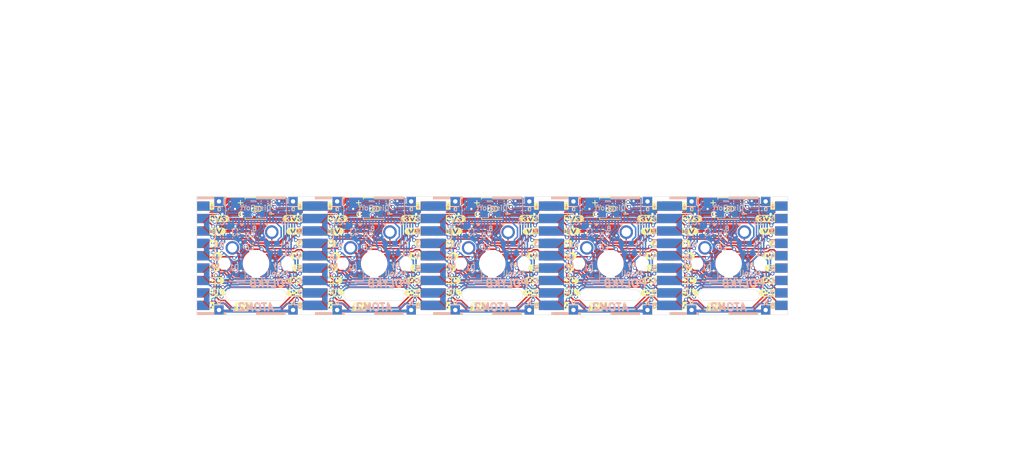
<source format=kicad_pcb>
(kicad_pcb (version 20211014) (generator pcbnew)
  (title_block (title "PolyKB Atom") (date "2022-02-01") (rev "2.1") (company "thpoll"))
  (layers (0 "F.Cu" signal) (31 "B.Cu" signal) (34 "B.Paste" user) (35 "F.Paste" user) (36 "B.SilkS" user "B.Silkscreen") (37 "F.SilkS" user "F.Silkscreen") (38 "B.Mask" user) (39 "F.Mask" user) (44 "Edge.Cuts" user))
  (net 0 "")
  (net 1 "/Keyboard/sheet605ED2EB/GND")
  (net 2 "/Keyboard/sheet605ED2EB/3V3")
  (net 3 "/Keyboard/sheet605ED2EB/4V2")
  (net 4 "Net-(C4-Pad1)")
  (net 5 "Net-(C5-Pad2)")
  (net 6 "Net-(C5-Pad1)")
  (net 7 "Net-(C6-Pad2)")
  (net 8 "Net-(C6-Pad1)")
  (net 9 "/Keyboard/sheet605ED2EB/CS")
  (net 10 "/Keyboard/sheet605ED2EB/RESET")
  (net 11 "/Keyboard/sheet605ED2EB/D-C")
  (net 12 "/Keyboard/sheet605ED2EB/SCLK")
  (net 13 "/Keyboard/sheet605ED2EB/SDIN")
  (net 14 "/Keyboard/sheet605ED2EB/LED_DIN")
  (net 15 "/Keyboard/sheet605ED2EB/5V")
  (net 16 "Net-(D1-Pad2)")
  (net 17 "/Keyboard/sheet605ED2EB/KeyRow")
  (net 18 "/Keyboard/sheet605ED2EB/KeyCol")
  (net 19 "CS8")
  (net 20 "CS7")
  (net 21 "CS6")
  (net 22 "CS5")
  (net 23 "CS4")
  (net 24 "CS3")
  (net 25 "CS2")
  (net 26 "CS1")
  (net 27 "Net-(C1-Pad1)")
  (footprint "poly_kb:AtomConnect2" (layer "F.Cu") (at 55.118 63.6778 -90)
    (fp_text reference "J3" hide)
    (fp_text value "WestFront")
  )
  (footprint "poly_kb:AtomConnect2" (layer "F.Cu") (at 72.136 63.6778 -90)
    (fp_text reference "J4" hide)
    (fp_text value "EastFront")
  )
  (footprint "poly_kb:WS2812B-Mini" (layer "F.Cu") (at 63.627 56.0578)
    (fp_text reference "LED1" hide)
    (fp_text value "LED")
  )
  (footprint "poly_kb:SW_Cherry_MX_1.00u_PCB_NoSilk" (layer "F.Cu") (at 66.167 59.8678)
    (fp_text reference "SW1" hide)
    (fp_text value "SW_Push")
  )
  (footprint "poly_kb:TestPoin_1.5x1.5mm_Drill0.7mm" (layer "F.Cu") (at 69.596 54.9148)
    (fp_text reference "J2" hide)
    (fp_text value "North")
  )
  (footprint "poly_kb:TestPoin_1.5x1.5mm_Drill0.7mm" (layer "F.Cu") (at 57.658 54.9148)
    (fp_text reference "J8" hide)
    (fp_text value "North2")
  )
  (footprint "poly_kb:TestPoin_1.5x1.5mm_Drill0.7mm" (layer "F.Cu") (at 69.596 72.4408)
    (fp_text reference "J9" hide)
    (fp_text value "South2")
  )
  (footprint "poly_kb:TestPoin_1.5x1.5mm_Drill0.7mm" (layer "F.Cu") (at 57.658 72.4408)
    (fp_text reference "J7" hide)
    (fp_text value "South")
  )
  (footprint "kibuzzard-61EFD908" (layer "F.Cu") (at 56.515 71.7042)
    (fp_text reference "kibuzzard-61EFD908" hide)
    (fp_text value "G***" hide)
  )
  (footprint "kibuzzard-61EFD7F9" (layer "F.Cu") (at 89.3318 65.659)
    (fp_text reference "kibuzzard-61EFD7F9" hide)
    (fp_text value "G***" hide)
  )
  (footprint "kibuzzard-61EFBE21" (layer "F.Cu") (at 95.0722 65.659)
    (fp_text reference "kibuzzard-61EFBE21" hide)
    (fp_text value "G***" hide)
  )
  (footprint "kibuzzard-61EFABBF" (layer "F.Cu") (at 108.0262 67.691)
    (fp_text reference "kibuzzard-61EFABBF" hide)
    (fp_text value "G***" hide)
  )
  (footprint "kibuzzard-61EFDAEE" (layer "F.Cu") (at 133.354239 63.677507)
    (fp_text reference "kibuzzard-61EFDAEE" hide)
    (fp_text value "G***" hide)
  )
  (footprint "kibuzzard-61EFD947" (layer "F.Cu") (at 75.565 55.6514)
    (fp_text reference "kibuzzard-61EFD947" hide)
    (fp_text value "G***" hide)
  )
  (footprint "poly_kb:TestPoin_1.5x1.5mm_Drill0.7mm" (layer "F.Cu") (at 114.808 72.4408)
    (fp_text reference "J7" hide)
    (fp_text value "South")
  )
  (footprint "kibuzzard-61EFBE2C" (layer "F.Cu") (at 114.4778 67.691)
    (fp_text reference "kibuzzard-61EFBE2C" hide)
    (fp_text value "G***" hide)
  )
  (footprint "kibuzzard-61EFAA6D" (layer "F.Cu") (at 127.2794 63.6778)
    (fp_text reference "kibuzzard-61EFAA6D" hide)
    (fp_text value "G***" hide)
  )
  (footprint "poly_kb:AtomConnect2" (layer "F.Cu") (at 74.168 63.6778 -90)
    (fp_text reference "J3" hide)
    (fp_text value "WestFront")
  )
  (footprint "kibuzzard-61EFAA6D" (layer "F.Cu") (at 89.1794 63.6778)
    (fp_text reference "kibuzzard-61EFAA6D" hide)
    (fp_text value "G***" hide)
  )
  (footprint "kibuzzard-61EFD947" (layer "F.Cu") (at 132.715 55.6514)
    (fp_text reference "kibuzzard-61EFD947" hide)
    (fp_text value "G***" hide)
  )
  (footprint "kibuzzard-61EFD863" (layer "F.Cu") (at 88.5698 57.6834)
    (fp_text reference "kibuzzard-61EFD863" hide)
    (fp_text value "G***" hide)
  )
  (footprint "poly_kb:TestPoin_1.5x1.5mm_Drill0.7mm" (layer "F.Cu") (at 126.746 72.4408)
    (fp_text reference "J9" hide)
    (fp_text value "South2")
  )
  (footprint "poly_kb:TestPoin_1.5x1.5mm_Drill0.7mm" (layer "F.Cu") (at 88.646 54.9148)
    (fp_text reference "J2" hide)
    (fp_text value "North")
  )
  (footprint "kibuzzard-61EFDD1E" (layer "F.Cu") (at 61.341 71.9328)
    (fp_text reference "kibuzzard-61EFDD1E" hide)
    (fp_text value "G***" hide)
  )
  (footprint "poly_kb:TestPoin_1.5x1.5mm_Drill0.7mm" (layer "F.Cu") (at 76.708 72.4408)
    (fp_text reference "J7" hide)
    (fp_text value "South")
  )
  (footprint "kibuzzard-61EFDD1E" (layer "F.Cu") (at 99.441 71.9328)
    (fp_text reference "kibuzzard-61EFDD1E" hide)
    (fp_text value "G***" hide)
  )
  (footprint "kibuzzard-61EFBE87" (layer "F.Cu") (at 76.9874 59.7154)
    (fp_text reference "kibuzzard-61EFBE87" hide)
    (fp_text value "G***" hide)
  )
  (footprint "kibuzzard-61EFBE87" (layer "F.Cu") (at 57.9374 59.7154)
    (fp_text reference "kibuzzard-61EFBE87" hide)
    (fp_text value "G***" hide)
  )
  (footprint "kibuzzard-61EFDAC6" (layer "F.Cu") (at 70.6882 61.6966)
    (fp_text reference "kibuzzard-61EFDAC6" hide)
    (fp_text value "G***" hide)
  )
  (footprint "kibuzzard-61EFAA6D" (layer "F.Cu") (at 108.2294 63.6778)
    (fp_text reference "kibuzzard-61EFAA6D" hide)
    (fp_text value "G***" hide)
  )
  (footprint "poly_kb:TestPoin_1.5x1.5mm_Drill0.7mm" (layer "F.Cu") (at 133.858 72.4408)
    (fp_text reference "J7" hide)
    (fp_text value "South")
  )
  (footprint "kibuzzard-61EFBE3D" (layer "F.Cu") (at 114.5794 69.6722)
    (fp_text reference "kibuzzard-61EFBE3D" hide)
    (fp_text value "G***" hide)
  )
  (footprint "poly_kb:AtomConnect2" (layer "F.Cu") (at 112.268 63.6778 -90)
    (fp_text reference "J3" hide)
    (fp_text value "WestFront")
  )
  (footprint "poly_kb:TestPoin_1.5x1.5mm_Drill0.7mm" (layer "F.Cu") (at 107.696 72.4408)
    (fp_text reference "J9" hide)
    (fp_text value "South2")
  )
  (footprint "kibuzzard-61EFD947" (layer "F.Cu") (at 146.939 55.6514)
    (fp_text reference "kibuzzard-61EFD947" hide)
    (fp_text value "G***" hide)
  )
  (footprint "kibuzzard-61EFD879" (layer "F.Cu") (at 133.944 57.6906)
    (fp_text reference "kibuzzard-61EFD879" hide)
    (fp_text value "G***" hide)
  )
  (footprint "poly_kb:SW_Cherry_MX_1.00u_PCB_NoSilk" (layer "F.Cu") (at 142.367 59.8678)
    (fp_text reference "SW1" hide)
    (fp_text value "SW_Push")
  )
  (footprint "kibuzzard-61EFD863" (layer "F.Cu") (at 126.6698 57.6834)
    (fp_text reference "kibuzzard-61EFD863" hide)
    (fp_text value "G***" hide)
  )
  (footprint "poly_kb:AtomConnect2" (layer "F.Cu") (at 93.218 63.6778 -90)
    (fp_text reference "J3" hide)
    (fp_text value "WestFront")
  )
  (footprint "kibuzzard-61EFD947" (layer "F.Cu") (at 89.789 55.6514)
    (fp_text reference "kibuzzard-61EFD947" hide)
    (fp_text value "G***" hide)
  )
  (footprint "kibuzzard-61EFD908" (layer "F.Cu") (at 75.565 71.7042)
    (fp_text reference "kibuzzard-61EFD908" hide)
    (fp_text value "G***" hide)
  )
  (footprint "kibuzzard-61EFD863" (layer "F.Cu") (at 145.7198 57.6834)
    (fp_text reference "kibuzzard-61EFD863" hide)
    (fp_text value "G***" hide)
  )
  (footprint "kibuzzard-61EFBE2C" (layer "F.Cu") (at 57.3278 67.691)
    (fp_text reference "kibuzzard-61EFBE2C" hide)
    (fp_text value "G***" hide)
  )
  (footprint "kibuzzard-61EFBE21" (layer "F.Cu") (at 133.1722 65.659)
    (fp_text reference "kibuzzard-61EFBE21" hide)
    (fp_text value "G***" hide)
  )
  (footprint "kibuzzard-61EFBE21" (layer "F.Cu") (at 76.0222 65.659)
    (fp_text reference "kibuzzard-61EFBE21" hide)
    (fp_text value "G***" hide)
  )
  (footprint "kibuzzard-61EFACF9" (layer "F.Cu") (at 145.5166 59.7154)
    (fp_text reference "kibuzzard-61EFACF9" hide)
    (fp_text value "G***" hide)
  )
  (footprint "kibuzzard-61EFDAEE" (layer "F.Cu") (at 76.204239 63.677507)
    (fp_text reference "kibuzzard-61EFDAEE" hide)
    (fp_text value "G***" hide)
  )
  (footprint "poly_kb:TestPoin_1.5x1.5mm_Drill0.7mm" (layer "F.Cu") (at 107.696 54.9148)
    (fp_text reference "J2" hide)
    (fp_text value "North")
  )
  (footprint "kibuzzard-61EFD863" (layer "F.Cu") (at 107.6198 57.6834)
    (fp_text reference "kibuzzard-61EFD863" hide)
    (fp_text value "G***" hide)
  )
  (footprint "kibuzzard-61EFBE21" (layer "F.Cu") (at 114.1222 65.659)
    (fp_text reference "kibuzzard-61EFBE21" hide)
    (fp_text value "G***" hide)
  )
  (footprint "kibuzzard-61EFACF9" (layer "F.Cu") (at 126.4666 59.7154)
    (fp_text reference "kibuzzard-61EFACF9" hide)
    (fp_text value "G***" hide)
  )
  (footprint "kibuzzard-61EFA8F1" (layer "F.Cu") (at 107.9246 69.6722)
    (fp_text reference "kibuzzard-61EFA8F1" hide)
    (fp_text value "G***" hide)
  )
  (footprint "poly_kb:WS2812B-Mini" (layer "F.Cu") (at 139.827 56.0578)
    (fp_text reference "LED1" hide)
    (fp_text value "LED")
  )
  (footprint "poly_kb:WS2812B-Mini" (layer "F.Cu") (at 82.677 56.0578)
    (fp_text reference "LED1" hide)
    (fp_text value "LED")
  )
  (footprint "kibuzzard-61EFA8F1" (layer "F.Cu") (at 126.9746 69.6722)
    (fp_text reference "kibuzzard-61EFA8F1" hide)
    (fp_text value "G***" hide)
  )
  (footprint "kibuzzard-61EFABBF" (layer "F.Cu") (at 88.9762 67.691)
    (fp_text reference "kibuzzard-61EFABBF" hide)
    (fp_text value "G***" hide)
  )
  (footprint "kibuzzard-61EFDD1E" (layer "F.Cu") (at 137.541 71.9328)
    (fp_text reference "kibuzzard-61EFDD1E" hide)
    (fp_text value "G***" hide)
  )
  (footprint "poly_kb:AtomConnect2" (layer "F.Cu") (at 110.236 63.6778 -90)
    (fp_text reference "J4" hide)
    (fp_text value "EastFront")
  )
  (footprint "poly_kb:AtomConnect2" (layer "F.Cu") (at 129.286 63.6778 -90)
    (fp_text reference "J4" hide)
    (fp_text value "EastFront")
  )
  (footprint "kibuzzard-61EFBE2C" (layer "F.Cu") (at 95.4278 67.691)
    (fp_text reference "kibuzzard-61EFBE2C" hide)
    (fp_text value "G***" hide)
  )
  (footprint "kibuzzard-61EFD908" (layer "F.Cu") (at 127.889 71.7042)
    (fp_text reference "kibuzzard-61EFD908" hide)
    (fp_text value "G***" hide)
  )
  (footprint "kibuzzard-61EFD879" (layer "F.Cu") (at 114.894 57.6906)
    (fp_text reference "kibuzzard-61EFD879" hide)
    (fp_text value "G***" hide)
  )
  (footprint "kibuzzard-61EFD947" (layer "F.Cu") (at 70.739 55.6514)
    (fp_text reference "kibuzzard-61EFD947" hide)
    (fp_text value "G***" hide)
  )
  (footprint "kibuzzard-61EFD7F9" (layer "F.Cu") (at 146.4818 65.659)
    (fp_text reference "kibuzzard-61EFD7F9" hide)
    (fp_text value "G***" hide)
  )
  (footprint "poly_kb:TestPoin_1.5x1.5mm_Drill0.7mm" (layer "F.Cu") (at 145.796 72.4408)
    (fp_text reference "J9" hide)
    (fp_text value "South2")
  )
  (footprint "poly_kb:TestPoin_1.5x1.5mm_Drill0.7mm" (layer "F.Cu") (at 145.796 54.9148)
    (fp_text reference "J2" hide)
    (fp_text value "North")
  )
  (footprint "kibuzzard-61EFA8F1" (layer "F.Cu") (at 69.8246 69.6722)
    (fp_text reference "kibuzzard-61EFA8F1" hide)
    (fp_text value "G***" hide)
  )
  (footprint "kibuzzard-61EFD879" (layer "F.Cu") (at 95.844 57.6906)
    (fp_text reference "kibuzzard-61EFD879" hide)
    (fp_text value "G***" hide)
  )
  (footprint "kibuzzard-61EFDAC6" (layer "F.Cu") (at 89.7382 61.6966)
    (fp_text reference "kibuzzard-61EFDAC6" hide)
    (fp_text value "G***" hide)
  )
  (footprint "kibuzzard-61EFD7F9" (layer "F.Cu") (at 127.4318 65.659)
    (fp_text reference "kibuzzard-61EFD7F9" hide)
    (fp_text value "G***" hide)
  )
  (footprint "kibuzzard-61EFD908" (layer "F.Cu") (at 113.665 71.7042)
    (fp_text reference "kibuzzard-61EFD908" hide)
    (fp_text value "G***" hide)
  )
  (footprint "kibuzzard-61EFD908" (layer "F.Cu") (at 108.839 71.7042)
    (fp_text reference "kibuzzard-61EFD908" hide)
    (fp_text value "G***" hide)
  )
  (footprint "kibuzzard-61EFDAA0" (layer "F.Cu") (at 56.8706 61.6966)
    (fp_text reference "kibuzzard-61EFDAA0" hide)
    (fp_text value "G***" hide)
  )
  (footprint "kibuzzard-61EFBE3D" (layer "F.Cu") (at 95.5294 69.6722)
    (fp_text reference "kibuzzard-61EFBE3D" hide)
    (fp_text value "G***" hide)
  )
  (footprint "kibuzzard-61EFABBF" (layer "F.Cu") (at 127.0762 67.691)
    (fp_text reference "kibuzzard-61EFABBF" hide)
    (fp_text value "G***" hide)
  )
  (footprint "kibuzzard-61EFA8F1" (layer "F.Cu") (at 146.0246 69.6722)
    (fp_text reference "kibuzzard-61EFA8F1" hide)
    (fp_text value "G***" hide)
  )
  (footprint "kibuzzard-61EFDD1E" (layer "F.Cu") (at 118.491 71.9328)
    (fp_text reference "kibuzzard-61EFDD1E" hide)
    (fp_text value "G***" hide)
  )
  (footprint "kibuzzard-61EFAA6D" (layer "F.Cu") (at 146.3294 63.6778)
    (fp_text reference "kibuzzard-61EFAA6D" hide)
    (fp_text value "G***" hide)
  )
  (footprint "kibuzzard-61EFD7F9" (layer "F.Cu") (at 70.2818 65.659)
    (fp_text reference "kibuzzard-61EFD7F9" hide)
    (fp_text value "G***" hide)
  )
  (footprint "poly_kb:TestPoin_1.5x1.5mm_Drill0.7mm" (layer "F.Cu") (at 88.646 72.4408)
    (fp_text reference "J9" hide)
    (fp_text value "South2")
  )
  (footprint "kibuzzard-61EFBE3D" (layer "F.Cu") (at 133.6294 69.6722)
    (fp_text reference "kibuzzard-61EFBE3D" hide)
    (fp_text value "G***" hide)
  )
  (footprint "poly_kb:SW_Cherry_MX_1.00u_PCB_NoSilk" (layer "F.Cu") (at 85.217 59.8678)
    (fp_text reference "SW1" hide)
    (fp_text value "SW_Push")
  )
  (footprint "kibuzzard-61EFDAEE" (layer "F.Cu") (at 95.254239 63.677507)
    (fp_text reference "kibuzzard-61EFDAEE" hide)
    (fp_text value "G***" hide)
  )
  (footprint "poly_kb:WS2812B-Mini" (layer "F.Cu") (at 101.727 56.0578)
    (fp_text reference "LED1" hide)
    (fp_text value "LED")
  )
  (footprint "kibuzzard-61EFD879" (layer "F.Cu") (at 76.794 57.6906)
    (fp_text reference "kibuzzard-61EFD879" hide)
    (fp_text value "G***" hide)
  )
  (footprint "kibuzzard-61EFACF9" (layer "F.Cu") (at 88.3666 59.7154)
    (fp_text reference "kibuzzard-61EFACF9" hide)
    (fp_text value "G***" hide)
  )
  (footprint "kibuzzard-61EFD908" (layer "F.Cu") (at 94.615 71.7042)
    (fp_text reference "kibuzzard-61EFD908" hide)
    (fp_text value "G***" hide)
  )
  (footprint "poly_kb:SW_Cherry_MX_1.00u_PCB_NoSilk" (layer "F.Cu") (at 123.317 59.8678)
    (fp_text reference "SW1" hide)
    (fp_text value "SW_Push")
  )
  (footprint "poly_kb:TestPoin_1.5x1.5mm_Drill0.7mm" (layer "F.Cu") (at 95.758 72.4408)
    (fp_text reference "J7" hide)
    (fp_text value "South")
  )
  (footprint "poly_kb:TestPoin_1.5x1.5mm_Drill0.7mm" (layer "F.Cu") (at 114.808 54.9148)
    (fp_text reference "J8" hide)
    (fp_text value "North2")
  )
  (footprint "kibuzzard-61EFD863" (layer "F.Cu") (at 69.5198 57.6834)
    (fp_text reference "kibuzzard-61EFD863" hide)
    (fp_text value "G***" hide)
  )
  (footprint "kibuzzard-61EFBE87" (layer "F.Cu") (at 115.0874 59.7154)
    (fp_text reference "kibuzzard-61EFBE87" hide)
    (fp_text value "G***" hide)
  )
  (footprint "poly_kb:AtomConnect2" (layer "F.Cu") (at 148.336 63.6778 -90)
    (fp_text reference "J4" hide)
    (fp_text value "EastFront")
  )
  (footprint "kibuzzard-61EFD947" (layer "F.Cu") (at 113.665 55.6514)
    (fp_text reference "kibuzzard-61EFD947" hide)
    (fp_text value "G***" hide)
  )
  (footprint "kibuzzard-61EFACF9" (layer "F.Cu") (at 107.4166 59.7154)
    (fp_text reference "kibuzzard-61EFACF9" hide)
    (fp_text value "G***" hide)
  )
  (footprint "kibuzzard-61EFD908" (layer "F.Cu") (at 146.939 71.7042)
    (fp_text reference "kibuzzard-61EFD908" hide)
    (fp_text value "G***" hide)
  )
  (footprint "poly_kb:TestPoin_1.5x1.5mm_Drill0.7mm" (layer "F.Cu") (at 126.746 54.9148)
    (fp_text reference "J2" hide)
    (fp_text value "North")
  )
  (footprint "poly_kb:TestPoin_1.5x1.5mm_Drill0.7mm" (layer "F.Cu") (at 76.708 54.9148)
    (fp_text reference "J8" hide)
    (fp_text value "North2")
  )
  (footprint "kibuzzard-61EFD879" (layer "F.Cu") (at 57.744 57.6906)
    (fp_text reference "kibuzzard-61EFD879" hide)
    (fp_text value "G***" hide)
  )
  (footprint "kibuzzard-61EFD908" (layer "F.Cu") (at 132.715 71.7042)
    (fp_text reference "kibuzzard-61EFD908" hide)
    (fp_text value "G***" hide)
  )
  (footprint "kibuzzard-61EFD908" (layer "F.Cu") (at 70.739 71.7042)
    (fp_text reference "kibuzzard-61EFD908" hide)
    (fp_text value "G***" hide)
  )
  (footprint "kibuzzard-61EFACF9" (layer "F.Cu") (at 69.3166 59.7154)
    (fp_text reference "kibuzzard-61EFACF9" hide)
    (fp_text value "G***" hide)
  )
  (footprint "kibuzzard-61EFDAC6" (layer "F.Cu") (at 146.8882 61.6966)
    (fp_text reference "kibuzzard-61EFDAC6" hide)
    (fp_text value "G***" hide)
  )
  (footprint "kibuzzard-61EFD947" (layer "F.Cu") (at 108.839 55.6514)
    (fp_text reference "kibuzzard-61EFD947" hide)
    (fp_text value "G***" hide)
  )
  (footprint "kibuzzard-61EFDAC6" (layer "F.Cu") (at 108.7882 61.6966)
    (fp_text reference "kibuzzard-61EFDAC6" hide)
    (fp_text value "G***" hide)
  )
  (footprint "kibuzzard-61EFDAA0" (layer "F.Cu") (at 133.0706 61.6966)
    (fp_text reference "kibuzzard-61EFDAA0" hide)
    (fp_text value "G***" hide)
  )
  (footprint "kibuzzard-61EFD947" (layer "F.Cu") (at 94.615 55.6514)
    (fp_text reference "kibuzzard-61EFD947" hide)
    (fp_text value "G***" hide)
  )
  (footprint "kibuzzard-61EFA8F1" (layer "F.Cu") (at 88.8746 69.6722)
    (fp_text reference "kibuzzard-61EFA8F1" hide)
    (fp_text value "G***" hide)
  )
  (footprint "kibuzzard-61EFDAEE" (layer "F.Cu") (at 57.154239 63.677507)
    (fp_text reference "kibuzzard-61EFDAEE" hide)
    (fp_text value "G***" hide)
  )
  (footprint "kibuzzard-61EFABBF" (layer "F.Cu") (at 146.1262 67.691)
    (fp_text reference "kibuzzard-61EFABBF" hide)
    (fp_text value "G***" hide)
  )
  (footprint "kibuzzard-61EFDAA0" (layer "F.Cu") (at 94.9706 61.6966)
    (fp_text reference "kibuzzard-61EFDAA0" hide)
    (fp_text value "G***" hide)
  )
  (footprint "kibuzzard-61EFBE87" (layer "F.Cu") (at 96.0374 59.7154)
    (fp_text reference "kibuzzard-61EFBE87" hide)
    (fp_text value "G***" hide)
  )
  (footprint "kibuzzard-61EFBE87" (layer "F.Cu") (at 134.1374 59.7154)
    (fp_text reference "kibuzzard-61EFBE87" hide)
    (fp_text value "G***" hide)
  )
  (footprint "kibuzzard-61EFBE2C" (layer "F.Cu") (at 76.3778 67.691)
    (fp_text reference "kibuzzard-61EFBE2C" hide)
    (fp_text value "G***" hide)
  )
  (footprint "kibuzzard-61EFDAEE" (layer "F.Cu") (at 114.304239 63.677507)
    (fp_text reference "kibuzzard-61EFDAEE" hide)
    (fp_text value "G***" hide)
  )
  (footprint "poly_kb:AtomConnect2" (layer "F.Cu") (at 91.186 63.6778 -90)
    (fp_text reference "J4" hide)
    (fp_text value "EastFront")
  )
  (footprint "kibuzzard-61EFBE2C" (layer "F.Cu") (at 133.5278 67.691)
    (fp_text reference "kibuzzard-61EFBE2C" hide)
    (fp_text value "G***" hide)
  )
  (footprint "kibuzzard-61EFBE21" (layer "F.Cu") (at 56.9722 65.659)
    (fp_text reference "kibuzzard-61EFBE21" hide)
    (fp_text value "G***" hide)
  )
  (footprint "poly_kb:WS2812B-Mini" (layer "F.Cu") (at 120.777 56.0578)
    (fp_text reference "LED1" hide)
    (fp_text value "LED")
  )
  (footprint "poly_kb:TestPoin_1.5x1.5mm_Drill0.7mm" (layer "F.Cu") (at 133.858 54.9148)
    (fp_text reference "J8" hide)
    (fp_text value "North2")
  )
  (footprint "kibuzzard-61EFABBF" (layer "F.Cu") (at 69.9262 67.691)
    (fp_text reference "kibuzzard-61EFABBF" hide)
    (fp_text value "G***" hide)
  )
  (footprint "kibuzzard-61EFD947" (layer "F.Cu") (at 56.515 55.6514)
    (fp_text reference "kibuzzard-61EFD947" hide)
    (fp_text value "G***" hide)
  )
  (footprint "kibuzzard-61EFDAA0" (layer "F.Cu") (at 114.0206 61.6966)
    (fp_text reference "kibuzzard-61EFDAA0" hide)
    (fp_text value "G***" hide)
  )
  (footprint "kibuzzard-61EFDD1E" (layer "F.Cu") (at 80.391 71.9328)
    (fp_text reference "kibuzzard-61EFDD1E" hide)
    (fp_text value "G***" hide)
  )
  (footprint "kibuzzard-61EFD908" (layer "F.Cu") (at 89.789 71.7042)
    (fp_text reference "kibuzzard-61EFD908" hide)
    (fp_text value "G***" hide)
  )
  (footprint "poly_kb:SW_Cherry_MX_1.00u_PCB_NoSilk" (layer "F.Cu") (at 104.267 59.8678)
    (fp_text reference "SW1" hide)
    (fp_text value "SW_Push")
  )
  (footprint "poly_kb:TestPoin_1.5x1.5mm_Drill0.7mm" (layer "F.Cu") (at 95.758 54.9148)
    (fp_text reference "J8" hide)
    (fp_text value "North2")
  )
  (footprint "kibuzzard-61EFBE3D" (layer "F.Cu") (at 57.4294 69.6722)
    (fp_text reference "kibuzzard-61EFBE3D" hide)
    (fp_text value "G***" hide)
  )
  (footprint "kibuzzard-61EFDAA0" (layer "F.Cu") (at 75.9206 61.6966)
    (fp_text reference "kibuzzard-61EFDAA0" hide)
    (fp_text value "G***" hide)
  )
  (footprint "poly_kb:AtomConnect2" (layer "F.Cu") (at 131.318 63.6778 -90)
    (fp_text reference "J3" hide)
    (fp_text value "WestFront")
  )
  (footprint "kibuzzard-61EFD947" (layer "F.Cu") (at 127.889 55.6514)
    (fp_text reference "kibuzzard-61EFD947" hide)
    (fp_text value "G***" hide)
  )
  (footprint "kibuzzard-61EFAA6D" (layer "F.Cu") (at 70.1294 63.6778)
    (fp_text reference "kibuzzard-61EFAA6D" hide)
    (fp_text value "G***" hide)
  )
  (footprint "kibuzzard-61EFDAC6" (layer "F.Cu") (at 127.8382 61.6966)
    (fp_text reference "kibuzzard-61EFDAC6" hide)
    (fp_text value "G***" hide)
  )
  (footprint "kibuzzard-61EFBE3D" (layer "F.Cu") (at 76.4794 69.6722)
    (fp_text reference "kibuzzard-61EFBE3D" hide)
    (fp_text value "G***" hide)
  )
  (footprint "kibuzzard-61EFD7F9" (layer "F.Cu") (at 108.3818 65.659)
    (fp_text reference "kibuzzard-61EFD7F9" hide)
    (fp_text value "G***" hide)
  )
  (footprint "Capacitor_SMD:C_0603_1608Metric" (layer "B.Cu") (at 66.702 63.2528 180)
    (fp_text reference "C1")
    (fp_text value "2.2uF")
  )
  (footprint "Capacitor_SMD:C_0603_1608Metric" (layer "B.Cu") (at 59.309 59.8046 90)
    (fp_text reference "C2")
    (fp_text value "2.2uF")
  )
  (footprint "Capacitor_SMD:C_0402_1005Metric" (layer "B.Cu") (at 57.023 56.9468 90)
    (fp_text reference "C3" hide)
    (fp_text value "1uF")
  )
  (footprint "Capacitor_SMD:C_0603_1608Metric" (layer "B.Cu") (at 66.202 61.7528 180)
    (fp_text reference "C4")
    (fp_text value "4.7uF")
  )
  (footprint "Capacitor_SMD:C_0402_1005Metric" (layer "B.Cu") (at 61.3918 60.0176 90)
    (fp_text reference "C5")
    (fp_text value "1uF")
  )
  (footprint "Capacitor_SMD:C_0402_1005Metric" (layer "B.Cu") (at 62.357 61.3918)
    (fp_text reference "C6")
    (fp_text value "1uF")
  )
  (footprint "poly_kb:D_SOD-323Ext" (layer "B.Cu") (at 60.325 66.9528 180)
    (fp_text reference "D1")
    (fp_text value "D_Small")
  )
  (footprint "poly_kb:FPC_16_JUSHUO_AFC05_S16FIA_00" (layer "B.Cu") (at 63.627 57.9628)
    (fp_text reference "J1" hide)
    (fp_text value "Conn_01x16")
  )
  (footprint "poly_kb:AtomConnect2" (layer "B.Cu") (at 72.136 63.6778 -90)
    (fp_text reference "J6" hide)
    (fp_text value "EastBack")
  )
  (footprint "poly_kb:AtomConnectCS" (layer "B.Cu") (at 55.118 63.6778 -90)
    (fp_text reference "J5" hide)
    (fp_text value "WestBack")
  )
  (footprint "Capacitor_SMD:C_0402_1005Metric" (layer "B.Cu") (at 119.507 61.3918)
    (fp_text reference "C6")
    (fp_text value "1uF")
  )
  (footprint "Capacitor_SMD:C_0402_1005Metric" (layer "B.Cu") (at 118.5418 60.0176 90)
    (fp_text reference "C5")
    (fp_text value "1uF")
  )
  (footprint "poly_kb:AtomConnectCS" (layer "B.Cu") (at 131.318 63.6778 -90)
    (fp_text reference "J5" hide)
    (fp_text value "WestBack")
  )
  (footprint "poly_kb:AtomConnect2" (layer "B.Cu") (at 110.236 63.6778 -90)
    (fp_text reference "J6" hide)
    (fp_text value "EastBack")
  )
  (footprint "poly_kb:AtomConnect2" (layer "B.Cu") (at 91.186 63.6778 -90)
    (fp_text reference "J6" hide)
    (fp_text value "EastBack")
  )
  (footprint "poly_kb:AtomConnect2" (layer "B.Cu") (at 129.286 63.6778 -90)
    (fp_text reference "J6" hide)
    (fp_text value "EastBack")
  )
  (footprint "Capacitor_SMD:C_0402_1005Metric" (layer "B.Cu") (at 138.557 61.3918)
    (fp_text reference "C6")
    (fp_text value "1uF")
  )
  (footprint "poly_kb:AtomConnect2" (layer "B.Cu") (at 148.336 63.6778 -90)
    (fp_text reference "J6" hide)
    (fp_text value "EastBack")
  )
  (footprint "poly_kb:AtomConnectCS" (layer "B.Cu") (at 93.218 63.6778 -90)
    (fp_text reference "J5" hide)
    (fp_text value "WestBack")
  )
  (footprint "Capacitor_SMD:C_0603_1608Metric" (layer "B.Cu") (at 135.509 59.8046 90)
    (fp_text reference "C2")
    (fp_text value "2.2uF")
  )
  (footprint "Resistor_SMD:R_0402_1005Metric" (layer "B.Cu") (at 95.602 60.3906 -90)
    (fp_text reference "R1")
    (fp_text value "1M")
  )
  (footprint "Capacitor_SMD:C_0603_1608Metric" (layer "B.Cu") (at 142.402 61.7528 180)
    (fp_text reference "C4")
    (fp_text value "4.7uF")
  )
  (footprint "Capacitor_SMD:C_0603_1608Metric" (layer "B.Cu") (at 104.802 63.2528 180)
    (fp_text reference "C1")
    (fp_text value "2.2uF")
  )
  (footprint "Capacitor_SMD:C_0402_1005Metric" (layer "B.Cu") (at 100.457 61.3918)
    (fp_text reference "C6")
    (fp_text value "1uF")
  )
  (footprint "Capacitor_SMD:C_0603_1608Metric" (layer "B.Cu") (at 97.409 59.8046 90)
    (fp_text reference "C2")
    (fp_text value "2.2uF")
  )
  (footprint "Capacitor_SMD:C_0603_1608Metric" (layer "B.Cu") (at 85.252 61.7528 180)
    (fp_text reference "C4")
    (fp_text value "4.7uF")
  )
  (footprint "poly_kb:AtomConnectCS" (layer "B.Cu") (at 112.268 63.6778 -90)
    (fp_text reference "J5" hide)
    (fp_text value "WestBack")
  )
  (footprint "Capacitor_SMD:C_0402_1005Metric" (layer "B.Cu") (at 99.4918 60.0176 90)
    (fp_text reference "C5")
    (fp_text value "1uF")
  )
  (footprint "poly_kb:AtomConnectCS" (layer "B.Cu") (at 74.168 63.6778 -90)
    (fp_text reference "J5" hide)
    (fp_text value "WestBack")
  )
  (footprint "Resistor_SMD:R_0402_1005Metric" (layer "B.Cu") (at 114.652 60.3906 -90)
    (fp_text reference "R1")
    (fp_text value "1M")
  )
  (footprint "Resistor_SMD:R_0402_1005Metric" (layer "B.Cu") (at 133.702 60.3906 -90)
    (fp_text reference "R1")
    (fp_text value "1M")
  )
  (footprint "Capacitor_SMD:C_0603_1608Metric" (layer "B.Cu") (at 104.302 61.7528 180)
    (fp_text reference "C4")
    (fp_text value "4.7uF")
  )
  (footprint "Capacitor_SMD:C_0402_1005Metric" (layer "B.Cu") (at 133.223 56.9468 90)
    (fp_text reference "C3" hide)
    (fp_text value "1uF")
  )
  (footprint "poly_kb:FPC_16_JUSHUO_AFC05_S16FIA_00" (layer "B.Cu") (at 82.677 57.9628)
    (fp_text reference "J1" hide)
    (fp_text value "Conn_01x16")
  )
  (footprint "poly_kb:D_SOD-323Ext" (layer "B.Cu") (at 117.475 66.9528 180)
    (fp_text reference "D1")
    (fp_text value "D_Small")
  )
  (footprint "poly_kb:D_SOD-323Ext" (layer "B.Cu") (at 136.525 66.9528 180)
    (fp_text reference "D1")
    (fp_text value "D_Small")
  )
  (footprint "poly_kb:FPC_16_JUSHUO_AFC05_S16FIA_00" (layer "B.Cu") (at 139.827 57.9628)
    (fp_text reference "J1" hide)
    (fp_text value "Conn_01x16")
  )
  (footprint "Resistor_SMD:R_0402_1005Metric" (layer "B.Cu") (at 57.502 60.3906 -90)
    (fp_text reference "R1")
    (fp_text value "1M")
  )
  (footprint "Capacitor_SMD:C_0402_1005Metric" (layer "B.Cu") (at 81.407 61.3918)
    (fp_text reference "C6")
    (fp_text value "1uF")
  )
  (footprint "Capacitor_SMD:C_0603_1608Metric" (layer "B.Cu") (at 142.902 63.2528 180)
    (fp_text reference "C1")
    (fp_text value "2.2uF")
  )
  (footprint "poly_kb:D_SOD-323Ext" (layer "B.Cu") (at 79.375 66.9528 180)
    (fp_text reference "D1")
    (fp_text value "D_Small")
  )
  (footprint "Capacitor_SMD:C_0402_1005Metric" (layer "B.Cu") (at 137.5918 60.0176 90)
    (fp_text reference "C5")
    (fp_text value "1uF")
  )
  (footprint "poly_kb:FPC_16_JUSHUO_AFC05_S16FIA_00" (layer "B.Cu") (at 101.727 57.9628)
    (fp_text reference "J1" hide)
    (fp_text value "Conn_01x16")
  )
  (footprint "Capacitor_SMD:C_0402_1005Metric" (layer "B.Cu") (at 95.123 56.9468 90)
    (fp_text reference "C3" hide)
    (fp_text value "1uF")
  )
  (footprint "Capacitor_SMD:C_0603_1608Metric" (layer "B.Cu") (at 123.852 63.2528 180)
    (fp_text reference "C1")
    (fp_text value "2.2uF")
  )
  (footprint "poly_kb:D_SOD-323Ext" (layer "B.Cu") (at 98.425 66.9528 180)
    (fp_text reference "D1")
    (fp_text value "D_Small")
  )
  (footprint "poly_kb:FPC_16_JUSHUO_AFC05_S16FIA_00" (layer "B.Cu") (at 120.777 57.9628)
    (fp_text reference "J1" hide)
    (fp_text value "Conn_01x16")
  )
  (footprint "Capacitor_SMD:C_0402_1005Metric" (layer "B.Cu") (at 76.073 56.9468 90)
    (fp_text reference "C3" hide)
    (fp_text value "1uF")
  )
  (footprint "Resistor_SMD:R_0402_1005Metric" (layer "B.Cu") (at 76.552 60.3906 -90)
    (fp_text reference "R1")
    (fp_text value "1M")
  )
  (footprint "Capacitor_SMD:C_0402_1005Metric" (layer "B.Cu") (at 114.173 56.9468 90)
    (fp_text reference "C3" hide)
    (fp_text value "1uF")
  )
  (footprint "Capacitor_SMD:C_0603_1608Metric" (layer "B.Cu") (at 78.359 59.8046 90)
    (fp_text reference "C2")
    (fp_text value "2.2uF")
  )
  (footprint "Capacitor_SMD:C_0603_1608Metric" (layer "B.Cu") (at 116.459 59.8046 90)
    (fp_text reference "C2")
    (fp_text value "2.2uF")
  )
  (footprint "Capacitor_SMD:C_0603_1608Metric" (layer "B.Cu") (at 123.352 61.7528 180)
    (fp_text reference "C4")
    (fp_text value "4.7uF")
  )
  (footprint "Capacitor_SMD:C_0603_1608Metric" (layer "B.Cu") (at 85.752 63.2528 180)
    (fp_text reference "C1")
    (fp_text value "2.2uF")
  )
  (footprint "Capacitor_SMD:C_0402_1005Metric" (layer "B.Cu") (at 80.4418 60.0176 90)
    (fp_text reference "C5")
    (fp_text value "1uF")
  )
  (gr_poly (pts (xy 68.3895 73.2282) (xy 63.627 73.2282) (xy 63.627 72.7964) (xy 68.3895 72.7964)) (layer "B.SilkS") (width 0) (fill solid))
  (gr_poly (pts (xy 56.8706 54.5608) (xy 54.0766 54.5608) (xy 54.0766 54.1274) (xy 56.8706 54.1274)) (layer "B.SilkS") (width 0) (fill solid))
  (gr_poly (pts (xy 58.8645 54.5608) (xy 58.4454 54.5608) (xy 58.4454 54.1274) (xy 58.8645 54.1274)) (layer "B.SilkS") (width 0) (fill solid))
  (gr_poly (pts (xy 58.8645 73.2282) (xy 58.4454 73.2282) (xy 58.4454 72.8091) (xy 58.8645 72.8091)) (layer "B.SilkS") (width 0) (fill solid))
  (gr_poly (pts (xy 56.8706 73.2282) (xy 54.102 73.2282) (xy 54.102 72.788864) (xy 56.8706 72.788864)) (layer "B.SilkS") (width 0) (fill solid))
  (gr_line (start 89.789 55.7022) (end 89.535 55.7022) (layer "B.SilkS") (width 0.12))
  (gr_line (start 70.739 55.3466) (end 70.739 55.7022) (layer "B.SilkS") (width 0.12))
  (gr_line (start 89.6366 55.8546) (end 89.9414 55.8546) (layer "B.SilkS") (width 0.12))
  (gr_line (start 141.602 58.4778) (end 141.602 58.9278) (layer "B.SilkS") (width 0.12))
  (gr_line (start 132.715 55.3466) (end 132.715 55.7022) (layer "B.SilkS") (width 0.12))
  (gr_line (start 99.477 58.4778) (end 99.477 58.9278) (layer "B.SilkS") (width 0.12))
  (gr_poly (pts (xy 114.0206 73.2282) (xy 111.252 73.2282) (xy 111.252 72.788864) (xy 114.0206 72.788864)) (layer "B.SilkS") (width 0) (fill solid))
  (gr_line (start 80.427 58.4778) (end 80.252 58.7528) (layer "B.SilkS") (width 0.12))
  (gr_line (start 146.7866 55.8546) (end 147.0914 55.8546) (layer "B.SilkS") (width 0.12))
  (gr_line (start 146.939 55.7022) (end 146.685 55.7022) (layer "B.SilkS") (width 0.12))
  (gr_line (start 132.715 55.7022) (end 132.969 55.7022) (layer "B.SilkS") (width 0.12))
  (gr_line (start 84.627 58.7528) (end 84.452 58.4778) (layer "B.SilkS") (width 0.12))
  (gr_line (start 80.427 58.4778) (end 80.427 58.9278) (layer "B.SilkS") (width 0.12))
  (gr_line (start 57.023 63.4238) (end 57.023 59.3598) (layer "B.SilkS") (width 0.12))
  (gr_line (start 132.6642 56.007) (end 132.7658 56.007) (layer "B.SilkS") (width 0.12))
  (gr_line (start 84.277 58.7528) (end 84.627 58.7528) (layer "B.SilkS") (width 0.12))
  (gr_line (start 94.615 62.6618) (end 95.123 62.6618) (layer "B.SilkS") (width 0.12))
  (gr_poly (pts (xy 125.5395 54.5608) (xy 120.777 54.5608) (xy 120.777 54.1274) (xy 125.5395 54.1274)) (layer "B.SilkS") (width 0) (fill solid))
  (gr_line (start 113.665 55.7022) (end 113.919 55.7022) (layer "B.SilkS") (width 0.12))
  (gr_line (start 65.402 58.4778) (end 65.402 58.9278) (layer "B.SilkS") (width 0.12))
  (gr_line (start 56.515 66.7258) (end 57.023 66.7258) (layer "B.SilkS") (width 0.12))
  (gr_line (start 65.227 58.7528) (end 65.577 58.7528) (layer "B.SilkS") (width 0.12))
  (gr_line (start 94.615 66.7258) (end 95.123 66.7258) (layer "B.SilkS") (width 0.12))
  (gr_line (start 56.515 55.3466) (end 56.515 55.7022) (layer "B.SilkS") (width 0.12))
  (gr_line (start 133.223 59.3598) (end 132.715 58.8518) (layer "B.SilkS") (width 0.12))
  (gr_line (start 99.402 58.7028) (end 99.552 58.7028) (layer "B.SilkS") (width 0.12))
  (gr_line (start 57.023 69.5198) (end 56.515 70.0278) (layer "B.SilkS") (width 0.12))
  (gr_line (start 56.515 55.7022) (end 56.261 55.7022) (layer "B.SilkS") (width 0.12))
  (gr_poly (pts (xy 135.0645 54.5608) (xy 134.6454 54.5608) (xy 134.6454 54.1274) (xy 135.0645 54.1274)) (layer "B.SilkS") (width 0) (fill solid))
  (gr_poly (pts (xy 75.9206 54.5608) (xy 73.1266 54.5608) (xy 73.1266 54.1274) (xy 75.9206 54.1274)) (layer "B.SilkS") (width 0) (fill solid))
  (gr_line (start 114.173 65.9638) (end 114.173 69.5198) (layer "B.SilkS") (width 0.12))
  (gr_line (start 61.202 58.7528) (end 61.552 58.7528) (layer "B.SilkS") (width 0.12))
  (gr_line (start 113.5126 55.8546) (end 113.8174 55.8546) (layer "B.SilkS") (width 0.12))
  (gr_line (start 137.402 58.7528) (end 137.752 58.7528) (layer "B.SilkS") (width 0.12))
  (gr_line (start 127.7366 55.8546) (end 128.0414 55.8546) (layer "B.SilkS") (width 0.12))
  (gr_line (start 108.839 55.7022) (end 108.585 55.7022) (layer "B.SilkS") (width 0.12))
  (gr_line (start 108.6866 55.8546) (end 108.9914 55.8546) (layer "B.SilkS") (width 0.12))
  (gr_line (start 141.427 58.7528) (end 141.777 58.7528) (layer "B.SilkS") (width 0.12))
  (gr_line (start 132.715 66.7258) (end 133.223 66.7258) (layer "B.SilkS") (width 0.12))
  (gr_line (start 76.073 69.5198) (end 75.565 70.0278) (layer "B.SilkS") (width 0.12))
  (gr_line (start 70.6882 56.007) (end 70.7898 56.007) (layer "B.SilkS") (width 0.12))
  (gr_line (start 56.515 55.7022) (end 56.769 55.7022) (layer "B.SilkS") (width 0.12))
  (gr_line (start 108.839 55.3466) (end 108.839 55.7022) (layer "B.SilkS") (width 0.12))
  (gr_poly (pts (xy 125.5395 73.2282) (xy 120.777 73.2282) (xy 120.777 72.7964) (xy 125.5395 72.7964)) (layer "B.SilkS") (width 0) (fill solid))
  (gr_line (start 118.527 58.4778) (end 118.527 58.9278) (layer "B.SilkS") (width 0.12))
  (gr_line (start 118.352 58.7528) (end 118.702 58.7528) (layer "B.SilkS") (width 0.12))
  (gr_poly (pts (xy 87.4395 54.5608) (xy 82.677 54.5608) (xy 82.677 54.1274) (xy 87.4395 54.1274)) (layer "B.SilkS") (width 0) (fill solid))
  (gr_line (start 80.252 58.7528) (end 80.602 58.7528) (layer "B.SilkS") (width 0.12))
  (gr_line (start 61.302 58.7028) (end 61.452 58.7028) (layer "B.SilkS") (width 0.12))
  (gr_line (start 133.223 63.4238) (end 133.223 59.3598) (layer "B.SilkS") (width 0.12))
  (gr_line (start 65.327 58.7028) (end 65.477 58.7028) (layer "B.SilkS") (width 0.12))
  (gr_line (start 94.615 55.7022) (end 94.361 55.7022) (layer "B.SilkS") (width 0.12))
  (gr_line (start 76.073 59.3598) (end 75.565 58.8518) (layer "B.SilkS") (width 0.12))
  (gr_line (start 113.665 55.3466) (end 113.665 55.7022) (layer "B.SilkS") (width 0.12))
  (gr_line (start 84.452 58.4778) (end 84.277 58.7528) (layer "B.SilkS") (width 0.12))
  (gr_line (start 113.665 66.7258) (end 114.173 66.7258) (layer "B.SilkS") (width 0.12))
  (gr_line (start 101.477 58.6528) (end 101.477 58.4778) (layer "B.SilkS") (width 0.12))
  (gr_line (start 95.123 65.9638) (end 95.123 69.5198) (layer "B.SilkS") (width 0.12))
  (gr_poly (pts (xy 94.9706 54.5608) (xy 92.1766 54.5608) (xy 92.1766 54.1274) (xy 94.9706 54.1274)) (layer "B.SilkS") (width 0) (fill solid))
  (gr_line (start 113.6142 56.007) (end 113.7158 56.007) (layer "B.SilkS") (width 0.12))
  (gr_line (start 132.715 62.6618) (end 133.223 62.6618) (layer "B.SilkS") (width 0.12))
  (gr_line (start 89.7382 56.007) (end 89.8398 56.007) (layer "B.SilkS") (width 0.12))
  (gr_line (start 61.377 58.4778) (end 61.202 58.7528) (layer "B.SilkS") (width 0.12))
  (gr_line (start 84.452 58.4778) (end 84.452 58.9278) (layer "B.SilkS") (width 0.12))
  (gr_line (start 82.427 58.6528) (end 82.427 58.4778) (layer "B.SilkS") (width 0.12))
  (gr_poly (pts (xy 144.5895 54.5608) (xy 139.827 54.5608) (xy 139.827 54.1274) (xy 144.5895 54.1274)) (layer "B.SilkS") (width 0) (fill solid))
  (gr_line (start 80.602 58.7528) (end 80.427 58.4778) (layer "B.SilkS") (width 0.12))
  (gr_line (start 65.577 58.7528) (end 65.402 58.4778) (layer "B.SilkS") (width 0.12))
  (gr_line (start 94.5642 56.007) (end 94.6658 56.007) (layer "B.SilkS") (width 0.12))
  (gr_line (start 133.223 69.5198) (end 132.715 70.0278) (layer "B.SilkS") (width 0.12))
  (gr_line (start 118.702 58.7528) (end 118.527 58.4778) (layer "B.SilkS") (width 0.12))
  (gr_poly (pts (xy 94.9706 73.2282) (xy 92.202 73.2282) (xy 92.202 72.788864) (xy 94.9706 72.788864)) (layer "B.SilkS") (width 0) (fill solid))
  (gr_line (start 99.302 58.7528) (end 99.652 58.7528) (layer "B.SilkS") (width 0.12))
  (gr_line (start 89.789 55.7022) (end 90.043 55.7022) (layer "B.SilkS") (width 0.12))
  (gr_poly (pts (xy 77.9145 54.5608) (xy 77.4954 54.5608) (xy 77.4954 54.1274) (xy 77.9145 54.1274)) (layer "B.SilkS") (width 0) (fill solid))
  (gr_line (start 127.889 55.7022) (end 127.635 55.7022) (layer "B.SilkS") (width 0.12))
  (gr_line (start 75.565 55.3466) (end 75.565 55.7022) (layer "B.SilkS") (width 0.12))
  (gr_line (start 80.352 58.7028) (end 80.502 58.7028) (layer "B.SilkS") (width 0.12))
  (gr_line (start 70.739 55.7022) (end 70.993 55.7022) (layer "B.SilkS") (width 0.12))
  (gr_poly (pts (xy 135.0645 73.2282) (xy 134.6454 73.2282) (xy 134.6454 72.8091) (xy 135.0645 72.8091)) (layer "B.SilkS") (width 0) (fill solid))
  (gr_line (start 70.739 55.7022) (end 70.485 55.7022) (layer "B.SilkS") (width 0.12))
  (gr_line (start 75.565 66.7258) (end 76.073 66.7258) (layer "B.SilkS") (width 0.12))
  (gr_line (start 108.7882 56.007) (end 108.8898 56.007) (layer "B.SilkS") (width 0.12))
  (gr_line (start 84.377 58.7028) (end 84.527 58.7028) (layer "B.SilkS") (width 0.12))
  (gr_line (start 95.123 59.3598) (end 94.615 58.8518) (layer "B.SilkS") (width 0.12))
  (gr_line (start 132.5626 55.8546) (end 132.8674 55.8546) (layer "B.SilkS") (width 0.12))
  (gr_line (start 114.173 69.5198) (end 113.665 70.0278) (layer "B.SilkS") (width 0.12))
  (gr_line (start 114.173 63.4238) (end 114.173 59.3598) (layer "B.SilkS") (width 0.12))
  (gr_poly (pts (xy 77.9145 73.2282) (xy 77.4954 73.2282) (xy 77.4954 72.8091) (xy 77.9145 72.8091)) (layer "B.SilkS") (width 0) (fill solid))
  (gr_line (start 137.577 58.4778) (end 137.577 58.9278) (layer "B.SilkS") (width 0.12))
  (gr_line (start 118.452 58.7028) (end 118.602 58.7028) (layer "B.SilkS") (width 0.12))
  (gr_line (start 75.4126 55.8546) (end 75.7174 55.8546) (layer "B.SilkS") (width 0.12))
  (gr_line (start 137.502 58.7028) (end 137.652 58.7028) (layer "B.SilkS") (width 0.12))
  (gr_line (start 122.552 58.4778) (end 122.552 58.9278) (layer "B.SilkS") (width 0.12))
  (gr_poly (pts (xy 96.9645 54.5608) (xy 96.5454 54.5608) (xy 96.5454 54.1274) (xy 96.9645 54.1274)) (layer "B.SilkS") (width 0) (fill solid))
  (gr_line (start 103.502 58.4778) (end 103.502 58.9278) (layer "B.SilkS") (width 0.12))
  (gr_poly (pts (xy 133.0706 54.5608) (xy 130.2766 54.5608) (xy 130.2766 54.1274) (xy 133.0706 54.1274)) (layer "B.SilkS") (width 0) (fill solid))
  (gr_line (start 95.123 63.4238) (end 95.123 59.3598) (layer "B.SilkS") (width 0.12))
  (gr_poly (pts (xy 116.0145 73.2282) (xy 115.5954 73.2282) (xy 115.5954 72.8091) (xy 116.0145 72.8091)) (layer "B.SilkS") (width 0) (fill solid))
  (gr_poly (pts (xy 68.3895 54.5608) (xy 63.627 54.5608) (xy 63.627 54.1274) (xy 68.3895 54.1274)) (layer "B.SilkS") (width 0) (fill solid))
  (gr_line (start 75.565 62.6618) (end 76.073 62.6618) (layer "B.SilkS") (width 0.12))
  (gr_poly (pts (xy 106.4895 73.2282) (xy 101.727 73.2282) (xy 101.727 72.7964) (xy 106.4895 72.7964)) (layer "B.SilkS") (width 0) (fill solid))
  (gr_line (start 122.377 58.7528) (end 122.727 58.7528) (layer "B.SilkS") (width 0.12))
  (gr_line (start 56.3626 55.8546) (end 56.6674 55.8546) (layer "B.SilkS") (width 0.12))
  (gr_poly (pts (xy 144.5895 73.2282) (xy 139.827 73.2282) (xy 139.827 72.7964) (xy 144.5895 72.7964)) (layer "B.SilkS") (width 0) (fill solid))
  (gr_line (start 113.665 62.6618) (end 114.173 62.6618) (layer "B.SilkS") (width 0.12))
  (gr_line (start 118.527 58.4778) (end 118.352 58.7528) (layer "B.SilkS") (width 0.12))
  (gr_line (start 114.173 59.3598) (end 113.665 58.8518) (layer "B.SilkS") (width 0.12))
  (gr_line (start 56.515 62.6618) (end 57.023 62.6618) (layer "B.SilkS") (width 0.12))
  (gr_line (start 76.073 65.9638) (end 76.073 69.5198) (layer "B.SilkS") (width 0.12))
  (gr_line (start 141.777 58.7528) (end 141.602 58.4778) (layer "B.SilkS") (width 0.12))
  (gr_line (start 137.577 58.4778) (end 137.402 58.7528) (layer "B.SilkS") (width 0.12))
  (gr_line (start 61.552 58.7528) (end 61.377 58.4778) (layer "B.SilkS") (width 0.12))
  (gr_line (start 103.677 58.7528) (end 103.502 58.4778) (layer "B.SilkS") (width 0.12))
  (gr_poly (pts (xy 87.4395 73.2282) (xy 82.677 73.2282) (xy 82.677 72.7964) (xy 87.4395 72.7964)) (layer "B.SilkS") (width 0) (fill solid))
  (gr_poly (pts (xy 114.0206 54.5608) (xy 111.2266 54.5608) (xy 111.2266 54.1274) (xy 114.0206 54.1274)) (layer "B.SilkS") (width 0) (fill solid))
  (gr_poly (pts (xy 96.9645 73.2282) (xy 96.5454 73.2282) (xy 96.5454 72.8091) (xy 96.9645 72.8091)) (layer "B.SilkS") (width 0) (fill solid))
  (gr_poly (pts (xy 106.4895 54.5608) (xy 101.727 54.5608) (xy 101.727 54.1274) (xy 106.4895 54.1274)) (layer "B.SilkS") (width 0) (fill solid))
  (gr_line (start 94.4626 55.8546) (end 94.7674 55.8546) (layer "B.SilkS") (width 0.12))
  (gr_line (start 99.477 58.4778) (end 99.302 58.7528) (layer "B.SilkS") (width 0.12))
  (gr_line (start 132.715 55.7022) (end 132.461 55.7022) (layer "B.SilkS") (width 0.12))
  (gr_poly (pts (xy 133.0706 73.2282) (xy 130.302 73.2282) (xy 130.302 72.788864) (xy 133.0706 72.788864)) (layer "B.SilkS") (width 0) (fill solid))
  (gr_line (start 57.023 65.9638) (end 57.023 69.5198) (layer "B.SilkS") (width 0.12))
  (gr_line (start 75.565 55.7022) (end 75.819 55.7022) (layer "B.SilkS") (width 0.12))
  (gr_line (start 65.402 58.4778) (end 65.227 58.7528) (layer "B.SilkS") (width 0.12))
  (gr_line (start 63.377 58.6528) (end 63.377 58.4778) (layer "B.SilkS") (width 0.12))
  (gr_line (start 139.577 58.6528) (end 139.577 58.4778) (layer "B.SilkS") (width 0.12))
  (gr_poly (pts (xy 116.0145 54.5608) (xy 115.5954 54.5608) (xy 115.5954 54.1274) (xy 116.0145 54.1274)) (layer "B.SilkS") (width 0) (fill solid))
  (gr_line (start 146.8882 56.007) (end 146.9898 56.007) (layer "B.SilkS") (width 0.12))
  (gr_line (start 113.665 55.7022) (end 113.411 55.7022) (layer "B.SilkS") (width 0.12))
  (gr_line (start 57.023 59.3598) (end 56.515 58.8518) (layer "B.SilkS") (width 0.12))
  (gr_line (start 103.502 58.4778) (end 103.327 58.7528) (layer "B.SilkS") (width 0.12))
  (gr_line (start 95.123 69.5198) (end 94.615 70.0278) (layer "B.SilkS") (width 0.12))
  (gr_line (start 99.652 58.7528) (end 99.477 58.4778) (layer "B.SilkS") (width 0.12))
  (gr_line (start 75.565 55.7022) (end 75.311 55.7022) (layer "B.SilkS") (width 0.12))
  (gr_line (start 141.527 58.7028) (end 141.677 58.7028) (layer "B.SilkS") (width 0.12))
  (gr_line (start 141.602 58.4778) (end 141.427 58.7528) (layer "B.SilkS") (width 0.12))
  (gr_line (start 94.615 55.7022) (end 94.869 55.7022) (layer "B.SilkS") (width 0.12))
  (gr_line (start 127.889 55.3466) (end 127.889 55.7022) (layer "B.SilkS") (width 0.12))
  (gr_line (start 146.939 55.3466) (end 146.939 55.7022) (layer "B.SilkS") (width 0.12))
  (gr_line (start 122.727 58.7528) (end 122.552 58.4778) (layer "B.SilkS") (width 0.12))
  (gr_line (start 103.427 58.7028) (end 103.577 58.7028) (layer "B.SilkS") (width 0.12))
  (gr_line (start 127.8382 56.007) (end 127.9398 56.007) (layer "B.SilkS") (width 0.12))
  (gr_line (start 103.327 58.7528) (end 103.677 58.7528) (layer "B.SilkS") (width 0.12))
  (gr_line (start 146.939 55.7022) (end 147.193 55.7022) (layer "B.SilkS") (width 0.12))
  (gr_line (start 89.789 55.3466) (end 89.789 55.7022) (layer "B.SilkS") (width 0.12))
  (gr_line (start 108.839 55.7022) (end 109.093 55.7022) (layer "B.SilkS") (width 0.12))
  (gr_line (start 127.889 55.7022) (end 128.143 55.7022) (layer "B.SilkS") (width 0.12))
  (gr_line (start 133.223 65.9638) (end 133.223 69.5198) (layer "B.SilkS") (width 0.12))
  (gr_line (start 70.5866 55.8546) (end 70.8914 55.8546) (layer "B.SilkS") (width 0.12))
  (gr_line (start 137.752 58.7528) (end 137.577 58.4778) (layer "B.SilkS") (width 0.12))
  (gr_line (start 61.377 58.4778) (end 61.377 58.9278) (layer "B.SilkS") (width 0.12))
  (gr_line (start 122.477 58.7028) (end 122.627 58.7028) (layer "B.SilkS") (width 0.12))
  (gr_line (start 120.527 58.6528) (end 120.527 58.4778) (layer "B.SilkS") (width 0.12))
  (gr_line (start 76.073 63.4238) (end 76.073 59.3598) (layer "B.SilkS") (width 0.12))
  (gr_line (start 94.615 55.3466) (end 94.615 55.7022) (layer "B.SilkS") (width 0.12))
  (gr_line (start 56.4642 56.007) (end 56.5658 56.007) (layer "B.SilkS") (width 0.12))
  (gr_line (start 122.552 58.4778) (end 122.377 58.7528) (layer "B.SilkS") (width 0.12))
  (gr_poly (pts (xy 75.9206 73.2282) (xy 73.152 73.2282) (xy 73.152 72.788864) (xy 75.9206 72.788864)) (layer "B.SilkS") (width 0) (fill solid))
  (gr_line (start 75.5142 56.007) (end 75.6158 56.007) (layer "B.SilkS") (width 0.12))
  (gr_poly (pts (xy 68.3895 54.5608) (xy 63.627 54.5608) (xy 63.627 54.1274) (xy 68.3895 54.1274)) (layer "F.SilkS") (width 0) (fill solid))
  (gr_line (start 56.6928 59.2582) (end 56.6928 59.309) (layer "F.SilkS") (width 0.12))
  (gr_line (start 127.7112 59.309) (end 127.7112 59.2582) (layer "F.SilkS") (width 0.12))
  (gr_line (start 70.1294 59.2074) (end 70.1294 60.2234) (layer "F.SilkS") (width 0.135))
  (gr_line (start 108.2802 59.309) (end 108.4072 59.309) (layer "F.SilkS") (width 0.12))
  (gr_line (start 90.0684 59.309) (end 89.916 59.309) (layer "F.SilkS") (width 0.12))
  (gr_line (start 89.916 59.309) (end 89.916 59.2074) (layer "F.SilkS") (width 0.12))
  (gr_line (start 127.508 59.563) (end 127.9652 59.563) (layer "F.SilkS") (width 0.12))
  (gr_line (start 133.3246 59.2074) (end 133.3246 60.2234) (layer "F.SilkS") (width 0.135))
  (gr_poly (pts (xy 96.9645 73.2282) (xy 96.5454 73.2282) (xy 96.5454 72.8218) (xy 96.9645 72.8218)) (layer "F.SilkS") (width 0) (fill solid))
  (gr_line (start 146.812 59.2582) (end 146.812 59.309) (layer "F.SilkS") (width 0.12))
  (gr_line (start 113.411 59.309) (end 113.538 59.309) (layer "F.SilkS") (width 0.12))
  (gr_line (start 90.0938 59.2074) (end 90.0938 60.2234) (layer "F.SilkS") (width 0.135))
  (gr_line (start 113.3602 59.2074) (end 113.3602 60.2234) (layer "F.SilkS") (width 0.135))
  (gr_line (start 108.6612 59.309) (end 108.6612 59.2582) (layer "F.SilkS") (width 0.12))
  (gr_line (start 71.0438 59.2074) (end 71.0438 60.2234) (layer "F.SilkS") (width 0.135))
  (gr_line (start 95.2754 60.2234) (end 94.3102 60.2234) (layer "F.SilkS") (width 0.135))
  (gr_line (start 70.612 59.309) (end 70.5612 59.309) (layer "F.SilkS") (width 0.12))
  (gr_line (start 70.612 59.2582) (end 70.612 59.309) (layer "F.SilkS") (width 0.12))
  (gr_line (start 132.588 59.309) (end 132.588 59.2074) (layer "F.SilkS") (width 0.12))
  (gr_line (start 127.762 59.2582) (end 127.762 59.309) (layer "F.SilkS") (width 0.12))
  (gr_line (start 94.5388 59.563) (end 94.996 59.563) (layer "F.SilkS") (width 0.12))
  (gr_line (start 127.2286 59.2074) (end 128.1938 59.2074) (layer "F.SilkS") (width 0.135))
  (gr_line (start 146.812 59.309) (end 146.7612 59.309) (layer "F.SilkS") (width 0.12))
  (gr_line (start 147.2438 59.2074) (end 147.2438 60.2234) (layer "F.SilkS") (width 0.135))
  (gr_line (start 76.1492 59.309) (end 75.9968 59.309) (layer "F.SilkS") (width 0.12))
  (gr_line (start 56.9468 59.309) (end 56.9468 59.2074) (layer "F.SilkS") (width 0.12))
  (gr_line (start 113.5888 59.9694) (end 114.046 59.9694) (layer "F.SilkS") (width 0.12))
  (gr_line (start 70.3072 59.309) (end 70.3072 59.2074) (layer "F.SilkS") (width 0.12))
  (gr_line (start 127.3302 59.309) (end 127.4572 59.309) (layer "F.SilkS") (width 0.12))
  (gr_line (start 76.2254 60.2234) (end 75.2602 60.2234) (layer "F.SilkS") (width 0.135))
  (gr_line (start 75.946 59.7662) (end 75.4888 59.7662) (layer "F.SilkS") (width 0.12))
  (gr_poly (pts (xy 125.5395 73.2282) (xy 120.777 73.2282) (xy 120.777 72.8218) (xy 125.5395 72.8218)) (layer "F.SilkS") (width 0) (fill solid))
  (gr_line (start 132.6388 59.9694) (end 133.096 59.9694) (layer "F.SilkS") (width 0.12))
  (gr_line (start 113.8428 59.309) (end 113.792 59.309) (layer "F.SilkS") (width 0.12))
  (gr_line (start 128.1938 59.2074) (end 128.1938 60.2234) (layer "F.SilkS") (width 0.135))
  (gr_line (start 75.311 59.309) (end 75.438 59.309) (layer "F.SilkS") (width 0.12))
  (gr_poly (pts (xy 94.9706 54.5608) (xy 92.1766 54.5608) (xy 92.1766 54.1274) (xy 94.9706 54.1274)) (layer "F.SilkS") (width 0) (fill solid))
  (gr_line (start 132.6388 59.563) (end 133.096 59.563) (layer "F.SilkS") (width 0.12))
  (gr_line (start 94.488 59.309) (end 94.488 59.2074) (layer "F.SilkS") (width 0.12))
  (gr_line (start 133.1468 59.309) (end 133.1468 59.2074) (layer "F.SilkS") (width 0.12))
  (gr_poly (pts (xy 116.0145 73.2282) (xy 115.5954 73.2282) (xy 115.5954 72.8218) (xy 116.0145 72.8218)) (layer "F.SilkS") (width 0) (fill solid))
  (gr_line (start 56.2102 59.2074) (end 57.1754 59.2074) (layer "F.SilkS") (width 0.135))
  (gr_poly (pts (xy 114.0206 54.5608) (xy 111.2266 54.5608) (xy 111.2266 54.1274) (xy 114.0206 54.1274)) (layer "F.SilkS") (width 0) (fill solid))
  (gr_line (start 132.461 59.309) (end 132.588 59.309) (layer "F.SilkS") (width 0.12))
  (gr_line (start 114.0968 59.309) (end 114.0968 59.2074) (layer "F.SilkS") (width 0.12))
  (gr_line (start 94.7928 59.309) (end 94.742 59.309) (layer "F.SilkS") (width 0.12))
  (gr_line (start 146.7612 59.309) (end 146.7612 59.2582) (layer "F.SilkS") (width 0.12))
  (gr_line (start 113.3602 59.2074) (end 114.3254 59.2074) (layer "F.SilkS") (width 0.135))
  (gr_line (start 146.2786 59.2074) (end 147.2438 59.2074) (layer "F.SilkS") (width 0.135))
  (gr_line (start 56.642 59.309) (end 56.642 59.2582) (layer "F.SilkS") (width 0.12))
  (gr_line (start 57.0992 59.309) (end 56.9468 59.309) (layer "F.SilkS") (width 0.12))
  (gr_line (start 133.3754 60.2234) (end 132.4102 60.2234) (layer "F.SilkS") (width 0.135))
  (gr_line (start 147.066 59.309) (end 147.066 59.2074) (layer "F.SilkS") (width 0.12))
  (gr_line (start 133.096 59.7662) (end 132.6388 59.7662) (layer "F.SilkS") (width 0.12))
  (gr_line (start 108.4072 59.309) (end 108.4072 59.2074) (layer "F.SilkS") (width 0.12))
  (gr_line (start 113.8428 59.2582) (end 113.8428 59.309) (layer "F.SilkS") (width 0.12))
  (gr_line (start 75.692 59.309) (end 75.692 59.2582) (layer "F.SilkS") (width 0.12))
  (gr_line (start 89.408 59.563) (end 89.8652 59.563) (layer "F.SilkS") (width 0.12))
  (gr_line (start 132.4102 59.2074) (end 132.4102 60.2234) (layer "F.SilkS") (width 0.135))
  (gr_poly (pts (xy 87.4395 54.5608) (xy 82.677 54.5608) (xy 82.677 54.1274) (xy 87.4395 54.1274)) (layer "F.SilkS") (width 0) (fill solid))
  (gr_line (start 89.662 59.2582) (end 89.662 59.309) (layer "F.SilkS") (width 0.12))
  (gr_line (start 95.1992 59.309) (end 95.0468 59.309) (layer "F.SilkS") (width 0.12))
  (gr_line (start 94.3102 59.2074) (end 94.3102 60.2234) (layer "F.SilkS") (width 0.135))
  (gr_poly (pts (xy 87.4395 73.2282) (xy 82.677 73.2282) (xy 82.677 72.8218) (xy 87.4395 72.8218)) (layer "F.SilkS") (width 0) (fill solid))
  (gr_line (start 75.2602 59.2074) (end 76.2254 59.2074) (layer "F.SilkS") (width 0.135))
  (gr_line (start 89.3572 59.309) (end 89.3572 59.2074) (layer "F.SilkS") (width 0.12))
  (gr_line (start 75.7428 59.309) (end 75.692 59.309) (layer "F.SilkS") (width 0.12))
  (gr_line (start 57.1754 60.2234) (end 56.2102 60.2234) (layer "F.SilkS") (width 0.135))
  (gr_line (start 94.7928 59.2582) (end 94.7928 59.309) (layer "F.SilkS") (width 0.12))
  (gr_line (start 94.5388 59.9694) (end 94.996 59.9694) (layer "F.SilkS") (width 0.12))
  (gr_poly (pts (xy 135.0645 73.2282) (xy 134.6454 73.2282) (xy 134.6454 72.8218) (xy 135.0645 72.8218)) (layer "F.SilkS") (width 0) (fill solid))
  (gr_line (start 94.361 59.309) (end 94.488 59.309) (layer "F.SilkS") (width 0.12))
  (gr_line (start 108.9152 59.7662) (end 108.458 59.7662) (layer "F.SilkS") (width 0.12))
  (gr_line (start 114.046 59.7662) (end 113.5888 59.7662) (layer "F.SilkS") (width 0.12))
  (gr_line (start 56.261 59.309) (end 56.388 59.309) (layer "F.SilkS") (width 0.12))
  (gr_line (start 146.3294 59.2074) (end 146.3294 60.2234) (layer "F.SilkS") (width 0.135))
  (gr_line (start 75.7428 59.2582) (end 75.7428 59.309) (layer "F.SilkS") (width 0.12))
  (gr_poly (pts (xy 114.0206 73.2282) (xy 111.2266 73.2282) (xy 111.2266 72.8218) (xy 114.0206 72.8218)) (layer "F.SilkS") (width 0) (fill solid))
  (gr_line (start 94.996 59.7662) (end 94.5388 59.7662) (layer "F.SilkS") (width 0.12))
  (gr_line (start 108.712 59.2582) (end 108.712 59.309) (layer "F.SilkS") (width 0.12))
  (gr_line (start 147.2438 60.2234) (end 146.2786 60.2234) (layer "F.SilkS") (width 0.135))
  (gr_line (start 89.2302 59.309) (end 89.3572 59.309) (layer "F.SilkS") (width 0.12))
  (gr_line (start 114.3254 60.2234) (end 113.3602 60.2234) (layer "F.SilkS") (width 0.135))
  (gr_line (start 70.358 59.563) (end 70.8152 59.563) (layer "F.SilkS") (width 0.12))
  (gr_poly (pts (xy 116.0145 54.5608) (xy 115.5954 54.5608) (xy 115.5954 54.1274) (xy 116.0145 54.1274)) (layer "F.SilkS") (width 0) (fill solid))
  (gr_line (start 56.2102 59.2074) (end 56.2102 60.2234) (layer "F.SilkS") (width 0.135))
  (gr_line (start 71.0184 59.309) (end 70.866 59.309) (layer "F.SilkS") (width 0.12))
  (gr_line (start 108.1786 59.2074) (end 109.1438 59.2074) (layer "F.SilkS") (width 0.135))
  (gr_poly (pts (xy 58.8645 54.5608) (xy 58.4454 54.5608) (xy 58.4454 54.1274) (xy 58.8645 54.1274)) (layer "F.SilkS") (width 0) (fill solid))
  (gr_line (start 94.742 59.309) (end 94.742 59.2582) (layer "F.SilkS") (width 0.12))
  (gr_line (start 56.4388 59.563) (end 56.896 59.563) (layer "F.SilkS") (width 0.12))
  (gr_line (start 132.842 59.309) (end 132.842 59.2582) (layer "F.SilkS") (width 0.12))
  (gr_poly (pts (xy 106.4895 54.5608) (xy 101.727 54.5608) (xy 101.727 54.1274) (xy 106.4895 54.1274)) (layer "F.SilkS") (width 0) (fill solid))
  (gr_line (start 75.2602 59.2074) (end 75.2602 60.2234) (layer "F.SilkS") (width 0.135))
  (gr_line (start 128.1938 60.2234) (end 127.2286 60.2234) (layer "F.SilkS") (width 0.135))
  (gr_line (start 146.558 59.563) (end 147.0152 59.563) (layer "F.SilkS") (width 0.12))
  (gr_line (start 127.2794 59.2074) (end 127.2794 60.2234) (layer "F.SilkS") (width 0.135))
  (gr_line (start 89.662 59.309) (end 89.6112 59.309) (layer "F.SilkS") (width 0.12))
  (gr_line (start 56.4388 59.9694) (end 56.896 59.9694) (layer "F.SilkS") (width 0.12))
  (gr_line (start 133.2992 59.309) (end 133.1468 59.309) (layer "F.SilkS") (width 0.12))
  (gr_poly (pts (xy 125.5395 54.5608) (xy 120.777 54.5608) (xy 120.777 54.1274) (xy 125.5395 54.1274)) (layer "F.SilkS") (width 0) (fill solid))
  (gr_poly (pts (xy 56.8706 54.5608) (xy 54.0766 54.5608) (xy 54.0766 54.1274) (xy 56.8706 54.1274)) (layer "F.SilkS") (width 0) (fill solid))
  (gr_line (start 89.6112 59.309) (end 89.6112 59.2582) (layer "F.SilkS") (width 0.12))
  (gr_line (start 95.0468 59.309) (end 95.0468 59.2074) (layer "F.SilkS") (width 0.12))
  (gr_line (start 70.8152 59.7662) (end 70.358 59.7662) (layer "F.SilkS") (width 0.12))
  (gr_line (start 127.508 59.9694) (end 127.9652 59.9694) (layer "F.SilkS") (width 0.12))
  (gr_line (start 94.3102 59.2074) (end 95.2754 59.2074) (layer "F.SilkS") (width 0.135))
  (gr_poly (pts (xy 94.9706 73.2282) (xy 92.1766 73.2282) (xy 92.1766 72.8218) (xy 94.9706 72.8218)) (layer "F.SilkS") (width 0) (fill solid))
  (gr_line (start 127.9652 59.7662) (end 127.508 59.7662) (layer "F.SilkS") (width 0.12))
  (gr_line (start 114.2746 59.2074) (end 114.2746 60.2234) (layer "F.SilkS") (width 0.135))
  (gr_line (start 95.2246 59.2074) (end 95.2246 60.2234) (layer "F.SilkS") (width 0.135))
  (gr_poly (pts (xy 96.9645 54.5608) (xy 96.5454 54.5608) (xy 96.5454 54.1274) (xy 96.9645 54.1274)) (layer "F.SilkS") (width 0) (fill solid))
  (gr_poly (pts (xy 144.5895 73.2282) (xy 139.827 73.2282) (xy 139.827 72.8218) (xy 144.5895 72.8218)) (layer "F.SilkS") (width 0) (fill solid))
  (gr_poly (pts (xy 75.9206 73.2282) (xy 73.1266 73.2282) (xy 73.1266 72.8218) (xy 75.9206 72.8218)) (layer "F.SilkS") (width 0) (fill solid))
  (gr_line (start 108.458 59.9694) (end 108.9152 59.9694) (layer "F.SilkS") (width 0.12))
  (gr_line (start 89.1794 59.2074) (end 89.1794 60.2234) (layer "F.SilkS") (width 0.135))
  (gr_line (start 146.3802 59.309) (end 146.5072 59.309) (layer "F.SilkS") (width 0.12))
  (gr_poly (pts (xy 77.9145 73.2282) (xy 77.4954 73.2282) (xy 77.4954 72.8218) (xy 77.9145 72.8218)) (layer "F.SilkS") (width 0) (fill solid))
  (gr_line (start 127.762 59.309) (end 127.7112 59.309) (layer "F.SilkS") (width 0.12))
  (gr_line (start 128.016 59.309) (end 128.016 59.2074) (layer "F.SilkS") (width 0.12))
  (gr_line (start 70.866 59.309) (end 70.866 59.2074) (layer "F.SilkS") (width 0.12))
  (gr_line (start 56.6928 59.309) (end 56.642 59.309) (layer "F.SilkS") (width 0.12))
  (gr_line (start 132.8928 59.2582) (end 132.8928 59.309) (layer "F.SilkS") (width 0.12))
  (gr_poly (pts (xy 133.0706 73.2282) (xy 130.2766 73.2282) (xy 130.2766 72.8218) (xy 133.0706 72.8218)) (layer "F.SilkS") (width 0) (fill solid))
  (gr_line (start 71.0438 60.2234) (end 70.0786 60.2234) (layer "F.SilkS") (width 0.135))
  (gr_poly (pts (xy 75.9206 54.5608) (xy 73.1266 54.5608) (xy 73.1266 54.1274) (xy 75.9206 54.1274)) (layer "F.SilkS") (width 0) (fill solid))
  (gr_line (start 75.438 59.309) (end 75.438 59.2074) (layer "F.SilkS") (width 0.12))
  (gr_line (start 146.5072 59.309) (end 146.5072 59.2074) (layer "F.SilkS") (width 0.12))
  (gr_line (start 109.1438 60.2234) (end 108.1786 60.2234) (layer "F.SilkS") (width 0.135))
  (gr_line (start 114.2492 59.309) (end 114.0968 59.309) (layer "F.SilkS") (width 0.12))
  (gr_line (start 70.1802 59.309) (end 70.3072 59.309) (layer "F.SilkS") (width 0.12))
  (gr_line (start 56.896 59.7662) (end 56.4388 59.7662) (layer "F.SilkS") (width 0.12))
  (gr_poly (pts (xy 58.8645 73.2282) (xy 58.4454 73.2282) (xy 58.4454 72.8218) (xy 58.8645 72.8218)) (layer "F.SilkS") (width 0) (fill solid))
  (gr_line (start 108.712 59.309) (end 108.6612 59.309) (layer "F.SilkS") (width 0.12))
  (gr_line (start 147.2184 59.309) (end 147.066 59.309) (layer "F.SilkS") (width 0.12))
  (gr_line (start 76.1746 59.2074) (end 76.1746 60.2234) (layer "F.SilkS") (width 0.135))
  (gr_line (start 56.388 59.309) (end 56.388 59.2074) (layer "F.SilkS") (width 0.12))
  (gr_line (start 132.4102 59.2074) (end 133.3754 59.2074) (layer "F.SilkS") (width 0.135))
  (gr_poly (pts (xy 68.3895 73.2282) (xy 63.627 73.2282) (xy 63.627 72.8218) (xy 68.3895 72.8218)) (layer "F.SilkS") (width 0) (fill solid))
  (gr_line (start 127.4572 59.309) (end 127.4572 59.2074) (layer "F.SilkS") (width 0.12))
  (gr_line (start 108.2294 59.2074) (end 108.2294 60.2234) (layer "F.SilkS") (width 0.135))
  (gr_poly (pts (xy 133.0706 54.5608) (xy 130.2766 54.5608) (xy 130.2766 54.1274) (xy 133.0706 54.1274)) (layer "F.SilkS") (width 0) (fill solid))
  (gr_poly (pts (xy 106.4895 73.2282) (xy 101.727 73.2282) (xy 101.727 72.8218) (xy 106.4895 72.8218)) (layer "F.SilkS") (width 0) (fill solid))
  (gr_line (start 147.0152 59.7662) (end 146.558 59.7662) (layer "F.SilkS") (width 0.12))
  (gr_poly (pts (xy 135.0645 54.5608) (xy 134.6454 54.5608) (xy 134.6454 54.1274) (xy 135.0645 54.1274)) (layer "F.SilkS") (width 0) (fill solid))
  (gr_line (start 75.4888 59.9694) (end 75.946 59.9694) (layer "F.SilkS") (width 0.12))
  (gr_line (start 70.358 59.9694) (end 70.8152 59.9694) (layer "F.SilkS") (width 0.12))
  (gr_line (start 75.9968 59.309) (end 75.9968 59.2074) (layer "F.SilkS") (width 0.12))
  (gr_line (start 113.538 59.309) (end 113.538 59.2074) (layer "F.SilkS") (width 0.12))
  (gr_line (start 89.8652 59.7662) (end 89.408 59.7662) (layer "F.SilkS") (width 0.12))
  (gr_line (start 109.1438 59.2074) (end 109.1438 60.2234) (layer "F.SilkS") (width 0.135))
  (gr_line (start 146.558 59.9694) (end 147.0152 59.9694) (layer "F.SilkS") (width 0.12))
  (gr_line (start 128.1684 59.309) (end 128.016 59.309) (layer "F.SilkS") (width 0.12))
  (gr_line (start 108.458 59.563) (end 108.9152 59.563) (layer "F.SilkS") (width 0.12))
  (gr_line (start 57.1246 59.2074) (end 57.1246 60.2234) (layer "F.SilkS") (width 0.135))
  (gr_line (start 89.1286 59.2074) (end 90.0938 59.2074) (layer "F.SilkS") (width 0.135))
  (gr_line (start 108.966 59.309) (end 108.966 59.2074) (layer "F.SilkS") (width 0.12))
  (gr_poly (pts (xy 77.9145 54.5608) (xy 77.4954 54.5608) (xy 77.4954 54.1274) (xy 77.9145 54.1274)) (layer "F.SilkS") (width 0) (fill solid))
  (gr_line (start 113.792 59.309) (end 113.792 59.2582) (layer "F.SilkS") (width 0.12))
  (gr_line (start 90.0938 60.2234) (end 89.1286 60.2234) (layer "F.SilkS") (width 0.135))
  (gr_line (start 109.1184 59.309) (end 108.966 59.309) (layer "F.SilkS") (width 0.12))
  (gr_line (start 89.408 59.9694) (end 89.8652 59.9694) (layer "F.SilkS") (width 0.12))
  (gr_line (start 70.5612 59.309) (end 70.5612 59.2582) (layer "F.SilkS") (width 0.12))
  (gr_line (start 70.0786 59.2074) (end 71.0438 59.2074) (layer "F.SilkS") (width 0.135))
  (gr_line (start 132.8928 59.309) (end 132.842 59.309) (layer "F.SilkS") (width 0.12))
  (gr_line (start 113.5888 59.563) (end 114.046 59.563) (layer "F.SilkS") (width 0.12))
  (gr_poly (pts (xy 144.5895 54.5608) (xy 139.827 54.5608) (xy 139.827 54.1274) (xy 144.5895 54.1274)) (layer "F.SilkS") (width 0) (fill solid))
  (gr_line (start 75.4888 59.563) (end 75.946 59.563) (layer "F.SilkS") (width 0.12))
  (gr_poly (pts (xy 56.8706 73.2282) (xy 54.0766 73.2282) (xy 54.0766 72.8218) (xy 56.8706 72.8218)) (layer "F.SilkS") (width 0) (fill solid))
  (gr_line (start 73.152 54.1528) (end 54.102 54.1528) (layer "Edge.Cuts") (width 0.05))
  (gr_line (start 54.102 54.1528) (end 54.102 73.2028) (layer "Edge.Cuts") (width 0.05))
  (gr_line (start 73.152 73.2028) (end 54.102 73.2028) (layer "Edge.Cuts") (width 0.05))
  (gr_line (start 124.768 69.1388) (end 116.786 69.1388) (layer "Edge.Cuts") (width 0.05))
  (gr_line (start 149.352 54.1528) (end 149.352 73.2028) (layer "Edge.Cuts") (width 0.05))
  (gr_arc (start 143.818 69.1388) (mid 144.707 70.0278) (end 143.818 70.9168) (layer "Edge.Cuts") (width 0.05))
  (gr_arc (start 116.786 70.9168) (mid 115.897 70.0278) (end 116.786 69.1388) (layer "Edge.Cuts") (width 0.05))
  (gr_arc (start 97.736 70.9168) (mid 96.847 70.0278) (end 97.736 69.1388) (layer "Edge.Cuts") (width 0.05))
  (gr_line (start 149.352 73.2028) (end 130.302 73.2028) (layer "Edge.Cuts") (width 0.05))
  (gr_line (start 92.202 73.2028) (end 73.152 73.2028) (layer "Edge.Cuts") (width 0.05))
  (gr_line (start 149.352 54.1528) (end 130.302 54.1528) (layer "Edge.Cuts") (width 0.05))
  (gr_arc (start 67.618 69.1388) (mid 68.507 70.0278) (end 67.618 70.9168) (layer "Edge.Cuts") (width 0.05))
  (gr_arc (start 124.768 69.1388) (mid 125.657 70.0278) (end 124.768 70.9168) (layer "Edge.Cuts") (width 0.05))
  (gr_line (start 92.202 54.1528) (end 73.152 54.1528) (layer "Edge.Cuts") (width 0.05))
  (gr_arc (start 86.668 69.1388) (mid 87.557 70.0278) (end 86.668 70.9168) (layer "Edge.Cuts") (width 0.05))
  (gr_line (start 67.618 69.1388) (end 59.636 69.1388) (layer "Edge.Cuts") (width 0.05))
  (gr_line (start 111.252 73.2028) (end 92.202 73.2028) (layer "Edge.Cuts") (width 0.05))
  (gr_arc (start 59.636 70.9168) (mid 58.747 70.0278) (end 59.636 69.1388) (layer "Edge.Cuts") (width 0.05))
  (gr_line (start 67.618 70.9168) (end 59.636 70.9168) (layer "Edge.Cuts") (width 0.05))
  (gr_line (start 105.718 69.1388) (end 97.736 69.1388) (layer "Edge.Cuts") (width 0.05))
  (gr_line (start 143.818 69.1388) (end 135.836 69.1388) (layer "Edge.Cuts") (width 0.05))
  (gr_line (start 105.718 70.9168) (end 97.736 70.9168) (layer "Edge.Cuts") (width 0.05))
  (gr_line (start 130.302 73.2028) (end 111.252 73.2028) (layer "Edge.Cuts") (width 0.05))
  (gr_line (start 86.668 69.1388) (end 78.686 69.1388) (layer "Edge.Cuts") (width 0.05))
  (gr_arc (start 135.836 70.9168) (mid 134.947 70.0278) (end 135.836 69.1388) (layer "Edge.Cuts") (width 0.05))
  (gr_arc (start 78.686 70.9168) (mid 77.797 70.0278) (end 78.686 69.1388) (layer "Edge.Cuts") (width 0.05))
  (gr_line (start 111.252 54.1528) (end 92.202 54.1528) (layer "Edge.Cuts") (width 0.05))
  (gr_line (start 130.302 54.1528) (end 111.252 54.1528) (layer "Edge.Cuts") (width 0.05))
  (gr_line (start 143.818 70.9168) (end 135.836 70.9168) (layer "Edge.Cuts") (width 0.05))
  (gr_line (start 86.668 70.9168) (end 78.686 70.9168) (layer "Edge.Cuts") (width 0.05))
  (gr_line (start 124.768 70.9168) (end 116.786 70.9168) (layer "Edge.Cuts") (width 0.05))
  (gr_arc (start 105.718 69.1388) (mid 106.607 70.0278) (end 105.718 70.9168) (layer "Edge.Cuts") (width 0.05))
  (gr_text "ATOM2" (at 63.6778 71.9963) (layer "B.SilkS") (effects (font (size 1.2 1.2) (thickness 0.3) italic) (justify mirror)))
  (gr_text "1" (at 70.739 57.7088) (layer "B.SilkS") (effects (font (size 0.8 0.8) (thickness 0.153)) (justify mirror)))
  (gr_text "c" (at 57.6834 71.12) (layer "B.SilkS") (effects (font (size 0.8 0.8) (thickness 0.153)) (justify mirror)))
  (gr_text "c" (at 69.6214 71.1454) (layer "B.SilkS") (effects (font (size 0.8 0.8) (thickness 0.153)) (justify mirror)))
  (gr_text "c" (at 57.6834 56.0578) (layer "B.SilkS") (effects (font (size 0.8 0.8) (thickness 0.153)) (justify mirror)))
  (gr_text ".1" (at 60.4012 72.2503) (layer "B.SilkS") (effects (font (size 0.8 0.8) (thickness 0.153)) (justify mirror)))
  (gr_text "c" (at 145.8214 71.1454) (layer "B.SilkS") (effects (font (size 0.8 0.8) (thickness 0.153)) (justify mirror)))
  (gr_text "c" (at 107.7214 56.0578) (layer "B.SilkS") (effects (font (size 0.8 0.8) (thickness 0.153)) (justify mirror)))
  (gr_text ".1" (at 117.5512 72.2503) (layer "B.SilkS") (effects (font (size 0.8 0.8) (thickness 0.153)) (justify mirror)))
  (gr_text "by\nthpoll" (at 105.156 65.8368) (layer "B.SilkS") (effects (font (size 0.8 0.8)) (justify mirror)))
  (gr_text "DispPort" (at 101.6762 55.9562) (layer "B.SilkS") (effects (font (size 0.8 0.8) (thickness 0.153)) (justify mirror)))
  (gr_text "2" (at 108.839 59.719633) (layer "B.SilkS") (effects (font (size 0.8 0.8) (thickness 0.153)) (justify mirror)))
  (gr_text "ATOM2" (at 120.8278 71.9963) (layer "B.SilkS") (effects (font (size 1.2 1.2) (thickness 0.3) italic) (justify mirror)))
  (gr_text "4" (at 70.739 63.741299) (layer "B.SilkS") (effects (font (size 0.8 0.8) (thickness 0.153)) (justify mirror)))
  (gr_text ".1" (at 79.4512 72.2503) (layer "B.SilkS") (effects (font (size 0.8 0.8) (thickness 0.153)) (justify mirror)))
  (gr_text "POLYKB" (at 66.04 68.1482) (layer "B.SilkS") (effects (font (size 1.2 1.2) (thickness 0.3) italic) (justify mirror)))
  (gr_text "C3" (at 76.902 58.3278) (layer "B.SilkS") (effects (font (size 0.8 0.8)) (justify mirror)))
  (gr_text "by\nthpoll" (at 124.206 65.8368) (layer "B.SilkS") (effects (font (size 0.8 0.8)) (justify mirror)))
  (gr_text "5" (at 127.889 65.752132) (layer "B.SilkS") (effects (font (size 0.8 0.8) (thickness 0.153)) (justify mirror)))
  (gr_text "." (at 62.202 66.5028) (layer "B.SilkS") (effects (font (size 1.2 1.2) (thickness 0.25)) (justify mirror)))
  (gr_text "4" (at 127.889 63.741299) (layer "B.SilkS") (effects (font (size 0.8 0.8) (thickness 0.153)) (justify mirror)))
  (gr_text "c" (at 107.7214 71.1454) (layer "B.SilkS") (effects (font (size 0.8 0.8) (thickness 0.153)) (justify mirror)))
  (gr_text "2" (at 70.739 59.719633) (layer "B.SilkS") (effects (font (size 0.8 0.8) (thickness 0.153)) (justify mirror)))
  (gr_text "CS" (at 114.173 64.6938 270) (layer "B.SilkS") (effects (font (size 1 1.2) (thickness 0.25)) (justify mirror)))
  (gr_text "3" (at 146.939 61.730466) (layer "B.SilkS") (effects (font (size 0.8 0.8) (thickness 0.153)) (justify mirror)))
  (gr_text "1" (at 127.889 57.7088) (layer "B.SilkS") (effects (font (size 0.8 0.8) (thickness 0.153)) (justify mirror)))
  (gr_text "7" (at 89.789 69.7738) (layer "B.SilkS") (effects (font (size 0.8 0.8) (thickness 0.153)) (justify mirror)))
  (gr_text "2" (at 127.889 59.719633) (layer "B.SilkS") (effects (font (size 0.8 0.8) (thickness 0.153)) (justify mirror)))
  (gr_text "8" (at 146.939 71.755) (layer "B.SilkS") (effects (font (size 0.8 0.8) (thickness 0.153)) (justify mirror)))
  (gr_text "C3" (at 115.002 58.3278) (layer "B.SilkS") (effects (font (size 0.8 0.8)) (justify mirror)))
  (gr_text "." (at 97.352 57.5278) (layer "B.SilkS") (effects (font (size 1.2 1.2) (thickness 0.25)) (justify mirror)))
  (gr_text "8" (at 139.577 59.3278) (layer "B.SilkS") (effects (font (size 0.8 0.8) (thickness 0.153)) (justify mirror)))
  (gr_text "5" (at 70.739 65.752132) (layer "B.SilkS") (effects (font (size 0.8 0.8) (thickness 0.153)) (justify mirror)))
  (gr_text "c" (at 126.7714 56.0578) (layer "B.SilkS") (effects (font (size 0.8 0.8) (thickness 0.153)) (justify mirror)))
  (gr_text "c" (at 126.7714 71.1454) (layer "B.SilkS") (effects (font (size 0.8 0.8) (thickness 0.153)) (justify mirror)))
  (gr_text "6" (at 70.739 67.762965) (layer "B.SilkS") (effects (font (size 0.8 0.8) (thickness 0.153)) (justify mirror)))
  (gr_text "c" (at 114.8334 71.12) (layer "B.SilkS") (effects (font (size 0.8 0.8) (thickness 0.153)) (justify mirror)))
  (gr_text "5" (at 89.789 65.752132) (layer "B.SilkS") (effects (font (size 0.8 0.8) (thickness 0.153)) (justify mirror)))
  (gr_text ".1" (at 98.5012 72.2503) (layer "B.SilkS") (effects (font (size 0.8 0.8) (thickness 0.153)) (justify mirror)))
  (gr_text "by\nthpoll" (at 67.056 65.8368) (layer "B.SilkS") (effects (font (size 0.8 0.8)) (justify mirror)))
  (gr_text "8" (at 89.789 71.755) (layer "B.SilkS") (effects (font (size 0.8 0.8) (thickness 0.153)) (justify mirror)))
  (gr_text "8" (at 63.377 59.3278) (layer "B.SilkS") (effects (font (size 0.8 0.8) (thickness 0.153)) (justify mirror)))
  (gr_text "." (at 138.402 66.5028) (layer "B.SilkS") (effects (font (size 1.2 1.2) (thickness 0.25)) (justify mirror)))
  (gr_text "1" (at 89.789 57.7088) (layer "B.SilkS") (effects (font (size 0.8 0.8) (thickness 0.153)) (justify mirror)))
  (gr_text "c" (at 76.7334 56.0578) (layer "B.SilkS") (effects (font (size 0.8 0.8) (thickness 0.153)) (justify mirror)))
  (gr_text "16" (at 68.427 58.2778) (layer "B.SilkS") (effects (font (size 0.8 0.8) (thickness 0.153)) (justify mirror)))
  (gr_text "C3" (at 134.052 58.3278) (layer "B.SilkS") (effects (font (size 0.8 0.8)) (justify mirror)))
  (gr_text "ATOM2" (at 82.7278 71.9963) (layer "B.SilkS") (effects (font (size 1.2 1.2) (thickness 0.3) italic) (justify mirror)))
  (gr_text "8" (at 101.477 59.3278) (layer "B.SilkS") (effects (font (size 0.8 0.8) (thickness 0.153)) (justify mirror)))
  (gr_text "8" (at 82.427 59.3278) (layer "B.SilkS") (effects (font (size 0.8 0.8) (thickness 0.153)) (justify mirror)))
  (gr_text "c" (at 133.8834 56.0578) (layer "B.SilkS") (effects (font (size 0.8 0.8) (thickness 0.153)) (justify mirror)))
  (gr_text "1" (at 146.939 57.7088) (layer "B.SilkS") (effects (font (size 0.8 0.8) (thickness 0.153)) (justify mirror)))
  (gr_text "CS" (at 76.073 64.6938 270) (layer "B.SilkS") (effects (font (size 1 1.2) (thickness 0.25)) (justify mirror)))
  (gr_text "." (at 116.402 57.5278) (layer "B.SilkS") (effects (font (size 1.2 1.2) (thickness 0.25)) (justify mirror)))
  (gr_text "c" (at 114.8334 56.0578) (layer "B.SilkS") (effects (font (size 0.8 0.8) (thickness 0.153)) (justify mirror)))
  (gr_text "3" (at 89.789 61.730466) (layer "B.SilkS") (effects (font (size 0.8 0.8) (thickness 0.153)) (justify mirror)))
  (gr_text "5" (at 108.839 65.752132) (layer "B.SilkS") (effects (font (size 0.8 0.8) (thickness 0.153)) (justify mirror)))
  (gr_text "6" (at 89.789 67.762965) (layer "B.SilkS") (effects (font (size 0.8 0.8) (thickness 0.153)) (justify mirror)))
  (gr_text "C3" (at 95.952 58.3278) (layer "B.SilkS") (effects (font (size 0.8 0.8)) (justify mirror)))
  (gr_text "c" (at 88.6714 71.1454) (layer "B.SilkS") (effects (font (size 0.8 0.8) (thickness 0.153)) (justify mirror)))
  (gr_text "by\nthpoll" (at 143.256 65.8368) (layer "B.SilkS") (effects (font (size 0.8 0.8)) (justify mirror)))
  (gr_text "C3" (at 57.852 58.3278) (layer "B.SilkS") (effects (font (size 0.8 0.8)) (justify mirror)))
  (gr_text "16" (at 125.577 58.2778) (layer "B.SilkS") (effects (font (size 0.8 0.8) (thickness 0.153)) (justify mirror)))
  (gr_text "c" (at 69.6214 56.0578) (layer "B.SilkS") (effects (font (size 0.8 0.8) (thickness 0.153)) (justify mirror)))
  (gr_text "POLYKB" (at 85.09 68.1482) (layer "B.SilkS") (effects (font (size 1.2 1.2) (thickness 0.3) italic) (justify mirror)))
  (gr_text "CS" (at 95.123 64.6938 270) (layer "B.SilkS") (effects (font (size 1 1.2) (thickness 0.25)) (justify mirror)))
  (gr_text "3" (at 127.889 61.730466) (layer "B.SilkS") (effects (font (size 0.8 0.8) (thickness 0.153)) (justify mirror)))
  (gr_text "DispPort" (at 82.6262 55.9562) (layer "B.SilkS") (effects (font (size 0.8 0.8) (thickness 0.153)) (justify mirror)))
  (gr_text "ATOM2" (at 139.8778 71.9963) (layer "B.SilkS") (effects (font (size 1.2 1.2) (thickness 0.3) italic) (justify mirror)))
  (gr_text "POLYKB" (at 142.24 68.1482) (layer "B.SilkS") (effects (font (size 1.2 1.2) (thickness 0.3) italic) (justify mirror)))
  (gr_text "POLYKB" (at 123.19 68.1482) (layer "B.SilkS") (effects (font (size 1.2 1.2) (thickness 0.3) italic) (justify mirror)))
  (gr_text "." (at 119.352 66.5028) (layer "B.SilkS") (effects (font (size 1.2 1.2) (thickness 0.25)) (justify mirror)))
  (gr_text "7" (at 127.889 69.7738) (layer "B.SilkS") (effects (font (size 0.8 0.8) (thickness 0.153)) (justify mirror)))
  (gr_text "c" (at 133.8834 71.12) (layer "B.SilkS") (effects (font (size 0.8 0.8) (thickness 0.153)) (justify mirror)))
  (gr_text "." (at 78.302 57.5278) (layer "B.SilkS") (effects (font (size 1.2 1.2) (thickness 0.25)) (justify mirror)))
  (gr_text "c" (at 76.7334 71.12) (layer "B.SilkS") (effects (font (size 0.8 0.8) (thickness 0.153)) (justify mirror)))
  (gr_text "DispPort" (at 63.5762 55.9562) (layer "B.SilkS") (effects (font (size 0.8 0.8) (thickness 0.153)) (justify mirror)))
  (gr_text "6" (at 127.889 67.762965) (layer "B.SilkS") (effects (font (size 0.8 0.8) (thickness 0.153)) (justify mirror)))
  (gr_text "DispPort" (at 120.7262 55.9562) (layer "B.SilkS") (effects (font (size 0.8 0.8) (thickness 0.153)) (justify mirror)))
  (gr_text "ATOM2" (at 101.7778 71.9963) (layer "B.SilkS") (effects (font (size 1.2 1.2) (thickness 0.3) italic) (justify mirror)))
  (gr_text "." (at 81.252 66.5028) (layer "B.SilkS") (effects (font (size 1.2 1.2) (thickness 0.25)) (justify mirror)))
  (gr_text "6" (at 146.939 67.762965) (layer "B.SilkS") (effects (font (size 0.8 0.8) (thickness 0.153)) (justify mirror)))
  (gr_text "." (at 100.302 66.5028) (layer "B.SilkS") (effects (font (size 1.2 1.2) (thickness 0.25)) (justify mirror)))
  (gr_text "CS" (at 133.223 64.6938 270) (layer "B.SilkS") (effects (font (size 1 1.2) (thickness 0.25)) (justify mirror)))
  (gr_text "by\nthpoll" (at 86.106 65.8368) (layer "B.SilkS") (effects (font (size 0.8 0.8)) (justify mirror)))
  (gr_text "3" (at 70.739 61.730466) (layer "B.SilkS") (effects (font (size 0.8 0.8) (thickness 0.153)) (justify mirror)))
  (gr_text "c" (at 95.7834 71.12) (layer "B.SilkS") (effects (font (size 0.8 0.8) (thickness 0.153)) (justify mirror)))
  (gr_text ".1" (at 136.6012 72.2503) (layer "B.SilkS") (effects (font (size 0.8 0.8) (thickness 0.153)) (justify mirror)))
  (gr_text "16" (at 87.477 58.2778) (layer "B.SilkS") (effects (font (size 0.8 0.8) (thickness 0.153)) (justify mirror)))
  (gr_text "4" (at 89.789 63.741299) (layer "B.SilkS") (effects (font (size 0.8 0.8) (thickness 0.153)) (justify mirror)))
  (gr_text "6" (at 108.839 67.762965) (layer "B.SilkS") (effects (font (size 0.8 0.8) (thickness 0.153)) (justify mirror)))
  (gr_text "2" (at 89.789 59.719633) (layer "B.SilkS") (effects (font (size 0.8 0.8) (thickness 0.153)) (justify mirror)))
  (gr_text "8" (at 127.889 71.755) (layer "B.SilkS") (effects (font (size 0.8 0.8) (thickness 0.153)) (justify mirror)))
  (gr_text "c" (at 145.8214 56.0578) (layer "B.SilkS") (effects (font (size 0.8 0.8) (thickness 0.153)) (justify mirror)))
  (gr_text "CS" (at 57.023 64.6938 270) (layer "B.SilkS") (effects (font (size 1 1.2) (thickness 0.25)) (justify mirror)))
  (gr_text "." (at 59.252 57.5278) (layer "B.SilkS") (effects (font (size 1.2 1.2) (thickness 0.25)) (justify mirror)))
  (gr_text "2" (at 146.939 59.719633) (layer "B.SilkS") (effects (font (size 0.8 0.8) (thickness 0.153)) (justify mirror)))
  (gr_text "DispPort" (at 139.7762 55.9562) (layer "B.SilkS") (effects (font (size 0.8 0.8) (thickness 0.153)) (justify mirror)))
  (gr_text "8" (at 120.527 59.3278) (layer "B.SilkS") (effects (font (size 0.8 0.8) (thickness 0.153)) (justify mirror)))
  (gr_text "4" (at 146.939 63.741299) (layer "B.SilkS") (effects (font (size 0.8 0.8) (thickness 0.153)) (justify mirror)))
  (gr_text "5" (at 146.939 65.752132) (layer "B.SilkS") (effects (font (size 0.8 0.8) (thickness 0.153)) (justify mirror)))
  (gr_text "16" (at 144.627 58.2778) (layer "B.SilkS") (effects (font (size 0.8 0.8) (thickness 0.153)) (justify mirror)))
  (gr_text "8" (at 70.739 71.755) (layer "B.SilkS") (effects (font (size 0.8 0.8) (thickness 0.153)) (justify mirror)))
  (gr_text "7" (at 70.739 69.7738) (layer "B.SilkS") (effects (font (size 0.8 0.8) (thickness 0.153)) (justify mirror)))
  (gr_text "8" (at 108.839 71.755) (layer "B.SilkS") (effects (font (size 0.8 0.8) (thickness 0.153)) (justify mirror)))
  (gr_text "c" (at 95.7834 56.0578) (layer "B.SilkS") (effects (font (size 0.8 0.8) (thickness 0.153)) (justify mirror)))
  (gr_text "7" (at 146.939 69.7738) (layer "B.SilkS") (effects (font (size 0.8 0.8) (thickness 0.153)) (justify mirror)))
  (gr_text "." (at 135.452 57.5278) (layer "B.SilkS") (effects (font (size 1.2 1.2) (thickness 0.25)) (justify mirror)))
  (gr_text "3" (at 108.839 61.730466) (layer "B.SilkS") (effects (font (size 0.8 0.8) (thickness 0.153)) (justify mirror)))
  (gr_text "c" (at 88.6714 56.0578) (layer "B.SilkS") (effects (font (size 0.8 0.8) (thickness 0.153)) (justify mirror)))
  (gr_text "1" (at 108.839 57.7088) (layer "B.SilkS") (effects (font (size 0.8 0.8) (thickness 0.153)) (justify mirror)))
  (gr_text "16" (at 106.527 58.2778) (layer "B.SilkS") (effects (font (size 0.8 0.8) (thickness 0.153)) (justify mirror)))
  (gr_text "4" (at 108.839 63.741299) (layer "B.SilkS") (effects (font (size 0.8 0.8) (thickness 0.153)) (justify mirror)))
  (gr_text "7" (at 108.839 69.7738) (layer "B.SilkS") (effects (font (size 0.8 0.8) (thickness 0.153)) (justify mirror)))
  (gr_text "POLYKB" (at 104.14 68.1482) (layer "B.SilkS") (effects (font (size 1.2 1.2) (thickness 0.3) italic) (justify mirror)))
  (gr_text "c" (at 57.6326 71.0946) (layer "F.SilkS") (effects (font (size 0.8 0.8) (thickness 0.153))))
  (gr_text "c" (at 69.6214 56.0578) (layer "F.SilkS") (effects (font (size 0.8 0.8) (thickness 0.153))))
  (gr_text "c" (at 69.5706 71.1454) (layer "F.SilkS") (effects (font (size 0.8 0.8) (thickness 0.153))))
  (gr_text "D" (at 121.3612 56.134) (layer "F.SilkS") (effects (font (size 0.8 0.8))))
  (gr_text "c" (at 76.6826 71.0946) (layer "F.SilkS") (effects (font (size 0.8 0.8) (thickness 0.153))))
  (gr_text "E" (at 63.627 56.134) (layer "F.SilkS") (effects (font (size 0.8 0.8))))
  (gr_text "c" (at 95.7834 56.0578) (layer "F.SilkS") (effects (font (size 0.8 0.8) (thickness 0.153))))
  (gr_text "c" (at 145.7706 71.1454) (layer "F.SilkS") (effects (font (size 0.8 0.8) (thickness 0.153))))
  (gr_text "c" (at 95.7326 71.0946) (layer "F.SilkS") (effects (font (size 0.8 0.8) (thickness 0.153))))
  (gr_text "D" (at 102.3112 56.134) (layer "F.SilkS") (effects (font (size 0.8 0.8))))
  (gr_text "E" (at 120.777 56.134) (layer "F.SilkS") (effects (font (size 0.8 0.8))))
  (gr_text "L" (at 120.1928 56.134) (layer "F.SilkS") (effects (font (size 0.8 0.8))))
  (gr_text "c" (at 126.7206 71.1454) (layer "F.SilkS") (effects (font (size 0.8 0.8) (thickness 0.153))))
  (gr_text "c" (at 114.8334 56.0578) (layer "F.SilkS") (effects (font (size 0.8 0.8) (thickness 0.153))))
  (gr_text "c" (at 88.6714 56.0578) (layer "F.SilkS") (effects (font (size 0.8 0.8) (thickness 0.153))))
  (gr_text "c" (at 114.7826 71.0946) (layer "F.SilkS") (effects (font (size 0.8 0.8) (thickness 0.153))))
  (gr_text "c" (at 107.6706 71.1454) (layer "F.SilkS") (effects (font (size 0.8 0.8) (thickness 0.153))))
  (gr_text "E" (at 139.827 56.134) (layer "F.SilkS") (effects (font (size 0.8 0.8))))
  (gr_text "D" (at 64.2112 56.134) (layer "F.SilkS") (effects (font (size 0.8 0.8))))
  (gr_text "c" (at 133.8326 71.0946) (layer "F.SilkS") (effects (font (size 0.8 0.8) (thickness 0.153))))
  (gr_text "c" (at 126.7714 56.0578) (layer "F.SilkS") (effects (font (size 0.8 0.8) (thickness 0.153))))
  (gr_text "L" (at 82.0928 56.134) (layer "F.SilkS") (effects (font (size 0.8 0.8))))
  (gr_text "c" (at 76.7334 56.0578) (layer "F.SilkS") (effects (font (size 0.8 0.8) (thickness 0.153))))
  (gr_text "L" (at 63.0428 56.134) (layer "F.SilkS") (effects (font (size 0.8 0.8))))
  (gr_text "D" (at 83.2612 56.134) (layer "F.SilkS") (effects (font (size 0.8 0.8))))
  (gr_text "c" (at 145.8214 56.0578) (layer "F.SilkS") (effects (font (size 0.8 0.8) (thickness 0.153))))
  (gr_text "c" (at 57.6834 56.0578) (layer "F.SilkS") (effects (font (size 0.8 0.8) (thickness 0.153))))
  (gr_text "E" (at 101.727 56.134) (layer "F.SilkS") (effects (font (size 0.8 0.8))))
  (gr_text "c" (at 107.7214 56.0578) (layer "F.SilkS") (effects (font (size 0.8 0.8) (thickness 0.153))))
  (gr_text "L" (at 139.2428 56.134) (layer "F.SilkS") (effects (font (size 0.8 0.8))))
  (gr_text "E" (at 82.677 56.134) (layer "F.SilkS") (effects (font (size 0.8 0.8))))
  (gr_text "L" (at 101.1428 56.134) (layer "F.SilkS") (effects (font (size 0.8 0.8))))
  (gr_text "c" (at 88.6206 71.1454) (layer "F.SilkS") (effects (font (size 0.8 0.8) (thickness 0.153))))
  (gr_text "c" (at 133.8834 56.0578) (layer "F.SilkS") (effects (font (size 0.8 0.8) (thickness 0.153))))
  (gr_text "D" (at 140.4112 56.134) (layer "F.SilkS") (effects (font (size 0.8 0.8))))
  (segment (start 108.305862 57.148938) (end 108.502 56.9528) (width 0.5) (layer "F.Cu") (net 1))
  (segment (start 60.307521 56.0578) (end 60.24306 56.122261) (width 0.5) (layer "F.Cu") (net 1))
  (segment (start 139.31566 58.91646) (end 140.802 60.4028) (width 0.2921) (layer "F.Cu") (net 1))
  (segment (start 101.490858 56.0578) (end 102.581996 57.148938) (width 0.5) (layer "F.Cu") (net 1))
  (segment (start 62.992 56.0578) (end 60.307521 56.0578) (width 0.5) (layer "F.Cu") (net 1))
  (segment (start 57.562917 58.91646) (end 57.485745 58.993632) (width 0.2921) (layer "F.Cu") (net 1))
  (segment (start 89.255862 57.148938) (end 89.452 56.9528) (width 0.5) (layer "F.Cu") (net 1))
  (segment (start 136.505358 58.91646) (end 139.31566 58.91646) (width 0.2921) (layer "F.Cu") (net 1))
  (segment (start 82.042 56.0578) (end 79.357521 56.0578) (width 0.5) (layer "F.Cu") (net 1))
  (segment (start 116.690496 56.824825) (end 117.39306 56.122261) (width 0.5) (layer "F.Cu") (net 1))
  (segment (start 63.390858 56.0578) (end 64.481996 57.148938) (width 0.5) (layer "F.Cu") (net 1))
  (segment (start 120.142 56.0578) (end 120.540858 56.0578) (width 0.5) (layer "F.Cu") (net 1))
  (segment (start 117.457521 56.0578) (end 117.39306 56.122261) (width 0.5) (layer "F.Cu") (net 1))
  (segment (start 117.455358 58.91646) (end 120.26566 58.91646) (width 0.2921) (layer "F.Cu") (net 1))
  (segment (start 82.16566 58.91646) (end 83.652 60.4028) (width 0.2921) (layer "F.Cu") (net 1))
  (segment (start 117.455358 58.91646) (end 114.712917 58.91646) (width 0.2921) (layer "F.Cu") (net 1))
  (segment (start 139.192 56.0578) (end 139.590858 56.0578) (width 0.5) (layer "F.Cu") (net 1))
  (segment (start 120.540858 56.0578) (end 121.631996 57.148938) (width 0.5) (layer "F.Cu") (net 1))
  (segment (start 101.092 56.0578) (end 98.407521 56.0578) (width 0.5) (layer "F.Cu") (net 1))
  (segment (start 79.355358 58.91646) (end 82.16566 58.91646) (width 0.2921) (layer "F.Cu") (net 1))
  (segment (start 102.581996 57.148938) (end 108.305862 57.148938) (width 0.5) (layer "F.Cu") (net 1))
  (segment (start 78.590496 56.824825) (end 79.29306 56.122261) (width 0.5) (layer "F.Cu") (net 1))
  (segment (start 79.355358 58.91646) (end 76.612917 58.91646) (width 0.2921) (layer "F.Cu") (net 1))
  (segment (start 77.453206 56.824825) (end 78.590496 56.824825) (width 0.5) (layer "F.Cu") (net 1))
  (segment (start 101.21566 58.91646) (end 102.702 60.4028) (width 0.2921) (layer "F.Cu") (net 1))
  (segment (start 127.355862 57.148938) (end 127.552 56.9528) (width 0.5) (layer "F.Cu") (net 1))
  (segment (start 82.440858 56.0578) (end 83.531996 57.148938) (width 0.5) (layer "F.Cu") (net 1))
  (segment (start 60.305358 58.91646) (end 57.562917 58.91646) (width 0.2921) (layer "F.Cu") (net 1))
  (segment (start 120.26566 58.91646) (end 121.752 60.4028) (width 0.2921) (layer "F.Cu") (net 1))
  (segment (start 140.681996 57.148938) (end 146.405862 57.148938) (width 0.5) (layer "F.Cu") (net 1))
  (segment (start 101.092 56.0578) (end 101.490858 56.0578) (width 0.5) (layer "F.Cu") (net 1))
  (segment (start 115.553206 56.824825) (end 116.690496 56.824825) (width 0.5) (layer "F.Cu") (net 1))
  (segment (start 64.481996 57.148938) (end 70.205862 57.148938) (width 0.5) (layer "F.Cu") (net 1))
  (segment (start 98.405358 58.91646) (end 101.21566 58.91646) (width 0.2921) (layer "F.Cu") (net 1))
  (segment (start 62.992 56.0578) (end 63.390858 56.0578) (width 0.5) (layer "F.Cu") (net 1))
  (segment (start 60.305358 58.91646) (end 63.11566 58.91646) (width 0.2921) (layer "F.Cu") (net 1))
  (segment (start 95.662917 58.91646) (end 95.585745 58.993632) (width 0.2921) (layer "F.Cu") (net 1))
  (segment (start 136.505358 58.91646) (end 133.762917 58.91646) (width 0.2921) (layer "F.Cu") (net 1))
  (segment (start 136.507521 56.0578) (end 136.44306 56.122261) (width 0.5) (layer "F.Cu") (net 1))
  (segment (start 134.603206 56.824825) (end 135.740496 56.824825) (width 0.5) (layer "F.Cu") (net 1))
  (segment (start 98.407521 56.0578) (end 98.34306 56.122261) (width 0.5) (layer "F.Cu") (net 1))
  (segment (start 63.11566 58.91646) (end 64.602 60.4028) (width 0.2921) (layer "F.Cu") (net 1))
  (segment (start 120.142 56.0578) (end 117.457521 56.0578) (width 0.5) (layer "F.Cu") (net 1))
  (segment (start 59.540496 56.824825) (end 60.24306 56.122261) (width 0.5) (layer "F.Cu") (net 1))
  (segment (start 146.405862 57.148938) (end 146.602 56.9528) (width 0.5) (layer "F.Cu") (net 1))
  (segment (start 79.357521 56.0578) (end 79.29306 56.122261) (width 0.5) (layer "F.Cu") (net 1))
  (segment (start 58.403206 56.824825) (end 59.540496 56.824825) (width 0.5) (layer "F.Cu") (net 1))
  (segment (start 97.640496 56.824825) (end 98.34306 56.122261) (width 0.5) (layer "F.Cu") (net 1))
  (segment (start 76.612917 58.91646) (end 76.535745 58.993632) (width 0.2921) (layer "F.Cu") (net 1))
  (segment (start 135.740496 56.824825) (end 136.44306 56.122261) (width 0.5) (layer "F.Cu") (net 1))
  (segment (start 139.192 56.0578) (end 136.507521 56.0578) (width 0.5) (layer "F.Cu") (net 1))
  (segment (start 98.405358 58.91646) (end 95.662917 58.91646) (width 0.2921) (layer "F.Cu") (net 1))
  (segment (start 139.590858 56.0578) (end 140.681996 57.148938) (width 0.5) (layer "F.Cu") (net 1))
  (segment (start 70.205862 57.148938) (end 70.402 56.9528) (width 0.5) (layer "F.Cu") (net 1))
  (segment (start 121.631996 57.148938) (end 127.355862 57.148938) (width 0.5) (layer "F.Cu") (net 1))
  (segment (start 82.042 56.0578) (end 82.440858 56.0578) (width 0.5) (layer "F.Cu") (net 1))
  (segment (start 96.503206 56.824825) (end 97.640496 56.824825) (width 0.5) (layer "F.Cu") (net 1))
  (segment (start 114.712917 58.91646) (end 114.635745 58.993632) (width 0.2921) (layer "F.Cu") (net 1))
  (segment (start 83.531996 57.148938) (end 89.255862 57.148938) (width 0.5) (layer "F.Cu") (net 1))
  (segment (start 133.762917 58.91646) (end 133.685745 58.993632) (width 0.2921) (layer "F.Cu") (net 1))
  (via (at 105.452 54.8528) (size 0.6096) (drill 0.3556) (layers "F.Cu" "B.Cu") (net 1))
  (via (at 61.102 61.5188) (size 0.6096) (drill 0.3556) (layers "F.Cu" "B.Cu") (net 1))
  (via (at 80.152 61.5188) (size 0.6096) (drill 0.3556) (layers "F.Cu" "B.Cu") (net 1))
  (via (at 139.192 56.0578) (size 0.6096) (drill 0.3556) (layers "F.Cu" "B.Cu") (net 1))
  (via (at 121.752 60.4028) (size 0.6096) (drill 0.3556) (layers "F.Cu" "B.Cu") (net 1))
  (via (at 143.552 54.8528) (size 0.6096) (drill 0.3556) (layers "F.Cu" "B.Cu") (net 1))
  (via (at 66.294 64.4652) (size 0.6096) (drill 0.3556) (layers "F.Cu" "B.Cu") (net 1))
  (via (at 62.992 56.0578) (size 0.6096) (drill 0.3556) (layers "F.Cu" "B.Cu") (net 1))
  (via (at 136.505358 58.91646) (size 0.6096) (drill 0.3556) (layers "F.Cu" "B.Cu") (net 1))
  (via (at 137.302 61.5188) (size 0.6096) (drill 0.3556) (layers "F.Cu" "B.Cu") (net 1))
  (via (at 137.414 66.0908) (size 0.6096) (drill 0.3556) (layers "F.Cu" "B.Cu") (net 1))
  (via (at 80.264 66.0908) (size 0.6096) (drill 0.3556) (layers "F.Cu" "B.Cu") (net 1))
  (via (at 123.444 64.4652) (size 0.6096) (drill 0.3556) (layers "F.Cu" "B.Cu") (net 1))
  (via (at 79.29306 56.122261) (size 0.6096) (drill 0.3556) (layers "F.Cu" "B.Cu") (net 1))
  (via (at 108.502 56.9528) (size 0.8) (drill 0.4) (layers "F.Cu" "B.Cu") (net 1))
  (via (at 77.252 56.9528) (size 0.8) (drill 0.4) (layers "F.Cu" "B.Cu") (net 1))
  (via (at 60.305358 58.91646) (size 0.6096) (drill 0.3556) (layers "F.Cu" "B.Cu") (net 1))
  (via (at 70.402 56.9528) (size 0.8) (drill 0.4) (layers "F.Cu" "B.Cu") (net 1))
  (via (at 98.34306 56.122261) (size 0.6096) (drill 0.3556) (layers "F.Cu" "B.Cu") (net 1))
  (via (at 120.142 56.0578) (size 0.6096) (drill 0.3556) (layers "F.Cu" "B.Cu") (net 1))
  (via (at 67.352 54.8528) (size 0.6096) (drill 0.3556) (layers "F.Cu" "B.Cu") (net 1))
  (via (at 98.405358 58.91646) (size 0.6096) (drill 0.3556) (layers "F.Cu" "B.Cu") (net 1))
  (via (at 76.557733 58.996357) (size 0.6096) (drill 0.3556) (layers "F.Cu" "B.Cu") (net 1))
  (via (at 104.394 64.4652) (size 0.6096) (drill 0.3556) (layers "F.Cu" "B.Cu") (net 1))
  (via (at 82.042 56.0578) (size 0.6096) (drill 0.3556) (layers "F.Cu" "B.Cu") (net 1))
  (via (at 114.657733 58.996357) (size 0.6096) (drill 0.3556) (layers "F.Cu" "B.Cu") (net 1))
  (via (at 64.602 60.4028) (size 0.6096) (drill 0.3556) (layers "F.Cu" "B.Cu") (net 1))
  (via (at 60.24306 56.122261) (size 0.6096) (drill 0.3556) (layers "F.Cu" "B.Cu") (net 1))
  (via (at 117.455358 58.91646) (size 0.6096) (drill 0.3556) (layers "F.Cu" "B.Cu") (net 1))
  (via (at 96.302 56.9528) (size 0.8) (drill 0.4) (layers "F.Cu" "B.Cu") (net 1))
  (via (at 86.402 54.8528) (size 0.6096) (drill 0.3556) (layers "F.Cu" "B.Cu") (net 1))
  (via (at 118.364 66.0908) (size 0.6096) (drill 0.3556) (layers "F.Cu" "B.Cu") (net 1))
  (via (at 102.702 60.4028) (size 0.6096) (drill 0.3556) (layers "F.Cu" "B.Cu") (net 1))
  (via (at 133.707733 58.996357) (size 0.6096) (drill 0.3556) (layers "F.Cu" "B.Cu") (net 1))
  (via (at 83.652 60.4028) (size 0.6096) (drill 0.3556) (layers "F.Cu" "B.Cu") (net 1))
  (via (at 118.252 61.5188) (size 0.6096) (drill 0.3556) (layers "F.Cu" "B.Cu") (net 1))
  (via (at 134.402 56.9528) (size 0.8) (drill 0.4) (layers "F.Cu" "B.Cu") (net 1))
  (via (at 99.202 61.5188) (size 0.6096) (drill 0.3556) (layers "F.Cu" "B.Cu") (net 1))
  (via (at 79.355358 58.91646) (size 0.6096) (drill 0.3556) (layers "F.Cu" "B.Cu") (net 1))
  (via (at 124.502 54.8528) (size 0.6096) (drill 0.3556) (layers "F.Cu" "B.Cu") (net 1))
  (via (at 140.802 60.4028) (size 0.6096) (drill 0.3556) (layers "F.Cu" "B.Cu") (net 1))
  (via (at 85.344 64.4652) (size 0.6096) (drill 0.3556) (layers "F.Cu" "B.Cu") (net 1))
  (via (at 115.352 56.9528) (size 0.8) (drill 0.4) (layers "F.Cu" "B.Cu") (net 1))
  (via (at 99.314 66.0908) (size 0.6096) (drill 0.3556) (layers "F.Cu" "B.Cu") (net 1))
  (via (at 146.602 56.9528) (size 0.8) (drill 0.4) (layers "F.Cu" "B.Cu") (net 1))
  (via (at 57.507733 58.996357) (size 0.6096) (drill 0.3556) (layers "F.Cu" "B.Cu") (net 1))
  (via (at 142.494 64.4652) (size 0.6096) (drill 0.3556) (layers "F.Cu" "B.Cu") (net 1))
  (via (at 58.202 56.9528) (size 0.8) (drill 0.4) (layers "F.Cu" "B.Cu") (net 1))
  (via (at 61.214 66.0908) (size 0.6096) (drill 0.3556) (layers "F.Cu" "B.Cu") (net 1))
  (via (at 101.092 56.0578) (size 0.6096) (drill 0.3556) (layers "F.Cu" "B.Cu") (net 1))
  (via (at 89.452 56.9528) (size 0.8) (drill 0.4) (layers "F.Cu" "B.Cu") (net 1))
  (via (at 95.607733 58.996357) (size 0.6096) (drill 0.3556) (layers "F.Cu" "B.Cu") (net 1))
  (via (at 127.552 56.9528) (size 0.8) (drill 0.4) (layers "F.Cu" "B.Cu") (net 1))
  (via (at 117.39306 56.122261) (size 0.6096) (drill 0.3556) (layers "F.Cu" "B.Cu") (net 1))
  (via (at 136.44306 56.122261) (size 0.6096) (drill 0.3556) (layers "F.Cu" "B.Cu") (net 1))
  (segment (start 98.405358 58.91646) (end 98.452 58.963102) (width 0.2921) (layer "B.Cu") (net 1))
  (segment (start 64.602 60.7528) (end 64.602 60.4028) (width 0.5) (layer "B.Cu") (net 1))
  (segment (start 65.427 61.6458) (end 65.427 61.5778) (width 0.5) (layer "B.Cu") (net 1))
  (segment (start 132.079 56.1848) (end 133.33199 56.1848) (width 0.5) (layer "B.Cu") (net 1))
  (segment (start 60.352 60.7838) (end 61.087 61.5188) (width 0.2921) (layer "B.Cu") (net 1))
  (segment (start 117.027 57.9628) (end 117.027 58.48061) (width 0.2921) (layer "B.Cu") (net 1))
  (segment (start 141.627 61.6458) (end 141.627 61.5778) (width 0.5) (layer "B.Cu") (net 1))
  (segment (start 84.477 61.6458) (end 84.477 61.5778) (width 0.5) (layer "B.Cu") (net 1))
  (segment (start 118.027 57.9628) (end 118.027 58.4778) (width 0.2921) (layer "B.Cu") (net 1))
  (segment (start 117.58834 58.91646) (end 117.455358 58.91646) (width 0.2921) (layer "B.Cu") (net 1))
  (segment (start 118.027 58.4778) (end 117.58834 58.91646) (width 0.2921) (layer "B.Cu") (net 1))
  (segment (start 84.963 63.1698) (end 84.4742 62.681) (width 0.5) (layer "B.Cu") (net 1))
  (segment (start 91.186 55.6778) (end 93.218 55.6778) (width 1.5) (layer "B.Cu") (net 1))
  (segment (start 148.082 55.6778) (end 147.877 55.6778) (width 0.5) (layer "B.Cu") (net 1))
  (segment (start 55.372 55.6778) (end 55.879 56.1848) (width 0.5) (layer "B.Cu") (net 1))
  (segment (start 102.702 60.7528) (end 102.702 60.4028) (width 0.5) (layer "B.Cu") (net 1))
  (segment (start 129.032 55.6778) (end 128.827 55.6778) (width 0.5) (layer "B.Cu") (net 1))
  (segment (start 141.627 61.5778) (end 140.802 60.7528) (width 0.5) (layer "B.Cu") (net 1))
  (segment (start 114.28199 56.35781) (end 114.173 56.4668) (width 0.5) (layer "B.Cu") (net 1))
  (segment (start 116.459 58.8388) (end 116.66881 58.8388) (width 0.2921) (layer "B.Cu") (net 1))
  (segment (start 133.685745 58.993632) (end 133.802 58.877377) (width 0.2921) (layer "B.Cu") (net 1))
  (segment (start 117.502 60.7838) (end 118.237 61.5188) (width 0.2921) (layer "B.Cu") (net 1))
  (segment (start 77.252 56.623619) (end 77.252 56.9528) (width 0.5) (layer "B.Cu") (net 1))
  (segment (start 96.252 57.0028) (end 96.302 56.9528) (width 0.2921) (layer "B.Cu") (net 1))
  (segment (start 58.152 57.5528) (end 58.152 57.0028) (width 0.2921) (layer "B.Cu") (net 1))
  (segment (start 116.66881 58.8388) (end 117.027 58.48061) (width 0.2921) (layer "B.Cu") (net 1))
  (segment (start 71.882 55.6778) (end 71.677 55.6778) (width 0.5) (layer "B.Cu") (net 1))
  (segment (start 114.752 58.877377) (end 114.752 58.1028) (width 0.2921) (layer "B.Cu") (net 1))
  (segment (start 114.635745 58.993632) (end 114.752 58.877377) (width 0.2921) (layer "B.Cu") (net 1))
  (segment (start 97.977 57.9628) (end 97.977 58.48061) (width 0.2921) (layer "B.Cu") (net 1))
  (segment (start 77.202 57.5528) (end 77.202 57.0028) (width 0.2921) (layer "B.Cu") (net 1))
  (segment (start 76.18199 56.1848) (end 76.18199 56.35781) (width 0.5) (layer "B.Cu") (net 1))
  (segment (start 57.13199 56.1848) (end 57.763181 56.1848) (width 0.5) (layer "B.Cu") (net 1))
  (segment (start 65.427 61.5778) (end 64.602 60.7528) (width 0.5) (layer "B.Cu") (net 1))
  (segment (start 79.927 58.4778) (end 79.48834 58.91646) (width 0.2921) (layer "B.Cu") (net 1))
  (segment (start 84.477 61.5778) (end 83.652 60.7528) (width 0.5) (layer "B.Cu") (net 1))
  (segment (start 65.4242 62.681) (end 65.4242 61.6458) (width 0.5) (layer "B.Cu") (net 1))
  (segment (start 133.33199 56.1848) (end 133.963181 56.1848) (width 0.5) (layer "B.Cu") (net 1))
  (segment (start 95.702 58.877377) (end 95.702 58.1028) (width 0.2921) (layer "B.Cu") (net 1))
  (segment (start 74.929 56.1848) (end 76.18199 56.1848) (width 0.5) (layer "B.Cu") (net 1))
  (segment (start 95.23199 56.1848) (end 95.863181 56.1848) (width 0.5) (layer "B.Cu") (net 1))
  (segment (start 57.602 58.1028) (end 58.152 57.5528) (width 0.2921) (layer "B.Cu") (net 1))
  (segment (start 76.652 58.1028) (end 77.202 57.5528) (width 0.2921) (layer "B.Cu") (net 1))
  (segment (start 98.452 60.7838) (end 99.187 61.5188) (width 0.2921) (layer "B.Cu") (net 1))
  (segment (start 103.527 61.5778) (end 102.702 60.7528) (width 0.5) (layer "B.Cu") (net 1))
  (segment (start 134.402 56.623619) (end 134.402 56.9528) (width 0.5) (layer "B.Cu") (net 1))
  (segment (start 117.027 58.48061) (end 117.455358 58.908968) (width 0.2921) (layer "B.Cu") (net 1))
  (segment (start 109.982 55.6778) (end 109.777 55.6778) (width 0.5) (layer "B.Cu") (net 1))
  (segment (start 122.577 61.6458) (end 122.577 61.5778) (width 0.5) (layer "B.Cu") (net 1))
  (segment (start 58.152 57.0028) (end 58.202 56.9528) (width 0.2921) (layer "B.Cu") (net 1))
  (segment (start 60.877 58.4778) (end 60.43834 58.91646) (width 0.2921) (layer "B.Cu") (net 1))
  (segment (start 133.802 58.877377) (end 133.802 58.1028) (width 0.2921) (layer "B.Cu") (net 1))
  (segment (start 136.63834 58.91646) (end 136.505358 58.91646) (width 0.2921) (layer "B.Cu") (net 1))
  (segment (start 133.802 58.1028) (end 134.352 57.5528) (width 0.2921) (layer "B.Cu") (net 1))
  (segment (start 79.402 60.7838) (end 80.137 61.5188) (width 0.2921) (layer "B.Cu") (net 1))
  (segment (start 98.53834 58.91646) (end 98.405358 58.91646) (width 0.2921) (layer "B.Cu") (net 1))
  (segment (start 110.236 55.6778) (end 112.268 55.6778) (width 1.5) (layer "B.Cu") (net 1))
  (segment (start 123.063 63.1698) (end 122.5742 62.681) (width 0.5) (layer "B.Cu") (net 1))
  (segment (start 115.302 57.5528) (end 115.302 57.0028) (width 0.2921) (layer "B.Cu") (net 1))
  (segment (start 79.355358 58.91646) (end 79.402 58.963102) (width 0.2921) (layer "B.Cu") (net 1))
  (segment (start 95.863181 56.1848) (end 96.302 56.623619) (width 0.5) (layer "B.Cu") (net 1))
  (segment (start 58.202 56.623619) (end 58.202 56.9528) (width 0.5) (layer "B.Cu") (net 1))
  (segment (start 97.977 58.48061) (end 98.405358 58.908968) (width 0.2921) (layer "B.Cu") (net 1))
  (segment (start 112.522 55.6778) (end 113.029 56.1848) (width 0.5) (layer "B.Cu") (net 1))
  (segment (start 95.23199 56.1848) (end 95.23199 56.35781) (width 0.5) (layer "B.Cu") (net 1))
  (segment (start 78.359 58.8388) (end 78.56881 58.8388) (width 0.2921) (layer "B.Cu") (net 1))
  (segment (start 59.309 58.8388) (end 59.51881 58.8388) (width 0.2921) (layer "B.Cu") (net 1))
  (segment (start 95.23199 56.35781) (end 95.123 56.4668) (width 0.5) (layer "B.Cu") (net 1))
  (segment (start 59.877 57.9628) (end 59.877 58.48061) (width 0.2921) (layer "B.Cu") (net 1))
  (segment (start 140.802 60.7528) (end 140.802 60.4028) (width 0.5) (layer "B.Cu") (net 1))
  (segment (start 117.502 58.963102) (end 117.502 60.7838) (width 0.2921) (layer "B.Cu") (net 1))
  (segment (start 114.28199 56.1848) (end 114.28199 56.35781) (width 0.5) (layer "B.Cu") (net 1))
  (segment (start 115.302 57.0028) (end 115.352 56.9528) (width 0.2921) (layer "B.Cu") (net 1))
  (segment (start 135.71881 58.8388) (end 136.077 58.48061) (width 0.2921) (layer "B.Cu") (net 1))
  (segment (start 98.452 58.963102) (end 98.452 60.7838) (width 0.2921) (layer "B.Cu") (net 1))
  (segment (start 134.352 57.5528) (end 134.352 57.0028) (width 0.2921) (layer "B.Cu") (net 1))
  (segment (start 137.077 58.4778) (end 136.63834 58.91646) (width 0.2921) (layer "B.Cu") (net 1))
  (segment (start 60.352 58.963102) (end 60.352 60.7838) (width 0.2921) (layer "B.Cu") (net 1))
  (segment (start 142.113 63.1698) (end 141.6242 62.681) (width 0.5) (layer "B.Cu") (net 1))
  (segment (start 78.56881 58.8388) (end 78.927 58.48061) (width 0.2921) (layer "B.Cu") (net 1))
  (segment (start 90.932 55.6778) (end 90.727 55.6778) (width 0.5) (layer "B.Cu") (net 1))
  (segment (start 95.585745 58.993632) (end 95.702 58.877377) (width 0.2921) (layer "B.Cu") (net 1))
  (segment (start 136.077 57.9628) (end 136.077 58.48061) (width 0.2921) (layer "B.Cu") (net 1))
  (segment (start 74.422 55.6778) (end 74.929 56.1848) (width 0.5) (layer "B.Cu") (net 1))
  (segment (start 76.18199 56.35781) (end 76.073 56.4668) (width 0.5) (layer "B.Cu") (net 1))
  (segment (start 128.827 55.6778) (end 127.552 56.9528) (width 0.5) (layer "B.Cu") (net 1))
  (segment (start 114.28199 56.1848) (end 114.913181 56.1848) (width 0.5) (layer "B.Cu") (net 1))
  (segment (start 57.13199 56.1848) (end 57.13199 56.35781) (width 0.5) (layer "B.Cu") (net 1))
  (segment (start 122.5742 62.681) (end 122.5742 61.6458) (width 0.5) (layer "B.Cu") (net 1))
  (segment (start 79.927 57.9628) (end 79.927 58.4778) (width 0.2921) (layer "B.Cu") (net 1))
  (segment (start 59.877 58.48061) (end 60.305358 58.908968) (width 0.2921) (layer "B.Cu") (net 1))
  (segment (start 57.13199 56.35781) (end 57.023 56.4668) (width 0.5) (layer "B.Cu") (net 1))
  (segment (start 109.777 55.6778) (end 108.502 56.9528) (width 0.5) (layer "B.Cu") (net 1))
  (segment (start 117.455358 58.908968) (end 117.455358 58.91646) (width 0.2921) (layer "B.Cu") (net 1))
  (segment (start 60.305358 58.91646) (end 60.352 58.963102) (width 0.2921) (layer "B.Cu") (net 1))
  (segment (start 71.677 55.6778) (end 70.402 56.9528) (width 0.5) (layer "B.Cu") (net 1))
  (segment (start 84.4742 62.681) (end 84.4742 61.6458) (width 0.5) (layer "B.Cu") (net 1))
  (segment (start 104.013 63.1698) (end 103.5242 62.681) (width 0.5) (layer "B.Cu") (net 1))
  (segment (start 147.877 55.6778) (end 146.602 56.9528) (width 0.5) (layer "B.Cu") (net 1))
  (segment (start 117.455358 58.91646) (end 117.502 58.963102) (width 0.2921) (layer "B.Cu") (net 1))
  (segment (start 60.43834 58.91646) (end 60.305358 58.91646) (width 0.2921) (layer "B.Cu") (net 1))
  (segment (start 79.48834 58.91646) (end 79.355358 58.91646) (width 0.2921) (layer "B.Cu") (net 1))
  (segment (start 133.963181 56.1848) (end 134.402 56.623619) (width 0.5) (layer "B.Cu") (net 1))
  (segment (start 90.727 55.6778) (end 89.452 56.9528) (width 0.5) (layer "B.Cu") (net 1))
  (segment (start 79.402 58.963102) (end 79.402 60.7838) (width 0.2921) (layer "B.Cu") (net 1))
  (segment (start 141.6242 62.681) (end 141.6242 61.6458) (width 0.5) (layer "B.Cu") (net 1))
  (segment (start 98.405358 58.908968) (end 98.405358 58.91646) (width 0.2921) (layer "B.Cu") (net 1))
  (segment (start 136.552 60.7838) (end 137.287 61.5188) (width 0.2921) (layer "B.Cu") (net 1))
  (segment (start 65.913 63.1698) (end 65.4242 62.681) (width 0.5) (layer "B.Cu") (net 1))
  (segment (start 96.252 57.5528) (end 96.252 57.0028) (width 0.2921) (layer "B.Cu") (net 1))
  (segment (start 76.813181 56.1848) (end 77.252 56.623619) (width 0.5) (layer "B.Cu") (net 1))
  (segment (start 57.763181 56.1848) (end 58.202 56.623619) (width 0.5) (layer "B.Cu") (net 1))
  (segment (start 136.077 58.48061) (end 136.505358 58.908968) (width 0.2921) (layer "B.Cu") (net 1))
  (segment (start 114.752 58.1028) (end 115.302 57.5528) (width 0.2921) (layer "B.Cu") (net 1))
  (segment (start 103.5242 62.681) (end 103.5242 61.6458) (width 0.5) (layer "B.Cu") (net 1))
  (segment (start 79.355358 58.908968) (end 79.355358 58.91646) (width 0.2921) (layer "B.Cu") (net 1))
  (segment (start 103.527 61.6458) (end 103.527 61.5778) (width 0.5) (layer "B.Cu") (net 1))
  (segment (start 129.286 55.6778) (end 131.318 55.6778) (width 1.5) (layer "B.Cu") (net 1))
  (segment (start 76.535745 58.993632) (end 76.652 58.877377) (width 0.2921) (layer "B.Cu") (net 1))
  (segment (start 57.485745 58.993632) (end 57.602 58.877377) (width 0.2921) (layer "B.Cu") (net 1))
  (segment (start 131.572 55.6778) (end 132.079 56.1848) (width 0.5) (layer "B.Cu") (net 1))
  (segment (start 96.302 56.623619) (end 96.302 56.9528) (width 0.5) (layer "B.Cu") (net 1))
  (segment (start 76.18199 56.1848) (end 76.813181 56.1848) (width 0.5) (layer "B.Cu") (net 1))
  (segment (start 98.977 58.4778) (end 98.53834 58.91646) (width 0.2921) (layer "B.Cu") (net 1))
  (segment (start 97.61881 58.8388) (end 97.977 58.48061) (width 0.2921) (layer "B.Cu") (net 1))
  (segment (start 93.979 56.1848) (end 95.23199 56.1848) (width 0.5) (layer "B.Cu") (net 1))
  (segment (start 97.409 58.8388) (end 97.61881 58.8388) (width 0.2921) (layer "B.Cu") (net 1))
  (segment (start 136.505358 58.908968) (end 136.505358 58.91646) (width 0.2921) (layer "B.Cu") (net 1))
  (segment (start 60.305358 58.908968) (end 60.305358 58.91646) (width 0.2921) (layer "B.Cu") (net 1))
  (segment (start 77.202 57.0028) (end 77.252 56.9528) (width 0.2921) (layer "B.Cu") (net 1))
  (segment (start 98.977 57.9628) (end 98.977 58.4778) (width 0.2921) (layer "B.Cu") (net 1))
  (segment (start 121.752 60.7528) (end 121.752 60.4028) (width 0.5) (layer "B.Cu") (net 1))
  (segment (start 59.51881 58.8388) (end 59.877 58.48061) (width 0.2921) (layer "B.Cu") (net 1))
  (segment (start 113.029 56.1848) (end 114.28199 56.1848) (width 0.5) (layer "B.Cu") (net 1))
  (segment (start 133.33199 56.35781) (end 133.223 56.4668) (width 0.5) (layer "B.Cu") (net 1))
  (segment (start 95.702 58.1028) (end 96.252 57.5528) (width 0.2921) (layer "B.Cu") (net 1))
  (segment (start 136.552 58.963102) (end 136.552 60.7838) (width 0.2921) (layer "B.Cu") (net 1))
  (segment (start 133.33199 56.1848) (end 133.33199 56.35781) (width 0.5) (layer "B.Cu") (net 1))
  (segment (start 55.879 56.1848) (end 57.13199 56.1848) (width 0.5) (layer "B.Cu") (net 1))
  (segment (start 78.927 58.48061) (end 79.355358 58.908968) (width 0.2921) (layer "B.Cu") (net 1))
  (segment (start 72.136 55.6778) (end 74.168 55.6778) (width 1.5) (layer "B.Cu") (net 1))
  (segment (start 115.352 56.623619) (end 115.352 56.9528) (width 0.5) (layer "B.Cu") (net 1))
  (segment (start 136.505358 58.91646) (end 136.552 58.963102) (width 0.2921) (layer "B.Cu") (net 1))
  (segment (start 83.652 60.7528) (end 83.652 60.4028) (width 0.5) (layer "B.Cu") (net 1))
  (segment (start 57.602 58.877377) (end 57.602 58.1028) (width 0.2921) (layer "B.Cu") (net 1))
  (segment (start 60.877 57.9628) (end 60.877 58.4778) (width 0.2921) (layer "B.Cu") (net 1))
  (segment (start 135.509 58.8388) (end 135.71881 58.8388) (width 0.2921) (layer "B.Cu") (net 1))
  (segment (start 93.472 55.6778) (end 93.979 56.1848) (width 0.5) (layer "B.Cu") (net 1))
  (segment (start 134.352 57.0028) (end 134.402 56.9528) (width 0.2921) (layer "B.Cu") (net 1))
  (segment (start 137.077 57.9628) (end 137.077 58.4778) (width 0.2921) (layer "B.Cu") (net 1))
  (segment (start 114.913181 56.1848) (end 115.352 56.623619) (width 0.5) (layer "B.Cu") (net 1))
  (segment (start 76.652 58.877377) (end 76.652 58.1028) (width 0.2921) (layer "B.Cu") (net 1))
  (segment (start 122.577 61.5778) (end 121.752 60.7528) (width 0.5) (layer "B.Cu") (net 1))
  (segment (start 78.927 57.9628) (end 78.927 58.48061) (width 0.2921) (layer "B.Cu") (net 1))
  (segment (start 82.423 57.5818) (end 82.568511 57.727311) (width 0.5) (layer "F.Cu") (net 2))
  (segment (start 133.026892 57.229292) (end 133.591142 57.229292) (width 0.5) (layer "F.Cu") (net 2))
  (segment (start 94.926892 57.229292) (end 95.491142 57.229292) (width 0.5) (layer "F.Cu") (net 2))
  (segment (start 132.969 57.1714) (end 133.026892 57.229292) (width 0.5) (layer "F.Cu") (net 2))
  (segment (start 76.441142 57.276002) (end 76.441142 57.229292) (width 0.5) (layer "F.Cu") (net 2))
  (segment (start 55.485251 57.6778) (end 56.742315 58.934864) (width 0.25) (layer "F.Cu") (net 2))
  (segment (start 63.373 57.0738) (end 63.373 57.5818) (width 0.5) (layer "F.Cu") (net 2))
  (segment (start 91.186 57.6778) (end 91.062951 57.800849) (width 0.5) (layer "F.Cu") (net 2))
  (segment (start 110.112951 57.800849) (end 96.015989 57.800849) (width 0.5) (layer "F.Cu") (net 2))
  (segment (start 113.919 57.1714) (end 113.976892 57.229292) (width 0.5) (layer "F.Cu") (net 2))
  (segment (start 101.473 57.5818) (end 101.327489 57.727311) (width 0.5) (layer "F.Cu") (net 2))
  (segment (start 93.7244 57.1714) (end 94.869 57.1714) (width 0.5) (layer "F.Cu") (net 2))
  (segment (start 120.668511 57.727311) (end 120.377489 57.727311) (width 0.5) (layer "F.Cu") (net 2))
  (segment (start 82.568511 57.727311) (end 82.277489 57.727311) (width 0.5) (layer "F.Cu") (net 2))
  (segment (start 101.327489 57.727311) (end 101.277489 57.777311) (width 0.5) (layer "F.Cu") (net 2))
  (segment (start 75.819 57.1714) (end 75.876892 57.229292) (width 0.5) (layer "F.Cu") (net 2))
  (segment (start 120.523 57.5818) (end 120.377489 57.727311) (width 0.5) (layer "F.Cu") (net 2))
  (segment (start 114.541142 57.276002) (end 114.541142 57.229292) (width 0.5) (layer "F.Cu") (net 2))
  (segment (start 63.518511 57.727311) (end 63.227489 57.727311) (width 0.5) (layer "F.Cu") (net 2))
  (segment (start 91.186 57.6778) (end 93.218 57.6778) (width 1.5) (layer "F.Cu") (net 2))
  (segment (start 93.218 57.6778) (end 93.7244 57.1714) (width 0.5) (layer "F.Cu") (net 2))
  (segment (start 74.6744 57.1714) (end 75.819 57.1714) (width 0.5) (layer "F.Cu") (net 2))
  (segment (start 112.268 57.6778) (end 112.7744 57.1714) (width 0.5) (layer "F.Cu") (net 2))
  (segment (start 82.423 57.5818) (end 82.277489 57.727311) (width 0.5) (layer "F.Cu") (net 2))
  (segment (start 63.373 57.5818) (end 63.227489 57.727311) (width 0.5) (layer "F.Cu") (net 2))
  (segment (start 93.218 57.6778) (end 93.585251 57.6778) (width 0.25) (layer "F.Cu") (net 2))
  (segment (start 74.168 57.6778) (end 72.136 57.6778) (width 1.5) (layer "F.Cu") (net 2))
  (segment (start 101.618511 57.727311) (end 101.327489 57.727311) (width 0.5) (layer "F.Cu") (net 2))
  (segment (start 82.423 57.0738) (end 82.423 57.5818) (width 0.5) (layer "F.Cu") (net 2))
  (segment (start 129.162951 57.800849) (end 115.065989 57.800849) (width 0.5) (layer "F.Cu") (net 2))
  (segment (start 55.118 57.6778) (end 55.6244 57.1714) (width 0.5) (layer "F.Cu") (net 2))
  (segment (start 55.372 57.6778) (end 55.5696 57.4802) (width 0.5) (layer "F.Cu") (net 2))
  (segment (start 112.7744 57.1714) (end 113.919 57.1714) (width 0.5) (layer "F.Cu") (net 2))
  (segment (start 131.809316 57.186484) (end 131.318 57.6778) (width 0.3) (layer "F.Cu") (net 2))
  (segment (start 129.286 57.6778) (end 129.162951 57.800849) (width 0.5) (layer "F.Cu") (net 2))
  (segment (start 82.277489 57.727311) (end 82.227489 57.777311) (width 0.5) (layer "F.Cu") (net 2))
  (segment (start 139.427489 57.727311) (end 139.377489 57.777311) (width 0.5) (layer "F.Cu") (net 2))
  (segment (start 131.572 57.6778) (end 131.7696 57.4802) (width 0.5) (layer "F.Cu") (net 2))
  (segment (start 112.522 57.6778) (end 112.7196 57.4802) (width 0.5) (layer "F.Cu") (net 2))
  (segment (start 95.491142 57.276002) (end 95.491142 57.229292) (width 0.5) (layer "F.Cu") (net 2))
  (segment (start 112.635251 57.6778) (end 113.892315 58.934864) (width 0.25) (layer "F.Cu") (net 2))
  (segment (start 55.118 57.6778) (end 55.485251 57.6778) (width 0.25) (layer "F.Cu") (net 2))
  (segment (start 139.573 57.5818) (end 139.718511 57.727311) (width 0.5) (layer "F.Cu") (net 2))
  (segment (start 112.759316 57.186484) (end 112.268 57.6778) (width 0.3) (layer "F.Cu") (net 2))
  (segment (start 139.573 57.5818) (end 139.427489 57.727311) (width 0.5) (layer "F.Cu") (net 2))
  (segment (start 63.373 57.5818) (end 63.518511 57.727311) (width 0.5) (layer "F.Cu") (net 2))
  (segment (start 93.472 57.6778) (end 93.6696 57.4802) (width 0.5) (layer "F.Cu") (net 2))
  (segment (start 74.168 57.6778) (end 74.6744 57.1714) (width 0.5) (layer "F.Cu") (net 2))
  (segment (start 55.6244 57.1714) (end 56.769 57.1714) (width 0.5) (layer "F.Cu") (net 2))
  (segment (start 74.168 57.6778) (end 74.535251 57.6778) (width 0.25) (layer "F.Cu") (net 2))
  (segment (start 56.826892 57.229292) (end 57.391142 57.229292) (width 0.5) (layer "F.Cu") (net 2))
  (segment (start 112.268 57.6778) (end 112.635251 57.6778) (width 0.25) (layer "F.Cu") (net 2))
  (segment (start 75.876892 57.229292) (end 76.441142 57.229292) (width 0.5) (layer "F.Cu") (net 2))
  (segment (start 120.523 57.5818) (end 120.668511 57.727311) (width 0.5) (layer "F.Cu") (net 2))
  (segment (start 120.377489 57.727311) (end 120.327489 57.777311) (width 0.5) (layer "F.Cu") (net 2))
  (segment (start 72.012951 57.800849) (end 57.915989 57.800849) (width 0.5) (layer "F.Cu") (net 2))
  (segment (start 74.535251 57.6778) (end 75.792315 58.934864) (width 0.25) (layer "F.Cu") (net 2))
  (segment (start 110.236 57.6778) (end 112.268 57.6778) (width 1.5) (layer "F.Cu") (net 2))
  (segment (start 93.585251 57.6778) (end 94.842315 58.934864) (width 0.25) (layer "F.Cu") (net 2))
  (segment (start 134.115989 57.800849) (end 133.591142 57.276002) (width 0.5) (layer "F.Cu") (net 2))
  (segment (start 113.976892 57.229292) (end 114.541142 57.229292) (width 0.5) (layer "F.Cu") (net 2))
  (segment (start 57.391142 57.276002) (end 57.391142 57.229292) (width 0.5) (layer "F.Cu") (net 2))
  (segment (start 131.318 57.6778) (end 131.685251 57.6778) (width 0.25) (layer "F.Cu") (net 2))
  (segment (start 93.709316 57.186484) (end 93.218 57.6778) (width 0.3) (layer "F.Cu") (net 2))
  (segment (start 56.769 57.1714) (end 56.826892 57.229292) (width 0.5) (layer "F.Cu") (net 2))
  (segment (start 115.065989 57.800849) (end 114.541142 57.276002) (width 0.5) (layer "F.Cu") (net 2))
  (segment (start 131.685251 57.6778) (end 132.942315 58.934864) (width 0.25) (layer "F.Cu") (net 2))
  (segment (start 91.062951 57.800849) (end 76.965989 57.800849) (width 0.5) (layer "F.Cu") (net 2))
  (segment (start 55.609316 57.186484) (end 55.118 57.6778) (width 0.3) (layer "F.Cu") (net 2))
  (segment (start 101.473 57.0738) (end 101.473 57.5818) (width 0.5) (layer "F.Cu") (net 2))
  (segment (start 133.591142 57.276002) (end 133.591142 57.229292) (width 0.5) (layer "F.Cu") (net 2))
  (segment (start 74.659316 57.186484) (end 74.168 57.6778) (width 0.3) (layer "F.Cu") (net 2))
  (segment (start 131.318 57.6778) (end 131.8244 57.1714) (width 0.5) (layer "F.Cu") (net 2))
  (segment (start 74.422 57.6778) (end 74.6196 57.4802) (width 0.5) (layer "F.Cu") (net 2))
  (segment (start 63.227489 57.727311) (end 63.177489 57.777311) (width 0.5) (layer "F.Cu") (net 2))
  (segment (start 94.869 57.1714) (end 94.926892 57.229292) (width 0.5) (layer "F.Cu") (net 2))
  (segment (start 139.718511 57.727311) (end 139.427489 57.727311) (width 0.5) (layer "F.Cu") (net 2))
  (segment (start 131.8244 57.1714) (end 132.969 57.1714) (width 0.5) (layer "F.Cu") (net 2))
  (segment (start 120.523 57.0738) (end 120.523 57.5818) (width 0.5) (layer "F.Cu") (net 2))
  (segment (start 148.212951 57.800849) (end 134.115989 57.800849) (width 0.5) (layer "F.Cu") (net 2))
  (segment (start 129.286 57.6778) (end 131.318 57.6778) (width 1.5) (layer "F.Cu") (net 2))
  (segment (start 139.573 57.0738) (end 139.573 57.5818) (width 0.5) (layer "F.Cu") (net 2))
  (segment (start 76.965989 57.800849) (end 76.441142 57.276002) (width 0.5) (layer "F.Cu") (net 2))
  (segment (start 72.136 57.6778) (end 72.012951 57.800849) (width 0.5) (layer "F.Cu") (net 2))
  (segment (start 101.473 57.5818) (end 101.618511 57.727311) (width 0.5) (layer "F.Cu") (net 2))
  (segment (start 96.015989 57.800849) (end 95.491142 57.276002) (width 0.5) (layer "F.Cu") (net 2))
  (segment (start 57.915989 57.800849) (end 57.391142 57.276002) (width 0.5) (layer "F.Cu") (net 2))
  (segment (start 110.236 57.6778) (end 110.112951 57.800849) (width 0.5) (layer "F.Cu") (net 2))
  (segment (start 148.336 57.6778) (end 148.212951 57.800849) (width 0.5) (layer "F.Cu") (net 2))
  (via (at 76.441142 57.229292) (size 0.6096) (drill 0.3556) (layers "F.Cu" "B.Cu") (net 2))
  (via (at 139.573 57.0738) (size 0.6096) (drill 0.3556) (layers "F.Cu" "B.Cu") (net 2))
  (via (at 101.473 57.0738) (size 0.6096) (drill 0.3556) (layers "F.Cu" "B.Cu") (net 2))
  (via (at 56.742315 58.934864) (size 0.6096) (drill 0.3556) (layers "F.Cu" "B.Cu") (net 2))
  (via (at 132.942315 58.934864) (size 0.6096) (drill 0.3556) (layers "F.Cu" "B.Cu") (net 2))
  (via (at 63.373 57.0738) (size 0.6096) (drill 0.3556) (layers "F.Cu" "B.Cu") (net 2))
  (via (at 120.523 57.0738) (size 0.6096) (drill 0.3556) (layers "F.Cu" "B.Cu") (net 2))
  (via (at 94.842315 58.934864) (size 0.6096) (drill 0.3556) (layers "F.Cu" "B.Cu") (net 2))
  (via (at 95.491142 57.229292) (size 0.6096) (drill 0.3556) (layers "F.Cu" "B.Cu") (net 2))
  (via (at 82.423 57.0738) (size 0.6096) (drill 0.3556) (layers "F.Cu" "B.Cu") (net 2))
  (via (at 113.892315 58.934864) (size 0.6096) (drill 0.3556) (layers "F.Cu" "B.Cu") (net 2))
  (via (at 75.792315 58.934864) (size 0.6096) (drill 0.3556) (layers "F.Cu" "B.Cu") (net 2))
  (via (at 133.591142 57.229292) (size 0.6096) (drill 0.3556) (layers "F.Cu" "B.Cu") (net 2))
  (via (at 114.541142 57.229292) (size 0.6096) (drill 0.3556) (layers "F.Cu" "B.Cu") (net 2))
  (via (at 57.391142 57.229292) (size 0.6096) (drill 0.3556) (layers "F.Cu" "B.Cu") (net 2))
  (segment (start 94.842315 59.455069) (end 94.842315 58.934864) (width 0.25) (layer "B.Cu") (net 2))
  (segment (start 120.823 57.0738) (end 120.523 57.0738) (width 0.3) (layer "B.Cu") (net 2))
  (segment (start 113.892315 59.455069) (end 113.892315 58.934864) (width 0.25) (layer "B.Cu") (net 2))
  (segment (start 76.243634 57.4268) (end 76.441142 57.229292) (width 0.3) (layer "B.Cu") (net 2))
  (segment (start 76.217846 59.8806) (end 75.792315 59.455069) (width 0.25) (layer "B.Cu") (net 2))
  (segment (start 57.167846 59.8806) (end 56.742315 59.455069) (width 0.25) (layer "B.Cu") (net 2))
  (segment (start 82.927 57.9628) (end 82.927 57.2778) (width 0.3) (layer "B.Cu") (net 2))
  (segment (start 57.023 57.4268) (end 57.193634 57.4268) (width 0.3) (layer "B.Cu") (net 2))
  (segment (start 95.267846 59.8806) (end 94.842315 59.455069) (width 0.25) (layer "B.Cu") (net 2))
  (segment (start 114.694 59.8806) (end 114.317846 59.8806) (width 0.25) (layer "B.Cu") (net 2))
  (segment (start 140.077 57.9628) (end 140.077 57.2778) (width 0.3) (layer "B.Cu") (net 2))
  (segment (start 133.223 57.4268) (end 133.393634 57.4268) (width 0.3) (layer "B.Cu") (net 2))
  (segment (start 140.077 57.2778) (end 139.873 57.0738) (width 0.3) (layer "B.Cu") (net 2))
  (segment (start 101.977 57.2778) (end 101.773 57.0738) (width 0.3) (layer "B.Cu") (net 2))
  (segment (start 56.742315 59.455069) (end 56.742315 58.934864) (width 0.25) (layer "B.Cu") (net 2))
  (segment (start 82.723 57.0738) (end 82.423 57.0738) (width 0.3) (layer "B.Cu") (net 2))
  (segment (start 121.027 57.2778) (end 120.823 57.0738) (width 0.3) (layer "B.Cu") (net 2))
  (segment (start 57.193634 57.4268) (end 57.391142 57.229292) (width 0.3) (layer "B.Cu") (net 2))
  (segment (start 63.877 57.9628) (end 63.877 57.2778) (width 0.3) (layer "B.Cu") (net 2))
  (segment (start 95.293634 57.4268) (end 95.491142 57.229292) (width 0.3) (layer "B.Cu") (net 2))
  (segment (start 133.744 59.8806) (end 133.367846 59.8806) (width 0.25) (layer "B.Cu") (net 2))
  (segment (start 114.343634 57.4268) (end 114.541142 57.229292) (width 0.3) (layer "B.Cu") (net 2))
  (segment (start 95.123 57.4268) (end 95.293634 57.4268) (width 0.3) (layer "B.Cu") (net 2))
  (segment (start 121.027 57.9628) (end 121.027 57.2778) (width 0.3) (layer "B.Cu") (net 2))
  (segment (start 101.773 57.0738) (end 101.473 57.0738) (width 0.3) (layer "B.Cu") (net 2))
  (segment (start 75.792315 59.455069) (end 75.792315 58.934864) (width 0.25) (layer "B.Cu") (net 2))
  (segment (start 101.977 57.9628) (end 101.977 57.2778) (width 0.3) (layer "B.Cu") (net 2))
  (segment (start 95.644 59.8806) (end 95.267846 59.8806) (width 0.25) (layer "B.Cu") (net 2))
  (segment (start 114.173 57.4268) (end 114.343634 57.4268) (width 0.3) (layer "B.Cu") (net 2))
  (segment (start 133.367846 59.8806) (end 132.942315 59.455069) (width 0.25) (layer "B.Cu") (net 2))
  (segment (start 63.673 57.0738) (end 63.373 57.0738) (width 0.3) (layer "B.Cu") (net 2))
  (segment (start 63.877 57.2778) (end 63.673 57.0738) (width 0.3) (layer "B.Cu") (net 2))
  (segment (start 76.073 57.4268) (end 76.243634 57.4268) (width 0.3) (layer "B.Cu") (net 2))
  (segment (start 76.594 59.8806) (end 76.217846 59.8806) (width 0.25) (layer "B.Cu") (net 2))
  (segment (start 114.317846 59.8806) (end 113.892315 59.455069) (width 0.25) (layer "B.Cu") (net 2))
  (segment (start 57.544 59.8806) (end 57.167846 59.8806) (width 0.25) (layer "B.Cu") (net 2))
  (segment (start 132.942315 59.455069) (end 132.942315 58.934864) (width 0.25) (layer "B.Cu") (net 2))
  (segment (start 139.873 57.0738) (end 139.573 57.0738) (width 0.3) (layer "B.Cu") (net 2))
  (segment (start 133.393634 57.4268) (end 133.591142 57.229292) (width 0.3) (layer "B.Cu") (net 2))
  (segment (start 82.927 57.2778) (end 82.723 57.0738) (width 0.3) (layer "B.Cu") (net 2))
  (segment (start 67.4818 61.5528) (end 65.602 61.5528) (width 0.5) (layer "F.Cu") (net 3))
  (segment (start 65.158701 61.109501) (end 63.902089 61.109501) (width 0.5) (layer "F.Cu") (net 3))
  (segment (start 103.702 61.5528) (end 103.258701 61.109501) (width 0.5) (layer "F.Cu") (net 3))
  (segment (start 62.533388 59.7408) (end 63.028688 60.2361) (width 0.5) (layer "F.Cu") (net 3))
  (segment (start 140.102089 61.109501) (end 139.228688 60.2361) (width 0.5) (layer "F.Cu") (net 3))
  (segment (start 69.3568 59.6778) (end 67.4818 61.5528) (width 0.5) (layer "F.Cu") (net 3))
  (segment (start 90.932 59.6778) (end 88.4068 59.6778) (width 0.5) (layer "F.Cu") (net 3))
  (segment (start 84.208701 61.109501) (end 82.952089 61.109501) (width 0.5) (layer "F.Cu") (net 3))
  (segment (start 100.633388 59.7408) (end 101.128688 60.2361) (width 0.5) (layer "F.Cu") (net 3))
  (segment (start 91.186 59.6778) (end 93.218 59.6778) (width 1.5) (layer "F.Cu") (net 3))
  (segment (start 129.032 59.6778) (end 126.5068 59.6778) (width 0.5) (layer "F.Cu") (net 3))
  (segment (start 63.902089 61.109501) (end 63.028688 60.2361) (width 0.5) (layer "F.Cu") (net 3))
  (segment (start 59.652 59.8044) (end 59.652 60.0028) (width 0.5) (layer "F.Cu") (net 3))
  (segment (start 135.852 59.8044) (end 135.852 60.0028) (width 0.5) (layer "F.Cu") (net 3))
  (segment (start 109.982 59.6778) (end 107.4568 59.6778) (width 0.5) (layer "F.Cu") (net 3))
  (segment (start 88.4068 59.6778) (end 86.5318 61.5528) (width 0.5) (layer "F.Cu") (net 3))
  (segment (start 112.331 59.7408) (end 119.683388 59.7408) (width 0.5) (layer "F.Cu") (net 3))
  (segment (start 55.181 59.7408) (end 62.533388 59.7408) (width 0.5) (layer "F.Cu") (net 3))
  (segment (start 124.6318 61.5528) (end 122.752 61.5528) (width 0.5) (layer "F.Cu") (net 3))
  (segment (start 72.136 59.6778) (end 74.168 59.6778) (width 1.5) (layer "F.Cu") (net 3))
  (segment (start 93.281 59.7408) (end 100.633388 59.7408) (width 0.5) (layer "F.Cu") (net 3))
  (segment (start 141.802 61.5528) (end 141.358701 61.109501) (width 0.5) (layer "F.Cu") (net 3))
  (segment (start 112.268 59.6778) (end 112.331 59.7408) (width 0.5) (layer "F.Cu") (net 3))
  (segment (start 148.082 59.6778) (end 145.5568 59.6778) (width 0.5) (layer "F.Cu") (net 3))
  (segment (start 82.952089 61.109501) (end 82.078688 60.2361) (width 0.5) (layer "F.Cu") (net 3))
  (segment (start 86.5318 61.5528) (end 84.652 61.5528) (width 0.5) (layer "F.Cu") (net 3))
  (segment (start 131.318 59.6778) (end 131.381 59.7408) (width 0.5) (layer "F.Cu") (net 3))
  (segment (start 103.258701 61.109501) (end 102.002089 61.109501) (width 0.5) (layer "F.Cu") (net 3))
  (segment (start 119.683388 59.7408) (end 120.178688 60.2361) (width 0.5) (layer "F.Cu") (net 3))
  (segment (start 129.286 59.6778) (end 131.318 59.6778) (width 1.5) (layer "F.Cu") (net 3))
  (segment (start 122.752 61.5528) (end 122.308701 61.109501) (width 0.5) (layer "F.Cu") (net 3))
  (segment (start 121.052089 61.109501) (end 120.178688 60.2361) (width 0.5) (layer "F.Cu") (net 3))
  (segment (start 110.236 59.6778) (end 112.268 59.6778) (width 1.5) (layer "F.Cu") (net 3))
  (segment (start 84.652 61.5528) (end 84.208701 61.109501) (width 0.5) (layer "F.Cu") (net 3))
  (segment (start 131.381 59.7408) (end 138.733388 59.7408) (width 0.5) (layer "F.Cu") (net 3))
  (segment (start 71.882 59.6778) (end 69.3568 59.6778) (width 0.5) (layer "F.Cu") (net 3))
  (segment (start 81.583388 59.7408) (end 82.078688 60.2361) (width 0.5) (layer "F.Cu") (net 3))
  (segment (start 74.231 59.7408) (end 81.583388 59.7408) (width 0.5) (layer "F.Cu") (net 3))
  (segment (start 78.702 59.8044) (end 78.702 60.0028) (width 0.5) (layer "F.Cu") (net 3))
  (segment (start 143.6818 61.5528) (end 141.802 61.5528) (width 0.5) (layer "F.Cu") (net 3))
  (segment (start 74.168 59.6778) (end 74.231 59.7408) (width 0.5) (layer "F.Cu") (net 3))
  (segment (start 102.002089 61.109501) (end 101.128688 60.2361) (width 0.5) (layer "F.Cu") (net 3))
  (segment (start 145.5568 59.6778) (end 143.6818 61.5528) (width 0.5) (layer "F.Cu") (net 3))
  (segment (start 126.5068 59.6778) (end 124.6318 61.5528) (width 0.5) (layer "F.Cu") (net 3))
  (segment (start 116.802 59.8044) (end 116.802 60.0028) (width 0.5) (layer "F.Cu") (net 3))
  (segment (start 141.358701 61.109501) (end 140.102089 61.109501) (width 0.5) (layer "F.Cu") (net 3))
  (segment (start 55.118 59.6778) (end 55.181 59.7408) (width 0.5) (layer "F.Cu") (net 3))
  (segment (start 93.218 59.6778) (end 93.281 59.7408) (width 0.5) (layer "F.Cu") (net 3))
  (segment (start 122.308701 61.109501) (end 121.052089 61.109501) (width 0.5) (layer "F.Cu") (net 3))
  (segment (start 138.733388 59.7408) (end 139.228688 60.2361) (width 0.5) (layer "F.Cu") (net 3))
  (segment (start 107.4568 59.6778) (end 105.5818 61.5528) (width 0.5) (layer "F.Cu") (net 3))
  (segment (start 105.5818 61.5528) (end 103.702 61.5528) (width 0.5) (layer "F.Cu") (net 3))
  (segment (start 65.602 61.5528) (end 65.158701 61.109501) (width 0.5) (layer "F.Cu") (net 3))
  (segment (start 97.752 59.8044) (end 97.752 60.0028) (width 0.5) (layer "F.Cu") (net 3))
  (via (at 63.028688 60.2361) (size 0.6096) (drill 0.3556) (layers "F.Cu" "B.Cu") (net 3))
  (via (at 116.802 60.0028) (size 0.6096) (drill 0.3556) (layers "F.Cu" "B.Cu") (net 3))
  (via (at 139.228688 60.2361) (size 0.6096) (drill 0.3556) (layers "F.Cu" "B.Cu") (net 3))
  (via (at 97.752 60.0028) (size 0.6096) (drill 0.3556) (layers "F.Cu" "B.Cu") (net 3))
  (via (at 120.178688 60.2361) (size 0.6096) (drill 0.3556) (layers "F.Cu" "B.Cu") (net 3))
  (via (at 82.078688 60.2361) (size 0.6096) (drill 0.3556) (layers "F.Cu" "B.Cu") (net 3))
  (via (at 78.702 60.0028) (size 0.6096) (drill 0.3556) (layers "F.Cu" "B.Cu") (net 3))
  (via (at 59.652 60.0028) (size 0.6096) (drill 0.3556) (layers "F.Cu" "B.Cu") (net 3))
  (via (at 101.128688 60.2361) (size 0.6096) (drill 0.3556) (layers "F.Cu" "B.Cu") (net 3))
  (via (at 135.852 60.0028) (size 0.6096) (drill 0.3556) (layers "F.Cu" "B.Cu") (net 3))
  (segment (start 101.477 59.571705) (end 101.128688 59.920017) (width 0.3) (layer "B.Cu") (net 3))
  (segment (start 63.377 57.9628) (end 63.377 59.571705) (width 0.3) (layer "B.Cu") (net 3))
  (segment (start 116.459 60.3888) (end 116.802 60.0458) (width 0.3) (layer "B.Cu") (net 3))
  (segment (start 120.527 57.9628) (end 120.527 59.571705) (width 0.3) (layer "B.Cu") (net 3))
  (segment (start 139.228688 59.920017) (end 139.228688 60.2361) (width 0.3) (layer "B.Cu") (net 3))
  (segment (start 82.427 57.9628) (end 82.427 59.571705) (width 0.3) (layer "B.Cu") (net 3))
  (segment (start 82.427 59.571705) (end 82.078688 59.920017) (width 0.3) (layer "B.Cu") (net 3))
  (segment (start 78.702 60.0458) (end 78.702 60.0028) (width 0.3) (layer "B.Cu") (net 3))
  (segment (start 135.852 60.0458) (end 135.852 60.0028) (width 0.3) (layer "B.Cu") (net 3))
  (segment (start 63.028688 59.920017) (end 63.028688 60.2361) (width 0.3) (layer "B.Cu") (net 3))
  (segment (start 97.409 60.3888) (end 97.752 60.0458) (width 0.3) (layer "B.Cu") (net 3))
  (segment (start 139.577 59.571705) (end 139.228688 59.920017) (width 0.3) (layer "B.Cu") (net 3))
  (segment (start 135.509 60.3888) (end 135.852 60.0458) (width 0.3) (layer "B.Cu") (net 3))
  (segment (start 139.577 57.9628) (end 139.577 59.571705) (width 0.3) (layer "B.Cu") (net 3))
  (segment (start 59.309 60.3888) (end 59.652 60.0458) (width 0.3) (layer "B.Cu") (net 3))
  (segment (start 59.652 60.0458) (end 59.652 60.0028) (width 0.3) (layer "B.Cu") (net 3))
  (segment (start 101.128688 59.920017) (end 101.128688 60.2361) (width 0.3) (layer "B.Cu") (net 3))
  (segment (start 120.178688 59.920017) (end 120.178688 60.2361) (width 0.3) (layer "B.Cu") (net 3))
  (segment (start 63.377 59.571705) (end 63.028688 59.920017) (width 0.3) (layer "B.Cu") (net 3))
  (segment (start 78.359 60.3888) (end 78.702 60.0458) (width 0.3) (layer "B.Cu") (net 3))
  (segment (start 120.527 59.571705) (end 120.178688 59.920017) (width 0.3) (layer "B.Cu") (net 3))
  (segment (start 82.078688 59.920017) (end 82.078688 60.2361) (width 0.3) (layer "B.Cu") (net 3))
  (segment (start 116.802 60.0458) (end 116.802 60.0028) (width 0.3) (layer "B.Cu") (net 3))
  (segment (start 101.477 57.9628) (end 101.477 59.571705) (width 0.3) (layer "B.Cu") (net 3))
  (segment (start 97.752 60.0458) (end 97.752 60.0028) (width 0.3) (layer "B.Cu") (net 3))
  (segment (start 105.794 60.598892) (end 105.794 59.1656) (width 0.254) (layer "B.Cu") (net 4))
  (segment (start 104.977 58.3486) (end 104.977 57.9628) (width 0.254) (layer "B.Cu") (net 4))
  (segment (start 143.396 61.6458) (end 143.396 61.096892) (width 0.254) (layer "B.Cu") (net 4))
  (segment (start 143.077 58.3486) (end 143.077 57.9628) (width 0.254) (layer "B.Cu") (net 4))
  (segment (start 143.894 59.1656) (end 143.077 58.3486) (width 0.254) (layer "B.Cu") (net 4))
  (segment (start 66.877 58.3486) (end 66.877 57.9628) (width 0.254) (layer "B.Cu") (net 4))
  (segment (start 86.246 61.096892) (end 86.744 60.598892) (width 0.254) (layer "B.Cu") (net 4))
  (segment (start 105.296 61.096892) (end 105.794 60.598892) (width 0.254) (layer "B.Cu") (net 4))
  (segment (start 124.027 58.3486) (end 124.027 57.9628) (width 0.254) (layer "B.Cu") (net 4))
  (segment (start 143.396 61.096892) (end 143.894 60.598892) (width 0.254) (layer "B.Cu") (net 4))
  (segment (start 105.296 61.6458) (end 105.296 61.096892) (width 0.254) (layer "B.Cu") (net 4))
  (segment (start 86.246 61.6458) (end 86.246 61.096892) (width 0.254) (layer "B.Cu") (net 4))
  (segment (start 124.346 61.096892) (end 124.844 60.598892) (width 0.254) (layer "B.Cu") (net 4))
  (segment (start 86.744 60.598892) (end 86.744 59.1656) (width 0.254) (layer "B.Cu") (net 4))
  (segment (start 143.894 60.598892) (end 143.894 59.1656) (width 0.254) (layer "B.Cu") (net 4))
  (segment (start 85.927 58.3486) (end 85.927 57.9628) (width 0.254) (layer "B.Cu") (net 4))
  (segment (start 67.694 60.598892) (end 67.694 59.1656) (width 0.254) (layer "B.Cu") (net 4))
  (segment (start 124.346 61.6458) (end 124.346 61.096892) (width 0.254) (layer "B.Cu") (net 4))
  (segment (start 105.794 59.1656) (end 104.977 58.3486) (width 0.254) (layer "B.Cu") (net 4))
  (segment (start 86.744 59.1656) (end 85.927 58.3486) (width 0.254) (layer "B.Cu") (net 4))
  (segment (start 124.844 59.1656) (end 124.027 58.3486) (width 0.254) (layer "B.Cu") (net 4))
  (segment (start 67.694 59.1656) (end 66.877 58.3486) (width 0.254) (layer "B.Cu") (net 4))
  (segment (start 67.196 61.096892) (end 67.694 60.598892) (width 0.254) (layer "B.Cu") (net 4))
  (segment (start 124.844 60.598892) (end 124.844 59.1656) (width 0.254) (layer "B.Cu") (net 4))
  (segment (start 67.196 61.6458) (end 67.196 61.096892) (width 0.254) (layer "B.Cu") (net 4))
  (segment (start 61.3918 59.35762) (end 61.3918 59.5376) (width 0.254) (layer "B.Cu") (net 5))
  (segment (start 138.077 58.87242) (end 137.5918 59.35762) (width 0.254) (layer "B.Cu") (net 5))
  (segment (start 80.927 58.87242) (end 80.4418 59.35762) (width 0.254) (layer "B.Cu") (net 5))
  (segment (start 119.027 57.9628) (end 119.027 58.87242) (width 0.254) (layer "B.Cu") (net 5))
  (segment (start 80.927 57.9628) (end 80.927 58.87242) (width 0.254) (layer "B.Cu") (net 5))
  (segment (start 137.5918 59.35762) (end 137.5918 59.5376) (width 0.254) (layer "B.Cu") (net 5))
  (segment (start 99.4918 59.35762) (end 99.4918 59.5376) (width 0.254) (layer "B.Cu") (net 5))
  (segment (start 138.077 57.9628) (end 138.077 58.87242) (width 0.254) (layer "B.Cu") (net 5))
  (segment (start 99.977 57.9628) (end 99.977 58.87242) (width 0.254) (layer "B.Cu") (net 5))
  (segment (start 119.027 58.87242) (end 118.5418 59.35762) (width 0.254) (layer "B.Cu") (net 5))
  (segment (start 118.5418 59.35762) (end 118.5418 59.5376) (width 0.254) (layer "B.Cu") (net 5))
  (segment (start 99.977 58.87242) (end 99.4918 59.35762) (width 0.254) (layer "B.Cu") (net 5))
  (segment (start 61.877 58.87242) (end 61.3918 59.35762) (width 0.254) (layer "B.Cu") (net 5))
  (segment (start 80.4418 59.35762) (end 80.4418 59.5376) (width 0.254) (layer "B.Cu") (net 5))
  (segment (start 61.877 57.9628) (end 61.877 58.87242) (width 0.254) (layer "B.Cu") (net 5))
  (segment (start 61.377 58.64911) (end 60.80228 59.22383) (width 0.254) (layer "B.Cu") (net 6))
  (segment (start 99.477 57.9628) (end 99.477 58.64911) (width 0.254) (layer "B.Cu") (net 6))
  (segment (start 99.477 58.64911) (end 98.90228 59.22383) (width 0.254) (layer "B.Cu") (net 6))
  (segment (start 117.95228 59.22383) (end 117.95228 59.90808) (width 0.254) (layer "B.Cu") (net 6))
  (segment (start 137.577 58.64911) (end 137.00228 59.22383) (width 0.254) (layer "B.Cu") (net 6))
  (segment (start 98.90228 59.90808) (end 99.4918 60.4976) (width 0.254) (layer "B.Cu") (net 6))
  (segment (start 79.85228 59.22383) (end 79.85228 59.90808) (width 0.254) (layer "B.Cu") (net 6))
  (segment (start 137.00228 59.22383) (end 137.00228 59.90808) (width 0.254) (layer "B.Cu") (net 6))
  (segment (start 137.00228 59.90808) (end 137.5918 60.4976) (width 0.254) (layer "B.Cu") (net 6))
  (segment (start 60.80228 59.90808) (end 61.3918 60.4976) (width 0.254) (layer "B.Cu") (net 6))
  (segment (start 137.577 57.9628) (end 137.577 58.64911) (width 0.254) (layer "B.Cu") (net 6))
  (segment (start 117.95228 59.90808) (end 118.5418 60.4976) (width 0.254) (layer "B.Cu") (net 6))
  (segment (start 79.85228 59.90808) (end 80.4418 60.4976) (width 0.254) (layer "B.Cu") (net 6))
  (segment (start 118.527 57.9628) (end 118.527 58.64911) (width 0.254) (layer "B.Cu") (net 6))
  (segment (start 98.90228 59.22383) (end 98.90228 59.90808) (width 0.254) (layer "B.Cu") (net 6))
  (segment (start 80.427 57.9628) (end 80.427 58.64911) (width 0.254) (layer "B.Cu") (net 6))
  (segment (start 60.80228 59.22383) (end 60.80228 59.90808) (width 0.254) (layer "B.Cu") (net 6))
  (segment (start 118.527 58.64911) (end 117.95228 59.22383) (width 0.254) (layer "B.Cu") (net 6))
  (segment (start 61.377 57.9628) (end 61.377 58.64911) (width 0.254) (layer "B.Cu") (net 6))
  (segment (start 80.427 58.64911) (end 79.85228 59.22383) (width 0.254) (layer "B.Cu") (net 6))
  (segment (start 62.444987 60.999787) (end 62.837 61.3918) (width 0.254) (layer "B.Cu") (net 7))
  (segment (start 139.077 57.9628) (end 139.077 59.3826) (width 0.254) (layer "B.Cu") (net 7))
  (segment (start 119.594987 60.999787) (end 119.987 61.3918) (width 0.254) (layer "B.Cu") (net 7))
  (segment (start 139.077 59.3826) (end 138.644987 59.814613) (width 0.254) (layer "B.Cu") (net 7))
  (segment (start 81.927 59.3826) (end 81.494987 59.814613) (width 0.254) (layer "B.Cu") (net 7))
  (segment (start 81.494987 60.999787) (end 81.887 61.3918) (width 0.254) (layer "B.Cu") (net 7))
  (segment (start 100.544987 60.999787) (end 100.937 61.3918) (width 0.254) (layer "B.Cu") (net 7))
  (segment (start 138.644987 60.999787) (end 139.037 61.3918) (width 0.254) (layer "B.Cu") (net 7))
  (segment (start 62.877 57.9628) (end 62.877 59.3826) (width 0.254) (layer "B.Cu") (net 7))
  (segment (start 100.977 57.9628) (end 100.977 59.3826) (width 0.254) (layer "B.Cu") (net 7))
  (segment (start 120.027 57.9628) (end 120.027 59.3826) (width 0.254) (layer "B.Cu") (net 7))
  (segment (start 119.594987 59.814613) (end 119.594987 60.999787) (width 0.254) (layer "B.Cu") (net 7))
  (segment (start 138.644987 59.814613) (end 138.644987 60.999787) (width 0.254) (layer "B.Cu") (net 7))
  (segment (start 62.877 59.3826) (end 62.444987 59.814613) (width 0.254) (layer "B.Cu") (net 7))
  (segment (start 81.927 57.9628) (end 81.927 59.3826) (width 0.254) (layer "B.Cu") (net 7))
  (segment (start 62.444987 59.814613) (end 62.444987 60.999787) (width 0.254) (layer "B.Cu") (net 7))
  (segment (start 81.494987 59.814613) (end 81.494987 60.999787) (width 0.254) (layer "B.Cu") (net 7))
  (segment (start 120.027 59.3826) (end 119.594987 59.814613) (width 0.254) (layer "B.Cu") (net 7))
  (segment (start 100.544987 59.814613) (end 100.544987 60.999787) (width 0.254) (layer "B.Cu") (net 7))
  (segment (start 100.977 59.3826) (end 100.544987 59.814613) (width 0.254) (layer "B.Cu") (net 7))
  (segment (start 138.22752 59.38012) (end 138.22752 61.24128) (width 0.254) (layer "B.Cu") (net 8))
  (segment (start 100.477 57.9628) (end 100.437099 58.002701) (width 0.254) (layer "B.Cu") (net 8))
  (segment (start 138.537099 59.070541) (end 138.22752 59.38012) (width 0.254) (layer "B.Cu") (net 8))
  (segment (start 81.427 57.9628) (end 81.387099 58.002701) (width 0.254) (layer "B.Cu") (net 8))
  (segment (start 81.07752 59.38012) (end 81.07752 61.24128) (width 0.254) (layer "B.Cu") (net 8))
  (segment (start 81.07752 61.24128) (end 80.927 61.3918) (width 0.254) (layer "B.Cu") (net 8))
  (segment (start 119.487099 59.070541) (end 119.17752 59.38012) (width 0.254) (layer "B.Cu") (net 8))
  (segment (start 100.12752 61.24128) (end 99.977 61.3918) (width 0.254) (layer "B.Cu") (net 8))
  (segment (start 81.387099 58.002701) (end 81.387099 59.070541) (width 0.254) (layer "B.Cu") (net 8))
  (segment (start 62.337099 59.070541) (end 62.02752 59.38012) (width 0.254) (layer "B.Cu") (net 8))
  (segment (start 62.377 57.9628) (end 62.337099 58.002701) (width 0.254) (layer "B.Cu") (net 8))
  (segment (start 81.387099 59.070541) (end 81.07752 59.38012) (width 0.254) (layer "B.Cu") (net 8))
  (segment (start 62.02752 61.24128) (end 61.877 61.3918) (width 0.254) (layer "B.Cu") (net 8))
  (segment (start 119.17752 59.38012) (end 119.17752 61.24128) (width 0.254) (layer "B.Cu") (net 8))
  (segment (start 138.22752 61.24128) (end 138.077 61.3918) (width 0.254) (layer "B.Cu") (net 8))
  (segment (start 100.437099 58.002701) (end 100.437099 59.070541) (width 0.254) (layer "B.Cu") (net 8))
  (segment (start 138.577 57.9628) (end 138.537099 58.002701) (width 0.254) (layer "B.Cu") (net 8))
  (segment (start 100.12752 59.38012) (end 100.12752 61.24128) (width 0.254) (layer "B.Cu") (net 8))
  (segment (start 62.02752 59.38012) (end 62.02752 61.24128) (width 0.254) (layer "B.Cu") (net 8))
  (segment (start 119.527 57.9628) (end 119.487099 58.002701) (width 0.254) (layer "B.Cu") (net 8))
  (segment (start 100.437099 59.070541) (end 100.12752 59.38012) (width 0.254) (layer "B.Cu") (net 8))
  (segment (start 62.337099 58.002701) (end 62.337099 59.070541) (width 0.254) (layer "B.Cu") (net 8))
  (segment (start 119.17752 61.24128) (end 119.027 61.3918) (width 0.254) (layer "B.Cu") (net 8))
  (segment (start 119.487099 58.002701) (end 119.487099 59.070541) (width 0.254) (layer "B.Cu") (net 8))
  (segment (start 138.537099 58.002701) (end 138.537099 59.070541) (width 0.254) (layer "B.Cu") (net 8))
  (segment (start 75.902 63.2528) (end 75.802 63.1528) (width 0.254) (layer "F.Cu") (net 9))
  (segment (start 76.408198 67.059304) (end 76.201694 66.8528) (width 0.254) (layer "F.Cu") (net 9))
  (segment (start 134.302 63.2528) (end 133.052 63.2528) (width 0.254) (layer "F.Cu") (net 9))
  (segment (start 133.052 63.2528) (end 132.952 63.1528) (width 0.254) (layer "F.Cu") (net 9))
  (segment (start 133.558198 67.059304) (end 133.351694 66.8528) (width 0.254) (layer "F.Cu") (net 9))
  (segment (start 114.508198 67.059304) (end 114.301694 66.8528) (width 0.254) (layer "F.Cu") (net 9))
  (segment (start 115.469094 67.059304) (end 114.508198 67.059304) (width 0.254) (layer "F.Cu") (net 9))
  (segment (start 96.202 63.2528) (end 94.952 63.2528) (width 0.254) (layer "F.Cu") (net 9))
  (segment (start 58.102 63.2528) (end 56.852 63.2528) (width 0.254) (layer "F.Cu") (net 9))
  (segment (start 56.852 63.2528) (end 56.752 63.1528) (width 0.254) (layer "F.Cu") (net 9))
  (segment (start 77.369094 67.059304) (end 76.408198 67.059304) (width 0.254) (layer "F.Cu") (net 9))
  (segment (start 114.002 63.2528) (end 113.902 63.1528) (width 0.254) (layer "F.Cu") (net 9))
  (segment (start 57.358198 67.059304) (end 57.151694 66.8528) (width 0.254) (layer "F.Cu") (net 9))
  (segment (start 95.458198 67.059304) (end 95.251694 66.8528) (width 0.254) (layer "F.Cu") (net 9))
  (segment (start 96.419094 67.059304) (end 95.458198 67.059304) (width 0.254) (layer "F.Cu") (net 9))
  (segment (start 58.319094 67.059304) (end 57.358198 67.059304) (width 0.254) (layer "F.Cu") (net 9))
  (segment (start 94.952 63.2528) (end 94.852 63.1528) (width 0.254) (layer "F.Cu") (net 9))
  (segment (start 134.519094 67.059304) (end 133.558198 67.059304) (width 0.254) (layer "F.Cu") (net 9))
  (segment (start 115.252 63.2528) (end 114.002 63.2528) (width 0.254) (layer "F.Cu") (net 9))
  (segment (start 77.152 63.2528) (end 75.902 63.2528) (width 0.254) (layer "F.Cu") (net 9))
  (via (at 133.351694 66.8528) (size 0.6096) (drill 0.3556) (layers "F.Cu" "B.Cu") (net 9))
  (via (at 76.201694 66.8528) (size 0.6096) (drill 0.3556) (layers "F.Cu" "B.Cu") (net 9))
  (via (at 58.102 63.2528) (size 0.6096) (drill 0.3556) (layers "F.Cu" "B.Cu") (net 9))
  (via (at 113.902 63.1528) (size 0.6096) (drill 0.3556) (layers "F.Cu" "B.Cu") (net 9))
  (via (at 57.151694 66.8528) (size 0.6096) (drill 0.3556) (layers "F.Cu" "B.Cu") (net 9))
  (via (at 95.251694 66.8528) (size 0.6096) (drill 0.3556) (layers "F.Cu" "B.Cu") (net 9))
  (via (at 56.752 63.1528) (size 0.6096) (drill 0.3556) (layers "F.Cu" "B.Cu") (net 9))
  (via (at 96.419094 67.059304) (size 0.6096) (drill 0.3556) (layers "F.Cu" "B.Cu") (net 9))
  (via (at 115.469094 67.059304) (size 0.6096) (drill 0.3556) (layers "F.Cu" "B.Cu") (net 9))
  (via (at 114.301694 66.8528) (size 0.6096) (drill 0.3556) (layers "F.Cu" "B.Cu") (net 9))
  (via (at 77.369094 67.059304) (size 0.6096) (drill 0.3556) (layers "F.Cu" "B.Cu") (net 9))
  (via (at 132.952 63.1528) (size 0.6096) (drill 0.3556) (layers "F.Cu" "B.Cu") (net 9))
  (via (at 94.852 63.1528) (size 0.6096) (drill 0.3556) (layers "F.Cu" "B.Cu") (net 9))
  (via (at 134.302 63.2528) (size 0.6096) (drill 0.3556) (layers "F.Cu" "B.Cu") (net 9))
  (via (at 58.319094 67.059304) (size 0.6096) (drill 0.3556) (layers "F.Cu" "B.Cu") (net 9))
  (via (at 75.802 63.1528) (size 0.6096) (drill 0.3556) (layers "F.Cu" "B.Cu") (net 9))
  (via (at 115.252 63.2528) (size 0.6096) (drill 0.3556) (layers "F.Cu" "B.Cu") (net 9))
  (via (at 134.519094 67.059304) (size 0.6096) (drill 0.3556) (layers "F.Cu" "B.Cu") (net 9))
  (via (at 96.202 63.2528) (size 0.6096) (drill 0.3556) (layers "F.Cu" "B.Cu") (net 9))
  (via (at 77.152 63.2528) (size 0.6096) (drill 0.3556) (layers "F.Cu" "B.Cu") (net 9))
  (segment (start 116.84 65.4812) (end 116.110251 66.210949) (width 0.254) (layer "B.Cu") (net 9))
  (segment (start 113.018 59.149142) (end 113.018 58.1778) (width 0.25) (layer "B.Cu") (net 9))
  (segment (start 93.968 70.1778) (end 94.243 69.9028) (width 0.254) (layer "B.Cu") (net 9))
  (segment (start 102.477 57.9628) (end 102.477 59.178277) (width 0.254) (layer "B.Cu") (net 9))
  (segment (start 57.240179 61.913081) (end 56.752 62.40126) (width 0.254) (layer "B.Cu") (net 9))
  (segment (start 75.785 63.1698) (end 75.802 63.1528) (width 0.254) (layer "B.Cu") (net 9))
  (segment (start 133.485701 69.594578) (end 133.485701 67.008316) (width 0.254) (layer "B.Cu") (net 9))
  (segment (start 60.43829 64.6938) (end 59.69 64.6938) (width 0.254) (layer "B.Cu") (net 9))
  (segment (start 133.485701 67.008316) (end 133.35 66.872615) (width 0.254) (layer "B.Cu") (net 9))
  (segment (start 76.552 60.9006) (end 76.552 60.783142) (width 0.25) (layer "B.Cu") (net 9))
  (segment (start 95.25 66.8528) (end 95.251694 66.8528) (width 0.254) (layer "B.Cu") (net 9))
  (segment (start 76.552 60.9006) (end 76.552 61.354713) (width 0.254) (layer "B.Cu") (net 9))
  (segment (start 101.712388 61.519702) (end 98.53829 64.6938) (width 0.254) (layer "B.Cu") (net 9))
  (segment (start 114.652 60.9006) (end 114.652 61.354713) (width 0.254) (layer "B.Cu") (net 9))
  (segment (start 74.918 59.149142) (end 74.918 58.1778) (width 0.25) (layer "B.Cu") (net 9))
  (segment (start 78.74 64.6938) (end 78.74 65.4812) (width 0.254) (layer "B.Cu") (net 9))
  (segment (start 95.602 60.783142) (end 93.968 59.149142) (width 0.25) (layer "B.Cu") (net 9))
  (segment (start 77.648651 66.210949) (end 77.369094 66.490506) (width 0.254) (layer "B.Cu") (net 9))
  (segment (start 95.385701 69.594578) (end 95.385701 67.008316) (width 0.254) (layer "B.Cu") (net 9))
  (segment (start 94.852 62.40126) (end 94.852 63.1528) (width 0.254) (layer "B.Cu") (net 9))
  (segment (start 132.068 59.149142) (end 132.068 58.1778) (width 0.25) (layer "B.Cu") (net 9))
  (segment (start 57.502 60.9006) (end 57.502 61.354713) (width 0.254) (layer "B.Cu") (net 9))
  (segment (start 136.63829 64.6938) (end 135.89 64.6938) (width 0.254) (layer "B.Cu") (net 9))
  (segment (start 95.385701 67.008316) (end 95.25 66.872615) (width 0.254) (layer "B.Cu") (net 9))
  (segment (start 59.69 64.6938) (end 59.69 65.4812) (width 0.254) (layer "B.Cu") (net 9))
  (segment (start 97.79 64.6938) (end 97.79 65.4812) (width 0.254) (layer "B.Cu") (net 9))
  (segment (start 64.377 59.178277) (end 63.612388 59.942889) (width 0.254) (layer "B.Cu") (net 9))
  (segment (start 132.952 62.40126) (end 132.952 63.1528) (width 0.254) (layer "B.Cu") (net 9))
  (segment (start 76.027479 69.9028) (end 76.335701 69.594578) (width 0.254) (layer "B.Cu") (net 9))
  (segment (start 114.652 60.9006) (end 114.652 60.783142) (width 0.25) (layer "B.Cu") (net 9))
  (segment (start 59.943873 64.6938) (end 58.502873 63.2528) (width 0.254) (layer "B.Cu") (net 9))
  (segment (start 133.177479 69.9028) (end 133.485701 69.594578) (width 0.254) (layer "B.Cu") (net 9))
  (segment (start 74.918 70.1778) (end 75.193 69.9028) (width 0.254) (layer "B.Cu") (net 9))
  (segment (start 113.018 67.1778) (end 113.976694 67.1778) (width 0.254) (layer "B.Cu") (net 9))
  (segment (start 77.369094 66.490506) (end 77.369094 67.059304) (width 0.254) (layer "B.Cu") (net 9))
  (segment (start 132.068 70.1778) (end 132.343 69.9028) (width 0.254) (layer "B.Cu") (net 9))
  (segment (start 102.477 59.178277) (end 101.712388 59.942889) (width 0.254) (layer "B.Cu") (net 9))
  (segment (start 95.602 61.354713) (end 95.340179 61.616532) (width 0.254) (layer "B.Cu") (net 9))
  (segment (start 120.762388 59.942889) (end 120.762388 61.519702) (width 0.254) (layer "B.Cu") (net 9))
  (segment (start 83.427 57.9628) (end 83.427 59.178277) (width 0.254) (layer "B.Cu") (net 9))
  (segment (start 135.160251 66.210949) (end 134.798651 66.210949) (width 0.254) (layer "B.Cu") (net 9))
  (segment (start 56.143 69.9028) (end 56.977479 69.9028) (width 0.254) (layer "B.Cu") (net 9))
  (segment (start 115.652873 63.2528) (end 115.252 63.2528) (width 0.254) (layer "B.Cu") (net 9))
  (segment (start 55.868 67.1778) (end 56.826694 67.1778) (width 0.254) (layer "B.Cu") (net 9))
  (segment (start 56.826694 67.1778) (end 57.151694 66.8528) (width 0.254) (layer "B.Cu") (net 9))
  (segment (start 57.285701 69.594578) (end 57.285701 67.008316) (width 0.254) (layer "B.Cu") (net 9))
  (segment (start 115.748651 66.210949) (end 115.469094 66.490506) (width 0.254) (layer "B.Cu") (net 9))
  (segment (start 95.602 60.9006) (end 95.602 61.354713) (width 0.254) (layer "B.Cu") (net 9))
  (segment (start 94.243 69.9028) (end 95.077479 69.9028) (width 0.254) (layer "B.Cu") (net 9))
  (segment (start 58.960251 66.210949) (end 58.598651 66.210949) (width 0.254) (layer "B.Cu") (net 9))
  (segment (start 57.285701 67.008316) (end 57.15 66.872615) (width 0.254) (layer "B.Cu") (net 9))
  (segment (start 98.53829 64.6938) (end 97.79 64.6938) (width 0.254) (layer "B.Cu") (net 9))
  (segment (start 97.79 65.4812) (end 97.060251 66.210949) (width 0.254) (layer "B.Cu") (net 9))
  (segment (start 139.812388 59.942889) (end 139.812388 61.519702) (width 0.254) (layer "B.Cu") (net 9))
  (segment (start 59.69 65.4812) (end 58.960251 66.210949) (width 0.254) (layer "B.Cu") (net 9))
  (segment (start 82.662388 61.519702) (end 79.48829 64.6938) (width 0.254) (layer "B.Cu") (net 9))
  (segment (start 114.390179 61.913081) (end 113.902 62.40126) (width 0.254) (layer "B.Cu") (net 9))
  (segment (start 55.868 70.1778) (end 56.143 69.9028) (width 0.254) (layer "B.Cu") (net 9))
  (segment (start 139.812388 61.519702) (end 136.63829 64.6938) (width 0.254) (layer "B.Cu") (net 9))
  (segment (start 78.993873 64.6938) (end 77.552873 63.2528) (width 0.254) (layer "B.Cu") (net 9))
  (segment (start 133.702 61.354713) (end 133.440179 61.616532) (width 0.254) (layer "B.Cu") (net 9))
  (segment (start 76.552 61.354713) (end 76.290179 61.616532) (width 0.254) (layer "B.Cu") (net 9))
  (segment (start 95.340179 61.616532) (end 95.340179 61.913081) (width 0.254) (layer "B.Cu") (net 9))
  (segment (start 133.440179 61.913081) (end 132.952 62.40126) (width 0.254) (layer "B.Cu") (net 9))
  (segment (start 63.612388 59.942889) (end 63.612388 61.519702) (width 0.254) (layer "B.Cu") (net 9))
  (segment (start 93.968 59.149142) (end 93.968 58.1778) (width 0.25) (layer "B.Cu") (net 9))
  (segment (start 98.043873 64.6938) (end 96.602873 63.2528) (width 0.254) (layer "B.Cu") (net 9))
  (segment (start 114.652 61.354713) (end 114.390179 61.616532) (width 0.254) (layer "B.Cu") (net 9))
  (segment (start 76.2 66.8528) (end 76.201694 66.8528) (width 0.254) (layer "B.Cu") (net 9))
  (segment (start 114.435701 67.008316) (end 114.3 66.872615) (width 0.254) (layer "B.Cu") (net 9))
  (segment (start 76.335701 69.594578) (end 76.335701 67.008316) (width 0.254) (layer "B.Cu") (net 9))
  (segment (start 76.290179 61.616532) (end 76.290179 61.913081) (width 0.254) (layer "B.Cu") (net 9))
  (segment (start 57.240179 61.616532) (end 57.240179 61.913081) (width 0.254) (layer "B.Cu") (net 9))
  (segment (start 57.15 66.8528) (end 57.151694 66.8528) (width 0.254) (layer "B.Cu") (net 9))
  (segment (start 75.193 69.9028) (end 76.027479 69.9028) (width 0.254) (layer "B.Cu") (net 9))
  (segment (start 133.702 60.9006) (end 133.702 60.783142) (width 0.25) (layer "B.Cu") (net 9))
  (segment (start 55.868 59.149142) (end 55.868 58.1778) (width 0.25) (layer "B.Cu") (net 9))
  (segment (start 116.110251 66.210949) (end 115.748651 66.210949) (width 0.254) (layer "B.Cu") (net 9))
  (segment (start 77.552873 63.2528) (end 77.152 63.2528) (width 0.254) (layer "B.Cu") (net 9))
  (segment (start 134.798651 66.210949) (end 134.519094 66.490506) (width 0.254) (layer "B.Cu") (net 9))
  (segment (start 57.502 60.783142) (end 55.868 59.149142) (width 0.25) (layer "B.Cu") (net 9))
  (segment (start 75.802 62.40126) (end 75.802 63.1528) (width 0.254) (layer "B.Cu") (net 9))
  (segment (start 140.577 57.9628) (end 140.577 59.178277) (width 0.254) (layer "B.Cu") (net 9))
  (segment (start 96.602873 63.2528) (end 96.202 63.2528) (width 0.254) (layer "B.Cu") (net 9))
  (segment (start 114.3 66.8528) (end 114.301694 66.8528) (width 0.254) (layer "B.Cu") (net 9))
  (segment (start 97.060251 66.210949) (end 96.698651 66.210949) (width 0.254) (layer "B.Cu") (net 9))
  (segment (start 94.835 63.1698) (end 94.852 63.1528) (width 0.254) (layer "B.Cu") (net 9))
  (segment (start 58.598651 66.210949) (end 58.319094 66.490506) (width 0.254) (layer "B.Cu") (net 9))
  (segment (start 74.918 67.1778) (end 75.876694 67.1778) (width 0.254) (layer "B.Cu") (net 9))
  (segment (start 115.469094 66.490506) (end 115.469094 67.059304) (width 0.254) (layer "B.Cu") (net 9))
  (segment (start 134.702873 63.2528) (end 134.302 63.2528) (width 0.254) (layer "B.Cu") (net 9))
  (segment (start 113.885 63.1698) (end 113.902 63.1528) (width 0.254) (layer "B.Cu") (net 9))
  (segment (start 95.602 60.9006) (end 95.602 60.783142) (width 0.25) (layer "B.Cu") (net 9))
  (segment (start 95.077479 69.9028) (end 95.385701 69.594578) (width 0.254) (layer "B.Cu") (net 9))
  (segment (start 76.290179 61.913081) (end 75.802 62.40126) (width 0.254) (layer "B.Cu") (net 9))
  (segment (start 96.419094 66.490506) (end 96.419094 67.059304) (width 0.254) (layer "B.Cu") (net 9))
  (segment (start 116.84 64.6938) (end 116.84 65.4812) (width 0.254) (layer "B.Cu") (net 9))
  (segment (start 113.293 69.9028) (end 114.127479 69.9028) (width 0.254) (layer "B.Cu") (net 9))
  (segment (start 55.876 63.1698) (end 56.735 63.1698) (width 0.254) (layer "B.Cu") (net 9))
  (segment (start 132.076 63.1698) (end 132.935 63.1698) (width 0.254) (layer "B.Cu") (net 9))
  (segment (start 101.712388 59.942889) (end 101.712388 61.519702) (width 0.254) (layer "B.Cu") (net 9))
  (segment (start 93.976 63.1698) (end 94.835 63.1698) (width 0.254) (layer "B.Cu") (net 9))
  (segment (start 56.752 62.40126) (end 56.752 63.1528) (width 0.254) (layer "B.Cu") (net 9))
  (segment (start 133.702 60.9006) (end 133.702 61.354713) (width 0.254) (layer "B.Cu") (net 9))
  (segment (start 114.127479 69.9028) (end 114.435701 69.594578) (width 0.254) (layer "B.Cu") (net 9))
  (segment (start 121.527 57.9628) (end 121.527 59.178277) (width 0.254) (layer "B.Cu") (net 9))
  (segment (start 58.502873 63.2528) (end 58.102 63.2528) (width 0.254) (layer "B.Cu") (net 9))
  (segment (start 114.390179 61.616532) (end 114.390179 61.913081) (width 0.254) (layer "B.Cu") (net 9))
  (segment (start 114.652 60.783142) (end 113.018 59.149142) (width 0.25) (layer "B.Cu") (net 9))
  (segment (start 76.335701 67.008316) (end 76.2 66.872615) (width 0.254) (layer "B.Cu") (net 9))
  (segment (start 120.762388 61.519702) (end 117.58829 64.6938) (width 0.254) (layer "B.Cu") (net 9))
  (segment (start 132.343 69.9028) (end 133.177479 69.9028) (width 0.254) (layer "B.Cu") (net 9))
  (segment (start 133.702 60.783142) (end 132.068 59.149142) (width 0.25) (layer "B.Cu") (net 9))
  (segment (start 95.340179 61.913081) (end 94.852 62.40126) (width 0.254) (layer "B.Cu") (net 9))
  (segment (start 113.026 63.1698) (end 113.885 63.1698) (width 0.254) (layer "B.Cu") (net 9))
  (segment (start 93.968 67.1778) (end 94.926694 67.1778) (width 0.254) (layer "B.Cu") (net 9))
  (segment (start 133.440179 61.616532) (end 133.440179 61.913081) (width 0.254) (layer "B.Cu") (net 9))
  (segment (start 134.519094 66.490506) (end 134.519094 67.059304) (width 0.254) (layer "B.Cu") (net 9))
  (segment (start 78.010251 66.210949) (end 77.648651 66.210949) (width 0.254) (layer "B.Cu") (net 9))
  (segment (start 79.48829 64.6938) (end 78.74 64.6938) (width 0.254) (layer "B.Cu") (net 9))
  (segment (start 78.74 65.4812) (end 78.010251 66.210949) (width 0.254) (layer "B.Cu") (net 9))
  (segment (start 135.89 65.4812) (end 135.160251 66.210949) (width 0.254) (layer "B.Cu") (net 9))
  (segment (start 135.89 64.6938) (end 135.89 65.4812) (width 0.254) (layer "B.Cu") (net 9))
  (segment (start 76.552 60.783142) (end 74.918 59.149142) (width 0.25) (layer "B.Cu") (net 9))
  (segment (start 136.143873 64.6938) (end 134.702873 63.2528) (width 0.254) (layer "B.Cu") (net 9))
  (segment (start 75.876694 67.1778) (end 76.201694 66.8528) (width 0.254) (layer "B.Cu") (net 9))
  (segment (start 57.502 60.9006) (end 57.502 60.783142) (width 0.25) (layer "B.Cu") (net 9))
  (segment (start 63.612388 61.519702) (end 60.43829 64.6938) (width 0.254) (layer "B.Cu") (net 9))
  (segment (start 94.926694 67.1778) (end 95.251694 66.8528) (width 0.254) (layer "B.Cu") (net 9))
  (segment (start 96.698651 66.210949) (end 96.419094 66.490506) (width 0.254) (layer "B.Cu") (net 9))
  (segment (start 132.935 63.1698) (end 132.952 63.1528) (width 0.254) (layer "B.Cu") (net 9))
  (segment (start 133.35 66.8528) (end 133.351694 66.8528) (width 0.254) (layer "B.Cu") (net 9))
  (segment (start 74.926 63.1698) (end 75.785 63.1698) (width 0.254) (layer "B.Cu") (net 9))
  (segment (start 83.427 59.178277) (end 82.662388 59.942889) (width 0.254) (layer "B.Cu") (net 9))
  (segment (start 64.377 57.9628) (end 64.377 59.178277) (width 0.254) (layer "B.Cu") (net 9))
  (segment (start 121.527 59.178277) (end 120.762388 59.942889) (width 0.254) (layer "B.Cu") (net 9))
  (segment (start 58.319094 66.490506) (end 58.319094 67.059304) (width 0.254) (layer "B.Cu") (net 9))
  (segment (start 132.068 67.1778) (end 133.026694 67.1778) (width 0.254) (layer "B.Cu") (net 9))
  (segment (start 113.902 62.40126) (end 113.902 63.1528) (width 0.254) (layer "B.Cu") (net 9))
  (segment (start 82.662388 59.942889) (end 82.662388 61.519702) (width 0.254) (layer "B.Cu") (net 9))
  (segment (start 56.735 63.1698) (end 56.752 63.1528) (width 0.254) (layer "B.Cu") (net 9))
  (segment (start 133.026694 67.1778) (end 133.351694 66.8528) (width 0.254) (layer "B.Cu") (net 9))
  (segment (start 113.976694 67.1778) (end 114.301694 66.8528) (width 0.254) (layer "B.Cu") (net 9))
  (segment (start 117.093873 64.6938) (end 115.652873 63.2528) (width 0.254) (layer "B.Cu") (net 9))
  (segment (start 114.435701 69.594578) (end 114.435701 67.008316) (width 0.254) (layer "B.Cu") (net 9))
  (segment (start 140.577 59.178277) (end 139.812388 59.942889) (width 0.254) (layer "B.Cu") (net 9))
  (segment (start 56.977479 69.9028) (end 57.285701 69.594578) (width 0.254) (layer "B.Cu") (net 9))
  (segment (start 117.58829 64.6938) (end 116.84 64.6938) (width 0.254) (layer "B.Cu") (net 9))
  (segment (start 113.018 70.1778) (end 113.293 69.9028) (width 0.254) (layer "B.Cu") (net 9))
  (segment (start 57.502 61.354713) (end 57.240179 61.616532) (width 0.254) (layer "B.Cu") (net 9))
  (segment (start 127.429406 62.764255) (end 127.332929 62.764255) (width 0.254) (layer "F.Cu") (net 10))
  (segment (start 57.998809 63.931133) (end 58.088663 63.841279) (width 0.254) (layer "F.Cu") (net 10))
  (segment (start 119.1006 62.2046) (end 119.524023 62.628023) (width 0.254) (layer "F.Cu") (net 10))
  (segment (start 131.571333 63.931133) (end 134.198809 63.931133) (width 0.254) (layer "F.Cu") (net 10))
  (segment (start 70.916199 62.711999) (end 70.331662 62.711999) (width 0.254) (layer "F.Cu") (net 10))
  (segment (start 127.332929 62.764255) (end 127.032873 63.064311) (width 0.254) (layer "F.Cu") (net 10))
  (segment (start 110.236 63.6778) (end 112.268 63.6778) (width 1.5) (layer "F.Cu") (net 10))
  (segment (start 119.524023 62.628023) (end 121.678242 62.628023) (width 0.254) (layer "F.Cu") (net 10))
  (segment (start 138.574023 62.628023) (end 140.728242 62.628023) (width 0.254) (layer "F.Cu") (net 10))
  (segment (start 98.017679 63.841279) (end 98.2225 64.0461) (width 0.254) (layer "F.Cu") (net 10))
  (segment (start 96.188663 63.841279) (end 98.017679 63.841279) (width 0.254) (layer "F.Cu") (net 10))
  (segment (start 89.329406 62.764255) (end 89.232929 62.764255) (width 0.254) (layer "F.Cu") (net 10))
  (segment (start 93.471333 63.931133) (end 96.098809 63.931133) (width 0.254) (layer "F.Cu") (net 10))
  (segment (start 88.932873 63.064311) (end 84.01453 63.064311) (width 0.254) (layer "F.Cu") (net 10))
  (segment (start 108.379406 62.764255) (end 108.282929 62.764255) (width 0.254) (layer "F.Cu") (net 10))
  (segment (start 70.279406 62.764255) (end 70.182929 62.764255) (width 0.254) (layer "F.Cu") (net 10))
  (segment (start 96.098809 63.931133) (end 96.188663 63.841279) (width 0.254) (layer "F.Cu") (net 10))
  (segment (start 141.16453 63.064311) (end 140.728242 62.628023) (width 0.254) (layer "F.Cu") (net 10))
  (segment (start 72.136 63.6778) (end 74.168 63.6778) (width 1.5) (layer "F.Cu") (net 10))
  (segment (start 131.318 63.6778) (end 131.571333 63.931133) (width 0.254) (layer "F.Cu") (net 10))
  (segment (start 100.0506 62.2046) (end 100.474023 62.628023) (width 0.254) (layer "F.Cu") (net 10))
  (segment (start 136.117679 63.841279) (end 136.3225 64.0461) (width 0.254) (layer "F.Cu") (net 10))
  (segment (start 127.032873 63.064311) (end 122.11453 63.064311) (width 0.254) (layer "F.Cu") (net 10))
  (segment (start 69.882873 63.064311) (end 64.96453 63.064311) (width 0.254) (layer "F.Cu") (net 10))
  (segment (start 89.381662 62.711999) (end 89.329406 62.764255) (width 0.254) (layer "F.Cu") (net 10))
  (segment (start 138.1506 62.2046) (end 138.574023 62.628023) (width 0.254) (layer "F.Cu") (net 10))
  (segment (start 74.168 63.6778) (end 74.421333 63.931133) (width 0.254) (layer "F.Cu") (net 10))
  (segment (start 117.067679 63.841279) (end 117.2725 64.0461) (width 0.254) (layer "F.Cu") (net 10))
  (segment (start 91.186 63.6778) (end 93.218 63.6778) (width 1.5) (layer "F.Cu") (net 10))
  (segment (start 93.218 63.6778) (end 93.471333 63.931133) (width 0.254) (layer "F.Cu") (net 10))
  (segment (start 148.082 63.6778) (end 147.116199 62.711999) (width 0.254) (layer "F.Cu") (net 10))
  (segment (start 146.531662 62.711999) (end 146.479406 62.764255) (width 0.254) (layer "F.Cu") (net 10))
  (segment (start 70.331662 62.711999) (end 70.279406 62.764255) (width 0.254) (layer "F.Cu") (net 10))
  (segment (start 134.288663 63.841279) (end 136.117679 63.841279) (width 0.254) (layer "F.Cu") (net 10))
  (segment (start 59.917679 63.841279) (end 60.1225 64.0461) (width 0.254) (layer "F.Cu") (net 10))
  (segment (start 78.967679 63.841279) (end 79.1725 64.0461) (width 0.254) (layer "F.Cu") (net 10))
  (segment (start 109.016199 62.711999) (end 108.431662 62.711999) (width 0.254) (layer "F.Cu") (net 10))
  (segment (start 134.198809 63.931133) (end 134.288663 63.841279) (width 0.254) (layer "F.Cu") (net 10))
  (segment (start 108.431662 62.711999) (end 108.379406 62.764255) (width 0.254) (layer "F.Cu") (net 10))
  (segment (start 107.982873 63.064311) (end 103.06453 63.064311) (width 0.254) (layer "F.Cu") (net 10))
  (segment (start 70.182929 62.764255) (end 69.882873 63.064311) (width 0.254) (layer "F.Cu") (net 10))
  (segment (start 55.371333 63.931133) (end 57.998809 63.931133) (width 0.254) (layer "F.Cu") (net 10))
  (segment (start 71.882 63.6778) (end 70.916199 62.711999) (width 0.254) (layer "F.Cu") (net 10))
  (segment (start 146.082873 63.064311) (end 141.16453 63.064311) (width 0.254) (layer "F.Cu") (net 10))
  (segment (start 112.268 63.6778) (end 112.521333 63.931133) (width 0.254) (layer "F.Cu") (net 10))
  (segment (start 122.11453 63.064311) (end 121.678242 62.628023) (width 0.254) (layer "F.Cu") (net 10))
  (segment (start 129.286 63.6778) (end 131.318 63.6778) (width 1.5) (layer "F.Cu") (net 10))
  (segment (start 103.06453 63.064311) (end 102.628242 62.628023) (width 0.254) (layer "F.Cu") (net 10))
  (segment (start 115.148809 63.931133) (end 115.238663 63.841279) (width 0.254) (layer "F.Cu") (net 10))
  (segment (start 129.032 63.6778) (end 128.066199 62.711999) (width 0.254) (layer "F.Cu") (net 10))
  (segment (start 62.374023 62.628023) (end 64.528242 62.628023) (width 0.254) (layer "F.Cu") (net 10))
  (segment (start 61.9506 62.2046) (end 62.374023 62.628023) (width 0.254) (layer "F.Cu") (net 10))
  (segment (start 147.116199 62.711999) (end 146.531662 62.711999) (width 0.254) (layer "F.Cu") (net 10))
  (segment (start 74.421333 63.931133) (end 77.048809 63.931133) (width 0.254) (layer "F.Cu") (net 10))
  (segment (start 146.382929 62.764255) (end 146.082873 63.064311) (width 0.254) (layer "F.Cu") (net 10))
  (segment (start 90.932 63.6778) (end 89.966199 62.711999) (width 0.254) (layer "F.Cu") (net 10))
  (segment (start 81.0006 62.2046) (end 81.424023 62.628023) (width 0.254) (layer "F.Cu") (net 10))
  (segment (start 115.238663 63.841279) (end 117.067679 63.841279) (width 0.254) (layer "F.Cu") (net 10))
  (segment (start 89.966199 62.711999) (end 89.381662 62.711999) (width 0.254) (layer "F.Cu") (net 10))
  (segment (start 58.088663 63.841279) (end 59.917679 63.841279) (width 0.254) (layer "F.Cu") (net 10))
  (segment (start 128.066199 62.711999) (end 127.481662 62.711999) (width 0.254) (layer "F.Cu") (net 10))
  (segment (start 112.521333 63.931133) (end 115.148809 63.931133) (width 0.254) (layer "F.Cu") (net 10))
  (segment (start 100.474023 62.628023) (end 102.628242 62.628023) (width 0.254) (layer "F.Cu") (net 10))
  (segment (start 55.118 63.6778) (end 55.371333 63.931133) (width 0.254) (layer "F.Cu") (net 10))
  (segment (start 108.282929 62.764255) (end 107.982873 63.064311) (width 0.254) (layer "F.Cu") (net 10))
  (segment (start 81.424023 62.628023) (end 83.578242 62.628023) (width 0.254) (layer "F.Cu") (net 10))
  (segment (start 109.982 63.6778) (end 109.016199 62.711999) (width 0.254) (layer "F.Cu") (net 10))
  (segment (start 127.481662 62.711999) (end 127.429406 62.764255) (width 0.254) (layer "F.Cu") (net 10))
  (segment (start 84.01453 63.064311) (end 83.578242 62.628023) (width 0.254) (layer "F.Cu") (net 10))
  (segment (start 77.138663 63.841279) (end 78.967679 63.841279) (width 0.254) (layer "F.Cu") (net 10))
  (segment (start 64.96453 63.064311) (end 64.528242 62.628023) (width 0.254) (layer "F.Cu") (net 10))
  (segment (start 146.479406 62.764255) (end 146.382929 62.764255) (width 0.254) (layer "F.Cu") (net 10))
  (segment (start 77.048809 63.931133) (end 77.138663 63.841279) (width 0.254) (layer "F.Cu") (net 10))
  (segment (start 89.232929 62.764255) (end 88.932873 63.064311) (width 0.254) (layer "F.Cu") (net 10))
  (via (at 100.0506 62.2046) (size 0.6096) (drill 0.3556) (layers "F.Cu" "B.Cu") (net 10))
  (via (at 121.678242 62.628023) (size 0.6096) (drill 0.3556) (layers "F.Cu" "B.Cu") (net 10))
  (via (at 119.1006 62.2046) (size 0.6096) (drill 0.3556) (layers "F.Cu" "B.Cu") (net 10))
  (via (at 136.3225 64.0461) (size 0.6096) (drill 0.3556) (layers "F.Cu" "B.Cu") (net 10))
  (via (at 140.728242 62.628023) (size 0.6096) (drill 0.3556) (layers "F.Cu" "B.Cu") (net 10))
  (via (at 117.2725 64.0461) (size 0.6096) (drill 0.3556) (layers "F.Cu" "B.Cu") (net 10))
  (via (at 98.2225 64.0461) (size 0.6096) (drill 0.3556) (layers "F.Cu" "B.Cu") (net 10))
  (via (at 60.1225 64.0461) (size 0.6096) (drill 0.3556) (layers "F.Cu" "B.Cu") (net 10))
  (via (at 79.1725 64.0461) (size 0.6096) (drill 0.3556) (layers "F.Cu" "B.Cu") (net 10))
  (via (at 138.1506 62.2046) (size 0.6096) (drill 0.3556) (layers "F.Cu" "B.Cu") (net 10))
  (via (at 64.528242 62.628023) (size 0.6096) (drill 0.3556) (layers "F.Cu" "B.Cu") (net 10))
  (via (at 83.578242 62.628023) (size 0.6096) (drill 0.3556) (layers "F.Cu" "B.Cu") (net 10))
  (via (at 102.628242 62.628023) (size 0.6096) (drill 0.3556) (layers "F.Cu" "B.Cu") (net 10))
  (via (at 61.9506 62.2046) (size 0.6096) (drill 0.3556) (layers "F.Cu" "B.Cu") (net 10))
  (via (at 81.0006 62.2046) (size 0.6096) (drill 0.3556) (layers "F.Cu" "B.Cu") (net 10))
  (segment (start 122.027 59.252321) (end 121.168299 60.111022) (width 0.254) (layer "B.Cu") (net 10))
  (segment (start 81.0006 62.2046) (end 81.0006 62.44808) (width 0.254) (layer "B.Cu") (net 10))
  (segment (start 79.40258 64.0461) (end 79.1725 64.0461) (width 0.254) (layer "B.Cu") (net 10))
  (segment (start 64.018299 62.11808) (end 64.528242 62.628023) (width 0.254) (layer "B.Cu") (net 10))
  (segment (start 83.927 59.252321) (end 83.068299 60.111022) (width 0.254) (layer "B.Cu") (net 10))
  (segment (start 83.068299 62.11808) (end 83.578242 62.628023) (width 0.254) (layer "B.Cu") (net 10))
  (segment (start 83.068299 60.111022) (end 83.068299 62.11808) (width 0.254) (layer "B.Cu") (net 10))
  (segment (start 121.168299 62.11808) (end 121.678242 62.628023) (width 0.254) (layer "B.Cu") (net 10))
  (segment (start 119.1006 62.44808) (end 117.50258 64.0461) (width 0.254) (layer "B.Cu") (net 10))
  (segment (start 119.1006 62.2046) (end 119.1006 62.44808) (width 0.254) (layer "B.Cu") (net 10))
  (segment (start 136.55258 64.0461) (end 136.3225 64.0461) (width 0.254) (layer "B.Cu") (net 10))
  (segment (start 122.027 57.9628) (end 122.027 59.252321) (width 0.254) (layer "B.Cu") (net 10))
  (segment (start 117.50258 64.0461) (end 117.2725 64.0461) (width 0.254) (layer "B.Cu") (net 10))
  (segment (start 102.118299 60.111022) (end 102.118299 62.11808) (width 0.254) (layer "B.Cu") (net 10))
  (segment (start 61.9506 62.44808) (end 60.35258 64.0461) (width 0.254) (layer "B.Cu") (net 10))
  (segment (start 121.168299 60.111022) (end 121.168299 62.11808) (width 0.254) (layer "B.Cu") (net 10))
  (segment (start 141.077 59.252321) (end 140.218299 60.111022) (width 0.254) (layer "B.Cu") (net 10))
  (segment (start 64.018299 60.111022) (end 64.018299 62.11808) (width 0.254) (layer "B.Cu") (net 10))
  (segment (start 98.45258 64.0461) (end 98.2225 64.0461) (width 0.254) (layer "B.Cu") (net 10))
  (segment (start 102.977 57.9628) (end 102.977 59.252321) (width 0.254) (layer "B.Cu") (net 10))
  (segment (start 64.877 57.9628) (end 64.877 59.252321) (width 0.254) (layer "B.Cu") (net 10))
  (segment (start 141.077 57.9628) (end 141.077 59.252321) (width 0.254) (layer "B.Cu") (net 10))
  (segment (start 102.977 59.252321) (end 102.118299 60.111022) (width 0.254) (layer "B.Cu") (net 10))
  (segment (start 102.118299 62.11808) (end 102.628242 62.628023) (width 0.254) (layer "B.Cu") (net 10))
  (segment (start 64.877 59.252321) (end 64.018299 60.111022) (width 0.254) (layer "B.Cu") (net 10))
  (segment (start 138.1506 62.2046) (end 138.1506 62.44808) (width 0.254) (layer "B.Cu") (net 10))
  (segment (start 60.35258 64.0461) (end 60.1225 64.0461) (width 0.254) (layer "B.Cu") (net 10))
  (segment (start 100.0506 62.2046) (end 100.0506 62.44808) (width 0.254) (layer "B.Cu") (net 10))
  (segment (start 81.0006 62.44808) (end 79.40258 64.0461) (width 0.254) (layer "B.Cu") (net 10))
  (segment (start 83.927 57.9628) (end 83.927 59.252321) (width 0.254) (layer "B.Cu") (net 10))
  (segment (start 140.218299 60.111022) (end 140.218299 62.11808) (width 0.254) (layer "B.Cu") (net 10))
  (segment (start 138.1506 62.44808) (end 136.55258 64.0461) (width 0.254) (layer "B.Cu") (net 10))
  (segment (start 61.9506 62.2046) (end 61.9506 62.44808) (width 0.254) (layer "B.Cu") (net 10))
  (segment (start 100.0506 62.44808) (end 98.45258 64.0461) (width 0.254) (layer "B.Cu") (net 10))
  (segment (start 140.218299 62.11808) (end 140.728242 62.628023) (width 0.254) (layer "B.Cu") (net 10))
  (segment (start 93.713299 67.919099) (end 94.943778 67.919099) (width 0.254) (layer "F.Cu") (net 11))
  (segment (start 112.763299 67.919099) (end 113.993778 67.919099) (width 0.254) (layer "F.Cu") (net 11))
  (segment (start 56.843778 67.919099) (end 57.046291 68.121612) (width 0.254) (layer "F.Cu") (net 11))
  (segment (start 97.084152 68.121612) (end 97.69494 68.7324) (width 0.254) (layer "F.Cu") (net 11))
  (segment (start 75.893778 67.919099) (end 76.096291 68.121612) (width 0.254) (layer "F.Cu") (net 11))
  (segment (start 89.515087 67.632347) (end 89.56054 67.6778) (width 0.254) (layer "F.Cu") (net 11))
  (segment (start 89.56054 67.6778) (end 90.932 67.6778) (width 0.254) (layer "F.Cu") (net 11))
  (segment (start 94.943778 67.919099) (end 95.146291 68.121612) (width 0.254) (layer "F.Cu") (net 11))
  (segment (start 91.186 67.6778) (end 93.218 67.6778) (width 1.5) (layer "F.Cu") (net 11))
  (segment (start 146.234035 67.632347) (end 146.665087 67.632347) (width 0.254) (layer "F.Cu") (net 11))
  (segment (start 55.372 67.6778) (end 55.613299 67.919099) (width 0.254) (layer "F.Cu") (net 11))
  (segment (start 58.984152 68.121612) (end 59.59494 68.7324) (width 0.254) (layer "F.Cu") (net 11))
  (segment (start 133.043778 67.919099) (end 133.246291 68.121612) (width 0.254) (layer "F.Cu") (net 11))
  (segment (start 126.083982 68.7324) (end 127.184035 67.632347) (width 0.254) (layer "F.Cu") (net 11))
  (segment (start 116.134152 68.121612) (end 116.74494 68.7324) (width 0.254) (layer "F.Cu") (net 11))
  (segment (start 108.61054 67.6778) (end 109.982 67.6778) (width 0.254) (layer "F.Cu") (net 11))
  (segment (start 127.615087 67.632347) (end 127.66054 67.6778) (width 0.254) (layer "F.Cu") (net 11))
  (segment (start 146.665087 67.632347) (end 146.71054 67.6778) (width 0.254) (layer "F.Cu") (net 11))
  (segment (start 93.472 67.6778) (end 93.713299 67.919099) (width 0.254) (layer "F.Cu") (net 11))
  (segment (start 68.933982 68.7324) (end 70.034035 67.632347) (width 0.254) (layer "F.Cu") (net 11))
  (segment (start 55.613299 67.919099) (end 56.843778 67.919099) (width 0.254) (layer "F.Cu") (net 11))
  (segment (start 131.813299 67.919099) (end 133.043778 67.919099) (width 0.254) (layer "F.Cu") (net 11))
  (segment (start 114.196291 68.121612) (end 116.134152 68.121612) (width 0.254) (layer "F.Cu") (net 11))
  (segment (start 87.983982 68.7324) (end 89.084035 67.632347) (width 0.254) (layer "F.Cu") (net 11))
  (segment (start 70.465087 67.632347) (end 70.51054 67.6778) (width 0.254) (layer "F.Cu") (net 11))
  (segment (start 127.184035 67.632347) (end 127.615087 67.632347) (width 0.254) (layer "F.Cu") (net 11))
  (segment (start 89.084035 67.632347) (end 89.515087 67.632347) (width 0.254) (layer "F.Cu") (net 11))
  (segment (start 59.59494 68.7324) (end 68.933982 68.7324) (width 0.254) (layer "F.Cu") (net 11))
  (segment (start 133.246291 68.121612) (end 135.184152 68.121612) (width 0.254) (layer "F.Cu") (net 11))
  (segment (start 135.184152 68.121612) (end 135.79494 68.7324) (width 0.254) (layer "F.Cu") (net 11))
  (segment (start 135.79494 68.7324) (end 145.133982 68.7324) (width 0.254) (layer "F.Cu") (net 11))
  (segment (start 113.993778 67.919099) (end 114.196291 68.121612) (width 0.254) (layer "F.Cu") (net 11))
  (segment (start 116.74494 68.7324) (end 126.083982 68.7324) (width 0.254) (layer "F.Cu") (net 11))
  (segment (start 74.663299 67.919099) (end 75.893778 67.919099) (width 0.254) (layer "F.Cu") (net 11))
  (segment (start 74.422 67.6778) (end 74.663299 67.919099) (width 0.254) (layer "F.Cu") (net 11))
  (segment (start 95.146291 68.121612) (end 97.084152 68.121612) (width 0.254) (layer "F.Cu") (net 11))
  (segment (start 78.034152 68.121612) (end 78.64494 68.7324) (width 0.254) (layer "F.Cu") (net 11))
  (segment (start 70.51054 67.6778) (end 71.882 67.6778) (width 0.254) (layer "F.Cu") (net 11))
  (segment (start 78.64494 68.7324) (end 87.983982 68.7324) (width 0.254) (layer "F.Cu") (net 11))
  (segment (start 107.033982 68.7324) (end 108.134035 67.632347) (width 0.254) (layer "F.Cu") (net 11))
  (segment (start 112.522 67.6778) (end 112.763299 67.919099) (width 0.254) (layer "F.Cu") (net 11))
  (segment (start 72.136 67.6778) (end 74.168 67.6778) (width 1.5) (layer "F.Cu") (net 11))
  (segment (start 70.034035 67.632347) (end 70.465087 67.632347) (width 0.254) (layer "F.Cu") (net 11))
  (segment (start 108.134035 67.632347) (end 108.565087 67.632347) (width 0.254) (layer "F.Cu") (net 11))
  (segment (start 146.71054 67.6778) (end 148.082 67.6778) (width 0.254) (layer "F.Cu") (net 11))
  (segment (start 76.096291 68.121612) (end 78.034152 68.121612) (width 0.254) (layer "F.Cu") (net 11))
  (segment (start 129.286 67.6778) (end 131.318 67.6778) (width 1.5) (layer "F.Cu") (net 11))
  (segment (start 110.236 67.6778) (end 112.268 67.6778) (width 1.5) (layer "F.Cu") (net 11))
  (segment (start 131.572 67.6778) (end 131.813299 67.919099) (width 0.254) (layer "F.Cu") (net 11))
  (segment (start 145.133982 68.7324) (end 146.234035 67.632347) (width 0.254) (layer "F.Cu") (net 11))
  (segment (start 108.565087 67.632347) (end 108.61054 67.6778) (width 0.254) (layer "F.Cu") (net 11))
  (segment (start 57.046291 68.121612) (end 58.984152 68.121612) (width 0.254) (layer "F.Cu") (net 11))
  (segment (start 127.66054 67.6778) (end 129.032 67.6778) (width 0.254) (layer "F.Cu") (net 11))
  (segment (start 97.69494 68.7324) (end 107.033982 68.7324) (width 0.254) (layer "F.Cu") (net 11))
  (via (at 89.515086 67.632351) (size 0.6096) (drill 0.3556) (layers "F.Cu" "B.Cu") (net 11))
  (via (at 70.465086 67.632351) (size 0.6096) (drill 0.3556) (layers "F.Cu" "B.Cu") (net 11))
  (via (at 108.565086 67.632351) (size 0.6096) (drill 0.3556) (layers "F.Cu" "B.Cu") (net 11))
  (via (at 127.615086 67.632351) (size 0.6096) (drill 0.3556) (layers "F.Cu" "B.Cu") (net 11))
  (via (at 146.665086 67.632351) (size 0.6096) (drill 0.3556) (layers "F.Cu" "B.Cu") (net 11))
  (segment (start 146.573511 65.893509) (end 146.313588 66.153432) (width 0.254) (layer "B.Cu") (net 11))
  (segment (start 70.145644 67.312904) (end 70.465087 67.632347) (width 0.254) (layer "B.Cu") (net 11))
  (segment (start 145.612044 57.731518) (end 145.612044 61.310528) (width 0.254) (layer "B.Cu") (net 11))
  (segment (start 108.213588 66.728595) (end 108.245644 66.760651) (width 0.254) (layer "B.Cu") (net 11))
  (segment (start 127.263588 66.728595) (end 127.295644 66.760651) (width 0.254) (layer "B.Cu") (net 11))
  (segment (start 127.263588 66.153432) (end 127.263588 66.728595) (width 0.254) (layer "B.Cu") (net 11))
  (segment (start 107.384044 63.198224) (end 108.473511 64.287691) (width 0.254) (layer "B.Cu") (net 11))
  (segment (start 88.334044 57.603518) (end 88.462044 57.731518) (width 0.254) (layer "B.Cu") (net 11))
  (segment (start 107.384044 57.602107) (end 107.384044 57.603518) (width 0.254) (layer "B.Cu") (net 11))
  (segment (start 145.484044 57.602107) (end 145.484044 57.603518) (width 0.254) (layer "B.Cu") (net 11))
  (segment (start 126.434044 57.603518) (end 126.562044 57.731518) (width 0.254) (layer "B.Cu") (net 11))
  (segment (start 89.423511 65.893509) (end 89.163588 66.153432) (width 0.254) (layer "B.Cu") (net 11))
  (segment (start 108.245644 67.312904) (end 108.565087 67.632347) (width 0.254) (layer "B.Cu") (net 11))
  (segment (start 88.462044 61.310528) (end 88.334044 61.438528) (width 0.254) (layer "B.Cu") (net 11))
  (segment (start 146.345644 67.312904) (end 146.665087 67.632347) (width 0.254) (layer "B.Cu") (net 11))
  (segment (start 126.562044 61.310528) (end 126.434044 61.438528) (width 0.254) (layer "B.Cu") (net 11))
  (segment (start 127.295644 67.312904) (end 127.615087 67.632347) (width 0.254) (layer "B.Cu") (net 11))
  (segment (start 65.377 56.8478) (end 65.786 56.4388) (width 0.254) (layer "B.Cu") (net 11))
  (segment (start 122.527 56.8478) (end 122.936 56.4388) (width 0.254) (layer "B.Cu") (net 11))
  (segment (start 89.195644 66.760651) (end 89.195644 67.312904) (width 0.254) (layer "B.Cu") (net 11))
  (segment (start 146.345644 66.760651) (end 146.345644 67.312904) (width 0.254) (layer "B.Cu") (net 11))
  (segment (start 146.313588 66.728595) (end 146.345644 66.760651) (width 0.254) (layer "B.Cu") (net 11))
  (segment (start 69.412044 61.310528) (end 69.284044 61.438528) (width 0.254) (layer "B.Cu") (net 11))
  (segment (start 141.577 56.8478) (end 141.986 56.4388) (width 0.254) (layer "B.Cu") (net 11))
  (segment (start 145.484044 63.198224) (end 146.573511 64.287691) (width 0.254) (layer "B.Cu") (net 11))
  (segment (start 125.270738 56.4388) (end 126.434044 57.602107) (width 0.254) (layer "B.Cu") (net 11))
  (segment (start 89.195644 67.312904) (end 89.515087 67.632347) (width 0.254) (layer "B.Cu") (net 11))
  (segment (start 127.523511 64.287691) (end 127.523511 65.893509) (width 0.254) (layer "B.Cu") (net 11))
  (segment (start 144.320738 56.4388) (end 145.484044 57.602107) (width 0.254) (layer "B.Cu") (net 11))
  (segment (start 145.484044 57.603518) (end 145.612044 57.731518) (width 0.254) (layer "B.Cu") (net 11))
  (segment (start 122.936 56.4388) (end 125.270738 56.4388) (width 0.254) (layer "B.Cu") (net 11))
  (segment (start 89.423511 64.287691) (end 89.423511 65.893509) (width 0.254) (layer "B.Cu") (net 11))
  (segment (start 103.477 56.8478) (end 103.886 56.4388) (width 0.254) (layer "B.Cu") (net 11))
  (segment (start 70.113588 66.728595) (end 70.145644 66.760651) (width 0.254) (layer "B.Cu") (net 11))
  (segment (start 146.573511 64.287691) (end 146.573511 65.893509) (width 0.254) (layer "B.Cu") (net 11))
  (segment (start 145.484044 61.438528) (end 145.484044 63.198224) (width 0.254) (layer "B.Cu") (net 11))
  (segment (start 69.284044 57.603518) (end 69.412044 57.731518) (width 0.254) (layer "B.Cu") (net 11))
  (segment (start 107.384044 57.603518) (end 107.512044 57.731518) (width 0.254) (layer "B.Cu") (net 11))
  (segment (start 108.473511 65.893509) (end 108.213588 66.153432) (width 0.254) (layer "B.Cu") (net 11))
  (segment (start 141.577 57.9628) (end 141.577 56.8478) (width 0.254) (layer "B.Cu") (net 11))
  (segment (start 65.377 57.9628) (end 65.377 56.8478) (width 0.254) (layer "B.Cu") (net 11))
  (segment (start 65.786 56.4388) (end 68.120738 56.4388) (width 0.254) (layer "B.Cu") (net 11))
  (segment (start 108.245644 66.760651) (end 108.245644 67.312904) (width 0.254) (layer "B.Cu") (net 11))
  (segment (start 88.334044 61.438528) (end 88.334044 63.198224) (width 0.254) (layer "B.Cu") (net 11))
  (segment (start 69.284044 61.438528) (end 69.284044 63.198224) (width 0.254) (layer "B.Cu") (net 11))
  (segment (start 145.612044 61.310528) (end 145.484044 61.438528) (width 0.254) (layer "B.Cu") (net 11))
  (segment (start 103.886 56.4388) (end 106.220738 56.4388) (width 0.254) (layer "B.Cu") (net 11))
  (segment (start 84.427 56.8478) (end 84.836 56.4388) (width 0.254) (layer "B.Cu") (net 11))
  (segment (start 127.523511 65.893509) (end 127.263588 66.153432) (width 0.254) (layer "B.Cu") (net 11))
  (segment (start 106.220738 56.4388) (end 107.384044 57.602107) (width 0.254) (layer "B.Cu") (net 11))
  (segment (start 68.120738 56.4388) (end 69.284044 57.602107) (width 0.254) (layer "B.Cu") (net 11))
  (segment (start 88.462044 57.731518) (end 88.462044 61.310528) (width 0.254) (layer "B.Cu") (net 11))
  (segment (start 84.836 56.4388) (end 87.170738 56.4388) (width 0.254) (layer "B.Cu") (net 11))
  (segment (start 70.113588 66.153432) (end 70.113588 66.728595) (width 0.254) (layer "B.Cu") (net 11))
  (segment (start 108.473511 64.287691) (end 108.473511 65.893509) (width 0.254) (layer "B.Cu") (net 11))
  (segment (start 88.334044 63.198224) (end 89.423511 64.287691) (width 0.254) (layer "B.Cu") (net 11))
  (segment (start 126.434044 63.198224) (end 127.523511 64.287691) (width 0.254) (layer "B.Cu") (net 11))
  (segment (start 126.434044 57.602107) (end 126.434044 57.603518) (width 0.254) (layer "B.Cu") (net 11))
  (segment (start 103.477 57.9628) (end 103.477 56.8478) (width 0.254) (layer "B.Cu") (net 11))
  (segment (start 126.562044 57.731518) (end 126.562044 61.310528) (width 0.254) (layer "B.Cu") (net 11))
  (segment (start 146.313588 66.153432) (end 146.313588 66.728595) (width 0.254) (layer "B.Cu") (net 11))
  (segment (start 84.427 57.9628) (end 84.427 56.8478) (width 0.254) (layer "B.Cu") (net 11))
  (segment (start 108.213588 66.153432) (end 108.213588 66.728595) (width 0.254) (layer "B.Cu") (net 11))
  (segment (start 89.163588 66.728595) (end 89.195644 66.760651) (width 0.254) (layer "B.Cu") (net 11))
  (segment (start 69.412044 57.731518) (end 69.412044 61.310528) (width 0.254) (layer "B.Cu") (net 11))
  (segment (start 70.373511 64.287691) (end 70.373511 65.893509) (width 0.254) (layer "B.Cu") (net 11))
  (segment (start 107.512044 61.310528) (end 107.384044 61.438528) (width 0.254) (layer "B.Cu") (net 11))
  (segment (start 69.284044 63.198224) (end 70.373511 64.287691) (width 0.254) (layer "B.Cu") (net 11))
  (segment (start 70.373511 65.893509) (end 70.113588 66.153432) (width 0.254) (layer "B.Cu") (net 11))
  (segment (start 127.295644 66.760651) (end 127.295644 67.312904) (width 0.254) (layer "B.Cu") (net 11))
  (segment (start 69.284044 57.602107) (end 69.284044 57.603518) (width 0.254) (layer "B.Cu") (net 11))
  (segment (start 126.434044 61.438528) (end 126.434044 63.198224) (width 0.254) (layer "B.Cu") (net 11))
  (segment (start 70.145644 66.760651) (end 70.145644 67.312904) (width 0.254) (layer "B.Cu") (net 11))
  (segment (start 107.384044 61.438528) (end 107.384044 63.198224) (width 0.254) (layer "B.Cu") (net 11))
  (segment (start 141.986 56.4388) (end 144.320738 56.4388) (width 0.254) (layer "B.Cu") (net 11))
  (segment (start 88.334044 57.602107) (end 88.334044 57.603518) (width 0.254) (layer "B.Cu") (net 11))
  (segment (start 87.170738 56.4388) (end 88.334044 57.602107) (width 0.254) (layer "B.Cu") (net 11))
  (segment (start 107.512044 57.731518) (end 107.512044 61.310528) (width 0.254) (layer "B.Cu") (net 11))
  (segment (start 89.163588 66.153432) (end 89.163588 66.728595) (width 0.254) (layer "B.Cu") (net 11))
  (segment (start 122.527 57.9628) (end 122.527 56.8478) (width 0.254) (layer "B.Cu") (net 11))
  (segment (start 88.878845 69.6778) (end 91.186 69.6778) (width 0.254) (layer "F.Cu") (net 12))
  (segment (start 95.866779 70.8921) (end 96.716344 70.8921) (width 0.254) (layer "F.Cu") (net 12))
  (segment (start 55.372 69.6778) (end 55.763299 70.069099) (width 0.254) (layer "F.Cu") (net 12))
  (segment (start 112.522 69.6778) (end 112.913299 70.069099) (width 0.254) (layer "F.Cu") (net 12))
  (segment (start 115.766344 70.8921) (end 116.959444 72.0852) (width 0.254) (layer "F.Cu") (net 12))
  (segment (start 78.859444 72.0852) (end 86.471445 72.0852) (width 0.254) (layer "F.Cu") (net 12))
  (segment (start 126.978845 69.6778) (end 129.286 69.6778) (width 0.254) (layer "F.Cu") (net 12))
  (segment (start 74.422 69.6778) (end 74.813299 70.069099) (width 0.254) (layer "F.Cu") (net 12))
  (segment (start 107.928845 69.6778) (end 110.236 69.6778) (width 0.254) (layer "F.Cu") (net 12))
  (segment (start 124.571445 72.0852) (end 126.978845 69.6778) (width 0.254) (layer "F.Cu") (net 12))
  (segment (start 112.913299 70.069099) (end 114.093778 70.069099) (width 0.254) (layer "F.Cu") (net 12))
  (segment (start 96.716344 70.8921) (end 97.909444 72.0852) (width 0.254) (layer "F.Cu") (net 12))
  (segment (start 67.421445 72.0852) (end 69.828845 69.6778) (width 0.254) (layer "F.Cu") (net 12))
  (segment (start 55.763299 70.069099) (end 56.943778 70.069099) (width 0.254) (layer "F.Cu") (net 12))
  (segment (start 148.082 69.6778) (end 146.74399 68.33979) (width 0.254) (layer "F.Cu") (net 12))
  (segment (start 95.043778 70.069099) (end 95.866779 70.8921) (width 0.254) (layer "F.Cu") (net 12))
  (segment (start 108.64399 68.33979) (end 108.277757 68.33979) (width 0.254) (layer "F.Cu") (net 12))
  (segment (start 76.816779 70.8921) (end 77.666344 70.8921) (width 0.254) (layer "F.Cu") (net 12))
  (segment (start 59.809444 72.0852) (end 67.421445 72.0852) (width 0.254) (layer "F.Cu") (net 12))
  (segment (start 116.959444 72.0852) (end 124.571445 72.0852) (width 0.254) (layer "F.Cu") (net 12))
  (segment (start 110.236 69.6778) (end 112.268 69.6778) (width 1.5) (layer "F.Cu") (net 12))
  (segment (start 57.766779 70.8921) (end 58.616344 70.8921) (width 0.254) (layer "F.Cu") (net 12))
  (segment (start 127.69399 68.33979) (end 127.327757 68.33979) (width 0.254) (layer "F.Cu") (net 12))
  (segment (start 131.572 69.6778) (end 131.963299 70.069099) (width 0.254) (layer "F.Cu") (net 12))
  (segment (start 131.963299 70.069099) (end 133.143778 70.069099) (width 0.254) (layer "F.Cu") (net 12))
  (segment (start 114.916779 70.8921) (end 115.766344 70.8921) (width 0.254) (layer "F.Cu") (net 12))
  (segment (start 56.943778 70.069099) (end 57.766779 70.8921) (width 0.254) (layer "F.Cu") (net 12))
  (segment (start 74.813299 70.069099) (end 75.993778 70.069099) (width 0.254) (layer "F.Cu") (net 12))
  (segment (start 86.471445 72.0852) (end 88.878845 69.6778) (width 0.254) (layer "F.Cu") (net 12))
  (segment (start 70.54399 68.33979) (end 70.177757 68.33979) (width 0.254) (layer "F.Cu") (net 12))
  (segment (start 75.993778 70.069099) (end 76.816779 70.8921) (width 0.254) (layer "F.Cu") (net 12))
  (segment (start 71.882 69.6778) (end 70.54399 68.33979) (width 0.254) (layer "F.Cu") (net 12))
  (segment (start 114.093778 70.069099) (end 114.916779 70.8921) (width 0.254) (layer "F.Cu") (net 12))
  (segment (start 136.009444 72.0852) (end 143.621445 72.0852) (width 0.254) (layer "F.Cu") (net 12))
  (segment (start 91.186 69.6778) (end 93.218 69.6778) (width 1.5) (layer "F.Cu") (net 12))
  (segment (start 129.032 69.6778) (end 127.69399 68.33979) (width 0.254) (layer "F.Cu") (net 12))
  (segment (start 93.472 69.6778) (end 93.863299 70.069099) (width 0.254) (layer "F.Cu") (net 12))
  (segment (start 93.863299 70.069099) (end 95.043778 70.069099) (width 0.254) (layer "F.Cu") (net 12))
  (segment (start 89.59399 68.33979) (end 89.227757 68.33979) (width 0.254) (layer "F.Cu") (net 12))
  (segment (start 134.816344 70.8921) (end 136.009444 72.0852) (width 0.254) (layer "F.Cu") (net 12))
  (segment (start 77.666344 70.8921) (end 78.859444 72.0852) (width 0.254) (layer "F.Cu") (net 12))
  (segment (start 105.521445 72.0852) (end 107.928845 69.6778) (width 0.254) (layer "F.Cu") (net 12))
  (segment (start 129.286 69.6778) (end 131.318 69.6778) (width 1.5) (layer "F.Cu") (net 12))
  (segment (start 69.828845 69.6778) (end 72.136 69.6778) (width 0.254) (layer "F.Cu") (net 12))
  (segment (start 90.932 69.6778) (end 89.59399 68.33979) (width 0.254) (layer "F.Cu") (net 12))
  (segment (start 133.143778 70.069099) (end 133.966779 70.8921) (width 0.254) (layer "F.Cu") (net 12))
  (segment (start 109.982 69.6778) (end 108.64399 68.33979) (width 0.254) (layer "F.Cu") (net 12))
  (segment (start 58.616344 70.8921) (end 59.809444 72.0852) (width 0.254) (layer "F.Cu") (net 12))
  (segment (start 143.621445 72.0852) (end 146.028845 69.6778) (width 0.254) (layer "F.Cu") (net 12))
  (segment (start 72.136 69.6778) (end 74.168 69.6778) (width 1.5) (layer "F.Cu") (net 12))
  (segment (start 97.909444 72.0852) (end 105.521445 72.0852) (width 0.254) (layer "F.Cu") (net 12))
  (segment (start 133.966779 70.8921) (end 134.816344 70.8921) (width 0.254) (layer "F.Cu") (net 12))
  (segment (start 146.74399 68.33979) (end 146.377757 68.33979) (width 0.254) (layer "F.Cu") (net 12))
  (segment (start 146.028845 69.6778) (end 148.336 69.6778) (width 0.254) (layer "F.Cu") (net 12))
  (via (at 108.277762 68.339792) (size 0.6096) (drill 0.3556) (layers "F.Cu" "B.Cu") (net 12))
  (via (at 146.377762 68.339792) (size 0.6096) (drill 0.3556) (layers "F.Cu" "B.Cu") (net 12))
  (via (at 127.327762 68.339792) (size 0.6096) (drill 0.3556) (layers "F.Cu" "B.Cu") (net 12))
  (via (at 70.177762 68.339792) (size 0.6096) (drill 0.3556) (layers "F.Cu" "B.Cu") (net 12))
  (via (at 89.227762 68.339792) (size 0.6096) (drill 0.3556) (layers "F.Cu" "B.Cu") (net 12))
  (segment (start 125.092624 56.868811) (end 126.004033 57.780223) (width 0.254) (layer "B.Cu") (net 12))
  (segment (start 107.082533 61.132619) (end 106.954033 61.261119) (width 0.254) (layer "B.Cu") (net 12))
  (segment (start 127.327757 68.171343) (end 127.327757 68.33979) (width 0.254) (layer "B.Cu") (net 12))
  (segment (start 144.142624 56.868811) (end 145.054033 57.780223) (width 0.254) (layer "B.Cu") (net 12))
  (segment (start 145.054033 63.375633) (end 146.144 64.4656) (width 0.254) (layer "B.Cu") (net 12))
  (segment (start 145.884067 66.906494) (end 145.916133 66.93856) (width 0.254) (layer "B.Cu") (net 12))
  (segment (start 87.904033 63.375633) (end 88.994 64.4656) (width 0.254) (layer "B.Cu") (net 12))
  (segment (start 142.077 57.2368) (end 142.444989 56.868811) (width 0.254) (layer "B.Cu") (net 12))
  (segment (start 68.854033 57.780223) (end 68.854033 57.780927) (width 0.254) (layer "B.Cu") (net 12))
  (segment (start 84.927 57.9628) (end 84.927 57.2368) (width 0.254) (layer "B.Cu") (net 12))
  (segment (start 145.916133 67.709719) (end 146.377757 68.171343) (width 0.254) (layer "B.Cu") (net 12))
  (segment (start 69.944 64.4656) (end 69.944 65.7156) (width 0.254) (layer "B.Cu") (net 12))
  (segment (start 69.944 65.7156) (end 69.684067 65.975533) (width 0.254) (layer "B.Cu") (net 12))
  (segment (start 145.884067 65.975533) (end 145.884067 66.906494) (width 0.254) (layer "B.Cu") (net 12))
  (segment (start 69.716133 66.93856) (end 69.716133 67.709719) (width 0.254) (layer "B.Cu") (net 12))
  (segment (start 88.994 65.7156) (end 88.734067 65.975533) (width 0.254) (layer "B.Cu") (net 12))
  (segment (start 127.094 64.4656) (end 127.094 65.7156) (width 0.254) (layer "B.Cu") (net 12))
  (segment (start 126.132533 57.909427) (end 126.132533 61.132619) (width 0.254) (layer "B.Cu") (net 12))
  (segment (start 145.182533 57.909427) (end 145.182533 61.132619) (width 0.254) (layer "B.Cu") (net 12))
  (segment (start 126.132533 61.132619) (end 126.004033 61.261119) (width 0.254) (layer "B.Cu") (net 12))
  (segment (start 69.684067 65.975533) (end 69.684067 66.906494) (width 0.254) (layer "B.Cu") (net 12))
  (segment (start 68.854033 63.375633) (end 69.944 64.4656) (width 0.254) (layer "B.Cu") (net 12))
  (segment (start 88.766133 67.709719) (end 89.227757 68.171343) (width 0.254) (layer "B.Cu") (net 12))
  (segment (start 106.954033 63.375633) (end 108.044 64.4656) (width 0.254) (layer "B.Cu") (net 12))
  (segment (start 127.094 65.7156) (end 126.834067 65.975533) (width 0.254) (layer "B.Cu") (net 12))
  (segment (start 106.042624 56.868811) (end 106.954033 57.780223) (width 0.254) (layer "B.Cu") (net 12))
  (segment (start 106.954033 61.261119) (end 106.954033 63.375633) (width 0.254) (layer "B.Cu") (net 12))
  (segment (start 107.784067 65.975533) (end 107.784067 66.906494) (width 0.254) (layer "B.Cu") (net 12))
  (segment (start 103.977 57.2368) (end 104.344989 56.868811) (width 0.254) (layer "B.Cu") (net 12))
  (segment (start 88.734067 66.906494) (end 88.766133 66.93856) (width 0.254) (layer "B.Cu") (net 12))
  (segment (start 145.916133 66.93856) (end 145.916133 67.709719) (width 0.254) (layer "B.Cu") (net 12))
  (segment (start 88.994 64.4656) (end 88.994 65.7156) (width 0.254) (layer "B.Cu") (net 12))
  (segment (start 142.444989 56.868811) (end 144.142624 56.868811) (width 0.254) (layer "B.Cu") (net 12))
  (segment (start 103.977 57.9628) (end 103.977 57.2368) (width 0.254) (layer "B.Cu") (net 12))
  (segment (start 67.942624 56.868811) (end 68.854033 57.780223) (width 0.254) (layer "B.Cu") (net 12))
  (segment (start 145.054033 57.780927) (end 145.182533 57.909427) (width 0.254) (layer "B.Cu") (net 12))
  (segment (start 89.227757 68.171343) (end 89.227757 68.33979) (width 0.254) (layer "B.Cu") (net 12))
  (segment (start 88.032533 61.132619) (end 87.904033 61.261119) (width 0.254) (layer "B.Cu") (net 12))
  (segment (start 107.784067 66.906494) (end 107.816133 66.93856) (width 0.254) (layer "B.Cu") (net 12))
  (segment (start 126.004033 61.261119) (end 126.004033 63.375633) (width 0.254) (layer "B.Cu") (net 12))
  (segment (start 68.854033 57.780927) (end 68.982533 57.909427) (width 0.254) (layer "B.Cu") (net 12))
  (segment (start 84.927 57.2368) (end 85.294989 56.868811) (width 0.254) (layer "B.Cu") (net 12))
  (segment (start 123.027 57.9628) (end 123.027 57.2368) (width 0.254) (layer "B.Cu") (net 12))
  (segment (start 123.027 57.2368) (end 123.394989 56.868811) (width 0.254) (layer "B.Cu") (net 12))
  (segment (start 86.992624 56.868811) (end 87.904033 57.780223) (width 0.254) (layer "B.Cu") (net 12))
  (segment (start 145.054033 61.261119) (end 145.054033 63.375633) (width 0.254) (layer "B.Cu") (net 12))
  (segment (start 126.834067 65.975533) (end 126.834067 66.906494) (width 0.254) (layer "B.Cu") (net 12))
  (segment (start 107.082533 57.909427) (end 107.082533 61.132619) (width 0.254) (layer "B.Cu") (net 12))
  (segment (start 68.982533 57.909427) (end 68.982533 61.132619) (width 0.254) (layer "B.Cu") (net 12))
  (segment (start 87.904033 57.780927) (end 88.032533 57.909427) (width 0.254) (layer "B.Cu") (net 12))
  (segment (start 108.277757 68.171343) (end 108.277757 68.33979) (width 0.254) (layer "B.Cu") (net 12))
  (segment (start 126.866133 66.93856) (end 126.866133 67.709719) (width 0.254) (layer "B.Cu") (net 12))
  (segment (start 106.954033 57.780223) (end 106.954033 57.780927) (width 0.254) (layer "B.Cu") (net 12))
  (segment (start 107.816133 67.709719) (end 108.277757 68.171343) (width 0.254) (layer "B.Cu") (net 12))
  (segment (start 126.004033 57.780927) (end 126.132533 57.909427) (width 0.254) (layer "B.Cu") (net 12))
  (segment (start 106.954033 57.780927) (end 107.082533 57.909427) (width 0.254) (layer "B.Cu") (net 12))
  (segment (start 104.344989 56.868811) (end 106.042624 56.868811) (width 0.254) (layer "B.Cu") (net 12))
  (segment (start 66.244989 56.868811) (end 67.942624 56.868811) (width 0.254) (layer "B.Cu") (net 12))
  (segment (start 108.044 65.7156) (end 107.784067 65.975533) (width 0.254) (layer "B.Cu") (net 12))
  (segment (start 145.182533 61.132619) (end 145.054033 61.261119) (width 0.254) (layer "B.Cu") (net 12))
  (segment (start 68.854033 61.261119) (end 68.854033 63.375633) (width 0.254) (layer "B.Cu") (net 12))
  (segment (start 85.294989 56.868811) (end 86.992624 56.868811) (width 0.254) (layer "B.Cu") (net 12))
  (segment (start 69.716133 67.709719) (end 70.177757 68.171343) (width 0.254) (layer "B.Cu") (net 12))
  (segment (start 142.077 57.9628) (end 142.077 57.2368) (width 0.254) (layer "B.Cu") (net 12))
  (segment (start 70.177757 68.171343) (end 70.177757 68.33979) (width 0.254) (layer "B.Cu") (net 12))
  (segment (start 126.834067 66.906494) (end 126.866133 66.93856) (width 0.254) (layer "B.Cu") (net 12))
  (segment (start 68.982533 61.132619) (end 68.854033 61.261119) (width 0.254) (layer "B.Cu") (net 12))
  (segment (start 88.766133 66.93856) (end 88.766133 67.709719) (width 0.254) (layer "B.Cu") (net 12))
  (segment (start 108.044 64.4656) (end 108.044 65.7156) (width 0.254) (layer "B.Cu") (net 12))
  (segment (start 146.144 65.7156) (end 145.884067 65.975533) (width 0.254) (layer "B.Cu") (net 12))
  (segment (start 126.004033 57.780223) (end 126.004033 57.780927) (width 0.254) (layer "B.Cu") (net 12))
  (segment (start 123.394989 56.868811) (end 125.092624 56.868811) (width 0.254) (layer "B.Cu") (net 12))
  (segment (start 126.004033 63.375633) (end 127.094 64.4656) (width 0.254) (layer "B.Cu") (net 12))
  (segment (start 69.684067 66.906494) (end 69.716133 66.93856) (width 0.254) (layer "B.Cu") (net 12))
  (segment (start 87.904033 61.261119) (end 87.904033 63.375633) (width 0.254) (layer "B.Cu") (net 12))
  (segment (start 126.866133 67.709719) (end 127.327757 68.171343) (width 0.254) (layer "B.Cu") (net 12))
  (segment (start 87.904033 57.780223) (end 87.904033 57.780927) (width 0.254) (layer "B.Cu") (net 12))
  (segment (start 146.377757 68.171343) (end 146.377757 68.33979) (width 0.254) (layer "B.Cu") (net 12))
  (segment (start 146.144 64.4656) (end 146.144 65.7156) (width 0.254) (layer "B.Cu") (net 12))
  (segment (start 65.877 57.2368) (end 66.244989 56.868811) (width 0.254) (layer "B.Cu") (net 12))
  (segment (start 88.032533 57.909427) (end 88.032533 61.132619) (width 0.254) (layer "B.Cu") (net 12))
  (segment (start 88.734067 65.975533) (end 88.734067 66.906494) (width 0.254) (layer "B.Cu") (net 12))
  (segment (start 65.877 57.9628) (end 65.877 57.2368) (width 0.254) (layer "B.Cu") (net 12))
  (segment (start 107.816133 66.93856) (end 107.816133 67.709719) (width 0.254) (layer "B.Cu") (net 12))
  (segment (start 145.054033 57.780223) (end 145.054033 57.780927) (width 0.254) (layer "B.Cu") (net 12))
  (segment (start 76.876483 66.507812) (end 77.095107 66.507812) (width 0.254) (layer "F.Cu") (net 13))
  (segment (start 133.151669 65.632998) (end 134.026483 66.507812) (width 0.254) (layer "F.Cu") (net 13))
  (segment (start 134.277316 66.475603) (end 134.760872 66.475603) (width 0.254) (layer "F.Cu") (net 13))
  (segment (start 58.902795 66.825415) (end 59.950758 67.873378) (width 0.254) (layer "F.Cu") (net 13))
  (segment (start 109.982 65.6778) (end 108.697107 65.6778) (width 0.254) (layer "F.Cu") (net 13))
  (segment (start 129.032 65.6778) (end 127.747107 65.6778) (width 0.254) (layer "F.Cu") (net 13))
  (segment (start 79.000758 67.873378) (end 87.529146 67.873378) (width 0.254) (layer "F.Cu") (net 13))
  (segment (start 57.826483 66.507812) (end 58.045107 66.507812) (width 0.254) (layer "F.Cu") (net 13))
  (segment (start 77.952795 66.817526) (end 77.952795 66.825415) (width 0.254) (layer "F.Cu") (net 13))
  (segment (start 112.566802 65.632998) (end 114.101669 65.632998) (width 0.254) (layer "F.Cu") (net 13))
  (segment (start 145.270429 66.352629) (end 144.462651 66.352629) (width 0.254) (layer "F.Cu") (net 13))
  (segment (start 134.760872 66.475603) (end 135.102795 66.817526) (width 0.254) (layer "F.Cu") (net 13))
  (segment (start 126.220429 66.352629) (end 125.412651 66.352629) (width 0.254) (layer "F.Cu") (net 13))
  (segment (start 55.416802 65.632998) (end 56.951669 65.632998) (width 0.254) (layer "F.Cu") (net 13))
  (segment (start 136.150758 67.873378) (end 144.679146 67.873378) (width 0.254) (layer "F.Cu") (net 13))
  (segment (start 114.976483 66.507812) (end 115.195107 66.507812) (width 0.254) (layer "F.Cu") (net 13))
  (segment (start 127.072278 66.352629) (end 126.220429 66.352629) (width 0.254) (layer "F.Cu") (net 13))
  (segment (start 56.951669 65.632998) (end 57.826483 66.507812) (width 0.254) (layer "F.Cu") (net 13))
  (segment (start 95.926483 66.507812) (end 96.145107 66.507812) (width 0.254) (layer "F.Cu") (net 13))
  (segment (start 125.629146 67.873378) (end 126.220429 67.282095) (width 0.254) (layer "F.Cu") (net 13))
  (segment (start 93.516802 65.632998) (end 95.051669 65.632998) (width 0.254) (layer "F.Cu") (net 13))
  (segment (start 146.797107 65.6778) (end 146.122278 66.352629) (width 0.254) (layer "F.Cu") (net 13))
  (segment (start 58.045107 66.507812) (end 58.077316 66.475603) (width 0.254) (layer "F.Cu") (net 13))
  (segment (start 116.052795 66.825415) (end 117.100758 67.873378) (width 0.254) (layer "F.Cu") (net 13))
  (segment (start 58.560872 66.475603) (end 58.902795 66.817526) (width 0.254) (layer "F.Cu") (net 13))
  (segment (start 77.095107 66.507812) (end 77.127316 66.475603) (width 0.254) (layer "F.Cu") (net 13))
  (segment (start 107.170429 67.282095) (end 107.170429 66.352629) (width 0.254) (layer "F.Cu") (net 13))
  (segment (start 74.466802 65.632998) (end 76.001669 65.632998) (width 0.254) (layer "F.Cu") (net 13))
  (segment (start 135.102795 66.817526) (end 135.102795 66.825415) (width 0.254) (layer "F.Cu") (net 13))
  (segment (start 70.597107 65.6778) (end 69.922278 66.352629) (width 0.254) (layer "F.Cu") (net 13))
  (segment (start 129.286 65.6778) (end 131.318 65.6778) (width 1.5) (layer "F.Cu") (net 13))
  (segment (start 90.932 65.6778) (end 89.647107 65.6778) (width 0.254) (layer "F.Cu") (net 13))
  (segment (start 145.270429 67.282095) (end 145.270429 66.352629) (width 0.254) (layer "F.Cu") (net 13))
  (segment (start 110.236 65.6778) (end 112.268 65.6778) (width 1.5) (layer "F.Cu") (net 13))
  (segment (start 106.579146 67.873378) (end 107.170429 67.282095) (width 0.254) (layer "F.Cu") (net 13))
  (segment (start 72.136 65.6778) (end 74.168 65.6778) (width 1.5) (layer "F.Cu") (net 13))
  (segment (start 96.660872 66.475603) (end 97.002795 66.817526) (width 0.254) (layer "F.Cu") (net 13))
  (segment (start 131.572 65.6778) (end 131.616802 65.632998) (width 0.254) (layer "F.Cu") (net 13))
  (segment (start 88.120429 67.282095) (end 88.120429 66.352629) (width 0.254) (layer "F.Cu") (net 13))
  (segment (start 108.022278 66.352629) (end 107.170429 66.352629) (width 0.254) (layer "F.Cu") (net 13))
  (segment (start 71.882 65.6778) (end 70.597107 65.6778) (width 0.254) (layer "F.Cu") (net 13))
  (segment (start 115.710872 66.475603) (end 116.052795 66.817526) (width 0.254) (layer "F.Cu") (net 13))
  (segment (start 68.262651 66.352629) (end 67.5641 65.654078) (width 0.254) (layer "F.Cu") (net 13))
  (segment (start 98.050758 67.873378) (end 106.579146 67.873378) (width 0.254) (layer "F.Cu") (net 13))
  (segment (start 97.002795 66.817526) (end 97.002795 66.825415) (width 0.254) (layer "F.Cu") (net 13))
  (segment (start 127.747107 65.6778) (end 127.072278 66.352629) (width 0.254) (layer "F.Cu") (net 13))
  (segment (start 116.052795 66.817526) (end 116.052795 66.825415) (width 0.254) (layer "F.Cu") (net 13))
  (segment (start 55.372 65.6778) (end 55.416802 65.632998) (width 0.254) (layer "F.Cu") (net 13))
  (segment (start 134.026483 66.507812) (end 134.245107 66.507812) (width 0.254) (layer "F.Cu") (net 13))
  (segment (start 115.195107 66.507812) (end 115.227316 66.475603) (width 0.254) (layer "F.Cu") (net 13))
  (segment (start 69.922278 66.352629) (end 69.070429 66.352629) (width 0.254) (layer "F.Cu") (net 13))
  (segment (start 68.479146 67.873378) (end 69.070429 67.282095) (width 0.254) (layer "F.Cu") (net 13))
  (segment (start 107.170429 66.352629) (end 106.362651 66.352629) (width 0.254) (layer "F.Cu") (net 13))
  (segment (start 88.972278 66.352629) (end 88.120429 66.352629) (width 0.254) (layer "F.Cu") (net 13))
  (segment (start 93.472 65.6778) (end 93.516802 65.632998) (width 0.254) (layer "F.Cu") (net 13))
  (segment (start 117.100758 67.873378) (end 125.629146 67.873378) (width 0.254) (layer "F.Cu") (net 13))
  (segment (start 59.950758 67.873378) (end 68.479146 67.873378) (width 0.254) (layer "F.Cu") (net 13))
  (segment (start 76.001669 65.632998) (end 76.876483 66.507812) (width 0.254) (layer "F.Cu") (net 13))
  (segment (start 114.101669 65.632998) (end 114.976483 66.507812) (width 0.254) (layer "F.Cu") (net 13))
  (segment (start 87.312651 66.352629) (end 86.6141 65.654078) (width 0.254) (layer "F.Cu") (net 13))
  (segment (start 77.610872 66.475603) (end 77.952795 66.817526) (width 0.254) (layer "F.Cu") (net 13))
  (segment (start 112.522 65.6778) (end 112.566802 65.632998) (width 0.254) (layer "F.Cu") (net 13))
  (segment (start 115.227316 66.475603) (end 115.710872 66.475603) (width 0.254) (layer "F.Cu") (net 13))
  (segment (start 87.529146 67.873378) (end 88.120429 67.282095) (width 0.254) (layer "F.Cu") (net 13))
  (segment (start 77.127316 66.475603) (end 77.610872 66.475603) (width 0.254) (layer "F.Cu") (net 13))
  (segment (start 144.462651 66.352629) (end 143.7641 65.654078) (width 0.254) (layer "F.Cu") (net 13))
  (segment (start 97.002795 66.825415) (end 98.050758 67.873378) (width 0.254) (layer "F.Cu") (net 13))
  (segment (start 89.647107 65.6778) (end 88.972278 66.352629) (width 0.254) (layer "F.Cu") (net 13))
  (segment (start 146.122278 66.352629) (end 145.270429 66.352629) (width 0.254) (layer "F.Cu") (net 13))
  (segment (start 58.077316 66.475603) (end 58.560872 66.475603) (width 0.254) (layer "F.Cu") (net 13))
  (segment (start 134.245107 66.507812) (end 134.277316 66.475603) (width 0.254) (layer "F.Cu") (net 13))
  (segment (start 91.186 65.6778) (end 93.218 65.6778) (width 1.5) (layer "F.Cu") (net 13))
  (segment (start 88.120429 66.352629) (end 87.312651 66.352629) (width 0.254) (layer "F.Cu") (net 13))
  (segment (start 125.412651 66.352629) (end 124.7141 65.654078) (width 0.254) (layer "F.Cu") (net 13))
  (segment (start 126.220429 67.282095) (end 126.220429 66.352629) (width 0.254) (layer "F.Cu") (net 13))
  (segment (start 108.697107 65.6778) (end 108.022278 66.352629) (width 0.254) (layer "F.Cu") (net 13))
  (segment (start 131.616802 65.632998) (end 133.151669 65.632998) (width 0.254) (layer "F.Cu") (net 13))
  (segment (start 144.679146 67.873378) (end 145.270429 67.282095) (width 0.254) (layer "F.Cu") (net 13))
  (segment (start 135.102795 66.825415) (end 136.150758 67.873378) (width 0.254) (layer "F.Cu") (net 13))
  (segment (start 96.177316 66.475603) (end 96.660872 66.475603) (width 0.254) (layer "F.Cu") (net 13))
  (segment (start 69.070429 67.282095) (end 69.070429 66.352629) (width 0.254) (layer "F.Cu") (net 13))
  (segment (start 95.051669 65.632998) (end 95.926483 66.507812) (width 0.254) (layer "F.Cu") (net 13))
  (segment (start 106.362651 66.352629) (end 105.6641 65.654078) (width 0.254) (layer "F.Cu") (net 13))
  (segment (start 77.952795 66.825415) (end 79.000758 67.873378) (width 0.254) (layer "F.Cu") (net 13))
  (segment (start 74.422 65.6778) (end 74.466802 65.632998) (width 0.254) (layer "F.Cu") (net 13))
  (segment (start 58.902795 66.817526) (end 58.902795 66.825415) (width 0.254) (layer "F.Cu") (net 13))
  (segment (start 148.082 65.6778) (end 146.797107 65.6778) (width 0.254) (layer "F.Cu") (net 13))
  (segment (start 96.145107 66.507812) (end 96.177316 66.475603) (width 0.254) (layer "F.Cu") (net 13))
  (segment (start 69.070429 66.352629) (end 68.262651 66.352629) (width 0.254) (layer "F.Cu") (net 13))
  (via (at 67.564102 65.654072) (size 0.6096) (drill 0.3556) (layers "F.Cu" "B.Cu") (net 13))
  (via (at 105.664102 65.654072) (size 0.6096) (drill 0.3556) (layers "F.Cu" "B.Cu") (net 13))
  (via (at 124.714102 65.654072) (size 0.6096) (drill 0.3556) (layers "F.Cu" "B.Cu") (net 13))
  (via (at 86.614102 65.654072) (size 0.6096) (drill 0.3556) (layers "F.Cu" "B.Cu") (net 13))
  (via (at 143.764102 65.654072) (size 0.6096) (drill 0.3556) (layers "F.Cu" "B.Cu") (net 13))
  (segment (start 87.474022 61.08371) (end 87.474022 63.567277) (width 0.254) (layer "B.Cu") (net 13))
  (segment (start 86.814508 57.298822) (end 87.603022 58.087336) (width 0.254) (layer "B.Cu") (net 13))
  (segment (start 125.574022 61.08371) (end 125.574022 63.567277) (width 0.254) (layer "B.Cu") (net 13))
  (segment (start 144.753022 58.087336) (end 144.753022 60.95471) (width 0.254) (layer "B.Cu") (net 13))
  (segment (start 68.553022 58.087336) (end 68.553022 60.95471) (width 0.254) (layer "B.Cu") (net 13))
  (segment (start 68.424022 61.08371) (end 68.424022 63.567277) (width 0.254) (layer "B.Cu") (net 13))
  (segment (start 142.577 57.9628) (end 142.577 57.483798) (width 0.254) (layer "B.Cu") (net 13))
  (segment (start 142.761976 57.298822) (end 143.964508 57.298822) (width 0.254) (layer "B.Cu") (net 13))
  (segment (start 106.653022 58.087336) (end 106.653022 60.95471) (width 0.254) (layer "B.Cu") (net 13))
  (segment (start 144.624022 61.08371) (end 144.624022 63.567277) (width 0.254) (layer "B.Cu") (net 13))
  (segment (start 105.864508 57.298822) (end 106.653022 58.087336) (width 0.254) (layer "B.Cu") (net 13))
  (segment (start 85.427 57.9628) (end 85.427 57.483798) (width 0.254) (layer "B.Cu") (net 13))
  (segment (start 143.964508 57.298822) (end 144.753022 58.087336) (width 0.254) (layer "B.Cu") (net 13))
  (segment (start 104.477 57.483798) (end 104.661976 57.298822) (width 0.254) (layer "B.Cu") (net 13))
  (segment (start 125.574022 63.567277) (end 124.7141 64.427199) (width 0.254) (layer "B.Cu") (net 13))
  (segment (start 143.7641 64.427199) (end 143.7641 65.654078) (width 0.254) (layer "B.Cu") (net 13))
  (segment (start 106.653022 60.95471) (end 106.524022 61.08371) (width 0.254) (layer "B.Cu") (net 13))
  (segment (start 87.603022 58.087336) (end 87.603022 60.95471) (width 0.254) (layer "B.Cu") (net 13))
  (segment (start 68.553022 60.95471) (end 68.424022 61.08371) (width 0.254) (layer "B.Cu") (net 13))
  (segment (start 142.577 57.483798) (end 142.761976 57.298822) (width 0.254) (layer "B.Cu") (net 13))
  (segment (start 123.527 57.483798) (end 123.711976 57.298822) (width 0.254) (layer "B.Cu") (net 13))
  (segment (start 68.424022 63.567277) (end 67.5641 64.427199) (width 0.254) (layer "B.Cu") (net 13))
  (segment (start 86.6141 64.427199) (end 86.6141 65.654078) (width 0.254) (layer "B.Cu") (net 13))
  (segment (start 123.711976 57.298822) (end 124.914508 57.298822) (width 0.254) (layer "B.Cu") (net 13))
  (segment (start 66.377 57.483798) (end 66.561976 57.298822) (width 0.254) (layer "B.Cu") (net 13))
  (segment (start 85.427 57.483798) (end 85.611976 57.298822) (width 0.254) (layer "B.Cu") (net 13))
  (segment (start 144.624022 63.567277) (end 143.7641 64.427199) (width 0.254) (layer "B.Cu") (net 13))
  (segment (start 67.764508 57.298822) (end 68.553022 58.087336) (width 0.254) (layer "B.Cu") (net 13))
  (segment (start 105.6641 64.427199) (end 105.6641 65.654078) (width 0.254) (layer "B.Cu") (net 13))
  (segment (start 144.753022 60.95471) (end 144.624022 61.08371) (width 0.254) (layer "B.Cu") (net 13))
  (segment (start 87.603022 60.95471) (end 87.474022 61.08371) (width 0.254) (layer "B.Cu") (net 13))
  (segment (start 125.703022 58.087336) (end 125.703022 60.95471) (width 0.254) (layer "B.Cu") (net 13))
  (segment (start 123.527 57.9628) (end 123.527 57.483798) (width 0.254) (layer "B.Cu") (net 13))
  (segment (start 66.377 57.9628) (end 66.377 57.483798) (width 0.254) (layer "B.Cu") (net 13))
  (segment (start 106.524022 61.08371) (end 106.524022 63.567277) (width 0.254) (layer "B.Cu") (net 13))
  (segment (start 124.7141 64.427199) (end 124.7141 65.654078) (width 0.254) (layer "B.Cu") (net 13))
  (segment (start 125.703022 60.95471) (end 125.574022 61.08371) (width 0.254) (layer "B.Cu") (net 13))
  (segment (start 106.524022 63.567277) (end 105.6641 64.427199) (width 0.254) (layer "B.Cu") (net 13))
  (segment (start 85.611976 57.298822) (end 86.814508 57.298822) (width 0.254) (layer "B.Cu") (net 13))
  (segment (start 66.561976 57.298822) (end 67.764508 57.298822) (width 0.254) (layer "B.Cu") (net 13))
  (segment (start 87.474022 63.567277) (end 86.6141 64.427199) (width 0.254) (layer "B.Cu") (net 13))
  (segment (start 104.477 57.9628) (end 104.477 57.483798) (width 0.254) (layer "B.Cu") (net 13))
  (segment (start 124.914508 57.298822) (end 125.703022 58.087336) (width 0.254) (layer "B.Cu") (net 13))
  (segment (start 67.5641 64.427199) (end 67.5641 65.654078) (width 0.254) (layer "B.Cu") (net 13))
  (segment (start 104.661976 57.298822) (end 105.864508 57.298822) (width 0.254) (layer "B.Cu") (net 13))
  (segment (start 141.591178 55.566978) (end 142.487994 55.566978) (width 0.254) (layer "F.Cu") (net 14))
  (segment (start 138.357 56.9528) (end 138.362 56.9478) (width 0.254) (layer "F.Cu") (net 14))
  (segment (start 81.207 56.9528) (end 81.212 56.9478) (width 0.254) (layer "F.Cu") (net 14))
  (segment (start 71.357 61.1528) (end 70.052 61.1528) (width 0.254) (layer "F.Cu") (net 14))
  (segment (start 91.186 61.6778) (end 93.218 61.6778) (width 1.5) (layer "F.Cu") (net 14))
  (segment (start 137.452 56.9528) (end 138.357 56.9528) (width 0.254) (layer "F.Cu") (net 14))
  (segment (start 123.437994 55.566978) (end 123.661342 55.790326) (width 0.254) (layer "F.Cu") (net 14))
  (segment (start 131.318 61.6778) (end 132.132638 62.492438) (width 0.254) (layer "F.Cu") (net 14))
  (segment (start 80.302 56.9528) (end 81.207 56.9528) (width 0.254) (layer "F.Cu") (net 14))
  (segment (start 61.252 56.9528) (end 62.157 56.9528) (width 0.254) (layer "F.Cu") (net 14))
  (segment (start 90.407 61.1528) (end 89.102 61.1528) (width 0.254) (layer "F.Cu") (net 14))
  (segment (start 112.268 61.6778) (end 113.082638 62.492438) (width 0.254) (layer "F.Cu") (net 14))
  (segment (start 100.257 56.9528) (end 100.262 56.9478) (width 0.254) (layer "F.Cu") (net 14))
  (segment (start 109.982 61.6778) (end 109.457 61.1528) (width 0.254) (layer "F.Cu") (net 14))
  (segment (start 103.092 55.1678) (end 103.491178 55.566978) (width 0.254) (layer "F.Cu") (net 14))
  (segment (start 147.557 61.1528) (end 146.252 61.1528) (width 0.254) (layer "F.Cu") (net 14))
  (segment (start 122.541178 55.566978) (end 123.437994 55.566978) (width 0.254) (layer "F.Cu") (net 14))
  (segment (start 142.487994 55.566978) (end 142.711342 55.790326) (width 0.254) (layer "F.Cu") (net 14))
  (segment (start 74.168 61.6778) (end 74.982638 62.492438) (width 0.254) (layer "F.Cu") (net 14))
  (segment (start 128.507 61.1528) (end 127.202 61.1528) (width 0.254) (layer "F.Cu") (net 14))
  (segment (start 55.932638 62.492438) (end 58.060345 62.492438) (width 0.254) (layer "F.Cu") (net 14))
  (segment (start 118.402 56.9528) (end 119.307 56.9528) (width 0.254) (layer "F.Cu") (net 14))
  (segment (start 119.307 56.9528) (end 119.312 56.9478) (width 0.254) (layer "F.Cu") (net 14))
  (segment (start 148.082 61.6778) (end 147.557 61.1528) (width 0.254) (layer "F.Cu") (net 14))
  (segment (start 90.932 61.6778) (end 90.407 61.1528) (width 0.254) (layer "F.Cu") (net 14))
  (segment (start 104.611342 55.790326) (end 104.73857 55.790326) (width 0.254) (layer "F.Cu") (net 14))
  (segment (start 109.457 61.1528) (end 108.152 61.1528) (width 0.254) (layer "F.Cu") (net 14))
  (segment (start 94.032638 62.492438) (end 96.160345 62.492438) (width 0.254) (layer "F.Cu") (net 14))
  (segment (start 85.337994 55.566978) (end 85.561342 55.790326) (width 0.254) (layer "F.Cu") (net 14))
  (segment (start 141.192 55.1678) (end 141.591178 55.566978) (width 0.254) (layer "F.Cu") (net 14))
  (segment (start 103.491178 55.566978) (end 104.387994 55.566978) (width 0.254) (layer "F.Cu") (net 14))
  (segment (start 66.287994 55.566978) (end 66.511342 55.790326) (width 0.254) (layer "F.Cu") (net 14))
  (segment (start 129.286 61.6778) (end 131.318 61.6778) (width 1.5) (layer "F.Cu") (net 14))
  (segment (start 104.387994 55.566978) (end 104.611342 55.790326) (width 0.254) (layer "F.Cu") (net 14))
  (segment (start 123.661342 55.790326) (end 123.78857 55.790326) (width 0.254) (layer "F.Cu") (net 14))
  (segment (start 66.511342 55.790326) (end 66.63857 55.790326) (width 0.254) (layer "F.Cu") (net 14))
  (segment (start 84.441178 55.566978) (end 85.337994 55.566978) (width 0.254) (layer "F.Cu") (net 14))
  (segment (start 72.136 61.6778) (end 74.168 61.6778) (width 1.5) (layer "F.Cu") (net 14))
  (segment (start 129.032 61.6778) (end 128.507 61.1528) (width 0.254) (layer "F.Cu") (net 14))
  (segment (start 93.218 61.6778) (end 94.032638 62.492438) (width 0.254) (layer "F.Cu") (net 14))
  (segment (start 62.157 56.9528) (end 62.162 56.9478) (width 0.254) (layer "F.Cu") (net 14))
  (segment (start 113.082638 62.492438) (end 115.210345 62.492438) (width 0.254) (layer "F.Cu") (net 14))
  (segment (start 65.391178 55.566978) (end 66.287994 55.566978) (width 0.254) (layer "F.Cu") (net 14))
  (segment (start 110.236 61.6778) (end 112.268 61.6778) (width 1.5) (layer "F.Cu") (net 14))
  (segment (start 71.882 61.6778) (end 71.357 61.1528) (width 0.254) (layer "F.Cu") (net 14))
  (segment (start 55.118 61.6778) (end 55.932638 62.492438) (width 0.254) (layer "F.Cu") (net 14))
  (segment (start 64.992 55.1678) (end 65.391178 55.566978) (width 0.254) (layer "F.Cu") (net 14))
  (segment (start 74.982638 62.492438) (end 77.110345 62.492438) (width 0.254) (layer "F.Cu") (net 14))
  (segment (start 85.561342 55.790326) (end 85.68857 55.790326) (width 0.254) (layer "F.Cu") (net 14))
  (segment (start 122.142 55.1678) (end 122.541178 55.566978) (width 0.254) (layer "F.Cu") (net 14))
  (segment (start 142.711342 55.790326) (end 142.83857 55.790326) (width 0.254) (layer "F.Cu") (net 14))
  (segment (start 84.042 55.1678) (end 84.441178 55.566978) (width 0.254) (layer "F.Cu") (net 14))
  (segment (start 132.132638 62.492438) (end 134.260345 62.492438) (width 0.254) (layer "F.Cu") (net 14))
  (segment (start 99.352 56.9528) (end 100.257 56.9528) (width 0.254) (layer "F.Cu") (net 14))
  (via (at 80.302 56.9528) (size 0.6096) (drill 0.3556) (layers "F.Cu" "B.Cu") (net 14))
  (via (at 99.352 56.9528) (size 0.6096) (drill 0.3556) (layers "F.Cu" "B.Cu") (net 14))
  (via (at 77.110345 62.492438) (size 0.6096) (drill 0.3556) (layers "F.Cu" "B.Cu") (net 14))
  (via (at 61.252 56.9528) (size 0.6096) (drill 0.3556) (layers "F.Cu" "B.Cu") (net 14))
  (via (at 127.202 61.1528) (size 0.6096) (drill 0.3556) (layers "F.Cu" "B.Cu") (net 14))
  (via (at 137.452 56.9528) (size 0.6096) (drill 0.3556) (layers "F.Cu" "B.Cu") (net 14))
  (via (at 118.402 56.9528) (size 0.6096) (drill 0.3556) (layers "F.Cu" "B.Cu") (net 14))
  (via (at 96.160345 62.492438) (size 0.6096) (drill 0.3556) (layers "F.Cu" "B.Cu") (net 14))
  (via (at 104.73857 55.790326) (size 0.6096) (drill 0.3556) (layers "F.Cu" "B.Cu") (net 14))
  (via (at 89.102 61.1528) (size 0.6096) (drill 0.3556) (layers "F.Cu" "B.Cu") (net 14))
  (via (at 134.260345 62.492438) (size 0.6096) (drill 0.3556) (layers "F.Cu" "B.Cu") (net 14))
  (via (at 66.63857 55.790326) (size 0.6096) (drill 0.3556) (layers "F.Cu" "B.Cu") (net 14))
  (via (at 70.052 61.1528) (size 0.6096) (drill 0.3556) (layers "F.Cu" "B.Cu") (net 14))
  (via (at 58.060345 62.492438) (size 0.6096) (drill 0.3556) (layers "F.Cu" "B.Cu") (net 14))
  (via (at 115.210345 62.492438) (size 0.6096) (drill 0.3556) (layers "F.Cu" "B.Cu") (net 14))
  (via (at 108.152 61.1528) (size 0.6096) (drill 0.3556) (layers "F.Cu" "B.Cu") (net 14))
  (via (at 142.83857 55.790326) (size 0.6096) (drill 0.3556) (layers "F.Cu" "B.Cu") (net 14))
  (via (at 146.252 61.1528) (size 0.6096) (drill 0.3556) (layers "F.Cu" "B.Cu") (net 14))
  (via (at 123.78857 55.790326) (size 0.6096) (drill 0.3556) (layers "F.Cu" "B.Cu") (net 14))
  (via (at 85.68857 55.790326) (size 0.6096) (drill 0.3556) (layers "F.Cu" "B.Cu") (net 14))
  (segment (start 99.352 56.9528) (end 99.017689 57.287111) (width 0.254) (layer "B.Cu") (net 14))
  (segment (start 58.060345 61.944455) (end 58.060345 62.492438) (width 0.254) (layer "B.Cu") (net 14))
  (segment (start 77.60448 61.45032) (end 77.110345 61.944455) (width 0.254) (layer "B.Cu") (net 14))
  (segment (start 80.302 56.9528) (end 79.967689 57.287111) (width 0.254) (layer "B.Cu") (net 14))
  (segment (start 96.65448 58.404821) (end 96.65448 61.45032) (width 0.254) (layer "B.Cu") (net 14))
  (segment (start 69.841555 57.551491) (end 68.298853 56.008789) (width 0.254) (layer "B.Cu") (net 14))
  (segment (start 87.348853 56.008789) (end 85.907033 56.008789) (width 0.254) (layer "B.Cu") (net 14))
  (segment (start 68.298853 56.008789) (end 66.857033 56.008789) (width 0.254) (layer "B.Cu") (net 14))
  (segment (start 115.70448 61.45032) (end 115.210345 61.944455) (width 0.254) (layer "B.Cu") (net 14))
  (segment (start 108.152 61.1528) (end 107.941555 60.942355) (width 0.254) (layer "B.Cu") (net 14))
  (segment (start 77.60448 58.404821) (end 77.60448 61.45032) (width 0.254) (layer "B.Cu") (net 14))
  (segment (start 124.007033 56.008789) (end 123.78857 55.790326) (width 0.254) (layer "B.Cu") (net 14))
  (segment (start 85.907033 56.008789) (end 85.68857 55.790326) (width 0.254) (layer "B.Cu") (net 14))
  (segment (start 88.891555 60.942355) (end 88.891555 57.551491) (width 0.254) (layer "B.Cu") (net 14))
  (segment (start 107.941555 60.942355) (end 107.941555 57.551491) (width 0.254) (layer "B.Cu") (net 14))
  (segment (start 96.65448 61.45032) (end 96.160345 61.944455) (width 0.254) (layer "B.Cu") (net 14))
  (segment (start 58.55448 58.404821) (end 58.55448 61.45032) (width 0.254) (layer "B.Cu") (net 14))
  (segment (start 134.75448 58.404821) (end 134.75448 61.45032) (width 0.254) (layer "B.Cu") (net 14))
  (segment (start 78.722189 57.287111) (end 77.60448 58.404821) (width 0.254) (layer "B.Cu") (net 14))
  (segment (start 126.991555 60.942355) (end 126.991555 57.551491) (width 0.254) (layer "B.Cu") (net 14))
  (segment (start 127.202 61.1528) (end 126.991555 60.942355) (width 0.254) (layer "B.Cu") (net 14))
  (segment (start 59.672189 57.287111) (end 58.55448 58.404821) (width 0.254) (layer "B.Cu") (net 14))
  (segment (start 107.941555 57.551491) (end 106.398853 56.008789) (width 0.254) (layer "B.Cu") (net 14))
  (segment (start 143.057033 56.008789) (end 142.83857 55.790326) (width 0.254) (layer "B.Cu") (net 14))
  (segment (start 144.498853 56.008789) (end 143.057033 56.008789) (width 0.254) (layer "B.Cu") (net 14))
  (segment (start 66.857033 56.008789) (end 66.63857 55.790326) (width 0.254) (layer "B.Cu") (net 14))
  (segment (start 134.75448 61.45032) (end 134.260345 61.944455) (width 0.254) (layer "B.Cu") (net 14))
  (segment (start 126.991555 57.551491) (end 125.448853 56.008789) (width 0.254) (layer "B.Cu") (net 14))
  (segment (start 146.041555 57.551491) (end 144.498853 56.008789) (width 0.254) (layer "B.Cu") (net 14))
  (segment (start 106.398853 56.008789) (end 104.957033 56.008789) (width 0.254) (layer "B.Cu") (net 14))
  (segment (start 88.891555 57.551491) (end 87.348853 56.008789) (width 0.254) (layer "B.Cu") (net 14))
  (segment (start 60.917689 57.287111) (end 59.672189 57.287111) (width 0.254) (layer "B.Cu") (net 14))
  (segment (start 135.872189 57.287111) (end 134.75448 58.404821) (width 0.254) (layer "B.Cu") (net 14))
  (segment (start 79.967689 57.287111) (end 78.722189 57.287111) (width 0.254) (layer "B.Cu") (net 14))
  (segment (start 99.017689 57.287111) (end 97.772189 57.287111) (width 0.254) (layer "B.Cu") (net 14))
  (segment (start 118.402 56.9528) (end 118.067689 57.287111) (width 0.254) (layer "B.Cu") (net 14))
  (segment (start 146.252 61.1528) (end 146.041555 60.942355) (width 0.254) (layer "B.Cu") (net 14))
  (segment (start 115.70448 58.404821) (end 115.70448 61.45032) (width 0.254) (layer "B.Cu") (net 14))
  (segment (start 125.448853 56.008789) (end 124.007033 56.008789) (width 0.254) (layer "B.Cu") (net 14))
  (segment (start 137.452 56.9528) (end 137.117689 57.287111) (width 0.254) (layer "B.Cu") (net 14))
  (segment (start 69.841555 60.942355) (end 69.841555 57.551491) (width 0.254) (layer "B.Cu") (net 14))
  (segment (start 134.260345 61.944455) (end 134.260345 62.492438) (width 0.254) (layer "B.Cu") (net 14))
  (segment (start 77.110345 61.944455) (end 77.110345 62.492438) (width 0.254) (layer "B.Cu") (net 14))
  (segment (start 70.052 61.1528) (end 69.841555 60.942355) (width 0.254) (layer "B.Cu") (net 14))
  (segment (start 116.822189 57.287111) (end 115.70448 58.404821) (width 0.254) (layer "B.Cu") (net 14))
  (segment (start 104.957033 56.008789) (end 104.73857 55.790326) (width 0.254) (layer "B.Cu") (net 14))
  (segment (start 58.55448 61.45032) (end 58.060345 61.944455) (width 0.254) (layer "B.Cu") (net 14))
  (segment (start 115.210345 61.944455) (end 115.210345 62.492438) (width 0.254) (layer "B.Cu") (net 14))
  (segment (start 97.772189 57.287111) (end 96.65448 58.404821) (width 0.254) (layer "B.Cu") (net 14))
  (segment (start 137.117689 57.287111) (end 135.872189 57.287111) (width 0.254) (layer "B.Cu") (net 14))
  (segment (start 96.160345 61.944455) (end 96.160345 62.492438) (width 0.254) (layer "B.Cu") (net 14))
  (segment (start 61.252 56.9528) (end 60.917689 57.287111) (width 0.254) (layer "B.Cu") (net 14))
  (segment (start 89.102 61.1528) (end 88.891555 60.942355) (width 0.254) (layer "B.Cu") (net 14))
  (segment (start 146.041555 60.942355) (end 146.041555 57.551491) (width 0.254) (layer "B.Cu") (net 14))
  (segment (start 118.067689 57.287111) (end 116.822189 57.287111) (width 0.254) (layer "B.Cu") (net 14))
  (segment (start 143.131296 56.497027) (end 142.545844 56.497027) (width 0.5) (layer "F.Cu") (net 15))
  (segment (start 93.606911 56.066711) (end 93.218 55.6778) (width 0.5) (layer "F.Cu") (net 15))
  (segment (start 78.737 55.1678) (end 77.838089 56.066711) (width 0.5) (layer "F.Cu") (net 15))
  (segment (start 140.550889 56.095889) (end 139.6228 55.1678) (width 0.5) (layer "F.Cu") (net 15))
  (segment (start 128.897089 56.066711) (end 124.511612 56.066711) (width 0.5) (layer "F.Cu") (net 15))
  (segment (start 115.938089 56.066711) (end 112.656911 56.066711) (width 0.5) (layer "F.Cu") (net 15))
  (segment (start 110.236 55.6778) (end 109.847089 56.066711) (width 0.5) (layer "F.Cu") (net 15))
  (segment (start 71.747089 56.066711) (end 67.361612 56.066711) (width 0.5) (layer "F.Cu") (net 15))
  (segment (start 90.552 56.0578) (end 90.932 55.6778) (width 0.5) (layer "F.Cu") (net 15))
  (segment (start 142.545844 56.497027) (end 142.144706 56.095889) (width 0.5) (layer "F.Cu") (net 15))
  (segment (start 63.4228 55.1678) (end 59.687 55.1678) (width 0.5) (layer "F.Cu") (net 15))
  (segment (start 148.336 55.6778) (end 147.947089 56.066711) (width 0.5) (layer "F.Cu") (net 15))
  (segment (start 67.361612 56.066711) (end 66.931296 56.497027) (width 0.5) (layer "F.Cu") (net 15))
  (segment (start 93.472 55.6778) (end 93.839001 56.044801) (width 0.5) (layer "F.Cu") (net 15))
  (segment (start 123.094706 56.095889) (end 121.500889 56.095889) (width 0.5) (layer "F.Cu") (net 15))
  (segment (start 104.044706 56.095889) (end 102.450889 56.095889) (width 0.5) (layer "F.Cu") (net 15))
  (segment (start 109.847089 56.066711) (end 105.461612 56.066711) (width 0.5) (layer "F.Cu") (net 15))
  (segment (start 134.988089 56.066711) (end 131.706911 56.066711) (width 0.5) (layer "F.Cu") (net 15))
  (segment (start 86.411612 56.066711) (end 85.981296 56.497027) (width 0.5) (layer "F.Cu") (net 15))
  (segment (start 120.5728 55.1678) (end 116.837 55.1678) (width 0.5) (layer "F.Cu") (net 15))
  (segment (start 142.144706 56.095889) (end 140.550889 56.095889) (width 0.5) (layer "F.Cu") (net 15))
  (segment (start 90.797089 56.066711) (end 86.411612 56.066711) (width 0.5) (layer "F.Cu") (net 15))
  (segment (start 124.511612 56.066711) (end 124.081296 56.497027) (width 0.5) (layer "F.Cu") (net 15))
  (segment (start 71.502 56.0578) (end 71.882 55.6778) (width 0.5) (layer "F.Cu") (net 15))
  (segment (start 139.6228 55.1678) (end 135.887 55.1678) (width 0.5) (layer "F.Cu") (net 15))
  (segment (start 59.687 55.1678) (end 58.788089 56.066711) (width 0.5) (layer "F.Cu") (net 15))
  (segment (start 112.656911 56.066711) (end 112.268 55.6778) (width 0.5) (layer "F.Cu") (net 15))
  (segment (start 124.081296 56.497027) (end 123.495844 56.497027) (width 0.5) (layer "F.Cu") (net 15))
  (segment (start 74.422 55.6778) (end 74.789001 56.044801) (width 0.5) (layer "F.Cu") (net 15))
  (segment (start 121.500889 56.095889) (end 120.5728 55.1678) (width 0.5) (layer "F.Cu") (net 15))
  (segment (start 77.838089 56.066711) (end 74.556911 56.066711) (width 0.5) (layer "F.Cu") (net 15))
  (segment (start 102.450889 56.095889) (end 101.5228 55.1678) (width 0.5) (layer "F.Cu") (net 15))
  (segment (start 147.702 56.0578) (end 148.082 55.6778) (width 0.5) (layer "F.Cu") (net 15))
  (segment (start 64.350889 56.095889) (end 63.4228 55.1678) (width 0.5) (layer "F.Cu") (net 15))
  (segment (start 129.286 55.6778) (end 131.318 55.6778) (width 1.5) (layer "F.Cu") (net 15))
  (segment (start 66.931296 56.497027) (end 66.345844 56.497027) (width 0.5) (layer "F.Cu") (net 15))
  (segment (start 116.837 55.1678) (end 115.938089 56.066711) (width 0.5) (layer "F.Cu") (net 15))
  (segment (start 110.236 55.6778) (end 112.268 55.6778) (width 1.5) (layer "F.Cu") (net 15))
  (segment (start 128.652 56.0578) (end 129.032 55.6778) (width 0.5) (layer "F.Cu") (net 15))
  (segment (start 83.400889 56.095889) (end 82.4728 55.1678) (width 0.5) (layer "F.Cu") (net 15))
  (segment (start 91.186 55.6778) (end 93.218 55.6778) (width 1.5) (layer "F.Cu") (net 15))
  (segment (start 105.461612 56.066711) (end 105.031296 56.497027) (width 0.5) (layer "F.Cu") (net 15))
  (segment (start 85.981296 56.497027) (end 85.395844 56.497027) (width 0.5) (layer "F.Cu") (net 15))
  (segment (start 135.887 55.1678) (end 134.988089 56.066711) (width 0.5) (layer "F.Cu") (net 15))
  (segment (start 72.136 55.6778) (end 74.168 55.6778) (width 1.5) (layer "F.Cu") (net 15))
  (segment (start 72.136 55.6778) (end 71.747089 56.066711) (width 0.5) (layer "F.Cu") (net 15))
  (segment (start 74.556911 56.066711) (end 74.168 55.6778) (width 0.5) (layer "F.Cu") (net 15))
  (segment (start 65.944706 56.095889) (end 64.350889 56.095889) (width 0.5) (layer "F.Cu") (net 15))
  (segment (start 84.994706 56.095889) (end 83.400889 56.095889) (width 0.5) (layer "F.Cu") (net 15))
  (segment (start 85.395844 56.497027) (end 84.994706 56.095889) (width 0.5) (layer "F.Cu") (net 15))
  (segment (start 112.522 55.6778) (end 112.889001 56.044801) (width 0.5) (layer "F.Cu") (net 15))
  (segment (start 147.947089 56.066711) (end 143.561612 56.066711) (width 0.5) (layer "F.Cu") (net 15))
  (segment (start 101.5228 55.1678) (end 97.787 55.1678) (width 0.5) (layer "F.Cu") (net 15))
  (segment (start 104.445844 56.497027) (end 104.044706 56.095889) (width 0.5) (layer "F.Cu") (net 15))
  (segment (start 91.186 55.6778) (end 90.797089 56.066711) (width 0.5) (layer "F.Cu") (net 15))
  (segment (start 66.345844 56.497027) (end 65.944706 56.095889) (width 0.5) (layer "F.Cu") (net 15))
  (segment (start 123.495844 56.497027) (end 123.094706 56.095889) (width 0.5) (layer "F.Cu") (net 15))
  (segment (start 82.4728 55.1678) (end 78.737 55.1678) (width 0.5) (layer "F.Cu") (net 15))
  (segment (start 143.561612 56.066711) (end 143.131296 56.497027) (width 0.5) (layer "F.Cu") (net 15))
  (segment (start 109.602 56.0578) (end 109.982 55.6778) (width 0.5) (layer "F.Cu") (net 15))
  (segment (start 105.031296 56.497027) (end 104.445844 56.497027) (width 0.5) (layer "F.Cu") (net 15))
  (segment (start 129.286 55.6778) (end 128.897089 56.066711) (width 0.5) (layer "F.Cu") (net 15))
  (segment (start 55.372 55.6778) (end 55.739001 56.044801) (width 0.5) (layer "F.Cu") (net 15))
  (segment (start 131.706911 56.066711) (end 131.318 55.6778) (width 0.5) (layer "F.Cu") (net 15))
  (segment (start 55.506911 56.066711) (end 55.118 55.6778) (width 0.5) (layer "F.Cu") (net 15))
  (segment (start 58.788089 56.066711) (end 55.506911 56.066711) (width 0.5) (layer "F.Cu") (net 15))
  (segment (start 96.888089 56.066711) (end 93.606911 56.066711) (width 0.5) (layer "F.Cu") (net 15))
  (segment (start 131.572 55.6778) (end 131.939001 56.044801) (width 0.5) (layer "F.Cu") (net 15))
  (segment (start 97.787 55.1678) (end 96.888089 56.066711) (width 0.5) (layer "F.Cu") (net 15))
  (segment (start 60.916999 63.507799) (end 60.916999 65.422601) (width 0.4) (layer "F.Cu") (net 16))
  (segment (start 136.017 62.4078) (end 137.116999 63.507799) (width 0.4) (layer "F.Cu") (net 16))
  (segment (start 59.817 62.4078) (end 60.916999 63.507799) (width 0.4) (layer "F.Cu") (net 16))
  (segment (start 99.016999 63.507799) (end 99.016999 65.422601) (width 0.4) (layer "F.Cu") (net 16))
  (segment (start 116.967 62.4078) (end 118.066999 63.507799) (width 0.4) (layer "F.Cu") (net 16))
  (segment (start 137.116999 65.422601) (end 136.4996 66.04) (width 0.4) (layer "F.Cu") (net 16))
  (segment (start 78.867 62.4078) (end 79.966999 63.507799) (width 0.4) (layer "F.Cu") (net 16))
  (segment (start 60.916999 65.422601) (end 60.2996 66.04) (width 0.4) (layer "F.Cu") (net 16))
  (segment (start 118.066999 65.422601) (end 117.4496 66.04) (width 0.4) (layer "F.Cu") (net 16))
  (segment (start 79.966999 65.422601) (end 79.3496 66.04) (width 0.4) (layer "F.Cu") (net 16))
  (segment (start 137.116999 63.507799) (end 137.116999 65.422601) (width 0.4) (layer "F.Cu") (net 16))
  (segment (start 99.016999 65.422601) (end 98.3996 66.04) (width 0.4) (layer "F.Cu") (net 16))
  (segment (start 97.917 62.4078) (end 99.016999 63.507799) (width 0.4) (layer "F.Cu") (net 16))
  (segment (start 118.066999 63.507799) (end 118.066999 65.422601) (width 0.4) (layer "F.Cu") (net 16))
  (segment (start 79.966999 63.507799) (end 79.966999 65.422601) (width 0.4) (layer "F.Cu") (net 16))
  (via (at 136.4996 66.04) (size 0.6096) (drill 0.3556) (layers "F.Cu" "B.Cu") (net 16))
  (via (at 60.2996 66.04) (size 0.6096) (drill 0.3556) (layers "F.Cu" "B.Cu") (net 16))
  (via (at 117.4496 66.04) (size 0.6096) (drill 0.3556) (layers "F.Cu" "B.Cu") (net 16))
  (via (at 79.3496 66.04) (size 0.6096) (drill 0.3556) (layers "F.Cu" "B.Cu") (net 16))
  (via (at 98.3996 66.04) (size 0.6096) (drill 0.3556) (layers "F.Cu" "B.Cu") (net 16))
  (segment (start 117.4496 66.1162) (end 117.4496 66.04) (width 0.4) (layer "B.Cu") (net 16))
  (segment (start 116.375 66.9798) (end 116.586 66.9798) (width 0.25) (layer "B.Cu") (net 16))
  (segment (start 116.586 66.9798) (end 117.4496 66.1162) (width 0.4) (layer "B.Cu") (net 16))
  (segment (start 78.275 66.9798) (end 78.486 66.9798) (width 0.25) (layer "B.Cu") (net 16))
  (segment (start 97.536 66.9798) (end 98.3996 66.1162) (width 0.4) (layer "B.Cu") (net 16))
  (segment (start 60.2996 66.1162) (end 60.2996 66.04) (width 0.4) (layer "B.Cu") (net 16))
  (segment (start 136.4996 66.1162) (end 136.4996 66.04) (width 0.4) (layer "B.Cu") (net 16))
  (segment (start 98.3996 66.1162) (end 98.3996 66.04) (width 0.4) (layer "B.Cu") (net 16))
  (segment (start 59.436 66.9798) (end 60.2996 66.1162) (width 0.4) (layer "B.Cu") (net 16))
  (segment (start 97.325 66.9798) (end 97.536 66.9798) (width 0.25) (layer "B.Cu") (net 16))
  (segment (start 135.636 66.9798) (end 136.4996 66.1162) (width 0.4) (layer "B.Cu") (net 16))
  (segment (start 78.486 66.9798) (end 79.3496 66.1162) (width 0.4) (layer "B.Cu") (net 16))
  (segment (start 59.225 66.9798) (end 59.436 66.9798) (width 0.25) (layer "B.Cu") (net 16))
  (segment (start 79.3496 66.1162) (end 79.3496 66.04) (width 0.4) (layer "B.Cu") (net 16))
  (segment (start 135.425 66.9798) (end 135.636 66.9798) (width 0.25) (layer "B.Cu") (net 16))
  (segment (start 144.94238 71.371685) (end 143.799354 72.514711) (width 0.254) (layer "F.Cu") (net 17))
  (segment (start 87.79238 71.371685) (end 86.649354 72.514711) (width 0.254) (layer "F.Cu") (net 17))
  (segment (start 116.780756 72.514711) (end 115.581843 71.315798) (width 0.254) (layer "F.Cu") (net 17))
  (segment (start 112.522 71.6778) (end 112.977 71.6778) (width 0.254) (layer "F.Cu") (net 17))
  (segment (start 57.314998 71.315798) (end 56.752 70.7528) (width 0.254) (layer "F.Cu") (net 17))
  (segment (start 89.561706 70.204998) (end 89.018239 70.204998) (width 0.254) (layer "F.Cu") (net 17))
  (segment (start 91.186 71.6778) (end 91.034508 71.6778) (width 0.254) (layer "F.Cu") (net 17))
  (segment (start 77.481843 71.315798) (end 76.364998 71.315798) (width 0.254) (layer "F.Cu") (net 17))
  (segment (start 96.531843 71.315798) (end 95.414998 71.315798) (width 0.254) (layer "F.Cu") (net 17))
  (segment (start 91.186 71.6778) (end 93.218 71.6778) (width 1.5) (layer "F.Cu") (net 17))
  (segment (start 72.136 71.6778) (end 74.168 71.6778) (width 1.5) (layer "F.Cu") (net 17))
  (segment (start 59.630756 72.514711) (end 58.431843 71.315798) (width 0.254) (layer "F.Cu") (net 17))
  (segment (start 110.084508 71.6778) (end 108.611706 70.204998) (width 0.254) (layer "F.Cu") (net 17))
  (segment (start 125.89238 71.371685) (end 124.749354 72.514711) (width 0.254) (layer "F.Cu") (net 17))
  (segment (start 78.680756 72.514711) (end 77.481843 71.315798) (width 0.254) (layer "F.Cu") (net 17))
  (segment (start 115.581843 71.315798) (end 114.464998 71.315798) (width 0.254) (layer "F.Cu") (net 17))
  (segment (start 93.472 71.6778) (end 93.927 71.6778) (width 0.254) (layer "F.Cu") (net 17))
  (segment (start 129.286 71.6778) (end 129.134508 71.6778) (width 0.254) (layer "F.Cu") (net 17))
  (segment (start 69.968239 70.204998) (end 68.801552 71.371685) (width 0.254) (layer "F.Cu") (net 17))
  (segment (start 148.336 71.6778) (end 148.184508 71.6778) (width 0.254) (layer "F.Cu") (net 17))
  (segment (start 86.649354 72.514711) (end 78.680756 72.514711) (width 0.254) (layer "F.Cu") (net 17))
  (segment (start 58.431843 71.315798) (end 57.314998 71.315798) (width 0.254) (layer "F.Cu") (net 17))
  (segment (start 68.801552 71.371685) (end 68.74238 71.371685) (width 0.254) (layer "F.Cu") (net 17))
  (segment (start 132.027 71.6778) (end 132.952 70.7528) (width 0.254) (layer "F.Cu") (net 17))
  (segment (start 145.001552 71.371685) (end 144.94238 71.371685) (width 0.254) (layer "F.Cu") (net 17))
  (segment (start 114.464998 71.315798) (end 113.902 70.7528) (width 0.254) (layer "F.Cu") (net 17))
  (segment (start 89.018239 70.204998) (end 87.851552 71.371685) (width 0.254) (layer "F.Cu") (net 17))
  (segment (start 127.661706 70.204998) (end 127.118239 70.204998) (width 0.254) (layer "F.Cu") (net 17))
  (segment (start 124.749354 72.514711) (end 116.780756 72.514711) (width 0.254) (layer "F.Cu") (net 17))
  (segment (start 106.84238 71.371685) (end 105.699354 72.514711) (width 0.254) (layer "F.Cu") (net 17))
  (segment (start 72.136 71.6778) (end 71.984508 71.6778) (width 0.254) (layer "F.Cu") (net 17))
  (segment (start 106.901552 71.371685) (end 106.84238 71.371685) (width 0.254) (layer "F.Cu") (net 17))
  (segment (start 127.118239 70.204998) (end 125.951552 71.371685) (width 0.254) (layer "F.Cu") (net 17))
  (segment (start 95.414998 71.315798) (end 94.852 70.7528) (width 0.254) (layer "F.Cu") (net 17))
  (segment (start 148.184508 71.6778) (end 146.711706 70.204998) (width 0.254) (layer "F.Cu") (net 17))
  (segment (start 97.730756 72.514711) (end 96.531843 71.315798) (width 0.254) (layer "F.Cu") (net 17))
  (segment (start 129.286 71.6778) (end 131.318 71.6778) (width 1.5) (layer "F.Cu") (net 17))
  (segment (start 131.572 71.6778) (end 132.027 71.6778) (width 0.254) (layer "F.Cu") (net 17))
  (segment (start 112.977 71.6778) (end 113.902 70.7528) (width 0.254) (layer "F.Cu") (net 17))
  (segment (start 143.799354 72.514711) (end 135.830756 72.514711) (width 0.254) (layer "F.Cu") (net 17))
  (segment (start 74.877 71.6778) (end 75.802 70.7528) (width 0.254) (layer "F.Cu") (net 17))
  (segment (start 133.514998 71.315798) (end 132.952 70.7528) (width 0.254) (layer "F.Cu") (net 17))
  (segment (start 134.631843 71.315798) (end 133.514998 71.315798) (width 0.254) (layer "F.Cu") (net 17))
  (segment (start 105.699354 72.514711) (end 97.730756 72.514711) (width 0.254) (layer "F.Cu") (net 17))
  (segment (start 135.830756 72.514711) (end 134.631843 71.315798) (width 0.254) (layer "F.Cu") (net 17))
  (segment (start 68.74238 71.371685) (end 67.599354 72.514711) (width 0.254) (layer "F.Cu") (net 17))
  (segment (start 93.927 71.6778) (end 94.852 70.7528) (width 0.254) (layer "F.Cu") (net 17))
  (segment (start 91.034508 71.6778) (end 89.561706 70.204998) (width 0.254) (layer "F.Cu") (net 17))
  (segment (start 146.711706 70.204998) (end 146.168239 70.204998) (width 0.254) (layer "F.Cu") (net 17))
  (segment (start 76.364998 71.315798) (end 75.802 70.7528) (width 0.254) (layer "F.Cu") (net 17))
  (segment (start 55.827 71.6778) (end 56.752 70.7528) (width 0.254) (layer "F.Cu") (net 17))
  (segment (start 110.236 71.6778) (end 110.084508 71.6778) (width 0.254) (layer "F.Cu") (net 17))
  (segment (start 110.236 71.6778) (end 112.268 71.6778) (width 1.5) (layer "F.Cu") (net 17))
  (segment (start 71.984508 71.6778) (end 70.511706 70.204998) (width 0.254) (layer "F.Cu") (net 17))
  (segment (start 108.611706 70.204998) (end 108.068239 70.204998) (width 0.254) (layer "F.Cu") (net 17))
  (segment (start 87.851552 71.371685) (end 87.79238 71.371685) (width 0.254) (layer "F.Cu") (net 17))
  (segment (start 70.511706 70.204998) (end 69.968239 70.204998) (width 0.254) (layer "F.Cu") (net 17))
  (segment (start 129.134508 71.6778) (end 127.661706 70.204998) (width 0.254) (layer "F.Cu") (net 17))
  (segment (start 74.422 71.6778) (end 74.877 71.6778) (width 0.254) (layer "F.Cu") (net 17))
  (segment (start 146.168239 70.204998) (end 145.001552 71.371685) (width 0.254) (layer "F.Cu") (net 17))
  (segment (start 55.372 71.6778) (end 55.827 71.6778) (width 0.254) (layer "F.Cu") (net 17))
  (segment (start 125.951552 71.371685) (end 125.89238 71.371685) (width 0.254) (layer "F.Cu") (net 17))
  (segment (start 108.068239 70.204998) (end 106.901552 71.371685) (width 0.254) (layer "F.Cu") (net 17))
  (segment (start 67.599354 72.514711) (end 59.630756 72.514711) (width 0.254) (layer "F.Cu") (net 17))
  (via (at 132.952 70.7528) (size 0.6096) (drill 0.3556) (layers "F.Cu" "B.Cu") (net 17))
  (via (at 113.902 70.7528) (size 0.6096) (drill 0.3556) (layers "F.Cu" "B.Cu") (net 17))
  (via (at 56.752 70.7528) (size 0.6096) (drill 0.3556) (layers "F.Cu" "B.Cu") (net 17))
  (via (at 94.852 70.7528) (size 0.6096) (drill 0.3556) (layers "F.Cu" "B.Cu") (net 17))
  (via (at 75.802 70.7528) (size 0.6096) (drill 0.3556) (layers "F.Cu" "B.Cu") (net 17))
  (segment (start 58.70884 68.057836) (end 58.710239 68.056437) (width 0.254) (layer "B.Cu") (net 17))
  (segment (start 123.902993 67.45035) (end 123.90404 67.449303) (width 0.254) (layer "B.Cu") (net 17))
  (segment (start 142.902 63.931549) (end 142.902 62.74605) (width 0.254) (layer "B.Cu") (net 17))
  (segment (start 136.602 67.9528) (end 136.757622 67.797178) (width 0.254) (layer "B.Cu") (net 17))
  (segment (start 58.710239 68.056437) (end 58.898363 68.056437) (width 0.254) (layer "B.Cu") (net 17))
  (segment (start 96.126529 68.058334) (end 96.255295 68.058333) (width 0.254) (layer "B.Cu") (net 17))
  (segment (start 96.255295 68.058333) (end 96.591563 68.058333) (width 0.254) (layer "B.Cu") (net 17))
  (segment (start 77.760239 68.056437) (end 77.948363 68.056437) (width 0.254) (layer "B.Cu") (net 17))
  (segment (start 96.998363 68.056437) (end 97.098363 68.056437) (width 0.254) (layer "B.Cu") (net 17))
  (segment (start 115.64206 68.057836) (end 115.85884 68.057836) (width 0.254) (layer "B.Cu") (net 17))
  (segment (start 76.752 69.8568) (end 76.752 68.382863) (width 0.254) (layer "B.Cu") (net 17))
  (segment (start 98.502 67.9528) (end 98.657622 67.797178) (width 0.254) (layer "B.Cu") (net 17))
  (segment (start 96.810239 68.056437) (end 96.998363 68.056437) (width 0.254) (layer "B.Cu") (net 17))
  (segment (start 77.948363 68.056437) (end 77.952 68.0528) (width 0.254) (layer "B.Cu") (net 17))
  (segment (start 85.80404 67.449303) (end 85.80404 66.69756) (width 0.254) (layer "B.Cu") (net 17))
  (segment (start 117.707622 67.797178) (end 123.61913 67.797178) (width 0.254) (layer "B.Cu") (net 17))
  (segment (start 134.69206 68.057836) (end 134.90884 68.057836) (width 0.254) (layer "B.Cu") (net 17))
  (segment (start 57.698 69.8568) (end 56.952 70.6028) (width 0.254) (layer "B.Cu") (net 17))
  (segment (start 66.167 62.21105) (end 66.167 59.8678) (width 0.254) (layer "B.Cu") (net 17))
  (segment (start 57.702 69.8568) (end 57.698 69.8568) (width 0.254) (layer "B.Cu") (net 17))
  (segment (start 142.951802 67.514506) (end 142.951802 67.470904) (width 0.254) (layer "B.Cu") (net 17))
  (segment (start 56.952 70.6028) (end 56.802 70.7528) (width 0.254) (layer "B.Cu") (net 17))
  (segment (start 116.048363 68.056437) (end 116.148363 68.056437) (width 0.254) (layer "B.Cu") (net 17))
  (segment (start 135.302 67.9528) (end 136.602 67.9528) (width 0.254) (layer "B.Cu") (net 17))
  (segment (start 77.54206 68.057836) (end 77.75884 68.057836) (width 0.254) (layer "B.Cu") (net 17))
  (segment (start 96.80884 68.057836) (end 96.810239 68.056437) (width 0.254) (layer "B.Cu") (net 17))
  (segment (start 66.702 62.74605) (end 66.167 62.21105) (width 0.254) (layer "B.Cu") (net 17))
  (segment (start 104.852993 67.469713) (end 104.852993 67.45035) (width 0.254) (layer "B.Cu") (net 17))
  (segment (start 66.752993 67.45035) (end 66.75404 67.449303) (width 0.254) (layer "B.Cu") (net 17))
  (segment (start 95.052 70.6028) (end 94.902 70.7528) (width 0.254) (layer "B.Cu") (net 17))
  (segment (start 123.901802 67.470904) (end 123.902993 67.469713) (width 0.254) (layer "B.Cu") (net 17))
  (segment (start 95.802 69.8568) (end 95.798 69.8568) (width 0.254) (layer "B.Cu") (net 17))
  (segment (start 133.902 69.8568) (end 133.902 68.382863) (width 0.254) (layer "B.Cu") (net 17))
  (segment (start 142.95404 67.449303) (end 142.95404 66.69756) (width 0.254) (layer "B.Cu") (net 17))
  (segment (start 86.0298 66.4718) (end 86.0298 64.209349) (width 0.254) (layer "B.Cu") (net 17))
  (segment (start 76.748 69.8568) (end 76.002 70.6028) (width 0.254) (layer "B.Cu") (net 17))
  (segment (start 66.9798 66.4718) (end 66.9798 64.209349) (width 0.254) (layer "B.Cu") (net 17))
  (segment (start 76.002 70.6028) (end 75.852 70.7528) (width 0.254) (layer "B.Cu") (net 17))
  (segment (start 117.552 67.9528) (end 117.707622 67.797178) (width 0.254) (layer "B.Cu") (net 17))
  (segment (start 134.355295 68.058333) (end 134.691563 68.058333) (width 0.254) (layer "B.Cu") (net 17))
  (segment (start 136.757622 67.797178) (end 142.66913 67.797178) (width 0.254) (layer "B.Cu") (net 17))
  (segment (start 79.607622 67.797178) (end 85.51913 67.797178) (width 0.254) (layer "B.Cu") (net 17))
  (segment (start 123.90404 67.449303) (end 123.90404 66.69756) (width 0.254) (layer "B.Cu") (net 17))
  (segment (start 142.95404 66.69756) (end 143.1798 66.4718) (width 0.254) (layer "B.Cu") (net 17))
  (segment (start 104.802 63.931549) (end 104.802 62.74605) (width 0.254) (layer "B.Cu") (net 17))
  (segment (start 133.902 69.8568) (end 133.898 69.8568) (width 0.254) (layer "B.Cu") (net 17))
  (segment (start 142.951802 67.470904) (end 142.952993 67.469713) (width 0.254) (layer "B.Cu") (net 17))
  (segment (start 142.367 62.21105) (end 142.367 59.8678) (width 0.254) (layer "B.Cu") (net 17))
  (segment (start 133.002 70.7528) (end 132.952 70.7528) (width 0.254) (layer "B.Cu") (net 17))
  (segment (start 104.851802 67.514506) (end 104.851802 67.470904) (width 0.254) (layer "B.Cu") (net 17))
  (segment (start 133.152 70.6028) (end 133.002 70.7528) (width 0.254) (layer "B.Cu") (net 17))
  (segment (start 135.198363 68.056437) (end 135.302 67.9528) (width 0.254) (layer "B.Cu") (net 17))
  (segment (start 124.1298 66.4718) (end 124.1298 64.209349) (width 0.254) (layer "B.Cu") (net 17))
  (segment (start 114.102 70.6028) (end 113.952 70.7528) (width 0.254) (layer "B.Cu") (net 17))
  (segment (start 85.752 63.931549) (end 85.752 62.74605) (width 0.254) (layer "B.Cu") (net 17))
  (segment (start 85.217 62.21105) (end 85.217 59.8678) (width 0.254) (layer "B.Cu") (net 17))
  (segment (start 143.1798 64.209349) (end 142.902 63.931549) (width 0.254) (layer "B.Cu") (net 17))
  (segment (start 97.098363 68.056437) (end 97.202 67.9528) (width 0.254) (layer "B.Cu") (net 17))
  (segment (start 60.557622 67.797178) (end 66.46913 67.797178) (width 0.254) (layer "B.Cu") (net 17))
  (segment (start 114.852 68.382863) (end 115.176529 68.058334) (width 0.254) (layer "B.Cu") (net 17))
  (segment (start 123.852 63.931549) (end 123.852 62.74605) (width 0.254) (layer "B.Cu") (net 17))
  (segment (start 124.1298 64.209349) (end 123.852 63.931549) (width 0.254) (layer "B.Cu") (net 17))
  (segment (start 56.802 70.7528) (end 56.752 70.7528) (width 0.254) (layer "B.Cu") (net 17))
  (segment (start 104.85404 66.69756) (end 105.0798 66.4718) (width 0.254) (layer "B.Cu") (net 17))
  (segment (start 104.85404 67.449303) (end 104.85404 66.69756) (width 0.254) (layer "B.Cu") (net 17))
  (segment (start 135.098363 68.056437) (end 135.102 68.0528) (width 0.254) (layer "B.Cu") (net 17))
  (segment (start 115.860239 68.056437) (end 116.048363 68.056437) (width 0.254) (layer "B.Cu") (net 17))
  (segment (start 66.46913 67.797178) (end 66.751802 67.514506) (width 0.254) (layer "B.Cu") (net 17))
  (segment (start 115.641563 68.058333) (end 115.64206 68.057836) (width 0.254) (layer "B.Cu") (net 17))
  (segment (start 134.910239 68.056437) (end 135.098363 68.056437) (width 0.254) (layer "B.Cu") (net 17))
  (segment (start 115.305295 68.058333) (end 115.641563 68.058333) (width 0.254) (layer "B.Cu") (net 17))
  (segment (start 66.75404 67.449303) (end 66.75404 66.69756) (width 0.254) (layer "B.Cu") (net 17))
  (segment (start 104.56913 67.797178) (end 104.851802 67.514506) (width 0.254) (layer "B.Cu") (net 17))
  (segment (start 104.267 62.21105) (end 104.267 59.8678) (width 0.254) (layer "B.Cu") (net 17))
  (segment (start 85.801802 67.470904) (end 85.802993 67.469713) (width 0.254) (layer "B.Cu") (net 17))
  (segment (start 85.51913 67.797178) (end 85.801802 67.514506) (width 0.254) (layer "B.Cu") (net 17))
  (segment (start 76.752 69.8568) (end 76.748 69.8568) (width 0.254) (layer "B.Cu") (net 17))
  (segment (start 66.752993 67.469713) (end 66.752993 67.45035) (width 0.254) (layer "B.Cu") (net 17))
  (segment (start 77.948363 68.056437) (end 78.048363 68.056437) (width 0.254) (layer "B.Cu") (net 17))
  (segment (start 79.452 67.9528) (end 79.607622 67.797178) (width 0.254) (layer "B.Cu") (net 17))
  (segment (start 85.801802 67.514506) (end 85.801802 67.470904) (width 0.254) (layer "B.Cu") (net 17))
  (segment (start 85.752 62.74605) (end 85.217 62.21105) (width 0.254) (layer "B.Cu") (net 17))
  (segment (start 96.998363 68.056437) (end 97.002 68.0528) (width 0.254) (layer "B.Cu") (net 17))
  (segment (start 104.852993 67.45035) (end 104.85404 67.449303) (width 0.254) (layer "B.Cu") (net 17))
  (segment (start 94.902 70.7528) (end 94.852 70.7528) (width 0.254) (layer "B.Cu") (net 17))
  (segment (start 104.802 62.74605) (end 104.267 62.21105) (width 0.254) (layer "B.Cu") (net 17))
  (segment (start 95.798 69.8568) (end 95.052 70.6028) (width 0.254) (layer "B.Cu") (net 17))
  (segment (start 123.61913 67.797178) (end 123.901802 67.514506) (width 0.254) (layer "B.Cu") (net 17))
  (segment (start 133.902 68.382863) (end 134.226529 68.058334) (width 0.254) (layer "B.Cu") (net 17))
  (segment (start 133.898 69.8568) (end 133.152 70.6028) (width 0.254) (layer "B.Cu") (net 17))
  (segment (start 123.852 62.74605) (end 123.317 62.21105) (width 0.254) (layer "B.Cu") (net 17))
  (segment (start 123.317 62.21105) (end 123.317 59.8678) (width 0.254) (layer "B.Cu") (net 17))
  (segment (start 142.902 62.74605) (end 142.367 62.21105) (width 0.254) (layer "B.Cu") (net 17))
  (segment (start 85.80404 66.69756) (end 86.0298 66.4718) (width 0.254) (layer "B.Cu") (net 17))
  (segment (start 114.852 69.8568) (end 114.852 68.382863) (width 0.254) (layer "B.Cu") (net 17))
  (segment (start 134.691563 68.058333) (end 134.69206 68.057836) (width 0.254) (layer "B.Cu") (net 17))
  (segment (start 66.75404 66.69756) (end 66.9798 66.4718) (width 0.254) (layer "B.Cu") (net 17))
  (segment (start 135.098363 68.056437) (end 135.198363 68.056437) (width 0.254) (layer "B.Cu") (net 17))
  (segment (start 77.541563 68.058333) (end 77.54206 68.057836) (width 0.254) (layer "B.Cu") (net 17))
  (segment (start 58.49206 68.057836) (end 58.70884 68.057836) (width 0.254) (layer "B.Cu") (net 17))
  (segment (start 95.802 68.382863) (end 96.126529 68.058334) (width 0.254) (layer "B.Cu") (net 17))
  (segment (start 95.802 69.8568) (end 95.802 68.382863) (width 0.254) (layer "B.Cu") (net 17))
  (segment (start 86.0298 64.209349) (end 85.752 63.931549) (width 0.254) (layer "B.Cu") (net 17))
  (segment (start 134.90884 68.057836) (end 134.910239 68.056437) (width 0.254) (layer "B.Cu") (net 17))
  (segment (start 58.898363 68.056437) (end 58.902 68.0528) (width 0.254) (layer "B.Cu") (net 17))
  (segment (start 98.657622 67.797178) (end 104.56913 67.797178) (width 0.254) (layer "B.Cu") (net 17))
  (segment (start 57.702 69.8568) (end 57.702 68.382863) (width 0.254) (layer "B.Cu") (net 17))
  (segment (start 58.998363 68.056437) (end 59.102 67.9528) (width 0.254) (layer "B.Cu") (net 17))
  (segment (start 77.75884 68.057836) (end 77.760239 68.056437) (width 0.254) (layer "B.Cu") (net 17))
  (segment (start 96.591563 68.058333) (end 96.59206 68.057836) (width 0.254) (layer "B.Cu") (net 17))
  (segment (start 77.076529 68.058334) (end 77.205295 68.058333) (width 0.254) (layer "B.Cu") (net 17))
  (segment (start 105.0798 66.4718) (end 105.0798 64.209349) (width 0.254) (layer "B.Cu") (net 17))
  (segment (start 75.852 70.7528) (end 75.802 70.7528) (width 0.254) (layer "B.Cu") (net 17))
  (segment (start 58.026529 68.058334) (end 58.155295 68.058333) (width 0.254) (layer "B.Cu") (net 17))
  (segment (start 58.155295 68.058333) (end 58.491563 68.058333) (width 0.254) (layer "B.Cu") (net 17))
  (segment (start 104.851802 67.470904) (end 104.852993 67.469713) (width 0.254) (layer "B.Cu") (net 17))
  (segment (start 123.902993 67.469713) (end 123.902993 67.45035) (width 0.254) (layer "B.Cu") (net 17))
  (segment (start 66.702 63.931549) (end 66.702 62.74605) (width 0.254) (layer "B.Cu") (net 17))
  (segment (start 58.898363 68.056437) (end 58.998363 68.056437) (width 0.254) (layer "B.Cu") (net 17))
  (segment (start 115.85884 68.057836) (end 115.860239 68.056437) (width 0.254) (layer "B.Cu") (net 17))
  (segment (start 78.152 67.9528) (end 79.452 67.9528) (width 0.254) (layer "B.Cu") (net 17))
  (segment (start 113.952 70.7528) (end 113.902 70.7528) (width 0.254) (layer "B.Cu") (net 17))
  (segment (start 123.90404 66.69756) (end 124.1298 66.4718) (width 0.254) (layer "B.Cu") (net 17))
  (segment (start 97.202 67.9528) (end 98.502 67.9528) (width 0.254) (layer "B.Cu") (net 17))
  (segment (start 85.802993 67.45035) (end 85.80404 67.449303) (width 0.254) (layer "B.Cu") (net 17))
  (segment (start 60.402 67.9528) (end 60.557622 67.797178) (width 0.254) (layer "B.Cu") (net 17))
  (segment (start 85.802993 67.469713) (end 85.802993 67.45035) (width 0.254) (layer "B.Cu") (net 17))
  (segment (start 143.1798 66.4718) (end 143.1798 64.209349) (width 0.254) (layer "B.Cu") (net 17))
  (segment (start 115.176529 68.058334) (end 115.305295 68.058333) (width 0.254) (layer "B.Cu") (net 17))
  (segment (start 96.59206 68.057836) (end 96.80884 68.057836) (width 0.254) (layer "B.Cu") (net 17))
  (segment (start 142.66913 67.797178) (end 142.951802 67.514506) (width 0.254) (layer "B.Cu") (net 17))
  (segment (start 66.751802 67.470904) (end 66.752993 67.469713) (width 0.254) (layer "B.Cu") (net 17))
  (segment (start 116.252 67.9528) (end 117.552 67.9528) (width 0.254) (layer "B.Cu") (net 17))
  (segment (start 57.702 68.382863) (end 58.026529 68.058334) (width 0.254) (layer "B.Cu") (net 17))
  (segment (start 116.048363 68.056437) (end 116.052 68.0528) (width 0.254) (layer "B.Cu") (net 17))
  (segment (start 116.148363 68.056437) (end 116.252 67.9528) (width 0.254) (layer "B.Cu") (net 17))
  (segment (start 134.226529 68.058334) (end 134.355295 68.058333) (width 0.254) (layer "B.Cu") (net 17))
  (segment (start 76.752 68.382863) (end 77.076529 68.058334) (width 0.254) (layer "B.Cu") (net 17))
  (segment (start 66.9798 64.209349) (end 66.702 63.931549) (width 0.254) (layer "B.Cu") (net 17))
  (segment (start 77.205295 68.058333) (end 77.541563 68.058333) (width 0.254) (layer "B.Cu") (net 17))
  (segment (start 58.491563 68.058333) (end 58.49206 68.057836) (width 0.254) (layer "B.Cu") (net 17))
  (segment (start 66.751802 67.514506) (end 66.751802 67.470904) (width 0.254) (layer "B.Cu") (net 17))
  (segment (start 142.952993 67.469713) (end 142.952993 67.45035) (width 0.254) (layer "B.Cu") (net 17))
  (segment (start 142.952993 67.45035) (end 142.95404 67.449303) (width 0.254) (layer "B.Cu") (net 17))
  (segment (start 105.0798 64.209349) (end 104.802 63.931549) (width 0.254) (layer "B.Cu") (net 17))
  (segment (start 114.848 69.8568) (end 114.102 70.6028) (width 0.254) (layer "B.Cu") (net 17))
  (segment (start 78.048363 68.056437) (end 78.152 67.9528) (width 0.254) (layer "B.Cu") (net 17))
  (segment (start 123.901802 67.514506) (end 123.901802 67.470904) (width 0.254) (layer "B.Cu") (net 17))
  (segment (start 114.852 69.8568) (end 114.848 69.8568) (width 0.254) (layer "B.Cu") (net 17))
  (segment (start 59.102 67.9528) (end 60.402 67.9528) (width 0.254) (layer "B.Cu") (net 17))
  (segment (start 144.363813 67.2085) (end 142.369739 67.2085) (width 0.254) (layer "F.Cu") (net 18))
  (segment (start 126.746 72.4408) (end 126.746 71.4248) (width 0.254) (layer "F.Cu") (net 18))
  (segment (start 88.646 71.4248) (end 89.281 70.7898) (width 0.254) (layer "F.Cu") (net 18))
  (segment (start 88.124299 55.436501) (end 86.160222 55.436501) (width 0.254) (layer "F.Cu") (net 18))
  (segment (start 107.696 72.4408) (end 107.696 71.4248) (width 0.254) (layer "F.Cu") (net 18))
  (segment (start 67.110222 55.436501) (end 66.681729 55.008008) (width 0.254) (layer "F.Cu") (net 18))
  (segment (start 125.313813 67.2085) (end 123.319739 67.2085) (width 0.254) (layer "F.Cu") (net 18))
  (segment (start 145.796 71.4248) (end 146.431 70.7898) (width 0.254) (layer "F.Cu") (net 18))
  (segment (start 87.213813 67.2085) (end 85.219739 67.2085) (width 0.254) (layer "F.Cu") (net 18))
  (segment (start 69.596 71.4248) (end 70.231 70.7898) (width 0.254) (layer "F.Cu") (net 18))
  (segment (start 69.074299 55.436501) (end 67.110222 55.436501) (width 0.254) (layer "F.Cu") (net 18))
  (segment (start 145.796 72.4408) (end 145.796 71.4248) (width 0.254) (layer "F.Cu") (net 18))
  (segment (start 69.596 54.9148) (end 69.074299 55.436501) (width 0.254) (layer "F.Cu") (net 18))
  (segment (start 88.646 72.4408) (end 88.646 71.4248) (width 0.254) (layer "F.Cu") (net 18))
  (segment (start 145.274299 55.436501) (end 143.310222 55.436501) (width 0.254) (layer "F.Cu") (net 18))
  (segment (start 144.440755 67.285442) (end 144.363813 67.2085) (width 0.254) (layer "F.Cu") (net 18))
  (segment (start 126.746 71.4248) (end 127.381 70.7898) (width 0.254) (layer "F.Cu") (net 18))
  (segment (start 145.796 54.9148) (end 145.274299 55.436501) (width 0.254) (layer "F.Cu") (net 18))
  (segment (start 142.881729 55.008008) (end 142.656099 55.008008) (width 0.254) (layer "F.Cu") (net 18))
  (segment (start 123.831729 55.008008) (end 123.606099 55.008008) (width 0.254) (layer "F.Cu") (net 18))
  (segment (start 88.646 54.9148) (end 88.124299 55.436501) (width 0.254) (layer "F.Cu") (net 18))
  (segment (start 125.390755 67.285442) (end 125.313813 67.2085) (width 0.254) (layer "F.Cu") (net 18))
  (segment (start 124.260222 55.436501) (end 123.831729 55.008008) (width 0.254) (layer "F.Cu") (net 18))
  (segment (start 86.160222 55.436501) (end 85.731729 55.008008) (width 0.254) (layer "F.Cu") (net 18))
  (segment (start 68.163813 67.2085) (end 66.169739 67.2085) (width 0.254) (layer "F.Cu") (net 18))
  (segment (start 66.681729 55.008008) (end 66.456099 55.008008) (width 0.254) (layer "F.Cu") (net 18))
  (segment (start 106.340755 67.285442) (end 106.263813 67.2085) (width 0.254) (layer "F.Cu") (net 18))
  (segment (start 105.210222 55.436501) (end 104.781729 55.008008) (width 0.254) (layer "F.Cu") (net 18))
  (segment (start 107.174299 55.436501) (end 105.210222 55.436501) (width 0.254) (layer "F.Cu") (net 18))
  (segment (start 126.224299 55.436501) (end 124.260222 55.436501) (width 0.254) (layer "F.Cu") (net 18))
  (segment (start 126.746 54.9148) (end 126.224299 55.436501) (width 0.254) (layer "F.Cu") (net 18))
  (segment (start 68.240755 67.285442) (end 68.163813 67.2085) (width 0.254) (layer "F.Cu") (net 18))
  (segment (start 143.310222 55.436501) (end 142.881729 55.008008) (width 0.254) (layer "F.Cu") (net 18))
  (segment (start 87.290755 67.285442) (end 87.213813 67.2085) (width 0.254) (layer "F.Cu") (net 18))
  (segment (start 107.696 54.9148) (end 107.174299 55.436501) (width 0.254) (layer "F.Cu") (net 18))
  (segment (start 104.781729 55.008008) (end 104.556099 55.008008) (width 0.254) (layer "F.Cu") (net 18))
  (segment (start 107.696 71.4248) (end 108.331 70.7898) (width 0.254) (layer "F.Cu") (net 18))
  (segment (start 106.263813 67.2085) (end 104.269739 67.2085) (width 0.254) (layer "F.Cu") (net 18))
  (segment (start 69.596 72.4408) (end 69.596 71.4248) (width 0.254) (layer "F.Cu") (net 18))
  (segment (start 85.731729 55.008008) (end 85.506099 55.008008) (width 0.254) (layer "F.Cu") (net 18))
  (via (at 106.340755 67.285442) (size 0.6096) (drill 0.3556) (layers "F.Cu" "B.Cu") (net 18))
  (via (at 85.506099 55.008008) (size 0.6096) (drill 0.3556) (layers "F.Cu" "B.Cu") (net 18))
  (via (at 68.240755 67.285442) (size 0.6096) (drill 0.3556) (layers "F.Cu" "B.Cu") (net 18))
  (via (at 142.369739 67.2085) (size 0.6096) (drill 0.3556) (layers "F.Cu" "B.Cu") (net 18))
  (via (at 142.656099 55.008008) (size 0.6096) (drill 0.3556) (layers "F.Cu" "B.Cu") (net 18))
  (via (at 127.381 70.7898) (size 0.6096) (drill 0.3556) (layers "F.Cu" "B.Cu") (net 18))
  (via (at 85.219739 67.2085) (size 0.6096) (drill 0.3556) (layers "F.Cu" "B.Cu") (net 18))
  (via (at 66.456099 55.008008) (size 0.6096) (drill 0.3556) (layers "F.Cu" "B.Cu") (net 18))
  (via (at 123.606099 55.008008) (size 0.6096) (drill 0.3556) (layers "F.Cu" "B.Cu") (net 18))
  (via (at 144.440755 67.285442) (size 0.6096) (drill 0.3556) (layers "F.Cu" "B.Cu") (net 18))
  (via (at 70.231 70.7898) (size 0.6096) (drill 0.3556) (layers "F.Cu" "B.Cu") (net 18))
  (via (at 104.556099 55.008008) (size 0.6096) (drill 0.3556) (layers "F.Cu" "B.Cu") (net 18))
  (via (at 108.331 70.7898) (size 0.6096) (drill 0.3556) (layers "F.Cu" "B.Cu") (net 18))
  (via (at 104.269739 67.2085) (size 0.6096) (drill 0.3556) (layers "F.Cu" "B.Cu") (net 18))
  (via (at 87.290755 67.285442) (size 0.6096) (drill 0.3556) (layers "F.Cu" "B.Cu") (net 18))
  (via (at 66.169739 67.2085) (size 0.6096) (drill 0.3556) (layers "F.Cu" "B.Cu") (net 18))
  (via (at 89.281 70.7898) (size 0.6096) (drill 0.3556) (layers "F.Cu" "B.Cu") (net 18))
  (via (at 146.431 70.7898) (size 0.6096) (drill 0.3556) (layers "F.Cu" "B.Cu") (net 18))
  (via (at 123.319739 67.2085) (size 0.6096) (drill 0.3556) (layers "F.Cu" "B.Cu") (net 18))
  (via (at 125.390755 67.285442) (size 0.6096) (drill 0.3556) (layers "F.Cu" "B.Cu") (net 18))
  (segment (start 117.7186 56.7862) (end 116.2186 56.7862) (width 0.254) (layer "B.Cu") (net 18))
  (segment (start 135.2686 56.3194) (end 135.2686 56.7862) (width 0.254) (layer "B.Cu") (net 18))
  (segment (start 76.785394 67.526364) (end 76.785394 66.22601) (width 0.254) (layer "B.Cu") (net 18))
  (segment (start 76.881911 72.614711) (end 76.708 72.4408) (width 0.5) (layer "B.Cu") (net 18))
  (segment (start 77.590706 67.651926) (end 77.373926 67.651926) (width 0.254) (layer "B.Cu") (net 18))
  (segment (start 87.4776 67.472287) (end 87.290755 67.285442) (width 0.254) (layer "B.Cu") (net 18))
  (segment (start 66.396907 55.0672) (end 62.2876 55.0672) (width 0.254) (layer "B.Cu") (net 18))
  (segment (start 57.335701 65.826317) (end 57.335701 62.391603) (width 0.254) (layer "B.Cu") (net 18))
  (segment (start 133.535701 62.391603) (end 133.84609 62.081214) (width 0.254) (layer "B.Cu") (net 18))
  (segment (start 138.6398 67.3906) (end 142.187639 67.3906) (width 0.254) (layer "B.Cu") (net 18))
  (segment (start 108.331 70.7898) (end 108.331 70.4342) (width 0.254) (layer "B.Cu") (net 18))
  (segment (start 95.931911 72.614711) (end 95.758 72.4408) (width 0.5) (layer "B.Cu") (net 18))
  (segment (start 126.746 72.4408) (end 126.572089 72.614711) (width 0.5) (layer "B.Cu") (net 18))
  (segment (start 133.935394 67.526364) (end 133.935394 66.22601) (width 0.254) (layer "B.Cu") (net 18))
  (segment (start 115.473926 67.651926) (end 115.473429 67.652423) (width 0.254) (layer "B.Cu") (net 18))
  (segment (start 57.64609 62.081214) (end 57.64609 61.784666) (width 0.254) (layer "B.Cu") (net 18))
  (segment (start 95.835394 67.526364) (end 95.835394 66.22601) (width 0.254) (layer "B.Cu") (net 18))
  (segment (start 95.435701 62.391603) (end 95.74609 62.081214) (width 0.254) (layer "B.Cu") (net 18))
  (segment (start 136.311022 67.3528) (end 138.602 67.3528) (width 0.25) (layer "B.Cu") (net 18))
  (segment (start 106.5276 67.472287) (end 106.340755 67.285442) (width 0.254) (layer "B.Cu") (net 18))
  (segment (start 134.523429 67.652423) (end 134.061453 67.652423) (width 0.254) (layer "B.Cu") (net 18))
  (segment (start 78.1186 56.3194) (end 78.1186 56.7862) (width 0.254) (layer "B.Cu") (net 18))
  (segment (start 58.10092 61.329836) (end 58.10092 58.23708) (width 0.254) (layer "B.Cu") (net 18))
  (segment (start 85.506099 55.008008) (end 85.446907 55.0672) (width 0.254) (layer "B.Cu") (net 18))
  (segment (start 57.861453 67.652423) (end 57.735394 67.526364) (width 0.254) (layer "B.Cu") (net 18))
  (segment (start 136.129511 67.534311) (end 134.858321 67.534311) (width 0.254) (layer "B.Cu") (net 18))
  (segment (start 107.522089 72.614711) (end 95.931911 72.614711) (width 0.5) (layer "B.Cu") (net 18))
  (segment (start 135.074 56.1308) (end 135.08 56.1308) (width 0.254) (layer "B.Cu") (net 18))
  (segment (start 125.5776 68.6308) (end 125.5776 67.472287) (width 0.254) (layer "B.Cu") (net 18))
  (segment (start 57.335701 62.391603) (end 57.64609 62.081214) (width 0.254) (layer "B.Cu") (net 18))
  (segment (start 104.496907 55.0672) (end 100.3876 55.0672) (width 0.254) (layer "B.Cu") (net 18))
  (segment (start 76.911453 67.652423) (end 76.785394 67.526364) (width 0.254) (layer "B.Cu") (net 18))
  (segment (start 95.74609 62.081214) (end 95.74609 61.784666) (width 0.254) (layer "B.Cu") (net 18))
  (segment (start 104.087639 67.3906) (end 104.269739 67.2085) (width 0.254) (layer "B.Cu") (net 18))
  (segment (start 96.98 56.1308) (end 97.1686 56.3194) (width 0.254) (layer "B.Cu") (net 18))
  (segment (start 81.4898 67.3906) (end 85.037639 67.3906) (width 0.254) (layer "B.Cu") (net 18))
  (segment (start 146.431 70.7898) (end 146.431 70.4342) (width 0.254) (layer "B.Cu") (net 18))
  (segment (start 116.024 56.1308) (end 114.808 54.9148) (width 0.254) (layer "B.Cu") (net 18))
  (segment (start 95.435701 65.826317) (end 95.435701 62.391603) (width 0.254) (layer "B.Cu") (net 18))
  (segment (start 100.5398 67.3906) (end 104.087639 67.3906) (width 0.254) (layer "B.Cu") (net 18))
  (segment (start 115.25092 61.329836) (end 115.25092 58.23708) (width 0.254) (layer "B.Cu") (net 18))
  (segment (start 58.540706 67.651926) (end 58.323926 67.651926) (width 0.254) (layer "B.Cu") (net 18))
  (segment (start 76.69609 61.784666) (end 77.15092 61.329836) (width 0.254) (layer "B.Cu") (net 18))
  (segment (start 104.556099 55.008008) (end 104.496907 55.0672) (width 0.254) (layer "B.Cu") (net 18))
  (segment (start 77.924 56.1308) (end 77.93 56.1308) (width 0.254) (layer "B.Cu") (net 18))
  (segment (start 70.231 70.7898) (end 70.231 70.4342) (width 0.254) (layer "B.Cu") (net 18))
  (segment (start 59.0686 57.2694) (end 59.0686 56.7862) (width 0.254) (layer "B.Cu") (net 18))
  (segment (start 78.979511 67.534311) (end 77.708321 67.534311) (width 0.254) (layer "B.Cu") (net 18))
  (segment (start 68.4276 68.6308) (end 68.4276 67.472287) (width 0.254) (layer "B.Cu") (net 18))
  (segment (start 117.079511 67.534311) (end 115.808321 67.534311) (width 0.254) (layer "B.Cu") (net 18))
  (segment (start 123.606099 55.008008) (end 123.546907 55.0672) (width 0.254) (layer "B.Cu") (net 18))
  (segment (start 114.79609 62.081214) (end 114.79609 61.784666) (width 0.254) (layer "B.Cu") (net 18))
  (segment (start 96.423926 67.651926) (end 96.423429 67.652423) (width 0.254) (layer "B.Cu") (net 18))
  (segment (start 60.073222 67.3906) (end 60.111022 67.3528) (width 0.25) (layer "B.Cu") (net 18))
  (segment (start 133.535701 65.826317) (end 133.535701 62.391603) (width 0.254) (layer "B.Cu") (net 18))
  (segment (start 98.173222 67.3906) (end 98.211022 67.3528) (width 0.25) (layer "B.Cu") (net 18))
  (segment (start 115.25092 58.23708) (end 116.2186 57.2694) (width 0.254) (layer "B.Cu") (net 18))
  (segment (start 58.874 56.1308) (end 57.658 54.9148) (width 0.254) (layer "B.Cu") (net 18))
  (segment (start 62.2876 55.0672) (end 60.5686 56.7862) (width 0.254) (layer "B.Cu") (net 18))
  (segment (start 57.831911 72.614711) (end 57.658 72.4408) (width 0.5) (layer "B.Cu") (net 18))
  (segment (start 77.708321 67.534311) (end 77.590706 67.651926) (width 0.254) (layer "B.Cu") (net 18))
  (segment (start 123.546907 55.0672) (end 119.4376 55.0672) (width 0.254) (layer "B.Cu") (net 18))
  (segment (start 115.473429 67.652423) (end 115.011453 67.652423) (width 0.254) (layer "B.Cu") (net 18))
  (segment (start 133.935394 66.22601) (end 133.535701 65.826317) (width 0.254) (layer "B.Cu") (net 18))
  (segment (start 136.273222 67.3906) (end 136.311022 67.3528) (width 0.25) (layer "B.Cu") (net 18))
  (segment (start 76.785394 66.22601) (end 76.385701 65.826317) (width 0.254) (layer "B.Cu") (net 18))
  (segment (start 79.123222 67.3906) (end 79.161022 67.3528) (width 0.25) (layer "B.Cu") (net 18))
  (segment (start 117.223222 67.3906) (end 117.079511 67.534311) (width 0.254) (layer "B.Cu") (net 18))
  (segment (start 142.596907 55.0672) (end 138.4876 55.0672) (width 0.254) (layer "B.Cu") (net 18))
  (segment (start 134.30092 61.329836) (end 134.30092 58.23708) (width 0.254) (layer "B.Cu") (net 18))
  (segment (start 98.029511 67.534311) (end 96.758321 67.534311) (width 0.254) (layer "B.Cu") (net 18))
  (segment (start 115.011453 67.652423) (end 114.885394 67.526364) (width 0.254) (layer "B.Cu") (net 18))
  (segment (start 96.20092 61.329836) (end 96.20092 58.23708) (width 0.254) (layer "B.Cu") (net 18))
  (segment (start 60.073222 67.3906) (end 59.929511 67.534311) (width 0.254) (layer "B.Cu") (net 18))
  (segment (start 81.452 67.3528) (end 81.4898 67.3906) (width 0.25) (layer "B.Cu") (net 18))
  (segment (start 98.6686 56.7862) (end 97.1686 56.7862) (width 0.254) (layer "B.Cu") (net 18))
  (segment (start 115.808321 67.534311) (end 115.690706 67.651926) (width 0.254) (layer "B.Cu") (net 18))
  (segment (start 107.696 72.4408) (end 107.522089 72.614711) (width 0.5) (layer "B.Cu") (net 18))
  (segment (start 117.223222 67.3906) (end 117.261022 67.3528) (width 0.25) (layer "B.Cu") (net 18))
  (segment (start 116.2186 56.3194) (end 116.2186 56.7862) (width 0.254) (layer "B.Cu") (net 18))
  (segment (start 58.323429 67.652423) (end 57.861453 67.652423) (width 0.254) (layer "B.Cu") (net 18))
  (segment (start 62.402 67.3528) (end 62.4398 67.3906) (width 0.25) (layer "B.Cu") (net 18))
  (segment (start 77.924 56.1308) (end 76.708 54.9148) (width 0.254) (layer "B.Cu") (net 18))
  (segment (start 134.061453 67.652423) (end 133.935394 67.526364) (width 0.254) (layer "B.Cu") (net 18))
  (segment (start 133.84609 61.784666) (end 134.30092 61.329836) (width 0.254) (layer "B.Cu") (net 18))
  (segment (start 114.485701 65.826317) (end 114.485701 62.391603) (width 0.254) (layer "B.Cu") (net 18))
  (segment (start 76.69609 62.081214) (end 76.69609 61.784666) (width 0.254) (layer "B.Cu") (net 18))
  (segment (start 96.640706 67.651926) (end 96.423926 67.651926) (width 0.254) (layer "B.Cu") (net 18))
  (segment (start 96.974 56.1308) (end 95.758 54.9148) (width 0.254) (layer "B.Cu") (net 18))
  (segment (start 65.987639 67.3906) (end 66.169739 67.2085) (width 0.254) (layer "B.Cu") (net 18))
  (segment (start 85.446907 55.0672) (end 81.3376 55.0672) (width 0.254) (layer "B.Cu") (net 18))
  (segment (start 117.261022 67.3528) (end 119.552 67.3528) (width 0.25) (layer "B.Cu") (net 18))
  (segment (start 69.596 72.4408) (end 69.422089 72.614711) (width 0.5) (layer "B.Cu") (net 18))
  (segment (start 68.4276 67.472287) (end 68.240755 67.285442) (width 0.254) (layer "B.Cu") (net 18))
  (segment (start 95.961453 67.652423) (end 95.835394 67.526364) (width 0.254) (layer "B.Cu") (net 18))
  (segment (start 57.735394 67.526364) (end 57.735394 66.22601) (width 0.254) (layer "B.Cu") (net 18))
  (segment (start 135.08 56.1308) (end 135.2686 56.3194) (width 0.254) (layer "B.Cu") (net 18))
  (segment (start 70.231 70.4342) (end 68.4276 68.6308) (width 0.254) (layer "B.Cu") (net 18))
  (segment (start 114.79609 61.784666) (end 115.25092 61.329836) (width 0.254) (layer "B.Cu") (net 18))
  (segment (start 145.622089 72.614711) (end 134.031911 72.614711) (width 0.5) (layer "B.Cu") (net 18))
  (segment (start 96.758321 67.534311) (end 96.640706 67.651926) (width 0.254) (layer "B.Cu") (net 18))
  (segment (start 115.690706 67.651926) (end 115.473926 67.651926) (width 0.254) (layer "B.Cu") (net 18))
  (segment (start 77.93 56.1308) (end 78.1186 56.3194) (width 0.254) (layer "B.Cu") (net 18))
  (segment (start 127.381 70.4342) (end 125.5776 68.6308) (width 0.254) (layer "B.Cu") (net 18))
  (segment (start 79.161022 67.3528) (end 81.452 67.3528) (width 0.25) (layer "B.Cu") (net 18))
  (segment (start 134.740706 67.651926) (end 134.523926 67.651926) (width 0.254) (layer "B.Cu") (net 18))
  (segment (start 134.523926 67.651926) (end 134.523429 67.652423) (width 0.254) (layer "B.Cu") (net 18))
  (segment (start 138.4876 55.0672) (end 136.7686 56.7862) (width 0.254) (layer "B.Cu") (net 18))
  (segment (start 79.6186 56.7862) (end 78.1186 56.7862) (width 0.254) (layer "B.Cu") (net 18))
  (segment (start 69.422089 72.614711) (end 57.831911 72.614711) (width 0.5) (layer "B.Cu") (net 18))
  (segment (start 144.6276 67.472287) (end 144.440755 67.285442) (width 0.254) (layer "B.Cu") (net 18))
  (segment (start 60.5686 56.7862) (end 59.0686 56.7862) (width 0.254) (layer "B.Cu") (net 18))
  (segment (start 96.423429 67.652423) (end 95.961453 67.652423) (width 0.254) (layer "B.Cu") (net 18))
  (segment (start 77.373926 67.651926) (end 77.373429 67.652423) (width 0.254) (layer "B.Cu") (net 18))
  (segment (start 108.331 70.4342) (end 106.5276 68.6308) (width 0.254) (layer "B.Cu") (net 18))
  (segment (start 58.658321 67.534311) (end 58.540706 67.651926) (width 0.254) (layer "B.Cu") (net 18))
  (segment (start 87.4776 68.6308) (end 87.4776 67.472287) (width 0.254) (layer "B.Cu") (net 18))
  (segment (start 58.10092 58.23708) (end 59.0686 57.2694) (width 0.254) (layer "B.Cu") (net 18))
  (segment (start 60.111022 67.3528) (end 62.402 67.3528) (width 0.25) (layer "B.Cu") (net 18))
  (segment (start 116.2186 57.2694) (end 116.2186 56.7862) (width 0.254) (layer "B.Cu") (net 18))
  (segment (start 119.5898 67.3906) (end 123.137639 67.3906) (width 0.254) (layer "B.Cu") (net 18))
  (segment (start 133.84609 62.081214) (end 133.84609 61.784666) (width 0.254) (layer "B.Cu") (net 18))
  (segment (start 85.037639 67.3906) (end 85.219739 67.2085) (width 0.254) (layer "B.Cu") (net 18))
  (segment (start 89.281 70.7898) (end 89.281 70.4342) (width 0.254) (layer "B.Cu") (net 18))
  (segment (start 97.1686 57.2694) (end 97.1686 56.7862) (width 0.254) (layer "B.Cu") (net 18))
  (segment (start 100.502 67.3528) (end 100.5398 67.3906) (width 0.25) (layer "B.Cu") (net 18))
  (segment (start 96.974 56.1308) (end 96.98 56.1308) (width 0.254) (layer "B.Cu") (net 18))
  (segment (start 116.024 56.1308) (end 116.03 56.1308) (width 0.254) (layer "B.Cu") (net 18))
  (segment (start 76.385701 65.826317) (end 76.385701 62.391603) (width 0.254) (layer "B.Cu") (net 18))
  (segment (start 57.735394 66.22601) (end 57.335701 65.826317) (width 0.254) (layer "B.Cu") (net 18))
  (segment (start 145.796 72.4408) (end 145.622089 72.614711) (width 0.5) (layer "B.Cu") (net 18))
  (segment (start 144.6276 68.6308) (end 144.6276 67.472287) (width 0.254) (layer "B.Cu") (net 18))
  (segment (start 98.173222 67.3906) (end 98.029511 67.534311) (width 0.254) (layer "B.Cu") (net 18))
  (segment (start 58.88 56.1308) (end 59.0686 56.3194) (width 0.254) (layer "B.Cu") (net 18))
  (segment (start 114.885394 67.526364) (end 114.885394 66.22601) (width 0.254) (layer "B.Cu") (net 18))
  (segment (start 58.874 56.1308) (end 58.88 56.1308) (width 0.254) (layer "B.Cu") (net 18))
  (segment (start 76.385701 62.391603) (end 76.69609 62.081214) (width 0.254) (layer "B.Cu") (net 18))
  (segment (start 119.552 67.3528) (end 119.5898 67.3906) (width 0.25) (layer "B.Cu") (net 18))
  (segment (start 106.5276 68.6308) (end 106.5276 67.472287) (width 0.254) (layer "B.Cu") (net 18))
  (segment (start 123.137639 67.3906) (end 123.319739 67.2085) (width 0.254) (layer "B.Cu") (net 18))
  (segment (start 116.03 56.1308) (end 116.2186 56.3194) (width 0.254) (layer "B.Cu") (net 18))
  (segment (start 138.602 67.3528) (end 138.6398 67.3906) (width 0.25) (layer "B.Cu") (net 18))
  (segment (start 134.031911 72.614711) (end 133.858 72.4408) (width 0.5) (layer "B.Cu") (net 18))
  (segment (start 58.323926 67.651926) (end 58.323429 67.652423) (width 0.254) (layer "B.Cu") (net 18))
  (segment (start 77.15092 58.23708) (end 78.1186 57.2694) (width 0.254) (layer "B.Cu") (net 18))
  (segment (start 136.7686 56.7862) (end 135.2686 56.7862) (width 0.254) (layer "B.Cu") (net 18))
  (segment (start 142.187639 67.3906) (end 142.369739 67.2085) (width 0.254) (layer "B.Cu") (net 18))
  (segment (start 96.20092 58.23708) (end 97.1686 57.2694) (width 0.254) (layer "B.Cu") (net 18))
  (segment (start 127.381 70.7898) (end 127.381 70.4342) (width 0.254) (layer "B.Cu") (net 18))
  (segment (start 88.472089 72.614711) (end 76.881911 72.614711) (width 0.5) (layer "B.Cu") (net 18))
  (segment (start 98.211022 67.3528) (end 100.502 67.3528) (width 0.25) (layer "B.Cu") (net 18))
  (segment (start 89.281 70.4342) (end 87.4776 68.6308) (width 0.254) (layer "B.Cu") (net 18))
  (segment (start 114.485701 62.391603) (end 114.79609 62.081214) (width 0.254) (layer "B.Cu") (net 18))
  (segment (start 95.74609 61.784666) (end 96.20092 61.329836) (width 0.254) (layer "B.Cu") (net 18))
  (segment (start 119.4376 55.0672) (end 117.7186 56.7862) (width 0.254) (layer "B.Cu") (net 18))
  (segment (start 100.3876 55.0672) (end 98.6686 56.7862) (width 0.254) (layer "B.Cu") (net 18))
  (segment (start 62.4398 67.3906) (end 65.987639 67.3906) (width 0.254) (layer "B.Cu") (net 18))
  (segment (start 114.981911 72.614711) (end 114.808 72.4408) (width 0.5) (layer "B.Cu") (net 18))
  (segment (start 78.1186 57.2694) (end 78.1186 56.7862) (width 0.254) (layer "B.Cu") (net 18))
  (segment (start 134.858321 67.534311) (end 134.740706 67.651926) (width 0.254) (layer "B.Cu") (net 18))
  (segment (start 59.0686 56.3194) (end 59.0686 56.7862) (width 0.254) (layer "B.Cu") (net 18))
  (segment (start 135.2686 57.2694) (end 135.2686 56.7862) (width 0.254) (layer "B.Cu") (net 18))
  (segment (start 95.835394 66.22601) (end 95.435701 65.826317) (width 0.254) (layer "B.Cu") (net 18))
  (segment (start 57.64609 61.784666) (end 58.10092 61.329836) (width 0.254) (layer "B.Cu") (net 18))
  (segment (start 134.30092 58.23708) (end 135.2686 57.2694) (width 0.254) (layer "B.Cu") (net 18))
  (segment (start 88.646 72.4408) (end 88.472089 72.614711) (width 0.5) (layer "B.Cu") (net 18))
  (segment (start 114.885394 66.22601) (end 114.485701 65.826317) (width 0.254) (layer "B.Cu") (net 18))
  (segment (start 126.572089 72.614711) (end 114.981911 72.614711) (width 0.5) (layer "B.Cu") (net 18))
  (segment (start 59.929511 67.534311) (end 58.658321 67.534311) (width 0.254) (layer "B.Cu") (net 18))
  (segment (start 142.656099 55.008008) (end 142.596907 55.0672) (width 0.254) (layer "B.Cu") (net 18))
  (segment (start 97.1686 56.3194) (end 97.1686 56.7862) (width 0.254) (layer "B.Cu") (net 18))
  (segment (start 77.373429 67.652423) (end 76.911453 67.652423) (width 0.254) (layer "B.Cu") (net 18))
  (segment (start 146.431 70.4342) (end 144.6276 68.6308) (width 0.254) (layer "B.Cu") (net 18))
  (segment (start 136.273222 67.3906) (end 136.129511 67.534311) (width 0.254) (layer "B.Cu") (net 18))
  (segment (start 135.074 56.1308) (end 133.858 54.9148) (width 0.254) (layer "B.Cu") (net 18))
  (segment (start 81.3376 55.0672) (end 79.6186 56.7862) (width 0.254) (layer "B.Cu") (net 18))
  (segment (start 125.5776 67.472287) (end 125.390755 67.285442) (width 0.254) (layer "B.Cu") (net 18))
  (segment (start 77.15092 61.329836) (end 77.15092 58.23708) (width 0.254) (layer "B.Cu") (net 18))
  (segment (start 79.123222 67.3906) (end 78.979511 67.534311) (width 0.254) (layer "B.Cu") (net 18))
  (segment (start 66.456099 55.008008) (end 66.396907 55.0672) (width 0.254) (layer "B.Cu") (net 18))
  (segment (start 86.942578 72.0852) (end 78.411422 72.0852) (width 0.254) (layer "B.Cu") (net 19))
  (segment (start 77.737511 71.411289) (end 75.678489 71.411289) (width 0.254) (layer "B.Cu") (net 19))
  (segment (start 55.881 72.1868) (end 55.372 71.6778) (width 0.254) (layer "B.Cu") (net 19))
  (segment (start 128.765489 71.411289) (end 125.716489 71.411289) (width 0.254) (layer "B.Cu") (net 19))
  (segment (start 75.678489 71.411289) (end 75.678489 71.819311) (width 0.254) (layer "B.Cu") (net 19))
  (segment (start 67.892578 72.0852) (end 59.361422 72.0852) (width 0.254) (layer "B.Cu") (net 19))
  (segment (start 75.311 72.1868) (end 74.931 72.1868) (width 0.254) (layer "B.Cu") (net 19))
  (segment (start 94.728489 71.411289) (end 94.728489 71.819311) (width 0.254) (layer "B.Cu") (net 19))
  (segment (start 148.082 71.6778) (end 147.815489 71.411289) (width 0.254) (layer "B.Cu") (net 19))
  (segment (start 144.092578 72.0852) (end 135.561422 72.0852) (width 0.254) (layer "B.Cu") (net 19))
  (segment (start 132.081 72.1868) (end 131.572 71.6778) (width 0.254) (layer "B.Cu") (net 19))
  (segment (start 134.887511 71.411289) (end 132.828489 71.411289) (width 0.254) (layer "B.Cu") (net 19))
  (segment (start 129.032 71.6778) (end 128.765489 71.411289) (width 0.254) (layer "B.Cu") (net 19))
  (segment (start 90.665489 71.411289) (end 87.616489 71.411289) (width 0.254) (layer "B.Cu") (net 19))
  (segment (start 74.931 72.1868) (end 74.422 71.6778) (width 0.254) (layer "B.Cu") (net 19))
  (segment (start 56.261 72.1868) (end 55.881 72.1868) (width 0.254) (layer "B.Cu") (net 19))
  (segment (start 113.031 72.1868) (end 112.522 71.6778) (width 0.254) (layer "B.Cu") (net 19))
  (segment (start 113.778489 71.411289) (end 113.778489 71.819311) (width 0.254) (layer "B.Cu") (net 19))
  (segment (start 91.186 71.6778) (end 92.718 71.6778) (width 1.5) (layer "B.Cu") (net 19))
  (segment (start 71.882 71.6778) (end 71.615489 71.411289) (width 0.254) (layer "B.Cu") (net 19))
  (segment (start 105.992578 72.0852) (end 97.461422 72.0852) (width 0.254) (layer "B.Cu") (net 19))
  (segment (start 116.511422 72.0852) (end 115.837511 71.411289) (width 0.254) (layer "B.Cu") (net 19))
  (segment (start 132.828489 71.819311) (end 132.461 72.1868) (width 0.254) (layer "B.Cu") (net 19))
  (segment (start 135.561422 72.0852) (end 134.887511 71.411289) (width 0.254) (layer "B.Cu") (net 19))
  (segment (start 94.361 72.1868) (end 93.981 72.1868) (width 0.254) (layer "B.Cu") (net 19))
  (segment (start 113.411 72.1868) (end 113.031 72.1868) (width 0.254) (layer "B.Cu") (net 19))
  (segment (start 75.678489 71.819311) (end 75.311 72.1868) (width 0.254) (layer "B.Cu") (net 19))
  (segment (start 97.461422 72.0852) (end 96.787511 71.411289) (width 0.254) (layer "B.Cu") (net 19))
  (segment (start 58.687511 71.411289) (end 56.628489 71.411289) (width 0.254) (layer "B.Cu") (net 19))
  (segment (start 87.616489 71.411289) (end 86.942578 72.0852) (width 0.254) (layer "B.Cu") (net 19))
  (segment (start 71.615489 71.411289) (end 68.566489 71.411289) (width 0.254) (layer "B.Cu") (net 19))
  (segment (start 115.837511 71.411289) (end 113.778489 71.411289) (width 0.254) (layer "B.Cu") (net 19))
  (segment (start 129.286 71.6778) (end 130.818 71.6778) (width 1.5) (layer "B.Cu") (net 19))
  (segment (start 94.728489 71.819311) (end 94.361 72.1868) (width 0.254) (layer "B.Cu") (net 19))
  (segment (start 56.628489 71.411289) (end 56.628489 71.819311) (width 0.254) (layer "B.Cu") (net 19))
  (segment (start 68.566489 71.411289) (end 67.892578 72.0852) (width 0.254) (layer "B.Cu") (net 19))
  (segment (start 56.628489 71.819311) (end 56.261 72.1868) (width 0.254) (layer "B.Cu") (net 19))
  (segment (start 109.982 71.6778) (end 109.715489 71.411289) (width 0.254) (layer "B.Cu") (net 19))
  (segment (start 132.461 72.1868) (end 132.081 72.1868) (width 0.254) (layer "B.Cu") (net 19))
  (segment (start 110.236 71.6778) (end 111.768 71.6778) (width 1.5) (layer "B.Cu") (net 19))
  (segment (start 78.411422 72.0852) (end 77.737511 71.411289) (width 0.254) (layer "B.Cu") (net 19))
  (segment (start 144.766489 71.411289) (end 144.092578 72.0852) (width 0.254) (layer "B.Cu") (net 19))
  (segment (start 113.778489 71.819311) (end 113.411 72.1868) (width 0.254) (layer "B.Cu") (net 19))
  (segment (start 147.815489 71.411289) (end 144.766489 71.411289) (width 0.254) (layer "B.Cu") (net 19))
  (segment (start 96.787511 71.411289) (end 94.728489 71.411289) (width 0.254) (layer "B.Cu") (net 19))
  (segment (start 125.042578 72.0852) (end 116.511422 72.0852) (width 0.254) (layer "B.Cu") (net 19))
  (segment (start 106.666489 71.411289) (end 105.992578 72.0852) (width 0.254) (layer "B.Cu") (net 19))
  (segment (start 72.136 71.6778) (end 73.668 71.6778) (width 1.5) (layer "B.Cu") (net 19))
  (segment (start 109.715489 71.411289) (end 106.666489 71.411289) (width 0.254) (layer "B.Cu") (net 19))
  (segment (start 59.361422 72.0852) (end 58.687511 71.411289) (width 0.254) (layer "B.Cu") (net 19))
  (segment (start 90.932 71.6778) (end 90.665489 71.411289) (width 0.254) (layer "B.Cu") (net 19))
  (segment (start 93.981 72.1868) (end 93.472 71.6778) (width 0.254) (layer "B.Cu") (net 19))
  (segment (start 132.828489 71.411289) (end 132.828489 71.819311) (width 0.254) (layer "B.Cu") (net 19))
  (segment (start 125.716489 71.411289) (end 125.042578 72.0852) (width 0.254) (layer "B.Cu") (net 19))
  (segment (start 114.18328 69.2658) (end 113.752 69.2658) (width 0.254) (layer "F.Cu") (net 20))
  (segment (start 134.275879 70.308399) (end 133.23328 69.2658) (width 0.254) (layer "F.Cu") (net 20))
  (segment (start 96.175879 70.308399) (end 95.13328 69.2658) (width 0.254) (layer "F.Cu") (net 20))
  (segment (start 95.13328 69.2658) (end 94.702 69.2658) (width 0.254) (layer "F.Cu") (net 20))
  (segment (start 76.08328 69.2658) (end 75.652 69.2658) (width 0.254) (layer "F.Cu") (net 20))
  (segment (start 133.23328 69.2658) (end 132.802 69.2658) (width 0.254) (layer "F.Cu") (net 20))
  (segment (start 58.075879 70.308399) (end 57.03328 69.2658) (width 0.254) (layer "F.Cu") (net 20))
  (segment (start 57.03328 69.2658) (end 56.602 69.2658) (width 0.254) (layer "F.Cu") (net 20))
  (segment (start 77.125879 70.308399) (end 76.08328 69.2658) (width 0.254) (layer "F.Cu") (net 20))
  (segment (start 115.225879 70.308399) (end 114.18328 69.2658) (width 0.254) (layer "F.Cu") (net 20))
  (via (at 113.752 69.2658) (size 0.6096) (drill 0.3556) (layers "F.Cu" "B.Cu") (net 20))
  (via (at 115.225879 70.308399) (size 0.6096) (drill 0.3556) (layers "F.Cu" "B.Cu") (net 20))
  (via (at 77.125879 70.308399) (size 0.6096) (drill 0.3556) (layers "F.Cu" "B.Cu") (net 20))
  (via (at 132.802 69.2658) (size 0.6096) (drill 0.3556) (layers "F.Cu" "B.Cu") (net 20))
  (via (at 56.602 69.2658) (size 0.6096) (drill 0.3556) (layers "F.Cu" "B.Cu") (net 20))
  (via (at 134.275879 70.308399) (size 0.6096) (drill 0.3556) (layers "F.Cu" "B.Cu") (net 20))
  (via (at 58.075879 70.308399) (size 0.6096) (drill 0.3556) (layers "F.Cu" "B.Cu") (net 20))
  (via (at 75.652 69.2658) (size 0.6096) (drill 0.3556) (layers "F.Cu" "B.Cu") (net 20))
  (via (at 96.175879 70.308399) (size 0.6096) (drill 0.3556) (layers "F.Cu" "B.Cu") (net 20))
  (via (at 94.702 69.2658) (size 0.6096) (drill 0.3556) (layers "F.Cu" "B.Cu") (net 20))
  (segment (start 86.677058 67.076736) (end 86.677058 67.080086) (width 0.254) (layer "B.Cu") (net 20))
  (segment (start 106.957111 68.452891) (end 106.957111 67.294378) (width 0.254) (layer "B.Cu") (net 20))
  (segment (start 124.768023 67.089121) (end 124.768023 67.09005) (width 0.254) (layer "B.Cu") (net 20))
  (segment (start 68.533271 66.672711) (end 68.027161 66.672711) (width 0.254) (layer "B.Cu") (net 20))
  (segment (start 59.334629 68.868259) (end 59.315484 68.868258) (width 0.254) (layer "B.Cu") (net 20))
  (segment (start 112.19801 69.24779) (end 113.73399 69.24779) (width 0.254) (layer "B.Cu") (net 20))
  (segment (start 124.768023 67.09005) (end 124.764699 67.093374) (width 0.254) (layer "B.Cu") (net 20))
  (segment (start 116.484629 68.868259) (end 116.465484 68.868258) (width 0.254) (layer "B.Cu") (net 20))
  (segment (start 86.664699 67.867863) (end 85.734718 68.797844) (width 0.254) (layer "B.Cu") (net 20))
  (segment (start 129.286 69.6778) (end 130.818 69.6778) (width 1.5) (layer "B.Cu") (net 20))
  (segment (start 148.336 69.6778) (end 146.28202 69.6778) (width 0.254) (layer "B.Cu") (net 20))
  (segment (start 67.614699 67.867863) (end 66.684718 68.797844) (width 0.254) (layer "B.Cu") (net 20))
  (segment (start 110.236 69.6778) (end 111.768 69.6778) (width 1.5) (layer "B.Cu") (net 20))
  (segment (start 110.236 69.6778) (end 108.18202 69.6778) (width 0.254) (layer "B.Cu") (net 20))
  (segment (start 124.785232 67.06464) (end 124.785232 67.068562) (width 0.254) (layer "B.Cu") (net 20))
  (segment (start 105.727058 67.076736) (end 105.727058 67.080086) (width 0.254) (layer "B.Cu") (net 20))
  (segment (start 124.777058 67.080086) (end 124.768023 67.089121) (width 0.254) (layer "B.Cu") (net 20))
  (segment (start 132.78399 69.24779) (end 132.802 69.2658) (width 0.254) (layer "B.Cu") (net 20))
  (segment (start 129.286 69.6778) (end 127.23202 69.6778) (width 0.254) (layer "B.Cu") (net 20))
  (segment (start 73.668 69.6778) (end 74.09801 69.24779) (width 0.254) (layer "B.Cu") (net 20))
  (segment (start 74.09801 69.24779) (end 75.63399 69.24779) (width 0.254) (layer "B.Cu") (net 20))
  (segment (start 145.025045 67.262312) (end 145.025045 66.964485) (width 0.254) (layer "B.Cu") (net 20))
  (segment (start 124.777058 67.076736) (end 124.777058 67.080086) (width 0.254) (layer "B.Cu") (net 20))
  (segment (start 125.177161 66.672711) (end 124.785232 67.06464) (width 0.254) (layer "B.Cu") (net 20))
  (segment (start 116.212166 68.917369) (end 115.257911 69.871624) (width 0.254) (layer "B.Cu") (net 20))
  (segment (start 91.186 69.6778) (end 89.13202 69.6778) (width 0.254) (layer "B.Cu") (net 20))
  (segment (start 143.827058 67.076736) (end 143.827058 67.080086) (width 0.254) (layer "B.Cu") (net 20))
  (segment (start 78.112166 68.917369) (end 77.157911 69.871624) (width 0.254) (layer "B.Cu") (net 20))
  (segment (start 67.635232 67.06464) (end 67.635232 67.068562) (width 0.254) (layer "B.Cu") (net 20))
  (segment (start 124.764699 67.093374) (end 124.764699 67.867863) (width 0.254) (layer "B.Cu") (net 20))
  (segment (start 146.28202 69.6778) (end 145.057111 68.452891) (width 0.254) (layer "B.Cu") (net 20))
  (segment (start 97.415484 68.868258) (end 97.366373 68.917369) (width 0.254) (layer "B.Cu") (net 20))
  (segment (start 92.718 69.6778) (end 93.14801 69.24779) (width 0.254) (layer "B.Cu") (net 20))
  (segment (start 134.30791 70.024934) (end 134.275879 70.056965) (width 0.254) (layer "B.Cu") (net 20))
  (segment (start 67.614699 67.093374) (end 67.614699 67.867863) (width 0.254) (layer "B.Cu") (net 20))
  (segment (start 97.366373 68.917369) (end 97.162166 68.917369) (width 0.254) (layer "B.Cu") (net 20))
  (segment (start 135.515484 68.868258) (end 135.466373 68.917369) (width 0.254) (layer "B.Cu") (net 20))
  (segment (start 106.633271 66.672711) (end 106.127161 66.672711) (width 0.254) (layer "B.Cu") (net 20))
  (segment (start 125.975045 67.262312) (end 125.975045 66.964485) (width 0.254) (layer "B.Cu") (net 20))
  (segment (start 66.684718 68.797844) (end 59.405044 68.797844) (width 0.254) (layer "B.Cu") (net 20))
  (segment (start 130.818 69.6778) (end 131.24801 69.24779) (width 0.254) (layer "B.Cu") (net 20))
  (segment (start 143.835232 67.06464) (end 143.835232 67.068562) (width 0.254) (layer "B.Cu") (net 20))
  (segment (start 86.685232 67.06464) (end 86.685232 67.068562) (width 0.254) (layer "B.Cu") (net 20))
  (segment (start 131.24801 69.24779) (end 132.78399 69.24779) (width 0.254) (layer "B.Cu") (net 20))
  (segment (start 143.818023 67.09005) (end 143.814699 67.093374) (width 0.254) (layer "B.Cu") (net 20))
  (segment (start 87.907111 68.452891) (end 87.907111 67.294378) (width 0.254) (layer "B.Cu") (net 20))
  (segment (start 89.13202 69.6778) (end 87.907111 68.452891) (width 0.254) (layer "B.Cu") (net 20))
  (segment (start 68.027161 66.672711) (end 67.635232 67.06464) (width 0.254) (layer "B.Cu") (net 20))
  (segment (start 116.416373 68.917369) (end 116.212166 68.917369) (width 0.254) (layer "B.Cu") (net 20))
  (segment (start 135.262166 68.917369) (end 134.307911 69.871624) (width 0.254) (layer "B.Cu") (net 20))
  (segment (start 72.136 69.6778) (end 73.668 69.6778) (width 1.5) (layer "B.Cu") (net 20))
  (segment (start 135.466373 68.917369) (end 135.262166 68.917369) (width 0.254) (layer "B.Cu") (net 20))
  (segment (start 91.186 69.6778) (end 92.718 69.6778) (width 1.5) (layer "B.Cu") (net 20))
  (segment (start 54.618 69.6778) (end 55.04801 69.24779) (width 0.254) (layer "B.Cu") (net 20))
  (segment (start 77.15791 70.024934) (end 77.125879 70.056965) (width 0.254) (layer "B.Cu") (net 20))
  (segment (start 144.733271 66.672711) (end 144.227161 66.672711) (width 0.254) (layer "B.Cu") (net 20))
  (segment (start 125.975045 66.964485) (end 125.683271 66.672711) (width 0.254) (layer "B.Cu") (net 20))
  (segment (start 126.007111 67.294378) (end 125.975045 67.262312) (width 0.254) (layer "B.Cu") (net 20))
  (segment (start 144.227161 66.672711) (end 143.835232 67.06464) (width 0.254) (layer "B.Cu") (net 20))
  (segment (start 127.23202 69.6778) (end 126.007111 68.452891) (width 0.254) (layer "B.Cu") (net 20))
  (segment (start 72.136 69.6778) (end 70.08202 69.6778) (width 0.254) (layer "B.Cu") (net 20))
  (segment (start 123.834718 68.797844) (end 116.555044 68.797844) (width 0.254) (layer "B.Cu") (net 20))
  (segment (start 105.718023 67.089121) (end 105.718023 67.09005) (width 0.254) (layer "B.Cu") (net 20))
  (segment (start 115.257911 69.871624) (end 115.25791 70.024934) (width 0.254) (layer "B.Cu") (net 20))
  (segment (start 106.925045 67.262312) (end 106.925045 66.964485) (width 0.254) (layer "B.Cu") (net 20))
  (segment (start 59.405044 68.797844) (end 59.334629 68.868259) (width 0.254) (layer "B.Cu") (net 20))
  (segment (start 96.207911 69.871624) (end 96.20791 70.024934) (width 0.254) (layer "B.Cu") (net 20))
  (segment (start 86.677058 67.080086) (end 86.668023 67.089121) (width 0.254) (layer "B.Cu") (net 20))
  (segment (start 126.007111 68.452891) (end 126.007111 67.294378) (width 0.254) (layer "B.Cu") (net 20))
  (segment (start 87.875045 67.262312) (end 87.875045 66.964485) (width 0.254) (layer "B.Cu") (net 20))
  (segment (start 113.73399 69.24779) (end 113.752 69.2658) (width 0.254) (layer "B.Cu") (net 20))
  (segment (start 86.664699 67.093374) (end 86.664699 67.867863) (width 0.254) (layer "B.Cu") (net 20))
  (segment (start 105.718023 67.09005) (end 105.714699 67.093374) (width 0.254) (layer "B.Cu") (net 20))
  (segment (start 87.907111 67.294378) (end 87.875045 67.262312) (width 0.254) (layer "B.Cu") (net 20))
  (segment (start 78.365484 68.868258) (end 78.316373 68.917369) (width 0.254) (layer "B.Cu") (net 20))
  (segment (start 115.225879 70.056965) (end 115.225879 70.308399) (width 0.254) (layer "B.Cu") (net 20))
  (segment (start 145.025045 66.964485) (end 144.733271 66.672711) (width 0.254) (layer "B.Cu") (net 20))
  (segment (start 143.818023 67.089121) (end 143.818023 67.09005) (width 0.254) (layer "B.Cu") (net 20))
  (segment (start 124.764699 67.867863) (end 123.834718 68.797844) (width 0.254) (layer "B.Cu") (net 20))
  (segment (start 134.275879 70.056965) (end 134.275879 70.308399) (width 0.254) (layer "B.Cu") (net 20))
  (segment (start 143.814699 67.867863) (end 142.884718 68.797844) (width 0.254) (layer "B.Cu") (net 20))
  (segment (start 97.162166 68.917369) (end 96.207911 69.871624) (width 0.254) (layer "B.Cu") (net 20))
  (segment (start 67.627058 67.076736) (end 67.627058 67.080086) (width 0.254) (layer "B.Cu") (net 20))
  (segment (start 94.68399 69.24779) (end 94.702 69.2658) (width 0.254) (layer "B.Cu") (net 20))
  (segment (start 59.315484 68.868258) (end 59.266373 68.917369) (width 0.254) (layer "B.Cu") (net 20))
  (segment (start 115.25791 70.024934) (end 115.225879 70.056965) (width 0.254) (layer "B.Cu") (net 20))
  (segment (start 134.307911 69.871624) (end 134.30791 70.024934) (width 0.254) (layer "B.Cu") (net 20))
  (segment (start 85.734718 68.797844) (end 78.455044 68.797844) (width 0.254) (layer "B.Cu") (net 20))
  (segment (start 105.727058 67.080086) (end 105.718023 67.089121) (width 0.254) (layer "B.Cu") (net 20))
  (segment (start 96.20791 70.024934) (end 96.175879 70.056965) (width 0.254) (layer "B.Cu") (net 20))
  (segment (start 67.618023 67.09005) (end 67.614699 67.093374) (width 0.254) (layer "B.Cu") (net 20))
  (segment (start 70.08202 69.6778) (end 68.857111 68.452891) (width 0.254) (layer "B.Cu") (net 20))
  (segment (start 78.316373 68.917369) (end 78.112166 68.917369) (width 0.254) (layer "B.Cu") (net 20))
  (segment (start 68.825045 66.964485) (end 68.533271 66.672711) (width 0.254) (layer "B.Cu") (net 20))
  (segment (start 106.957111 67.294378) (end 106.925045 67.262312) (width 0.254) (layer "B.Cu") (net 20))
  (segment (start 143.835232 67.068562) (end 143.827058 67.076736) (width 0.254) (layer "B.Cu") (net 20))
  (segment (start 59.266373 68.917369) (end 59.062166 68.917369) (width 0.254) (layer "B.Cu") (net 20))
  (segment (start 108.18202 69.6778) (end 106.957111 68.452891) (width 0.254) (layer "B.Cu") (net 20))
  (segment (start 67.627058 67.080086) (end 67.618023 67.089121) (width 0.254) (layer "B.Cu") (net 20))
  (segment (start 78.384629 68.868259) (end 78.365484 68.868258) (width 0.254) (layer "B.Cu") (net 20))
  (segment (start 142.884718 68.797844) (end 135.605044 68.797844) (width 0.254) (layer "B.Cu") (net 20))
  (segment (start 97.505044 68.797844) (end 97.434629 68.868259) (width 0.254) (layer "B.Cu") (net 20))
  (segment (start 145.057111 68.452891) (end 145.057111 67.294378) (width 0.254) (layer "B.Cu") (net 20))
  (segment (start 124.785232 67.068562) (end 124.777058 67.076736) (width 0.254) (layer "B.Cu") (net 20))
  (segment (start 105.714699 67.093374) (end 105.714699 67.867863) (width 0.254) (layer "B.Cu") (net 20))
  (segment (start 87.077161 66.672711) (end 86.685232 67.06464) (width 0.254) (layer "B.Cu") (net 20))
  (segment (start 116.465484 68.868258) (end 116.416373 68.917369) (width 0.254) (layer "B.Cu") (net 20))
  (segment (start 87.875045 66.964485) (end 87.583271 66.672711) (width 0.254) (layer "B.Cu") (net 20))
  (segment (start 77.125879 70.056965) (end 77.125879 70.308399) (width 0.254) (layer "B.Cu") (net 20))
  (segment (start 143.814699 67.093374) (end 143.814699 67.867863) (width 0.254) (layer "B.Cu") (net 20))
  (segment (start 97.434629 68.868259) (end 97.415484 68.868258) (width 0.254) (layer "B.Cu") (net 20))
  (segment (start 135.534629 68.868259) (end 135.515484 68.868258) (width 0.254) (layer "B.Cu") (net 20))
  (segment (start 68.857111 68.452891) (end 68.857111 67.294378) (width 0.254) (layer "B.Cu") (net 20))
  (segment (start 86.668023 67.089121) (end 86.668023 67.09005) (width 0.254) (layer "B.Cu") (net 20))
  (segment (start 145.057111 67.294378) (end 145.025045 67.262312) (width 0.254) (layer "B.Cu") (net 20))
  (segment (start 106.925045 66.964485) (end 106.633271 66.672711) (width 0.254) (layer "B.Cu") (net 20))
  (segment (start 55.04801 69.24779) (end 56.58399 69.24779) (width 0.254) (layer "B.Cu") (net 20))
  (segment (start 68.857111 67.294378) (end 68.825045 67.262312) (width 0.254) (layer "B.Cu") (net 20))
  (segment (start 68.825045 67.262312) (end 68.825045 66.964485) (width 0.254) (layer "B.Cu") (net 20))
  (segment (start 56.58399 69.24779) (end 56.602 69.2658) (width 0.254) (layer "B.Cu") (net 20))
  (segment (start 67.635232 67.068562) (end 67.627058 67.076736) (width 0.254) (layer "B.Cu") (net 20))
  (segment (start 96.175879 70.056965) (end 96.175879 70.308399) (width 0.254) (layer "B.Cu") (net 20))
  (segment (start 77.157911 69.871624) (end 77.15791 70.024934) (width 0.254) (layer "B.Cu") (net 20))
  (segment (start 105.735232 67.068562) (end 105.727058 67.076736) (width 0.254) (layer "B.Cu") (net 20))
  (segment (start 105.714699 67.867863) (end 104.784718 68.797844) (width 0.254) (layer "B.Cu") (net 20))
  (segment (start 58.107911 69.871624) (end 58.10791 70.024934) (width 0.254) (layer "B.Cu") (net 20))
  (segment (start 93.14801 69.24779) (end 94.68399 69.24779) (width 0.254) (layer "B.Cu") (net 20))
  (segment (start 75.63399 69.24779) (end 75.652 69.2658) (width 0.254) (layer "B.Cu") (net 20))
  (segment (start 143.827058 67.080086) (end 143.818023 67.089121) (width 0.254) (layer "B.Cu") (net 20))
  (segment (start 116.555044 68.797844) (end 116.484629 68.868259) (width 0.254) (layer "B.Cu") (net 20))
  (segment (start 86.685232 67.068562) (end 86.677058 67.076736) (width 0.254) (layer "B.Cu") (net 20))
  (segment (start 104.784718 68.797844) (end 97.505044 68.797844) (width 0.254) (layer "B.Cu") (net 20))
  (segment (start 58.10791 70.024934) (end 58.075879 70.056965) (width 0.254) (layer "B.Cu") (net 20))
  (segment (start 87.583271 66.672711) (end 87.077161 66.672711) (width 0.254) (layer "B.Cu") (net 20))
  (segment (start 67.618023 67.089121) (end 67.618023 67.09005) (width 0.254) (layer "B.Cu") (net 20))
  (segment (start 78.455044 68.797844) (end 78.384629 68.868259) (width 0.254) (layer "B.Cu") (net 20))
  (segment (start 125.683271 66.672711) (end 125.177161 66.672711) (width 0.254) (layer "B.Cu") (net 20))
  (segment (start 59.062166 68.917369) (end 58.107911 69.871624) (width 0.254) (layer "B.Cu") (net 20))
  (segment (start 135.605044 68.797844) (end 135.534629 68.868259) (width 0.254) (layer "B.Cu") (net 20))
  (segment (start 58.075879 70.056965) (end 58.075879 70.308399) (width 0.254) (layer "B.Cu") (net 20))
  (segment (start 86.668023 67.09005) (end 86.664699 67.093374) (width 0.254) (layer "B.Cu") (net 20))
  (segment (start 111.768 69.6778) (end 112.19801 69.24779) (width 0.254) (layer "B.Cu") (net 20))
  (segment (start 105.735232 67.06464) (end 105.735232 67.068562) (width 0.254) (layer "B.Cu") (net 20))
  (segment (start 106.127161 66.672711) (end 105.735232 67.06464) (width 0.254) (layer "B.Cu") (net 20))
  (segment (start 115.359999 68.682099) (end 113.931299 68.682099) (width 0.254) (layer "F.Cu") (net 21))
  (segment (start 75.831299 68.682099) (end 75.652 68.5028) (width 0.254) (layer "F.Cu") (net 21))
  (segment (start 113.931299 68.682099) (end 113.752 68.5028) (width 0.254) (layer "F.Cu") (net 21))
  (segment (start 134.4857 68.7578) (end 134.409999 68.682099) (width 0.254) (layer "F.Cu") (net 21))
  (segment (start 77.259999 68.682099) (end 75.831299 68.682099) (width 0.254) (layer "F.Cu") (net 21))
  (segment (start 58.2857 68.7578) (end 58.209999 68.682099) (width 0.254) (layer "F.Cu") (net 21))
  (segment (start 58.209999 68.682099) (end 56.781299 68.682099) (width 0.254) (layer "F.Cu") (net 21))
  (segment (start 77.3357 68.7578) (end 77.259999 68.682099) (width 0.254) (layer "F.Cu") (net 21))
  (segment (start 96.309999 68.682099) (end 94.881299 68.682099) (width 0.254) (layer "F.Cu") (net 21))
  (segment (start 56.781299 68.682099) (end 56.602 68.5028) (width 0.254) (layer "F.Cu") (net 21))
  (segment (start 94.881299 68.682099) (end 94.702 68.5028) (width 0.254) (layer "F.Cu") (net 21))
  (segment (start 96.3857 68.7578) (end 96.309999 68.682099) (width 0.254) (layer "F.Cu") (net 21))
  (segment (start 132.981299 68.682099) (end 132.802 68.5028) (width 0.254) (layer "F.Cu") (net 21))
  (segment (start 134.409999 68.682099) (end 132.981299 68.682099) (width 0.254) (layer "F.Cu") (net 21))
  (segment (start 115.4357 68.7578) (end 115.359999 68.682099) (width 0.254) (layer "F.Cu") (net 21))
  (via (at 94.702 68.5028) (size 0.6096) (drill 0.3556) (layers "F.Cu" "B.Cu") (net 21))
  (via (at 75.652 68.5028) (size 0.6096) (drill 0.3556) (layers "F.Cu" "B.Cu") (net 21))
  (via (at 96.3857 68.7578) (size 0.6096) (drill 0.3556) (layers "F.Cu" "B.Cu") (net 21))
  (via (at 134.4857 68.7578) (size 0.6096) (drill 0.3556) (layers "F.Cu" "B.Cu") (net 21))
  (via (at 113.752 68.5028) (size 0.6096) (drill 0.3556) (layers "F.Cu" "B.Cu") (net 21))
  (via (at 132.802 68.5028) (size 0.6096) (drill 0.3556) (layers "F.Cu" "B.Cu") (net 21))
  (via (at 58.2857 68.7578) (size 0.6096) (drill 0.3556) (layers "F.Cu" "B.Cu") (net 21))
  (via (at 77.3357 68.7578) (size 0.6096) (drill 0.3556) (layers "F.Cu" "B.Cu") (net 21))
  (via (at 56.602 68.5028) (size 0.6096) (drill 0.3556) (layers "F.Cu" "B.Cu") (net 21))
  (via (at 115.4357 68.7578) (size 0.6096) (drill 0.3556) (layers "F.Cu" "B.Cu") (net 21))
  (segment (start 89.64662 68.96318) (end 89.02482 68.96318) (width 0.254) (layer "B.Cu") (net 21))
  (segment (start 88.336622 67.116469) (end 88.304556 67.084403) (width 0.254) (layer "B.Cu") (net 21))
  (segment (start 112.522 67.6778) (end 113.347 68.5028) (width 0.254) (layer "B.Cu") (net 21))
  (segment (start 113.347 68.5028) (end 113.752 68.5028) (width 0.254) (layer "B.Cu") (net 21))
  (segment (start 97.24735 68.462348) (end 97.19824 68.511458) (width 0.254) (layer "B.Cu") (net 21))
  (segment (start 135.29824 68.511458) (end 135.060658 68.511458) (width 0.254) (layer "B.Cu") (net 21))
  (segment (start 79.786467 68.368333) (end 78.310511 68.368333) (width 0.254) (layer "B.Cu") (net 21))
  (segment (start 105.283551 67.690884) (end 104.747746 68.226689) (width 0.254) (layer "B.Cu") (net 21))
  (segment (start 97.19824 68.511458) (end 96.960658 68.511458) (width 0.254) (layer "B.Cu") (net 21))
  (segment (start 135.060658 68.511458) (end 134.814316 68.7578) (width 0.254) (layer "B.Cu") (net 21))
  (segment (start 126.404556 67.084403) (end 126.404556 66.786576) (width 0.254) (layer "B.Cu") (net 21))
  (segment (start 145.486622 68.274982) (end 145.486622 67.116469) (width 0.254) (layer "B.Cu") (net 21))
  (segment (start 78.14824 68.511458) (end 77.910658 68.511458) (width 0.254) (layer "B.Cu") (net 21))
  (segment (start 126.404556 66.786576) (end 125.86118 66.2432) (width 0.254) (layer "B.Cu") (net 21))
  (segment (start 78.310511 68.368333) (end 78.216496 68.462348) (width 0.254) (layer "B.Cu") (net 21))
  (segment (start 125.86118 66.2432) (end 124.999252 66.2432) (width 0.254) (layer "B.Cu") (net 21))
  (segment (start 58.614316 68.7578) (end 58.2857 68.7578) (width 0.254) (layer "B.Cu") (net 21))
  (segment (start 110.236 67.6778) (end 111.768 67.6778) (width 1.5) (layer "B.Cu") (net 21))
  (segment (start 68.71118 66.2432) (end 67.849252 66.2432) (width 0.254) (layer "B.Cu") (net 21))
  (segment (start 88.304556 66.786576) (end 87.76118 66.2432) (width 0.254) (layer "B.Cu") (net 21))
  (segment (start 98.978111 68.226689) (end 98.836467 68.368333) (width 0.254) (layer "B.Cu") (net 21))
  (segment (start 116.410511 68.368333) (end 116.316496 68.462348) (width 0.254) (layer "B.Cu") (net 21))
  (segment (start 72.136 67.6778) (end 73.668 67.6778) (width 1.5) (layer "B.Cu") (net 21))
  (segment (start 67.183551 66.908901) (end 67.183551 67.690884) (width 0.254) (layer "B.Cu") (net 21))
  (segment (start 116.010658 68.511458) (end 115.764316 68.7578) (width 0.254) (layer "B.Cu") (net 21))
  (segment (start 77.910658 68.511458) (end 77.664316 68.7578) (width 0.254) (layer "B.Cu") (net 21))
  (segment (start 116.29735 68.462348) (end 116.24824 68.511458) (width 0.254) (layer "B.Cu") (net 21))
  (segment (start 78.216496 68.462348) (end 78.19735 68.462348) (width 0.254) (layer "B.Cu") (net 21))
  (segment (start 70.59662 68.96318) (end 69.97482 68.96318) (width 0.254) (layer "B.Cu") (net 21))
  (segment (start 74.422 67.6778) (end 75.247 68.5028) (width 0.254) (layer "B.Cu") (net 21))
  (segment (start 127.74662 68.96318) (end 127.12482 68.96318) (width 0.254) (layer "B.Cu") (net 21))
  (segment (start 143.383551 67.690884) (end 142.847746 68.226689) (width 0.254) (layer "B.Cu") (net 21))
  (segment (start 115.764316 68.7578) (end 115.4357 68.7578) (width 0.254) (layer "B.Cu") (net 21))
  (segment (start 132.397 68.5028) (end 132.802 68.5028) (width 0.254) (layer "B.Cu") (net 21))
  (segment (start 123.797746 68.226689) (end 118.028111 68.226689) (width 0.254) (layer "B.Cu") (net 21))
  (segment (start 60.878111 68.226689) (end 60.736467 68.368333) (width 0.254) (layer "B.Cu") (net 21))
  (segment (start 126.436622 68.274982) (end 126.436622 67.116469) (width 0.254) (layer "B.Cu") (net 21))
  (segment (start 107.354556 66.786576) (end 106.81118 66.2432) (width 0.254) (layer "B.Cu") (net 21))
  (segment (start 56.197 68.5028) (end 56.602 68.5028) (width 0.254) (layer "B.Cu") (net 21))
  (segment (start 134.814316 68.7578) (end 134.4857 68.7578) (width 0.254) (layer "B.Cu") (net 21))
  (segment (start 97.360511 68.368333) (end 97.266496 68.462348) (width 0.254) (layer "B.Cu") (net 21))
  (segment (start 135.460511 68.368333) (end 135.366496 68.462348) (width 0.254) (layer "B.Cu") (net 21))
  (segment (start 96.714316 68.7578) (end 96.3857 68.7578) (width 0.254) (layer "B.Cu") (net 21))
  (segment (start 86.899252 66.2432) (end 86.233551 66.908901) (width 0.254) (layer "B.Cu") (net 21))
  (segment (start 137.078111 68.226689) (end 136.936467 68.368333) (width 0.254) (layer "B.Cu") (net 21))
  (segment (start 89.02482 68.96318) (end 88.336622 68.274982) (width 0.254) (layer "B.Cu") (net 21))
  (segment (start 60.736467 68.368333) (end 59.260511 68.368333) (width 0.254) (layer "B.Cu") (net 21))
  (segment (start 136.936467 68.368333) (end 135.460511 68.368333) (width 0.254) (layer "B.Cu") (net 21))
  (segment (start 105.949252 66.2432) (end 105.283551 66.908901) (width 0.254) (layer "B.Cu") (net 21))
  (segment (start 124.333551 66.908901) (end 124.333551 67.690884) (width 0.254) (layer "B.Cu") (net 21))
  (segment (start 145.486622 67.116469) (end 145.454556 67.084403) (width 0.254) (layer "B.Cu") (net 21))
  (segment (start 77.664316 68.7578) (end 77.3357 68.7578) (width 0.254) (layer "B.Cu") (net 21))
  (segment (start 69.97482 68.96318) (end 69.286622 68.274982) (width 0.254) (layer "B.Cu") (net 21))
  (segment (start 107.386622 67.116469) (end 107.354556 67.084403) (width 0.254) (layer "B.Cu") (net 21))
  (segment (start 59.14735 68.462348) (end 59.09824 68.511458) (width 0.254) (layer "B.Cu") (net 21))
  (segment (start 116.24824 68.511458) (end 116.010658 68.511458) (width 0.254) (layer "B.Cu") (net 21))
  (segment (start 66.647746 68.226689) (end 60.878111 68.226689) (width 0.254) (layer "B.Cu") (net 21))
  (segment (start 75.247 68.5028) (end 75.652 68.5028) (width 0.254) (layer "B.Cu") (net 21))
  (segment (start 69.254556 67.084403) (end 69.254556 66.786576) (width 0.254) (layer "B.Cu") (net 21))
  (segment (start 87.76118 66.2432) (end 86.899252 66.2432) (width 0.254) (layer "B.Cu") (net 21))
  (segment (start 117.886467 68.368333) (end 116.410511 68.368333) (width 0.254) (layer "B.Cu") (net 21))
  (segment (start 108.69662 68.96318) (end 108.07482 68.96318) (width 0.254) (layer "B.Cu") (net 21))
  (segment (start 135.366496 68.462348) (end 135.34735 68.462348) (width 0.254) (layer "B.Cu") (net 21))
  (segment (start 118.028111 68.226689) (end 117.886467 68.368333) (width 0.254) (layer "B.Cu") (net 21))
  (segment (start 90.932 67.6778) (end 89.64662 68.96318) (width 0.254) (layer "B.Cu") (net 21))
  (segment (start 98.836467 68.368333) (end 97.360511 68.368333) (width 0.254) (layer "B.Cu") (net 21))
  (segment (start 146.17482 68.96318) (end 145.486622 68.274982) (width 0.254) (layer "B.Cu") (net 21))
  (segment (start 108.07482 68.96318) (end 107.386622 68.274982) (width 0.254) (layer "B.Cu") (net 21))
  (segment (start 85.697746 68.226689) (end 79.928111 68.226689) (width 0.254) (layer "B.Cu") (net 21))
  (segment (start 129.286 67.6778) (end 130.818 67.6778) (width 1.5) (layer "B.Cu") (net 21))
  (segment (start 109.982 67.6778) (end 108.69662 68.96318) (width 0.254) (layer "B.Cu") (net 21))
  (segment (start 131.572 67.6778) (end 132.397 68.5028) (width 0.254) (layer "B.Cu") (net 21))
  (segment (start 96.960658 68.511458) (end 96.714316 68.7578) (width 0.254) (layer "B.Cu") (net 21))
  (segment (start 79.928111 68.226689) (end 79.786467 68.368333) (width 0.254) (layer "B.Cu") (net 21))
  (segment (start 59.166496 68.462348) (end 59.14735 68.462348) (width 0.254) (layer "B.Cu") (net 21))
  (segment (start 67.849252 66.2432) (end 67.183551 66.908901) (width 0.254) (layer "B.Cu") (net 21))
  (segment (start 145.454556 66.786576) (end 144.91118 66.2432) (width 0.254) (layer "B.Cu") (net 21))
  (segment (start 144.91118 66.2432) (end 144.049252 66.2432) (width 0.254) (layer "B.Cu") (net 21))
  (segment (start 142.847746 68.226689) (end 137.078111 68.226689) (width 0.254) (layer "B.Cu") (net 21))
  (segment (start 78.19735 68.462348) (end 78.14824 68.511458) (width 0.254) (layer "B.Cu") (net 21))
  (segment (start 105.283551 66.908901) (end 105.283551 67.690884) (width 0.254) (layer "B.Cu") (net 21))
  (segment (start 143.383551 66.908901) (end 143.383551 67.690884) (width 0.254) (layer "B.Cu") (net 21))
  (segment (start 135.34735 68.462348) (end 135.29824 68.511458) (width 0.254) (layer "B.Cu") (net 21))
  (segment (start 59.09824 68.511458) (end 58.860658 68.511458) (width 0.254) (layer "B.Cu") (net 21))
  (segment (start 86.233551 67.690884) (end 85.697746 68.226689) (width 0.254) (layer "B.Cu") (net 21))
  (segment (start 58.860658 68.511458) (end 58.614316 68.7578) (width 0.254) (layer "B.Cu") (net 21))
  (segment (start 116.316496 68.462348) (end 116.29735 68.462348) (width 0.254) (layer "B.Cu") (net 21))
  (segment (start 124.333551 67.690884) (end 123.797746 68.226689) (width 0.254) (layer "B.Cu") (net 21))
  (segment (start 104.747746 68.226689) (end 98.978111 68.226689) (width 0.254) (layer "B.Cu") (net 21))
  (segment (start 59.260511 68.368333) (end 59.166496 68.462348) (width 0.254) (layer "B.Cu") (net 21))
  (segment (start 107.354556 67.084403) (end 107.354556 66.786576) (width 0.254) (layer "B.Cu") (net 21))
  (segment (start 93.472 67.6778) (end 94.297 68.5028) (width 0.254) (layer "B.Cu") (net 21))
  (segment (start 106.81118 66.2432) (end 105.949252 66.2432) (width 0.254) (layer "B.Cu") (net 21))
  (segment (start 148.082 67.6778) (end 146.79662 68.96318) (width 0.254) (layer "B.Cu") (net 21))
  (segment (start 107.386622 68.274982) (end 107.386622 67.116469) (width 0.254) (layer "B.Cu") (net 21))
  (segment (start 69.286622 68.274982) (end 69.286622 67.116469) (width 0.254) (layer "B.Cu") (net 21))
  (segment (start 69.254556 66.786576) (end 68.71118 66.2432) (width 0.254) (layer "B.Cu") (net 21))
  (segment (start 86.233551 66.908901) (end 86.233551 67.690884) (width 0.254) (layer "B.Cu") (net 21))
  (segment (start 144.049252 66.2432) (end 143.383551 66.908901) (width 0.254) (layer "B.Cu") (net 21))
  (segment (start 69.286622 67.116469) (end 69.254556 67.084403) (width 0.254) (layer "B.Cu") (net 21))
  (segment (start 126.436622 67.116469) (end 126.404556 67.084403) (width 0.254) (layer "B.Cu") (net 21))
  (segment (start 124.999252 66.2432) (end 124.333551 66.908901) (width 0.254) (layer "B.Cu") (net 21))
  (segment (start 146.79662 68.96318) (end 146.17482 68.96318) (width 0.254) (layer "B.Cu") (net 21))
  (segment (start 91.186 67.6778) (end 92.718 67.6778) (width 1.5) (layer "B.Cu") (net 21))
  (segment (start 88.304556 67.084403) (end 88.304556 66.786576) (width 0.254) (layer "B.Cu") (net 21))
  (segment (start 55.372 67.6778) (end 56.197 68.5028) (width 0.254) (layer "B.Cu") (net 21))
  (segment (start 94.297 68.5028) (end 94.702 68.5028) (width 0.254) (layer "B.Cu") (net 21))
  (segment (start 129.032 67.6778) (end 127.74662 68.96318) (width 0.254) (layer "B.Cu") (net 21))
  (segment (start 97.266496 68.462348) (end 97.24735 68.462348) (width 0.254) (layer "B.Cu") (net 21))
  (segment (start 88.336622 68.274982) (end 88.336622 67.116469) (width 0.254) (layer "B.Cu") (net 21))
  (segment (start 127.12482 68.96318) (end 126.436622 68.274982) (width 0.254) (layer "B.Cu") (net 21))
  (segment (start 67.183551 67.690884) (end 66.647746 68.226689) (width 0.254) (layer "B.Cu") (net 21))
  (segment (start 71.882 67.6778) (end 70.59662 68.96318) (width 0.254) (layer "B.Cu") (net 21))
  (segment (start 145.454556 67.084403) (end 145.454556 66.786576) (width 0.254) (layer "B.Cu") (net 21))
  (segment (start 135.361561 67.691601) (end 135.972849 68.302889) (width 0.254) (layer "F.Cu") (net 22))
  (segment (start 108.577372 66.563436) (end 108.797888 66.563436) (width 0.254) (layer "F.Cu") (net 22))
  (segment (start 59.161561 67.691601) (end 59.772849 68.302889) (width 0.254) (layer "F.Cu") (net 22))
  (segment (start 57.190324 67.691601) (end 59.161561 67.691601) (width 0.254) (layer "F.Cu") (net 22))
  (segment (start 59.772849 68.302889) (end 68.737919 68.302889) (width 0.254) (layer "F.Cu") (net 22))
  (segment (start 56.642 66.2178) (end 56.567993 66.291807) (width 0.254) (layer "F.Cu") (net 22))
  (segment (start 114.161912 67.513189) (end 114.340324 67.691601) (width 0.254) (layer "F.Cu") (net 22))
  (segment (start 70.477372 66.563436) (end 70.697888 66.563436) (width 0.254) (layer "F.Cu") (net 22))
  (segment (start 94.667993 67.094578) (end 95.086604 67.513189) (width 0.254) (layer "F.Cu") (net 22))
  (segment (start 78.822849 68.302889) (end 87.787919 68.302889) (width 0.254) (layer "F.Cu") (net 22))
  (segment (start 114.340324 67.691601) (end 116.311561 67.691601) (width 0.254) (layer "F.Cu") (net 22))
  (segment (start 97.261561 67.691601) (end 97.872849 68.302889) (width 0.254) (layer "F.Cu") (net 22))
  (segment (start 56.567993 66.291807) (end 56.567993 67.094578) (width 0.254) (layer "F.Cu") (net 22))
  (segment (start 116.311561 67.691601) (end 116.922849 68.302889) (width 0.254) (layer "F.Cu") (net 22))
  (segment (start 146.677372 66.563436) (end 146.897888 66.563436) (width 0.254) (layer "F.Cu") (net 22))
  (segment (start 133.186604 67.513189) (end 133.211912 67.513189) (width 0.254) (layer "F.Cu") (net 22))
  (segment (start 132.767993 67.094578) (end 133.186604 67.513189) (width 0.254) (layer "F.Cu") (net 22))
  (segment (start 113.792 66.2178) (end 113.717993 66.291807) (width 0.254) (layer "F.Cu") (net 22))
  (segment (start 97.872849 68.302889) (end 106.837919 68.302889) (width 0.254) (layer "F.Cu") (net 22))
  (segment (start 135.972849 68.302889) (end 144.937919 68.302889) (width 0.254) (layer "F.Cu") (net 22))
  (segment (start 56.567993 67.094578) (end 56.986604 67.513189) (width 0.254) (layer "F.Cu") (net 22))
  (segment (start 133.211912 67.513189) (end 133.390324 67.691601) (width 0.254) (layer "F.Cu") (net 22))
  (segment (start 75.617993 66.291807) (end 75.617993 67.094578) (width 0.254) (layer "F.Cu") (net 22))
  (segment (start 132.842 66.2178) (end 132.767993 66.291807) (width 0.254) (layer "F.Cu") (net 22))
  (segment (start 132.767993 66.291807) (end 132.767993 67.094578) (width 0.254) (layer "F.Cu") (net 22))
  (segment (start 56.986604 67.513189) (end 57.011912 67.513189) (width 0.254) (layer "F.Cu") (net 22))
  (segment (start 116.922849 68.302889) (end 125.887919 68.302889) (width 0.254) (layer "F.Cu") (net 22))
  (segment (start 125.887919 68.302889) (end 127.627372 66.563436) (width 0.254) (layer "F.Cu") (net 22))
  (segment (start 127.627372 66.563436) (end 127.847888 66.563436) (width 0.254) (layer "F.Cu") (net 22))
  (segment (start 78.211561 67.691601) (end 78.822849 68.302889) (width 0.254) (layer "F.Cu") (net 22))
  (segment (start 144.937919 68.302889) (end 146.677372 66.563436) (width 0.254) (layer "F.Cu") (net 22))
  (segment (start 57.011912 67.513189) (end 57.190324 67.691601) (width 0.254) (layer "F.Cu") (net 22))
  (segment (start 114.136604 67.513189) (end 114.161912 67.513189) (width 0.254) (layer "F.Cu") (net 22))
  (segment (start 76.061912 67.513189) (end 76.240324 67.691601) (width 0.254) (layer "F.Cu") (net 22))
  (segment (start 94.667993 66.291807) (end 94.667993 67.094578) (width 0.254) (layer "F.Cu") (net 22))
  (segment (start 95.111912 67.513189) (end 95.290324 67.691601) (width 0.254) (layer "F.Cu") (net 22))
  (segment (start 113.717993 66.291807) (end 113.717993 67.094578) (width 0.254) (layer "F.Cu") (net 22))
  (segment (start 95.290324 67.691601) (end 97.261561 67.691601) (width 0.254) (layer "F.Cu") (net 22))
  (segment (start 68.737919 68.302889) (end 70.477372 66.563436) (width 0.254) (layer "F.Cu") (net 22))
  (segment (start 75.617993 67.094578) (end 76.036604 67.513189) (width 0.254) (layer "F.Cu") (net 22))
  (segment (start 87.787919 68.302889) (end 89.527372 66.563436) (width 0.254) (layer "F.Cu") (net 22))
  (segment (start 75.692 66.2178) (end 75.617993 66.291807) (width 0.254) (layer "F.Cu") (net 22))
  (segment (start 89.527372 66.563436) (end 89.747888 66.563436) (width 0.254) (layer "F.Cu") (net 22))
  (segment (start 106.837919 68.302889) (end 108.577372 66.563436) (width 0.254) (layer "F.Cu") (net 22))
  (segment (start 113.717993 67.094578) (end 114.136604 67.513189) (width 0.254) (layer "F.Cu") (net 22))
  (segment (start 76.036604 67.513189) (end 76.061912 67.513189) (width 0.254) (layer "F.Cu") (net 22))
  (segment (start 94.742 66.2178) (end 94.667993 66.291807) (width 0.254) (layer "F.Cu") (net 22))
  (segment (start 76.240324 67.691601) (end 78.211561 67.691601) (width 0.254) (layer "F.Cu") (net 22))
  (segment (start 133.390324 67.691601) (end 135.361561 67.691601) (width 0.254) (layer "F.Cu") (net 22))
  (segment (start 95.086604 67.513189) (end 95.111912 67.513189) (width 0.254) (layer "F.Cu") (net 22))
  (via (at 108.797888 66.563436) (size 0.6096) (drill 0.3556) (layers "F.Cu" "B.Cu") (net 22))
  (via (at 132.842 66.2178) (size 0.6096) (drill 0.3556) (layers "F.Cu" "B.Cu") (net 22))
  (via (at 146.897888 66.563436) (size 0.6096) (drill 0.3556) (layers "F.Cu" "B.Cu") (net 22))
  (via (at 94.742 66.2178) (size 0.6096) (drill 0.3556) (layers "F.Cu" "B.Cu") (net 22))
  (via (at 70.697888 66.563436) (size 0.6096) (drill 0.3556) (layers "F.Cu" "B.Cu") (net 22))
  (via (at 113.792 66.2178) (size 0.6096) (drill 0.3556) (layers "F.Cu" "B.Cu") (net 22))
  (via (at 56.642 66.2178) (size 0.6096) (drill 0.3556) (layers "F.Cu" "B.Cu") (net 22))
  (via (at 127.847888 66.563436) (size 0.6096) (drill 0.3556) (layers "F.Cu" "B.Cu") (net 22))
  (via (at 89.747888 66.563436) (size 0.6096) (drill 0.3556) (layers "F.Cu" "B.Cu") (net 22))
  (via (at 75.692 66.2178) (size 0.6096) (drill 0.3556) (layers "F.Cu" "B.Cu") (net 22))
  (segment (start 132.842 65.655804) (end 132.433986 65.24779) (width 0.254) (layer "B.Cu") (net 22))
  (segment (start 148.082 65.6778) (end 147.783524 65.6778) (width 0.254) (layer "B.Cu") (net 22))
  (segment (start 113.383986 65.24779) (end 112.19801 65.24779) (width 0.254) (layer "B.Cu") (net 22))
  (segment (start 131.24801 65.24779) (end 130.818 65.6778) (width 0.254) (layer "B.Cu") (net 22))
  (segment (start 56.642 65.655804) (end 56.233986 65.24779) (width 0.254) (layer "B.Cu") (net 22))
  (segment (start 94.742 65.655804) (end 94.333986 65.24779) (width 0.254) (layer "B.Cu") (net 22))
  (segment (start 113.792 65.655804) (end 113.383986 65.24779) (width 0.254) (layer "B.Cu") (net 22))
  (segment (start 132.433986 65.24779) (end 131.24801 65.24779) (width 0.254) (layer "B.Cu") (net 22))
  (segment (start 71.882 65.6778) (end 71.583524 65.6778) (width 0.254) (layer "B.Cu") (net 22))
  (segment (start 74.09801 65.24779) (end 73.668 65.6778) (width 0.254) (layer "B.Cu") (net 22))
  (segment (start 128.733524 65.6778) (end 127.847888 66.563436) (width 0.254) (layer "B.Cu") (net 22))
  (segment (start 93.14801 65.24779) (end 92.718 65.6778) (width 0.254) (layer "B.Cu") (net 22))
  (segment (start 91.186 65.6778) (end 92.718 65.6778) (width 1.5) (layer "B.Cu") (net 22))
  (segment (start 75.692 65.655804) (end 75.283986 65.24779) (width 0.254) (layer "B.Cu") (net 22))
  (segment (start 113.792 66.2178) (end 113.792 65.655804) (width 0.254) (layer "B.Cu") (net 22))
  (segment (start 129.032 65.6778) (end 128.733524 65.6778) (width 0.254) (layer "B.Cu") (net 22))
  (segment (start 90.633524 65.6778) (end 89.747888 66.563436) (width 0.254) (layer "B.Cu") (net 22))
  (segment (start 129.286 65.6778) (end 130.818 65.6778) (width 1.5) (layer "B.Cu") (net 22))
  (segment (start 90.932 65.6778) (end 90.633524 65.6778) (width 0.254) (layer "B.Cu") (net 22))
  (segment (start 109.683524 65.6778) (end 108.797888 66.563436) (width 0.254) (layer "B.Cu") (net 22))
  (segment (start 94.742 66.2178) (end 94.742 65.655804) (width 0.254) (layer "B.Cu") (net 22))
  (segment (start 94.333986 65.24779) (end 93.14801 65.24779) (width 0.254) (layer "B.Cu") (net 22))
  (segment (start 132.842 66.2178) (end 132.842 65.655804) (width 0.254) (layer "B.Cu") (net 22))
  (segment (start 56.233986 65.24779) (end 55.04801 65.24779) (width 0.254) (layer "B.Cu") (net 22))
  (segment (start 55.04801 65.24779) (end 54.618 65.6778) (width 0.254) (layer "B.Cu") (net 22))
  (segment (start 72.136 65.6778) (end 73.668 65.6778) (width 1.5) (layer "B.Cu") (net 22))
  (segment (start 110.236 65.6778) (end 111.768 65.6778) (width 1.5) (layer "B.Cu") (net 22))
  (segment (start 75.692 66.2178) (end 75.692 65.655804) (width 0.254) (layer "B.Cu") (net 22))
  (segment (start 75.283986 65.24779) (end 74.09801 65.24779) (width 0.254) (layer "B.Cu") (net 22))
  (segment (start 56.642 66.2178) (end 56.642 65.655804) (width 0.254) (layer "B.Cu") (net 22))
  (segment (start 109.982 65.6778) (end 109.683524 65.6778) (width 0.254) (layer "B.Cu") (net 22))
  (segment (start 147.783524 65.6778) (end 146.897888 66.563436) (width 0.254) (layer "B.Cu") (net 22))
  (segment (start 112.19801 65.24779) (end 111.768 65.6778) (width 0.254) (layer "B.Cu") (net 22))
  (segment (start 71.583524 65.6778) (end 70.697888 66.563436) (width 0.254) (layer "B.Cu") (net 22))
  (segment (start 142.652 66.5028) (end 143.113183 66.041617) (width 0.254) (layer "F.Cu") (net 23))
  (segment (start 60.10318 67.443867) (end 65.010933 67.443867) (width 0.254) (layer "F.Cu") (net 23))
  (segment (start 144.523628 63.603539) (end 146.411944 63.603539) (width 0.254) (layer "F.Cu") (net 23))
  (segment (start 66.452 66.5028) (end 66.913183 66.041617) (width 0.254) (layer "F.Cu") (net 23))
  (segment (start 89.261944 63.603539) (end 89.566743 63.29874) (width 0.254) (layer "F.Cu") (net 23))
  (segment (start 108.311944 63.603539) (end 108.616743 63.29874) (width 0.254) (layer "F.Cu") (net 23))
  (segment (start 105.013183 66.041617) (end 105.013183 65.013983) (width 0.254) (layer "F.Cu") (net 23))
  (segment (start 143.113183 65.013983) (end 144.523628 63.603539) (width 0.254) (layer "F.Cu") (net 23))
  (segment (start 66.913183 66.041617) (end 66.913183 65.013983) (width 0.254) (layer "F.Cu") (net 23))
  (segment (start 75.702 64.725202) (end 77.046491 66.069693) (width 0.254) (layer "F.Cu") (net 23))
  (segment (start 106.423628 63.603539) (end 108.311944 63.603539) (width 0.254) (layer "F.Cu") (net 23))
  (segment (start 122.160933 67.443867) (end 123.102 66.5028) (width 0.254) (layer "F.Cu") (net 23))
  (segment (start 77.779005 66.069692) (end 79.15318 67.443867) (width 0.254) (layer "F.Cu") (net 23))
  (segment (start 115.879005 66.069692) (end 117.25318 67.443867) (width 0.254) (layer "F.Cu") (net 23))
  (segment (start 68.323628 63.603539) (end 70.211944 63.603539) (width 0.254) (layer "F.Cu") (net 23))
  (segment (start 125.473628 63.603539) (end 127.361944 63.603539) (width 0.254) (layer "F.Cu") (net 23))
  (segment (start 94.752 64.6028) (end 94.752 64.725202) (width 0.254) (layer "F.Cu") (net 23))
  (segment (start 94.752 64.725202) (end 96.096491 66.069693) (width 0.254) (layer "F.Cu") (net 23))
  (segment (start 98.20318 67.443867) (end 103.110933 67.443867) (width 0.254) (layer "F.Cu") (net 23))
  (segment (start 105.013183 65.013983) (end 106.423628 63.603539) (width 0.254) (layer "F.Cu") (net 23))
  (segment (start 104.552 66.5028) (end 105.013183 66.041617) (width 0.254) (layer "F.Cu") (net 23))
  (segment (start 123.102 66.5028) (end 123.602 66.5028) (width 0.254) (layer "F.Cu") (net 23))
  (segment (start 141.210933 67.443867) (end 142.152 66.5028) (width 0.254) (layer "F.Cu") (net 23))
  (segment (start 96.829005 66.069692) (end 98.20318 67.443867) (width 0.254) (layer "F.Cu") (net 23))
  (segment (start 146.411944 63.603539) (end 146.716743 63.29874) (width 0.254) (layer "F.Cu") (net 23))
  (segment (start 124.063183 65.013983) (end 125.473628 63.603539) (width 0.254) (layer "F.Cu") (net 23))
  (segment (start 56.652 64.725202) (end 57.996491 66.069693) (width 0.254) (layer "F.Cu") (net 23))
  (segment (start 77.046491 66.069693) (end 77.779005 66.069692) (width 0.254) (layer "F.Cu") (net 23))
  (segment (start 58.729005 66.069692) (end 60.10318 67.443867) (width 0.254) (layer "F.Cu") (net 23))
  (segment (start 65.952 66.5028) (end 66.452 66.5028) (width 0.254) (layer "F.Cu") (net 23))
  (segment (start 87.373628 63.603539) (end 89.261944 63.603539) (width 0.254) (layer "F.Cu") (net 23))
  (segment (start 96.096491 66.069693) (end 96.829005 66.069692) (width 0.254) (layer "F.Cu") (net 23))
  (segment (start 113.802 64.6028) (end 113.802 64.725202) (width 0.254) (layer "F.Cu") (net 23))
  (segment (start 56.652 64.6028) (end 56.652 64.725202) (width 0.254) (layer "F.Cu") (net 23))
  (segment (start 85.963183 65.013983) (end 87.373628 63.603539) (width 0.254) (layer "F.Cu") (net 23))
  (segment (start 70.211944 63.603539) (end 70.516743 63.29874) (width 0.254) (layer "F.Cu") (net 23))
  (segment (start 104.052 66.5028) (end 104.552 66.5028) (width 0.254) (layer "F.Cu") (net 23))
  (segment (start 142.152 66.5028) (end 142.652 66.5028) (width 0.254) (layer "F.Cu") (net 23))
  (segment (start 143.113183 66.041617) (end 143.113183 65.013983) (width 0.254) (layer "F.Cu") (net 23))
  (segment (start 66.913183 65.013983) (end 68.323628 63.603539) (width 0.254) (layer "F.Cu") (net 23))
  (segment (start 57.996491 66.069693) (end 58.729005 66.069692) (width 0.254) (layer "F.Cu") (net 23))
  (segment (start 134.929005 66.069692) (end 136.30318 67.443867) (width 0.254) (layer "F.Cu") (net 23))
  (segment (start 113.802 64.725202) (end 115.146491 66.069693) (width 0.254) (layer "F.Cu") (net 23))
  (segment (start 132.852 64.725202) (end 134.196491 66.069693) (width 0.254) (layer "F.Cu") (net 23))
  (segment (start 132.852 64.6028) (end 132.852 64.725202) (width 0.254) (layer "F.Cu") (net 23))
  (segment (start 117.25318 67.443867) (end 122.160933 67.443867) (width 0.254) (layer "F.Cu") (net 23))
  (segment (start 115.146491 66.069693) (end 115.879005 66.069692) (width 0.254) (layer "F.Cu") (net 23))
  (segment (start 85.963183 66.041617) (end 85.963183 65.013983) (width 0.254) (layer "F.Cu") (net 23))
  (segment (start 134.196491 66.069693) (end 134.929005 66.069692) (width 0.254) (layer "F.Cu") (net 23))
  (segment (start 124.063183 66.041617) (end 124.063183 65.013983) (width 0.254) (layer "F.Cu") (net 23))
  (segment (start 85.502 66.5028) (end 85.963183 66.041617) (width 0.254) (layer "F.Cu") (net 23))
  (segment (start 123.602 66.5028) (end 124.063183 66.041617) (width 0.254) (layer "F.Cu") (net 23))
  (segment (start 79.15318 67.443867) (end 84.060933 67.443867) (width 0.254) (layer "F.Cu") (net 23))
  (segment (start 136.30318 67.443867) (end 141.210933 67.443867) (width 0.254) (layer "F.Cu") (net 23))
  (segment (start 65.010933 67.443867) (end 65.952 66.5028) (width 0.254) (layer "F.Cu") (net 23))
  (segment (start 75.702 64.6028) (end 75.702 64.725202) (width 0.254) (layer "F.Cu") (net 23))
  (segment (start 103.110933 67.443867) (end 104.052 66.5028) (width 0.254) (layer "F.Cu") (net 23))
  (segment (start 84.060933 67.443867) (end 85.002 66.5028) (width 0.254) (layer "F.Cu") (net 23))
  (segment (start 85.002 66.5028) (end 85.502 66.5028) (width 0.254) (layer "F.Cu") (net 23))
  (segment (start 127.361944 63.603539) (end 127.666743 63.29874) (width 0.254) (layer "F.Cu") (net 23))
  (via (at 127.666743 63.29874) (size 0.6096) (drill 0.3556) (layers "F.Cu" "B.Cu") (net 23))
  (via (at 94.752 64.6028) (size 0.6096) (drill 0.3556) (layers "F.Cu" "B.Cu") (net 23))
  (via (at 70.516743 63.29874) (size 0.6096) (drill 0.3556) (layers "F.Cu" "B.Cu") (net 23))
  (via (at 132.852 64.6028) (size 0.6096) (drill 0.3556) (layers "F.Cu" "B.Cu") (net 23))
  (via (at 146.716743 63.29874) (size 0.6096) (drill 0.3556) (layers "F.Cu" "B.Cu") (net 23))
  (via (at 108.616743 63.29874) (size 0.6096) (drill 0.3556) (layers "F.Cu" "B.Cu") (net 23))
  (via (at 75.702 64.6028) (size 0.6096) (drill 0.3556) (layers "F.Cu" "B.Cu") (net 23))
  (via (at 89.566743 63.29874) (size 0.6096) (drill 0.3556) (layers "F.Cu" "B.Cu") (net 23))
  (via (at 56.652 64.6028) (size 0.6096) (drill 0.3556) (layers "F.Cu" "B.Cu") (net 23))
  (via (at 113.802 64.6028) (size 0.6096) (drill 0.3556) (layers "F.Cu" "B.Cu") (net 23))
  (segment (start 74.422 63.6778) (end 75.347 64.6028) (width 0.254) (layer "B.Cu") (net 23))
  (segment (start 113.447 64.6028) (end 113.802 64.6028) (width 0.254) (layer "B.Cu") (net 23))
  (segment (start 93.472 63.6778) (end 94.397 64.6028) (width 0.254) (layer "B.Cu") (net 23))
  (segment (start 132.497 64.6028) (end 132.852 64.6028) (width 0.254) (layer "B.Cu") (net 23))
  (segment (start 72.136 63.6778) (end 73.668 63.6778) (width 1.5) (layer "B.Cu") (net 23))
  (segment (start 128.045803 63.6778) (end 127.666743 63.29874) (width 0.254) (layer "B.Cu") (net 23))
  (segment (start 148.082 63.6778) (end 147.095803 63.6778) (width 0.254) (layer "B.Cu") (net 23))
  (segment (start 129.286 63.6778) (end 130.818 63.6778) (width 1.5) (layer "B.Cu") (net 23))
  (segment (start 112.522 63.6778) (end 113.447 64.6028) (width 0.254) (layer "B.Cu") (net 23))
  (segment (start 55.372 63.6778) (end 56.297 64.6028) (width 0.254) (layer "B.Cu") (net 23))
  (segment (start 147.095803 63.6778) (end 146.716743 63.29874) (width 0.254) (layer "B.Cu") (net 23))
  (segment (start 70.895803 63.6778) (end 70.516743 63.29874) (width 0.254) (layer "B.Cu") (net 23))
  (segment (start 90.932 63.6778) (end 89.945803 63.6778) (width 0.254) (layer "B.Cu") (net 23))
  (segment (start 109.982 63.6778) (end 108.995803 63.6778) (width 0.254) (layer "B.Cu") (net 23))
  (segment (start 91.186 63.6778) (end 92.718 63.6778) (width 1.5) (layer "B.Cu") (net 23))
  (segment (start 94.397 64.6028) (end 94.752 64.6028) (width 0.254) (layer "B.Cu") (net 23))
  (segment (start 56.297 64.6028) (end 56.652 64.6028) (width 0.254) (layer "B.Cu") (net 23))
  (segment (start 108.995803 63.6778) (end 108.616743 63.29874) (width 0.254) (layer "B.Cu") (net 23))
  (segment (start 71.882 63.6778) (end 70.895803 63.6778) (width 0.254) (layer "B.Cu") (net 23))
  (segment (start 75.347 64.6028) (end 75.702 64.6028) (width 0.254) (layer "B.Cu") (net 23))
  (segment (start 89.945803 63.6778) (end 89.566743 63.29874) (width 0.254) (layer "B.Cu") (net 23))
  (segment (start 131.572 63.6778) (end 132.497 64.6028) (width 0.254) (layer "B.Cu") (net 23))
  (segment (start 110.236 63.6778) (end 111.768 63.6778) (width 1.5) (layer "B.Cu") (net 23))
  (segment (start 129.032 63.6778) (end 128.045803 63.6778) (width 0.254) (layer "B.Cu") (net 23))
  (segment (start 138.268095 60.907012) (end 136.347311 60.907012) (width 0.254) (layer "F.Cu") (net 24))
  (segment (start 60.147311 60.907012) (end 60.061911 60.992412) (width 0.254) (layer "F.Cu") (net 24))
  (segment (start 101.305406 62.044323) (end 100.168095 60.907012) (width 0.254) (layer "F.Cu") (net 24))
  (segment (start 121.921484 62.044323) (end 120.355406 62.044323) (width 0.254) (layer "F.Cu") (net 24))
  (segment (start 95.269375 60.992411) (end 94.769955 61.491831) (width 0.254) (layer "F.Cu") (net 24))
  (segment (start 63.205406 62.044323) (end 62.068095 60.907012) (width 0.254) (layer "F.Cu") (net 24))
  (segment (start 127.1511 62.207257) (end 126.820736 62.537621) (width 0.254) (layer "F.Cu") (net 24))
  (segment (start 145.870736 62.537621) (end 141.464782 62.537621) (width 0.254) (layer "F.Cu") (net 24))
  (segment (start 114.319375 60.992411) (end 113.819955 61.491831) (width 0.254) (layer "F.Cu") (net 24))
  (segment (start 117.211911 60.992412) (end 114.319375 60.992411) (width 0.254) (layer "F.Cu") (net 24))
  (segment (start 82.255406 62.044323) (end 81.118095 60.907012) (width 0.254) (layer "F.Cu") (net 24))
  (segment (start 103.364782 62.537621) (end 102.871484 62.044323) (width 0.254) (layer "F.Cu") (net 24))
  (segment (start 84.314782 62.537621) (end 83.821484 62.044323) (width 0.254) (layer "F.Cu") (net 24))
  (segment (start 88.720736 62.537621) (end 84.314782 62.537621) (width 0.254) (layer "F.Cu") (net 24))
  (segment (start 139.405406 62.044323) (end 138.268095 60.907012) (width 0.254) (layer "F.Cu") (net 24))
  (segment (start 119.218095 60.907012) (end 117.297311 60.907012) (width 0.254) (layer "F.Cu") (net 24))
  (segment (start 102.871484 62.044323) (end 101.305406 62.044323) (width 0.254) (layer "F.Cu") (net 24))
  (segment (start 133.369375 60.992411) (end 132.869955 61.491831) (width 0.254) (layer "F.Cu") (net 24))
  (segment (start 62.068095 60.907012) (end 60.147311 60.907012) (width 0.254) (layer "F.Cu") (net 24))
  (segment (start 108.1011 62.207257) (end 107.770736 62.537621) (width 0.254) (layer "F.Cu") (net 24))
  (segment (start 70.0011 62.207257) (end 69.670736 62.537621) (width 0.254) (layer "F.Cu") (net 24))
  (segment (start 79.111911 60.992412) (end 76.219375 60.992411) (width 0.254) (layer "F.Cu") (net 24))
  (segment (start 126.820736 62.537621) (end 122.414782 62.537621) (width 0.254) (layer "F.Cu") (net 24))
  (segment (start 60.061911 60.992412) (end 57.169375 60.992411) (width 0.254) (layer "F.Cu") (net 24))
  (segment (start 98.161911 60.992412) (end 95.269375 60.992411) (width 0.254) (layer "F.Cu") (net 24))
  (segment (start 64.771484 62.044323) (end 63.205406 62.044323) (width 0.254) (layer "F.Cu") (net 24))
  (segment (start 136.347311 60.907012) (end 136.261911 60.992412) (width 0.254) (layer "F.Cu") (net 24))
  (segment (start 100.168095 60.907012) (end 98.247311 60.907012) (width 0.254) (layer "F.Cu") (net 24))
  (segment (start 57.169375 60.992411) (end 56.669955 61.491831) (width 0.254) (layer "F.Cu") (net 24))
  (segment (start 98.247311 60.907012) (end 98.161911 60.992412) (width 0.254) (layer "F.Cu") (net 24))
  (segment (start 89.0511 62.207257) (end 88.720736 62.537621) (width 0.254) (layer "F.Cu") (net 24))
  (segment (start 140.971484 62.044323) (end 139.405406 62.044323) (width 0.254) (layer "F.Cu") (net 24))
  (segment (start 117.297311 60.907012) (end 117.211911 60.992412) (width 0.254) (layer "F.Cu") (net 24))
  (segment (start 76.219375 60.992411) (end 75.719955 61.491831) (width 0.254) (layer "F.Cu") (net 24))
  (segment (start 81.118095 60.907012) (end 79.197311 60.907012) (width 0.254) (layer "F.Cu") (net 24))
  (segment (start 79.197311 60.907012) (end 79.111911 60.992412) (width 0.254) (layer "F.Cu") (net 24))
  (segment (start 136.261911 60.992412) (end 133.369375 60.992411) (width 0.254) (layer "F.Cu") (net 24))
  (segment (start 107.770736 62.537621) (end 103.364782 62.537621) (width 0.254) (layer "F.Cu") (net 24))
  (segment (start 69.670736 62.537621) (end 65.264782 62.537621) (width 0.254) (layer "F.Cu") (net 24))
  (segment (start 122.414782 62.537621) (end 121.921484 62.044323) (width 0.254) (layer "F.Cu") (net 24))
  (segment (start 146.2011 62.207257) (end 145.870736 62.537621) (width 0.254) (layer "F.Cu") (net 24))
  (segment (start 65.264782 62.537621) (end 64.771484 62.044323) (width 0.254) (layer "F.Cu") (net 24))
  (segment (start 120.355406 62.044323) (end 119.218095 60.907012) (width 0.254) (layer "F.Cu") (net 24))
  (segment (start 83.821484 62.044323) (end 82.255406 62.044323) (width 0.254) (layer "F.Cu") (net 24))
  (segment (start 141.464782 62.537621) (end 140.971484 62.044323) (width 0.254) (layer "F.Cu") (net 24))
  (via (at 108.1011 62.207257) (size 0.6096) (drill 0.3556) (layers "F.Cu" "B.Cu") (net 24))
  (via (at 146.2011 62.207257) (size 0.6096) (drill 0.3556) (layers "F.Cu" "B.Cu") (net 24))
  (via (at 94.769955 61.491831) (size 0.6096) (drill 0.3556) (layers "F.Cu" "B.Cu") (net 24))
  (via (at 132.869955 61.491831) (size 0.6096) (drill 0.3556) (layers "F.Cu" "B.Cu") (net 24))
  (via (at 56.669955 61.491831) (size 0.6096) (drill 0.3556) (layers "F.Cu" "B.Cu") (net 24))
  (via (at 113.819955 61.491831) (size 0.6096) (drill 0.3556) (layers "F.Cu" "B.Cu") (net 24))
  (via (at 75.719955 61.491831) (size 0.6096) (drill 0.3556) (layers "F.Cu" "B.Cu") (net 24))
  (via (at 127.1511 62.207257) (size 0.6096) (drill 0.3556) (layers "F.Cu" "B.Cu") (net 24))
  (via (at 89.0511 62.207257) (size 0.6096) (drill 0.3556) (layers "F.Cu" "B.Cu") (net 24))
  (via (at 70.0011 62.207257) (size 0.6096) (drill 0.3556) (layers "F.Cu" "B.Cu") (net 24))
  (segment (start 93.14752 61.24828) (end 94.33378 61.24828) (width 0.254) (layer "B.Cu") (net 24))
  (segment (start 132.43378 61.24828) (end 132.677331 61.491831) (width 0.254) (layer "B.Cu") (net 24))
  (segment (start 110.236 61.6778) (end 111.768 61.6778) (width 1.5) (layer "B.Cu") (net 24))
  (segment (start 113.38378 61.24828) (end 113.627331 61.491831) (width 0.254) (layer "B.Cu") (net 24))
  (segment (start 71.352543 62.207257) (end 70.0011 62.207257) (width 0.254) (layer "B.Cu") (net 24))
  (segment (start 55.04752 61.24828) (end 56.23378 61.24828) (width 0.254) (layer "B.Cu") (net 24))
  (segment (start 75.28378 61.24828) (end 75.527331 61.491831) (width 0.254) (layer "B.Cu") (net 24))
  (segment (start 94.004802 61.214602) (end 93.968 61.1778) (width 0.3) (layer "B.Cu") (net 24))
  (segment (start 56.23378 61.24828) (end 56.477331 61.491831) (width 0.254) (layer "B.Cu") (net 24))
  (segment (start 130.818 61.6778) (end 131.24752 61.24828) (width 0.254) (layer "B.Cu") (net 24))
  (segment (start 111.768 61.6778) (end 112.19752 61.24828) (width 0.254) (layer "B.Cu") (net 24))
  (segment (start 74.09752 61.24828) (end 75.28378 61.24828) (width 0.254) (layer "B.Cu") (net 24))
  (segment (start 147.552543 62.207257) (end 146.2011 62.207257) (width 0.254) (layer "B.Cu") (net 24))
  (segment (start 71.882 61.6778) (end 71.352543 62.207257) (width 0.254) (layer "B.Cu") (net 24))
  (segment (start 131.24752 61.24828) (end 132.43378 61.24828) (width 0.254) (layer "B.Cu") (net 24))
  (segment (start 91.186 61.6778) (end 92.718 61.6778) (width 1.5) (layer "B.Cu") (net 24))
  (segment (start 128.502543 62.207257) (end 127.1511 62.207257) (width 0.254) (layer "B.Cu") (net 24))
  (segment (start 72.136 61.6778) (end 73.668 61.6778) (width 1.5) (layer "B.Cu") (net 24))
  (segment (start 74.954802 61.214602) (end 74.918 61.1778) (width 0.3) (layer "B.Cu") (net 24))
  (segment (start 129.032 61.6778) (end 128.502543 62.207257) (width 0.254) (layer "B.Cu") (net 24))
  (segment (start 129.286 61.6778) (end 130.818 61.6778) (width 1.5) (layer "B.Cu") (net 24))
  (segment (start 94.577331 61.491831) (end 94.769955 61.491831) (width 0.254) (layer "B.Cu") (net 24))
  (segment (start 109.982 61.6778) (end 109.452543 62.207257) (width 0.254) (layer "B.Cu") (net 24))
  (segment (start 94.33378 61.24828) (end 94.577331 61.491831) (width 0.254) (layer "B.Cu") (net 24))
  (segment (start 132.677331 61.491831) (end 132.869955 61.491831) (width 0.254) (layer "B.Cu") (net 24))
  (segment (start 112.19752 61.24828) (end 113.38378 61.24828) (width 0.254) (layer "B.Cu") (net 24))
  (segment (start 56.477331 61.491831) (end 56.669955 61.491831) (width 0.254) (layer "B.Cu") (net 24))
  (segment (start 73.668 61.6778) (end 74.09752 61.24828) (width 0.254) (layer "B.Cu") (net 24))
  (segment (start 113.054802 61.214602) (end 113.018 61.1778) (width 0.3) (layer "B.Cu") (net 24))
  (segment (start 113.627331 61.491831) (end 113.819955 61.491831) (width 0.254) (layer "B.Cu") (net 24))
  (segment (start 90.932 61.6778) (end 90.402543 62.207257) (width 0.254) (layer "B.Cu") (net 24))
  (segment (start 90.402543 62.207257) (end 89.0511 62.207257) (width 0.254) (layer "B.Cu") (net 24))
  (segment (start 148.082 61.6778) (end 147.552543 62.207257) (width 0.254) (layer "B.Cu") (net 24))
  (segment (start 55.904802 61.214602) (end 55.868 61.1778) (width 0.3) (layer "B.Cu") (net 24))
  (segment (start 132.104802 61.214602) (end 132.068 61.1778) (width 0.3) (layer "B.Cu") (net 24))
  (segment (start 54.618 61.6778) (end 55.04752 61.24828) (width 0.254) (layer "B.Cu") (net 24))
  (segment (start 75.527331 61.491831) (end 75.719955 61.491831) (width 0.254) (layer "B.Cu") (net 24))
  (segment (start 109.452543 62.207257) (end 108.1011 62.207257) (width 0.254) (layer "B.Cu") (net 24))
  (segment (start 92.718 61.6778) (end 93.14752 61.24828) (width 0.254) (layer "B.Cu") (net 24))
  (segment (start 136.093778 60.586501) (end 132.946865 60.586501) (width 0.254) (layer "F.Cu") (net 25))
  (segment (start 127.009113 60.3845) (end 125.311902 62.081711) (width 0.254) (layer "F.Cu") (net 25))
  (segment (start 119.45598 60.477501) (end 117.152778 60.477501) (width 0.254) (layer "F.Cu") (net 25))
  (segment (start 94.846865 60.586501) (end 94.699799 60.733567) (width 0.254) (layer "F.Cu") (net 25))
  (segment (start 107.959113 60.3845) (end 106.261902 62.081711) (width 0.254) (layer "F.Cu") (net 25))
  (segment (start 146.059113 60.3845) (end 144.361902 62.081711) (width 0.254) (layer "F.Cu") (net 25))
  (segment (start 100.40598 60.477501) (end 98.102778 60.477501) (width 0.254) (layer "F.Cu") (net 25))
  (segment (start 89.475855 60.3845) (end 88.909113 60.3845) (width 0.254) (layer "F.Cu") (net 25))
  (segment (start 64.939618 61.638412) (end 63.466891 61.638412) (width 0.254) (layer "F.Cu") (net 25))
  (segment (start 60.002778 60.477501) (end 59.893778 60.586501) (width 0.254) (layer "F.Cu") (net 25))
  (segment (start 81.35598 60.477501) (end 79.052778 60.477501) (width 0.254) (layer "F.Cu") (net 25))
  (segment (start 113.896865 60.586501) (end 113.749799 60.733567) (width 0.254) (layer "F.Cu") (net 25))
  (segment (start 117.152778 60.477501) (end 117.043778 60.586501) (width 0.254) (layer "F.Cu") (net 25))
  (segment (start 106.261902 62.081711) (end 103.482917 62.081711) (width 0.254) (layer "F.Cu") (net 25))
  (segment (start 97.993778 60.586501) (end 94.846865 60.586501) (width 0.254) (layer "F.Cu") (net 25))
  (segment (start 82.516891 61.638412) (end 81.35598 60.477501) (width 0.254) (layer "F.Cu") (net 25))
  (segment (start 103.039618 61.638412) (end 101.566891 61.638412) (width 0.254) (layer "F.Cu") (net 25))
  (segment (start 84.432917 62.081711) (end 83.989618 61.638412) (width 0.254) (layer "F.Cu") (net 25))
  (segment (start 141.582917 62.081711) (end 141.139618 61.638412) (width 0.254) (layer "F.Cu") (net 25))
  (segment (start 65.382917 62.081711) (end 64.939618 61.638412) (width 0.254) (layer "F.Cu") (net 25))
  (segment (start 56.746865 60.586501) (end 56.599799 60.733567) (width 0.254) (layer "F.Cu") (net 25))
  (segment (start 63.466891 61.638412) (end 62.30598 60.477501) (width 0.254) (layer "F.Cu") (net 25))
  (segment (start 88.909113 60.3845) (end 87.211902 62.081711) (width 0.254) (layer "F.Cu") (net 25))
  (segment (start 122.532917 62.081711) (end 122.089618 61.638412) (width 0.254) (layer "F.Cu") (net 25))
  (segment (start 108.525855 60.3845) (end 107.959113 60.3845) (width 0.254) (layer "F.Cu") (net 25))
  (segment (start 144.361902 62.081711) (end 141.582917 62.081711) (width 0.254) (layer "F.Cu") (net 25))
  (segment (start 68.161902 62.081711) (end 65.382917 62.081711) (width 0.254) (layer "F.Cu") (net 25))
  (segment (start 98.102778 60.477501) (end 97.993778 60.586501) (width 0.254) (layer "F.Cu") (net 25))
  (segment (start 120.616891 61.638412) (end 119.45598 60.477501) (width 0.254) (layer "F.Cu") (net 25))
  (segment (start 87.211902 62.081711) (end 84.432917 62.081711) (width 0.254) (layer "F.Cu") (net 25))
  (segment (start 127.575855 60.3845) (end 127.009113 60.3845) (width 0.254) (layer "F.Cu") (net 25))
  (segment (start 78.943778 60.586501) (end 75.796865 60.586501) (width 0.254) (layer "F.Cu") (net 25))
  (segment (start 138.50598 60.477501) (end 136.202778 60.477501) (width 0.254) (layer "F.Cu") (net 25))
  (segment (start 59.893778 60.586501) (end 56.746865 60.586501) (width 0.254) (layer "F.Cu") (net 25))
  (segment (start 75.796865 60.586501) (end 75.649799 60.733567) (width 0.254) (layer "F.Cu") (net 25))
  (segment (start 79.052778 60.477501) (end 78.943778 60.586501) (width 0.254) (layer "F.Cu") (net 25))
  (segment (start 83.989618 61.638412) (end 82.516891 61.638412) (width 0.254) (layer "F.Cu") (net 25))
  (segment (start 141.139618 61.638412) (end 139.666891 61.638412) (width 0.254) (layer "F.Cu") (net 25))
  (segment (start 136.202778 60.477501) (end 136.093778 60.586501) (width 0.254) (layer "F.Cu") (net 25))
  (segment (start 146.625855 60.3845) (end 146.059113 60.3845) (width 0.254) (layer "F.Cu") (net 25))
  (segment (start 70.425855 60.3845) (end 69.859113 60.3845) (width 0.254) (layer "F.Cu") (net 25))
  (segment (start 103.482917 62.081711) (end 103.039618 61.638412) (width 0.254) (layer "F.Cu") (net 25))
  (segment (start 132.946865 60.586501) (end 132.799799 60.733567) (width 0.254) (layer "F.Cu") (net 25))
  (segment (start 125.311902 62.081711) (end 122.532917 62.081711) (width 0.254) (layer "F.Cu") (net 25))
  (segment (start 101.566891 61.638412) (end 100.40598 60.477501) (width 0.254) (layer "F.Cu") (net 25))
  (segment (start 122.089618 61.638412) (end 120.616891 61.638412) (width 0.254) (layer "F.Cu") (net 25))
  (segment (start 117.043778 60.586501) (end 113.896865 60.586501) (width 0.254) (layer "F.Cu") (net 25))
  (segment (start 69.859113 60.3845) (end 68.161902 62.081711) (width 0.254) (layer "F.Cu") (net 25))
  (segment (start 139.666891 61.638412) (end 138.50598 60.477501) (width 0.254) (layer "F.Cu") (net 25))
  (segment (start 62.30598 60.477501) (end 60.002778 60.477501) (width 0.254) (layer "F.Cu") (net 25))
  (via (at 75.649799 60.733567) (size 0.6096) (drill 0.3556) (layers "F.Cu" "B.Cu") (net 25))
  (via (at 127.575855 60.3845) (size 0.6096) (drill 0.3556) (layers "F.Cu" "B.Cu") (net 25))
  (via (at 70.425855 60.3845) (size 0.6096) (drill 0.3556) (layers "F.Cu" "B.Cu") (net 25))
  (via (at 94.699799 60.733567) (size 0.6096) (drill 0.3556) (layers "F.Cu" "B.Cu") (net 25))
  (via (at 56.599799 60.733567) (size 0.6096) (drill 0.3556) (layers "F.Cu" "B.Cu") (net 25))
  (via (at 113.749799 60.733567) (size 0.6096) (drill 0.3556) (layers "F.Cu" "B.Cu") (net 25))
  (via (at 108.525855 60.3845) (size 0.6096) (drill 0.3556) (layers "F.Cu" "B.Cu") (net 25))
  (via (at 146.625855 60.3845) (size 0.6096) (drill 0.3556) (layers "F.Cu" "B.Cu") (net 25))
  (via (at 89.475855 60.3845) (size 0.6096) (drill 0.3556) (layers "F.Cu" "B.Cu") (net 25))
  (via (at 132.799799 60.733567) (size 0.6096) (drill 0.3556) (layers "F.Cu" "B.Cu") (net 25))
  (segment (start 129.286 59.6778) (end 130.818 59.6778) (width 1.5) (layer "B.Cu") (net 25))
  (segment (start 147.332555 59.6778) (end 146.625855 60.3845) (width 0.254) (layer "B.Cu") (net 25))
  (segment (start 90.932 59.6778) (end 90.182555 59.6778) (width 0.254) (layer "B.Cu") (net 25))
  (segment (start 113.252 60.3028) (end 113.319032 60.3028) (width 0.254) (layer "B.Cu") (net 25))
  (segment (start 71.132555 59.6778) (end 70.425855 60.3845) (width 0.254) (layer "B.Cu") (net 25))
  (segment (start 109.982 59.6778) (end 109.232555 59.6778) (width 0.254) (layer "B.Cu") (net 25))
  (segment (start 71.882 59.6778) (end 71.132555 59.6778) (width 0.254) (layer "B.Cu") (net 25))
  (segment (start 90.182555 59.6778) (end 89.475855 60.3845) (width 0.254) (layer "B.Cu") (net 25))
  (segment (start 94.269032 60.3028) (end 94.699799 60.733567) (width 0.254) (layer "B.Cu") (net 25))
  (segment (start 75.152 60.3028) (end 75.219032 60.3028) (width 0.254) (layer "B.Cu") (net 25))
  (segment (start 56.169032 60.3028) (end 56.599799 60.733567) (width 0.254) (layer "B.Cu") (net 25))
  (segment (start 56.102 60.3028) (end 56.169032 60.3028) (width 0.254) (layer "B.Cu") (net 25))
  (segment (start 113.319032 60.3028) (end 113.749799 60.733567) (width 0.254) (layer "B.Cu") (net 25))
  (segment (start 94.202 60.3028) (end 94.269032 60.3028) (width 0.254) (layer "B.Cu") (net 25))
  (segment (start 132.369032 60.3028) (end 132.799799 60.733567) (width 0.254) (layer "B.Cu") (net 25))
  (segment (start 109.232555 59.6778) (end 108.525855 60.3845) (width 0.254) (layer "B.Cu") (net 25))
  (segment (start 110.236 59.6778) (end 111.768 59.6778) (width 1.5) (layer "B.Cu") (net 25))
  (segment (start 148.082 59.6778) (end 147.332555 59.6778) (width 0.254) (layer "B.Cu") (net 25))
  (segment (start 129.032 59.6778) (end 128.282555 59.6778) (width 0.254) (layer "B.Cu") (net 25))
  (segment (start 72.136 59.6778) (end 73.668 59.6778) (width 1.5) (layer "B.Cu") (net 25))
  (segment (start 75.219032 60.3028) (end 75.649799 60.733567) (width 0.254) (layer "B.Cu") (net 25))
  (segment (start 91.186 59.6778) (end 92.718 59.6778) (width 1.5) (layer "B.Cu") (net 25))
  (segment (start 128.282555 59.6778) (end 127.575855 60.3845) (width 0.254) (layer "B.Cu") (net 25))
  (segment (start 132.302 60.3028) (end 132.369032 60.3028) (width 0.254) (layer "B.Cu") (net 25))
  (segment (start 127.6604 58.7756) (end 127.21456 58.32976) (width 0.254) (layer "F.Cu") (net 26))
  (segment (start 108.6104 58.7756) (end 108.16456 58.32976) (width 0.254) (layer "F.Cu") (net 26))
  (segment (start 95.17896 58.32976) (end 95.052 58.2028) (width 0.254) (layer "F.Cu") (net 26))
  (segment (start 89.11456 58.32976) (end 76.12896 58.32976) (width 0.254) (layer "F.Cu") (net 26))
  (segment (start 133.27896 58.32976) (end 133.152 58.2028) (width 0.254) (layer "F.Cu") (net 26))
  (segment (start 89.5604 58.7756) (end 89.11456 58.32976) (width 0.254) (layer "F.Cu") (net 26))
  (segment (start 146.7104 58.7756) (end 146.26456 58.32976) (width 0.254) (layer "F.Cu") (net 26))
  (segment (start 76.12896 58.32976) (end 76.002 58.2028) (width 0.254) (layer "F.Cu") (net 26))
  (segment (start 57.07896 58.32976) (end 56.952 58.2028) (width 0.254) (layer "F.Cu") (net 26))
  (segment (start 127.21456 58.32976) (end 114.22896 58.32976) (width 0.254) (layer "F.Cu") (net 26))
  (segment (start 114.22896 58.32976) (end 114.102 58.2028) (width 0.254) (layer "F.Cu") (net 26))
  (segment (start 70.06456 58.32976) (end 57.07896 58.32976) (width 0.254) (layer "F.Cu") (net 26))
  (segment (start 70.5104 58.7756) (end 70.06456 58.32976) (width 0.254) (layer "F.Cu") (net 26))
  (segment (start 146.26456 58.32976) (end 133.27896 58.32976) (width 0.254) (layer "F.Cu") (net 26))
  (segment (start 108.16456 58.32976) (end 95.17896 58.32976) (width 0.254) (layer "F.Cu") (net 26))
  (via (at 76.002 58.2028) (size 0.6096) (drill 0.3556) (layers "F.Cu" "B.Cu") (net 26))
  (via (at 127.6604 58.7756) (size 0.6096) (drill 0.3556) (layers "F.Cu" "B.Cu") (net 26))
  (via (at 56.952 58.2028) (size 0.6096) (drill 0.3556) (layers "F.Cu" "B.Cu") (net 26))
  (via (at 70.5104 58.7756) (size 0.6096) (drill 0.3556) (layers "F.Cu" "B.Cu") (net 26))
  (via (at 95.052 58.2028) (size 0.6096) (drill 0.3556) (layers "F.Cu" "B.Cu") (net 26))
  (via (at 89.5604 58.7756) (size 0.6096) (drill 0.3556) (layers "F.Cu" "B.Cu") (net 26))
  (via (at 108.6104 58.7756) (size 0.6096) (drill 0.3556) (layers "F.Cu" "B.Cu") (net 26))
  (via (at 133.152 58.2028) (size 0.6096) (drill 0.3556) (layers "F.Cu" "B.Cu") (net 26))
  (via (at 114.102 58.2028) (size 0.6096) (drill 0.3556) (layers "F.Cu" "B.Cu") (net 26))
  (via (at 146.7104 58.7756) (size 0.6096) (drill 0.3556) (layers "F.Cu" "B.Cu") (net 26))
  (segment (start 113.568689 57.432493) (end 113.568689 58.001111) (width 0.254) (layer "B.Cu") (net 26))
  (segment (start 148.082 57.6778) (end 147.8082 57.6778) (width 0.254) (layer "B.Cu") (net 26))
  (segment (start 129.032 57.6778) (end 128.7582 57.6778) (width 0.254) (layer "B.Cu") (net 26))
  (segment (start 93.472 57.6778) (end 93.90201 57.24779) (width 0.254) (layer "B.Cu") (net 26))
  (segment (start 72.136 57.6778) (end 73.668 57.6778) (width 1.5) (layer "B.Cu") (net 26))
  (segment (start 71.882 57.6778) (end 71.6082 57.6778) (width 0.254) (layer "B.Cu") (net 26))
  (segment (start 131.572 57.6778) (end 132.00201 57.24779) (width 0.254) (layer "B.Cu") (net 26))
  (segment (start 75.468689 58.001111) (end 75.670378 58.2028) (width 0.254) (layer "B.Cu") (net 26))
  (segment (start 90.932 57.6778) (end 90.6582 57.6778) (width 0.254) (layer "B.Cu") (net 26))
  (segment (start 132.618689 58.001111) (end 132.820378 58.2028) (width 0.254) (layer "B.Cu") (net 26))
  (segment (start 147.8082 57.6778) (end 146.7104 58.7756) (width 0.254) (layer "B.Cu") (net 26))
  (segment (start 132.433986 57.24779) (end 132.618689 57.432493) (width 0.254) (layer "B.Cu") (net 26))
  (segment (start 75.468689 57.432493) (end 75.468689 58.001111) (width 0.254) (layer "B.Cu") (net 26))
  (segment (start 112.95201 57.24779) (end 113.383986 57.24779) (width 0.254) (layer "B.Cu") (net 26))
  (segment (start 132.00201 57.24779) (end 132.433986 57.24779) (width 0.254) (layer "B.Cu") (net 26))
  (segment (start 94.720378 58.2028) (end 95.052 58.2028) (width 0.254) (layer "B.Cu") (net 26))
  (segment (start 91.186 57.6778) (end 92.718 57.6778) (width 1.5) (layer "B.Cu") (net 26))
  (segment (start 94.518689 58.001111) (end 94.720378 58.2028) (width 0.254) (layer "B.Cu") (net 26))
  (segment (start 75.670378 58.2028) (end 76.002 58.2028) (width 0.254) (layer "B.Cu") (net 26))
  (segment (start 94.333986 57.24779) (end 94.518689 57.432493) (width 0.254) (layer "B.Cu") (net 26))
  (segment (start 74.85201 57.24779) (end 75.283986 57.24779) (width 0.254) (layer "B.Cu") (net 26))
  (segment (start 113.770378 58.2028) (end 114.102 58.2028) (width 0.254) (layer "B.Cu") (net 26))
  (segment (start 55.80201 57.24779) (end 56.233986 57.24779) (width 0.254) (layer "B.Cu") (net 26))
  (segment (start 90.6582 57.6778) (end 89.5604 58.7756) (width 0.254) (layer "B.Cu") (net 26))
  (segment (start 56.233986 57.24779) (end 56.418689 57.432493) (width 0.254) (layer "B.Cu") (net 26))
  (segment (start 109.982 57.6778) (end 109.7082 57.6778) (width 0.254) (layer "B.Cu") (net 26))
  (segment (start 56.418689 58.001111) (end 56.620378 58.2028) (width 0.254) (layer "B.Cu") (net 26))
  (segment (start 74.422 57.6778) (end 74.85201 57.24779) (width 0.254) (layer "B.Cu") (net 26))
  (segment (start 113.568689 58.001111) (end 113.770378 58.2028) (width 0.254) (layer "B.Cu") (net 26))
  (segment (start 113.383986 57.24779) (end 113.568689 57.432493) (width 0.254) (layer "B.Cu") (net 26))
  (segment (start 110.236 57.6778) (end 111.768 57.6778) (width 1.5) (layer "B.Cu") (net 26))
  (segment (start 56.620378 58.2028) (end 56.952 58.2028) (width 0.254) (layer "B.Cu") (net 26))
  (segment (start 56.418689 57.432493) (end 56.418689 58.001111) (width 0.254) (layer "B.Cu") (net 26))
  (segment (start 129.286 57.6778) (end 130.818 57.6778) (width 1.5) (layer "B.Cu") (net 26))
  (segment (start 132.618689 57.432493) (end 132.618689 58.001111) (width 0.254) (layer "B.Cu") (net 26))
  (segment (start 55.372 57.6778) (end 55.80201 57.24779) (width 0.254) (layer "B.Cu") (net 26))
  (segment (start 112.522 57.6778) (end 112.95201 57.24779) (width 0.254) (layer "B.Cu") (net 26))
  (segment (start 109.7082 57.6778) (end 108.6104 58.7756) (width 0.254) (layer "B.Cu") (net 26))
  (segment (start 94.518689 57.432493) (end 94.518689 58.001111) (width 0.254) (layer "B.Cu") (net 26))
  (segment (start 71.6082 57.6778) (end 70.5104 58.7756) (width 0.254) (layer "B.Cu") (net 26))
  (segment (start 93.90201 57.24779) (end 94.333986 57.24779) (width 0.254) (layer "B.Cu") (net 26))
  (segment (start 128.7582 57.6778) (end 127.6604 58.7756) (width 0.254) (layer "B.Cu") (net 26))
  (segment (start 132.820378 58.2028) (end 133.152 58.2028) (width 0.254) (layer "B.Cu") (net 26))
  (segment (start 75.283986 57.24779) (end 75.468689 57.432493) (width 0.254) (layer "B.Cu") (net 26))
  (segment (start 87.044011 60.906301) (end 87.044011 62.244789) (width 0.254) (layer "B.Cu") (net 27))
  (segment (start 106.094011 62.244789) (end 105.577 62.7618) (width 0.254) (layer "B.Cu") (net 27))
  (segment (start 144.323511 58.395111) (end 144.323511 60.776801) (width 0.254) (layer "B.Cu") (net 27))
  (segment (start 86.427 57.9628) (end 86.7412 57.9628) (width 0.254) (layer "B.Cu") (net 27))
  (segment (start 106.094011 60.906301) (end 106.094011 62.244789) (width 0.254) (layer "B.Cu") (net 27))
  (segment (start 67.6912 57.9628) (end 68.123511 58.395111) (width 0.254) (layer "B.Cu") (net 27))
  (segment (start 67.477 62.7618) (end 67.477 63.2528) (width 0.254) (layer "B.Cu") (net 27))
  (segment (start 144.323511 60.776801) (end 144.194011 60.906301) (width 0.254) (layer "B.Cu") (net 27))
  (segment (start 144.194011 62.244789) (end 143.677 62.7618) (width 0.254) (layer "B.Cu") (net 27))
  (segment (start 143.677 62.7618) (end 143.677 63.2528) (width 0.254) (layer "B.Cu") (net 27))
  (segment (start 124.627 62.7618) (end 124.627 63.2528) (width 0.254) (layer "B.Cu") (net 27))
  (segment (start 67.994011 60.906301) (end 67.994011 62.244789) (width 0.254) (layer "B.Cu") (net 27))
  (segment (start 67.994011 62.244789) (end 67.477 62.7618) (width 0.254) (layer "B.Cu") (net 27))
  (segment (start 144.194011 60.906301) (end 144.194011 62.244789) (width 0.254) (layer "B.Cu") (net 27))
  (segment (start 86.7412 57.9628) (end 87.173511 58.395111) (width 0.254) (layer "B.Cu") (net 27))
  (segment (start 87.173511 60.776801) (end 87.044011 60.906301) (width 0.254) (layer "B.Cu") (net 27))
  (segment (start 143.577 57.9628) (end 143.8912 57.9628) (width 0.254) (layer "B.Cu") (net 27))
  (segment (start 87.044011 62.244789) (end 86.527 62.7618) (width 0.254) (layer "B.Cu") (net 27))
  (segment (start 143.8912 57.9628) (end 144.323511 58.395111) (width 0.254) (layer "B.Cu") (net 27))
  (segment (start 68.123511 60.776801) (end 67.994011 60.906301) (width 0.254) (layer "B.Cu") (net 27))
  (segment (start 106.223511 58.395111) (end 106.223511 60.776801) (width 0.254) (layer "B.Cu") (net 27))
  (segment (start 86.527 62.7618) (end 86.527 63.2528) (width 0.254) (layer "B.Cu") (net 27))
  (segment (start 87.173511 58.395111) (end 87.173511 60.776801) (width 0.254) (layer "B.Cu") (net 27))
  (segment (start 106.223511 60.776801) (end 106.094011 60.906301) (width 0.254) (layer "B.Cu") (net 27))
  (segment (start 125.273511 58.395111) (end 125.273511 60.776801) (width 0.254) (layer "B.Cu") (net 27))
  (segment (start 124.527 57.9628) (end 124.8412 57.9628) (width 0.254) (layer "B.Cu") (net 27))
  (segment (start 67.377 57.9628) (end 67.6912 57.9628) (width 0.254) (layer "B.Cu") (net 27))
  (segment (start 125.273511 60.776801) (end 125.144011 60.906301) (width 0.254) (layer "B.Cu") (net 27))
  (segment (start 68.123511 58.395111) (end 68.123511 60.776801) (width 0.254) (layer "B.Cu") (net 27))
  (segment (start 105.477 57.9628) (end 105.7912 57.9628) (width 0.254) (layer "B.Cu") (net 27))
  (segment (start 124.8412 57.9628) (end 125.273511 58.395111) (width 0.254) (layer "B.Cu") (net 27))
  (segment (start 125.144011 60.906301) (end 125.144011 62.244789) (width 0.254) (layer "B.Cu") (net 27))
  (segment (start 105.577 62.7618) (end 105.577 63.2528) (width 0.254) (layer "B.Cu") (net 27))
  (segment (start 105.7912 57.9628) (end 106.223511 58.395111) (width 0.254) (layer "B.Cu") (net 27))
  (segment (start 125.144011 62.244789) (end 124.627 62.7618) (width 0.254) (layer "B.Cu") (net 27))
  (zone (net 1) (net_name "/Keyboard/sheet605ED2EB/GND") (layer "F.Cu") (connect_pads (clearance 0.1524)) (min_thickness 0.2) (fill yes (thermal_gap 0.508) (thermal_bridge_width 0.508))
    (polygon (pts (xy 181.102 92.2528) (xy 22.352 92.2528) (xy 22.352 22.4028) (xy 181.102 22.4028)))
  )
  (zone (net 1) (net_name "/Keyboard/sheet605ED2EB/GND") (layer "B.Cu") (connect_pads (clearance 0.1524)) (min_thickness 0.2) (fill yes (thermal_gap 0.508) (thermal_bridge_width 0.508))
    (polygon (pts (xy 187.452 98.6028) (xy 28.702 98.6028) (xy 28.702 28.7528) (xy 187.452 28.7528)))
  )
)
</source>
